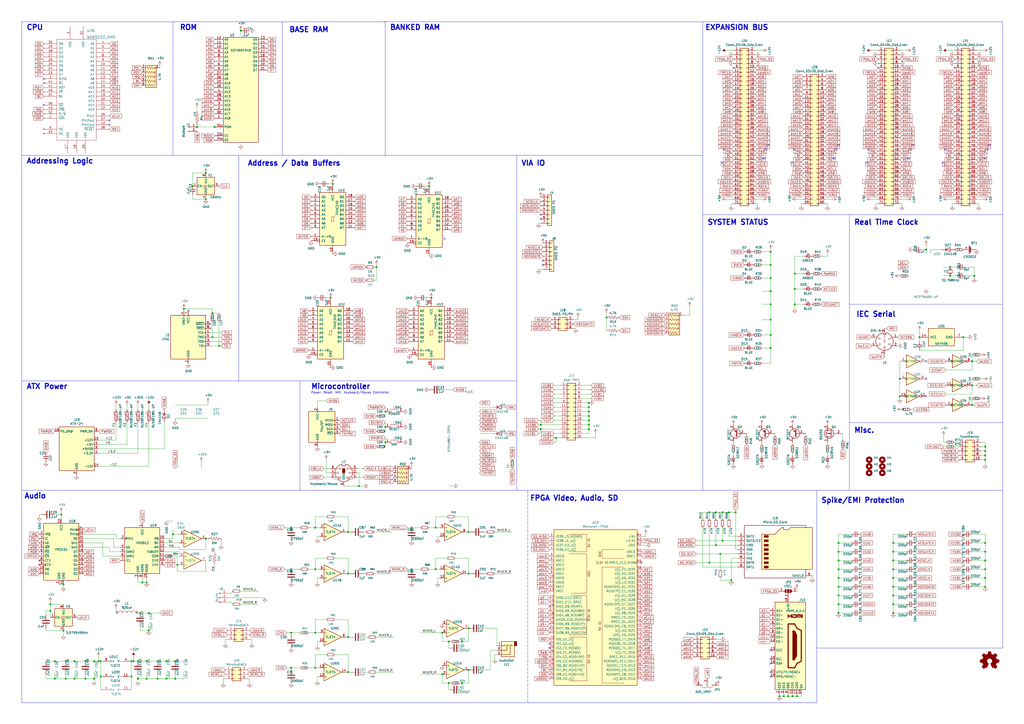
<source format=kicad_sch>
(kicad_sch (version 20211123) (generator eeschema)
  (paper "A2")
  (lib_symbols
    (symbol "6502:WD65C02_SMD" (pin_names (offset 1.016))
      (property "Reference" "U" (at 0 -13.97 0))
      (property "Value" "WD65C02_SMD" (at 0 1.27 90))
      (symbol "WD65C02_SMD_1_1"
        (pin input line (at -19.05 -20.32 0) (length 7.62) (name "~{NMI}") (number "1"))
        (pin output line (at 19.05 10.16 180) (length 7.62) (name "A5") (number "10"))
        (pin output line (at 19.05 7.62 180) (length 7.62) (name "A6") (number "11"))
        (pin output line (at 19.05 5.08 180) (length 7.62) (name "A7") (number "12"))
        (pin output line (at 19.05 2.54 180) (length 7.62) (name "A8") (number "13"))
        (pin output line (at 19.05 0 180) (length 7.62) (name "A9") (number "14"))
        (pin output line (at 19.05 -2.54 180) (length 7.62) (name "A10") (number "15"))
        (pin output line (at 19.05 -5.08 180) (length 7.62) (name "A11") (number "16"))
        (pin power_in line (at -5.08 -40.64 90) (length 7.62) (name "VSS") (number "17"))
        (pin power_in line (at 0 -40.64 90) (length 7.62) (name "VSS") (number "18"))
        (pin output line (at 19.05 -7.62 180) (length 7.62) (name "A12") (number "19"))
        (pin output line (at -19.05 2.54 0) (length 7.62) (name "SYNC") (number "2"))
        (pin output line (at 19.05 -10.16 180) (length 7.62) (name "A13") (number "20"))
        (pin output line (at 19.05 -12.7 180) (length 7.62) (name "A14") (number "21"))
        (pin output line (at 19.05 -15.24 180) (length 7.62) (name "A15") (number "22"))
        (pin tri_state line (at -19.05 5.08 0) (length 7.62) (name "D7") (number "23"))
        (pin tri_state line (at -19.05 7.62 0) (length 7.62) (name "D6") (number "24"))
        (pin tri_state line (at -19.05 10.16 0) (length 7.62) (name "D5") (number "25"))
        (pin tri_state line (at -19.05 12.7 0) (length 7.62) (name "D4") (number "26"))
        (pin tri_state line (at -19.05 15.24 0) (length 7.62) (name "D3") (number "27"))
        (pin tri_state line (at -19.05 17.78 0) (length 7.62) (name "D2") (number "28"))
        (pin tri_state line (at -19.05 20.32 0) (length 7.62) (name "D1") (number "29"))
        (pin power_in line (at -3.81 33.02 270) (length 7.62) (name "VDD") (number "3"))
        (pin tri_state line (at -19.05 22.86 0) (length 7.62) (name "D0") (number "30"))
        (pin power_in line (at 3.81 33.02 270) (length 7.62) (name "VDD") (number "31"))
        (pin output line (at -19.05 -17.78 0) (length 7.62) (name "R/~{W}") (number "32"))
        (pin no_connect line (at -19.05 -29.21 0) (length 7.62) (name "NC") (number "33"))
        (pin input line (at -19.05 -7.62 0) (length 7.62) (name "BE") (number "34"))
        (pin input line (at 19.05 -19.05 180) (length 7.62) (name "PHI2") (number "35"))
        (pin output line (at -19.05 -12.7 0) (length 7.62) (name "~{SO}") (number "36"))
        (pin output line (at 19.05 -21.59 180) (length 7.62) (name "PHI2out") (number "37"))
        (pin input line (at 19.05 -26.67 180) (length 7.62) (name "~{RESET}") (number "38"))
        (pin power_in line (at 5.08 -40.64 90) (length 7.62) (name "VSS") (number "39"))
        (pin output line (at 19.05 22.86 180) (length 7.62) (name "A0") (number "4"))
        (pin output line (at -19.05 -5.08 0) (length 7.62) (name "~{VP}") (number "40"))
        (pin bidirectional line (at -19.05 -2.54 0) (length 7.62) (name "RDY") (number "41"))
        (pin output line (at 19.05 -24.13 180) (length 7.62) (name "PHI1out") (number "42"))
        (pin input line (at -19.05 -15.24 0) (length 7.62) (name "~{IRQ}") (number "43"))
        (pin output line (at -19.05 0 0) (length 7.62) (name "~{ML}") (number "44"))
        (pin output line (at 19.05 20.32 180) (length 7.62) (name "A1") (number "5"))
        (pin no_connect line (at -19.05 -26.67 0) (length 7.62) (name "NC") (number "6"))
        (pin output line (at 19.05 17.78 180) (length 7.62) (name "A2") (number "7"))
        (pin output line (at 19.05 15.24 180) (length 7.62) (name "A3") (number "8"))
        (pin output line (at 19.05 12.7 180) (length 7.62) (name "A4") (number "9"))
      )
    )
    (symbol "6502:WD65C22_SMD" (pin_names (offset 1.016))
      (property "Reference" "U" (at 0 -21.59 0))
      (property "Value" "WD65C22_SMD" (at 0 -2.54 90))
      (property "Datasheet" "http://archive.6502.org/datasheets/wdc_w65c22s_mar_2004.pdf" (at -12.7 5.08 0))
      (symbol "WD65C22_SMD_1_1"
        (pin bidirectional line (at -19.05 8.89 0) (length 7.62) (name "PA5") (number "1"))
        (pin bidirectional line (at -19.05 -11.43 0) (length 7.62) (name "PB5") (number "10"))
        (pin bidirectional line (at -19.05 -13.97 0) (length 7.62) (name "PB6") (number "11"))
        (pin bidirectional line (at -19.05 -16.51 0) (length 7.62) (name "PB7") (number "12"))
        (pin bidirectional line (at -19.05 -19.05 0) (length 7.62) (name "CB1") (number "13"))
        (pin output line (at -19.05 -21.59 0) (length 7.62) (name "CB2") (number "14"))
        (pin power_in line (at 0 33.02 270) (length 7.62) (name "VDD") (number "15"))
        (pin no_connect line (at -19.05 -27.94 0) (length 7.62) (name "NC") (number "16"))
        (pin output line (at 19.05 -26.67 180) (length 7.62) (name "~{IRQ}") (number "17"))
        (pin input line (at 19.05 -24.13 180) (length 7.62) (name "R/~{W}") (number "18"))
        (pin input line (at 19.05 -21.59 180) (length 7.62) (name "~{CS2}") (number "19"))
        (pin bidirectional line (at -19.05 6.35 0) (length 7.62) (name "PA6") (number "2"))
        (pin input line (at 19.05 -19.05 180) (length 7.62) (name "CS1") (number "20"))
        (pin input line (at 19.05 -16.51 180) (length 7.62) (name "PHI2") (number "21"))
        (pin tri_state line (at 19.05 -13.97 180) (length 7.62) (name "D7") (number "22"))
        (pin tri_state line (at 19.05 -11.43 180) (length 7.62) (name "D6") (number "23"))
        (pin tri_state line (at 19.05 -8.89 180) (length 7.62) (name "D5") (number "24"))
        (pin tri_state line (at 19.05 -6.35 180) (length 7.62) (name "D4") (number "25"))
        (pin tri_state line (at 19.05 -3.81 180) (length 7.62) (name "D3") (number "26"))
        (pin no_connect line (at -19.05 -30.48 0) (length 7.62) (name "NC") (number "27"))
        (pin tri_state line (at 19.05 -1.27 180) (length 7.62) (name "D2") (number "28"))
        (pin tri_state line (at 19.05 1.27 180) (length 7.62) (name "D1") (number "29"))
        (pin bidirectional line (at -19.05 3.81 0) (length 7.62) (name "PA7") (number "3"))
        (pin tri_state line (at 19.05 3.81 180) (length 7.62) (name "D0") (number "30"))
        (pin input line (at 19.05 6.35 180) (length 7.62) (name "~{RESET}") (number "31"))
        (pin no_connect line (at -19.05 -33.02 0) (length 7.62) (name "NC") (number "32"))
        (pin input line (at 19.05 8.89 180) (length 7.62) (name "RS3") (number "33"))
        (pin input line (at 19.05 11.43 180) (length 7.62) (name "RS2") (number "34"))
        (pin input line (at 19.05 13.97 180) (length 7.62) (name "RS1") (number "35"))
        (pin input line (at 19.05 16.51 180) (length 7.62) (name "RS0") (number "36"))
        (pin bidirectional line (at 19.05 19.05 180) (length 7.62) (name "CA2") (number "37"))
        (pin bidirectional line (at 19.05 21.59 180) (length 7.62) (name "CA1") (number "38"))
        (pin output line (at 0 -41.91 90) (length 7.62) (name "VSS") (number "39"))
        (pin bidirectional line (at -19.05 1.27 0) (length 7.62) (name "PB0") (number "4"))
        (pin bidirectional line (at -19.05 21.59 0) (length 7.62) (name "PA0") (number "40"))
        (pin bidirectional line (at -19.05 19.05 0) (length 7.62) (name "PA1") (number "41"))
        (pin bidirectional line (at -19.05 16.51 0) (length 7.62) (name "PA2") (number "42"))
        (pin bidirectional line (at -19.05 13.97 0) (length 7.62) (name "PA3") (number "43"))
        (pin bidirectional line (at -19.05 11.43 0) (length 7.62) (name "PA4") (number "44"))
        (pin no_connect line (at -19.05 -25.4 0) (length 7.62) (name "NC") (number "5"))
        (pin bidirectional line (at -19.05 -1.27 0) (length 7.62) (name "PB1") (number "6"))
        (pin bidirectional line (at -19.05 -3.81 0) (length 7.62) (name "PB2") (number "7"))
        (pin bidirectional line (at -19.05 -6.35 0) (length 7.62) (name "PB3") (number "8"))
        (pin bidirectional line (at -19.05 -8.89 0) (length 7.62) (name "PB4") (number "9"))
      )
    )
    (symbol "74xx:74HC245" (pin_names (offset 1.016))
      (property "Reference" "U" (at -7.62 16.51 0))
      (property "Value" "74HC245" (at -7.62 -16.51 0))
      (symbol "74HC245_1_0"
        (pin input line (at -12.7 -10.16 0) (length 5.08) (name "A->B") (number "1"))
        (pin power_in line (at 0 -20.32 90) (length 5.08) (name "GND") (number "10"))
        (pin tri_state line (at 12.7 -5.08 180) (length 5.08) (name "B7") (number "11"))
        (pin tri_state line (at 12.7 -2.54 180) (length 5.08) (name "B6") (number "12"))
        (pin tri_state line (at 12.7 0 180) (length 5.08) (name "B5") (number "13"))
        (pin tri_state line (at 12.7 2.54 180) (length 5.08) (name "B4") (number "14"))
        (pin tri_state line (at 12.7 5.08 180) (length 5.08) (name "B3") (number "15"))
        (pin tri_state line (at 12.7 7.62 180) (length 5.08) (name "B2") (number "16"))
        (pin tri_state line (at 12.7 10.16 180) (length 5.08) (name "B1") (number "17"))
        (pin tri_state line (at 12.7 12.7 180) (length 5.08) (name "B0") (number "18"))
        (pin input inverted (at -12.7 -12.7 0) (length 5.08) (name "CE") (number "19"))
        (pin tri_state line (at -12.7 12.7 0) (length 5.08) (name "A0") (number "2"))
        (pin power_in line (at 0 20.32 270) (length 5.08) (name "VCC") (number "20"))
        (pin tri_state line (at -12.7 10.16 0) (length 5.08) (name "A1") (number "3"))
        (pin tri_state line (at -12.7 7.62 0) (length 5.08) (name "A2") (number "4"))
        (pin tri_state line (at -12.7 5.08 0) (length 5.08) (name "A3") (number "5"))
        (pin tri_state line (at -12.7 2.54 0) (length 5.08) (name "A4") (number "6"))
        (pin tri_state line (at -12.7 0 0) (length 5.08) (name "A5") (number "7"))
        (pin tri_state line (at -12.7 -2.54 0) (length 5.08) (name "A6") (number "8"))
        (pin tri_state line (at -12.7 -5.08 0) (length 5.08) (name "A7") (number "9"))
      )
    )
    (symbol "74xx:74LS06" (pin_names (offset 1.016))
      (property "Reference" "U" (at 0 1.27 0))
      (property "Value" "74LS06" (at 0 -1.27 0))
      (symbol "74LS06_1_0"
        (pin input line (at -7.62 0 0) (length 3.81) (name "~") (number "1"))
        (pin open_collector inverted (at 7.62 0 180) (length 3.81) (name "~") (number "2"))
      )
      (symbol "74LS06_2_0"
        (pin input line (at -7.62 0 0) (length 3.81) (name "~") (number "3"))
        (pin open_collector inverted (at 7.62 0 180) (length 3.81) (name "~") (number "4"))
      )
      (symbol "74LS06_3_0"
        (pin input line (at -7.62 0 0) (length 3.81) (name "~") (number "5"))
        (pin open_collector inverted (at 7.62 0 180) (length 3.81) (name "~") (number "6"))
      )
      (symbol "74LS06_4_0"
        (pin open_collector inverted (at 7.62 0 180) (length 3.81) (name "~") (number "8"))
        (pin input line (at -7.62 0 0) (length 3.81) (name "~") (number "9"))
      )
      (symbol "74LS06_5_0"
        (pin open_collector inverted (at 7.62 0 180) (length 3.81) (name "~") (number "10"))
        (pin input line (at -7.62 0 0) (length 3.81) (name "~") (number "11"))
      )
      (symbol "74LS06_6_0"
        (pin open_collector inverted (at 7.62 0 180) (length 3.81) (name "~") (number "12"))
        (pin input line (at -7.62 0 0) (length 3.81) (name "~") (number "13"))
      )
      (symbol "74LS06_7_0"
        (pin power_in line (at 0 12.7 270) (length 5.08) (name "VCC") (number "14"))
        (pin power_in line (at 0 -12.7 90) (length 5.08) (name "GND") (number "7"))
      )
    )
    (symbol "Amplifier_Operational:TL072" (pin_names (offset 0.127))
      (property "Reference" "U" (at 0 5.08 0))
      (property "Value" "TL072" (at 0 -5.08 0))
      (symbol "TL072_1_1"
        (pin output line (at 7.62 0 180) (length 2.54) (name "~") (number "1"))
        (pin input line (at -7.62 -2.54 0) (length 2.54) (name "-") (number "2"))
        (pin input line (at -7.62 2.54 0) (length 2.54) (name "+") (number "3"))
      )
      (symbol "TL072_2_1"
        (pin input line (at -7.62 2.54 0) (length 2.54) (name "+") (number "5"))
        (pin input line (at -7.62 -2.54 0) (length 2.54) (name "-") (number "6"))
        (pin output line (at 7.62 0 180) (length 2.54) (name "~") (number "7"))
      )
      (symbol "TL072_3_1"
        (pin power_in line (at -2.54 -7.62 90) (length 3.81) (name "V-") (number "4"))
        (pin power_in line (at -2.54 7.62 270) (length 3.81) (name "V+") (number "8"))
      )
    )
    (symbol "Amplifier_Operational:TL074" (pin_names (offset 0.127))
      (property "Reference" "U" (at 0 5.08 0))
      (property "Value" "TL074" (at 0 -5.08 0))
      (symbol "TL074_1_1"
        (pin output line (at 7.62 0 180) (length 2.54) (name "~") (number "1"))
        (pin input line (at -7.62 -2.54 0) (length 2.54) (name "-") (number "2"))
        (pin input line (at -7.62 2.54 0) (length 2.54) (name "+") (number "3"))
      )
      (symbol "TL074_2_1"
        (pin input line (at -7.62 2.54 0) (length 2.54) (name "+") (number "5"))
        (pin input line (at -7.62 -2.54 0) (length 2.54) (name "-") (number "6"))
        (pin output line (at 7.62 0 180) (length 2.54) (name "~") (number "7"))
      )
      (symbol "TL074_3_1"
        (pin input line (at -7.62 2.54 0) (length 2.54) (name "+") (number "10"))
        (pin output line (at 7.62 0 180) (length 2.54) (name "~") (number "8"))
        (pin input line (at -7.62 -2.54 0) (length 2.54) (name "-") (number "9"))
      )
      (symbol "TL074_4_1"
        (pin input line (at -7.62 2.54 0) (length 2.54) (name "+") (number "12"))
        (pin input line (at -7.62 -2.54 0) (length 2.54) (name "-") (number "13"))
        (pin output line (at 7.62 0 180) (length 2.54) (name "~") (number "14"))
      )
      (symbol "TL074_5_1"
        (pin power_in line (at -2.54 -7.62 90) (length 3.81) (name "V-") (number "11"))
        (pin power_in line (at -2.54 7.62 270) (length 3.81) (name "V+") (number "4"))
      )
    )
    (symbol "Connector:ATX-24"
      (property "Reference" "J" (at -8.89 13.97 0))
      (property "Value" "ATX-24" (at 6.35 13.97 0))
      (symbol "ATX-24_1_1"
        (pin power_out line (at 12.7 -2.54 180) (length 2.54) (name "+3.3V") (number "1"))
        (pin power_out line (at 12.7 5.08 180) (length 2.54) (name "+12V") (number "10"))
        (pin passive line (at 12.7 5.08 180) (length 2.54) hide (name "+12V") (number "11"))
        (pin passive line (at 12.7 -2.54 180) (length 2.54) hide (name "+3.3V") (number "12"))
        (pin passive line (at 12.7 -2.54 180) (length 2.54) hide (name "+3.3V") (number "13"))
        (pin power_out line (at 12.7 -10.16 180) (length 2.54) (name "-12V") (number "14"))
        (pin passive line (at 0 -15.24 90) (length 2.54) hide (name "GND") (number "15"))
        (pin open_collector line (at -12.7 10.16 0) (length 2.54) (name "PS_ON#") (number "16"))
        (pin passive line (at 0 -15.24 90) (length 2.54) hide (name "GND") (number "17"))
        (pin passive line (at 0 -15.24 90) (length 2.54) hide (name "GND") (number "18"))
        (pin passive line (at 0 -15.24 90) (length 2.54) hide (name "GND") (number "19"))
        (pin passive line (at 12.7 -2.54 180) (length 2.54) hide (name "+3.3V") (number "2"))
        (pin no_connect line (at -10.16 0 0) (length 2.54) hide (name "NC") (number "20"))
        (pin passive line (at 12.7 2.54 180) (length 2.54) hide (name "+5V") (number "21"))
        (pin passive line (at 12.7 2.54 180) (length 2.54) hide (name "+5V") (number "22"))
        (pin passive line (at 12.7 2.54 180) (length 2.54) hide (name "+5V") (number "23"))
        (pin passive line (at 0 -15.24 90) (length 2.54) hide (name "GND") (number "24"))
        (pin power_out line (at 0 -15.24 90) (length 2.54) (name "GND") (number "3"))
        (pin power_out line (at 12.7 2.54 180) (length 2.54) (name "+5V") (number "4"))
        (pin passive line (at 0 -15.24 90) (length 2.54) hide (name "GND") (number "5"))
        (pin passive line (at 12.7 2.54 180) (length 2.54) hide (name "+5V") (number "6"))
        (pin passive line (at 0 -15.24 90) (length 2.54) hide (name "GND") (number "7"))
        (pin output line (at 12.7 10.16 180) (length 2.54) (name "PWR_OK") (number "8"))
        (pin power_out line (at 12.7 0 180) (length 2.54) (name "+5VSB") (number "9"))
      )
    )
    (symbol "Connector:AVR-ISP-6" (pin_names (offset 1.016))
      (property "Reference" "J" (at -6.35 11.43 0))
      (property "Value" "AVR-ISP-6" (at 0 11.43 0))
      (symbol "AVR-ISP-6_1_1"
        (pin passive line (at 10.16 5.08 180) (length 2.54) (name "MISO") (number "1"))
        (pin passive line (at -2.54 12.7 270) (length 2.54) (name "VCC") (number "2"))
        (pin passive line (at 10.16 0 180) (length 2.54) (name "SCK") (number "3"))
        (pin passive line (at 10.16 2.54 180) (length 2.54) (name "MOSI") (number "4"))
        (pin passive line (at 10.16 -2.54 180) (length 2.54) (name "~{RST}") (number "5"))
        (pin passive line (at -2.54 -10.16 90) (length 2.54) (name "GND") (number "6"))
      )
    )
    (symbol "Connector:AVR-JTAG-10" (pin_names (offset 1.016))
      (property "Reference" "J" (at -8.89 13.97 0))
      (property "Value" "AVR-JTAG-10" (at 1.27 13.97 0))
      (symbol "AVR-JTAG-10_1_1"
        (pin passive line (at 12.7 2.54 180) (length 2.54) (name "TCK") (number "1"))
        (pin passive line (at 0 -15.24 90) (length 2.54) hide (name "GND") (number "10"))
        (pin passive line (at 0 -15.24 90) (length 2.54) (name "GND") (number "2"))
        (pin passive line (at 12.7 -2.54 180) (length 2.54) (name "TDO") (number "3"))
        (pin passive line (at -2.54 15.24 270) (length 2.54) (name "VREF") (number "4"))
        (pin passive line (at 12.7 0 180) (length 2.54) (name "TMS") (number "5"))
        (pin passive line (at 12.7 7.62 180) (length 2.54) (name "~{SRST}") (number "6"))
        (pin passive line (at 0 15.24 270) (length 2.54) (name "VCC") (number "7"))
        (pin passive line (at 12.7 5.08 180) (length 2.54) (name "~{TRST}") (number "8"))
        (pin passive line (at 12.7 -5.08 180) (length 2.54) (name "TDI") (number "9"))
      )
    )
    (symbol "Connector:AudioJack3"
      (property "Reference" "J" (at 0 8.89 0))
      (property "Value" "AudioJack3" (at 0 6.35 0))
      (symbol "AudioJack3_1_1"
        (pin passive line (at 5.08 0 180) (length 2.54) (name "~") (number "R"))
        (pin passive line (at 5.08 2.54 180) (length 2.54) (name "~") (number "S"))
        (pin passive line (at 5.08 -2.54 180) (length 2.54) (name "~") (number "T"))
      )
    )
    (symbol "Connector:Conn_01x03_Male" (pin_names (offset 1.016) hide)
      (property "Reference" "J" (at 0 5.08 0))
      (property "Value" "Conn_01x03_Male" (at 0 -5.08 0))
      (symbol "Conn_01x03_Male_1_1"
        (pin passive line (at 5.08 2.54 180) (length 3.81) (name "Pin_1") (number "1"))
        (pin passive line (at 5.08 0 180) (length 3.81) (name "Pin_2") (number "2"))
        (pin passive line (at 5.08 -2.54 180) (length 3.81) (name "Pin_3") (number "3"))
      )
    )
    (symbol "Connector:HDMI_A_1.4"
      (property "Reference" "J" (at -6.35 26.67 0))
      (property "Value" "HDMI_A_1.4" (at 10.16 26.67 0))
      (symbol "HDMI_A_1.4_1_1"
        (pin passive line (at -10.16 20.32 0) (length 2.54) (name "D2+") (number "1"))
        (pin passive line (at -10.16 5.08 0) (length 2.54) (name "CK+") (number "10"))
        (pin power_in line (at 2.54 -27.94 90) (length 2.54) (name "CKS") (number "11"))
        (pin passive line (at -10.16 2.54 0) (length 2.54) (name "CK-") (number "12"))
        (pin bidirectional line (at -10.16 -2.54 0) (length 2.54) (name "CEC") (number "13"))
        (pin passive line (at -10.16 -15.24 0) (length 2.54) (name "UTILITY/HEAC+") (number "14"))
        (pin passive line (at -10.16 -7.62 0) (length 2.54) (name "SCL") (number "15"))
        (pin bidirectional line (at -10.16 -10.16 0) (length 2.54) (name "SDA") (number "16"))
        (pin power_in line (at 5.08 -27.94 90) (length 2.54) (name "GND") (number "17"))
        (pin power_in line (at 0 27.94 270) (length 2.54) (name "+5V") (number "18"))
        (pin passive line (at -10.16 -17.78 0) (length 2.54) (name "HPD/HEAC-") (number "19"))
        (pin power_in line (at -5.08 -27.94 90) (length 2.54) (name "D2S") (number "2"))
        (pin passive line (at -10.16 17.78 0) (length 2.54) (name "D2-") (number "3"))
        (pin passive line (at -10.16 15.24 0) (length 2.54) (name "D1+") (number "4"))
        (pin power_in line (at -2.54 -27.94 90) (length 2.54) (name "D1S") (number "5"))
        (pin passive line (at -10.16 12.7 0) (length 2.54) (name "D1-") (number "6"))
        (pin passive line (at -10.16 10.16 0) (length 2.54) (name "D0+") (number "7"))
        (pin power_in line (at 0 -27.94 90) (length 2.54) (name "D0S") (number "8"))
        (pin passive line (at -10.16 7.62 0) (length 2.54) (name "D0-") (number "9"))
        (pin passive line (at 7.62 -27.94 90) (length 2.54) (name "SH") (number "SH"))
      )
    )
    (symbol "Connector:Micro_SD_Card" (pin_names (offset 1.016))
      (property "Reference" "J" (at -16.51 15.24 0))
      (property "Value" "Micro_SD_Card" (at 16.51 15.24 0))
      (symbol "Micro_SD_Card_1_1"
        (pin bidirectional line (at -22.86 7.62 0) (length 3.81) (name "DAT2") (number "1"))
        (pin bidirectional line (at -22.86 5.08 0) (length 3.81) (name "DAT3/CD") (number "2"))
        (pin input line (at -22.86 2.54 0) (length 3.81) (name "CMD") (number "3"))
        (pin power_in line (at -22.86 0 0) (length 3.81) (name "VDD") (number "4"))
        (pin input line (at -22.86 -2.54 0) (length 3.81) (name "CLK") (number "5"))
        (pin power_in line (at -22.86 -5.08 0) (length 3.81) (name "VSS") (number "6"))
        (pin bidirectional line (at -22.86 -7.62 0) (length 3.81) (name "DAT0") (number "7"))
        (pin bidirectional line (at -22.86 -10.16 0) (length 3.81) (name "DAT1") (number "8"))
        (pin passive line (at 20.32 -15.24 180) (length 3.81) (name "SHIELD") (number "9"))
      )
    )
    (symbol "Connector_Generic:Conn_01x07" (pin_names (offset 1.016) hide)
      (property "Reference" "J" (at 0 10.16 0))
      (property "Value" "Conn_01x07" (at 0 -10.16 0))
      (symbol "Conn_01x07_1_1"
        (pin passive line (at -5.08 7.62 0) (length 3.81) (name "Pin_1") (number "1"))
        (pin passive line (at -5.08 5.08 0) (length 3.81) (name "Pin_2") (number "2"))
        (pin passive line (at -5.08 2.54 0) (length 3.81) (name "Pin_3") (number "3"))
        (pin passive line (at -5.08 0 0) (length 3.81) (name "Pin_4") (number "4"))
        (pin passive line (at -5.08 -2.54 0) (length 3.81) (name "Pin_5") (number "5"))
        (pin passive line (at -5.08 -5.08 0) (length 3.81) (name "Pin_6") (number "6"))
        (pin passive line (at -5.08 -7.62 0) (length 3.81) (name "Pin_7") (number "7"))
      )
    )
    (symbol "Connector_Generic:Conn_02x03_Odd_Even" (pin_names (offset 1.016) hide)
      (property "Reference" "J" (at 1.27 5.08 0))
      (property "Value" "Conn_02x03_Odd_Even" (at 1.27 -5.08 0))
      (symbol "Conn_02x03_Odd_Even_1_1"
        (pin passive line (at -5.08 2.54 0) (length 3.81) (name "Pin_1") (number "1"))
        (pin passive line (at 7.62 2.54 180) (length 3.81) (name "Pin_2") (number "2"))
        (pin passive line (at -5.08 0 0) (length 3.81) (name "Pin_3") (number "3"))
        (pin passive line (at 7.62 0 180) (length 3.81) (name "Pin_4") (number "4"))
        (pin passive line (at -5.08 -2.54 0) (length 3.81) (name "Pin_5") (number "5"))
        (pin passive line (at 7.62 -2.54 180) (length 3.81) (name "Pin_6") (number "6"))
      )
    )
    (symbol "Connector_Generic:Conn_02x04_Odd_Even" (pin_names (offset 1.016) hide)
      (property "Reference" "J" (at 1.27 5.08 0))
      (property "Value" "Conn_02x04_Odd_Even" (at 1.27 -7.62 0))
      (symbol "Conn_02x04_Odd_Even_1_1"
        (pin passive line (at -5.08 2.54 0) (length 3.81) (name "Pin_1") (number "1"))
        (pin passive line (at 7.62 2.54 180) (length 3.81) (name "Pin_2") (number "2"))
        (pin passive line (at -5.08 0 0) (length 3.81) (name "Pin_3") (number "3"))
        (pin passive line (at 7.62 0 180) (length 3.81) (name "Pin_4") (number "4"))
        (pin passive line (at -5.08 -2.54 0) (length 3.81) (name "Pin_5") (number "5"))
        (pin passive line (at 7.62 -2.54 180) (length 3.81) (name "Pin_6") (number "6"))
        (pin passive line (at -5.08 -5.08 0) (length 3.81) (name "Pin_7") (number "7"))
        (pin passive line (at 7.62 -5.08 180) (length 3.81) (name "Pin_8") (number "8"))
      )
    )
    (symbol "Connector_Generic:Conn_02x05_Odd_Even" (pin_names (offset 1.016) hide)
      (property "Reference" "J" (at 1.27 7.62 0))
      (property "Value" "Conn_02x05_Odd_Even" (at 1.27 -7.62 0))
      (symbol "Conn_02x05_Odd_Even_1_1"
        (pin passive line (at -5.08 5.08 0) (length 3.81) (name "Pin_1") (number "1"))
        (pin passive line (at 7.62 -5.08 180) (length 3.81) (name "Pin_10") (number "10"))
        (pin passive line (at 7.62 5.08 180) (length 3.81) (name "Pin_2") (number "2"))
        (pin passive line (at -5.08 2.54 0) (length 3.81) (name "Pin_3") (number "3"))
        (pin passive line (at 7.62 2.54 180) (length 3.81) (name "Pin_4") (number "4"))
        (pin passive line (at -5.08 0 0) (length 3.81) (name "Pin_5") (number "5"))
        (pin passive line (at 7.62 0 180) (length 3.81) (name "Pin_6") (number "6"))
        (pin passive line (at -5.08 -2.54 0) (length 3.81) (name "Pin_7") (number "7"))
        (pin passive line (at 7.62 -2.54 180) (length 3.81) (name "Pin_8") (number "8"))
        (pin passive line (at -5.08 -5.08 0) (length 3.81) (name "Pin_9") (number "9"))
      )
    )
    (symbol "Connector_Generic:Conn_02x13_Odd_Even" (pin_names (offset 1.016) hide)
      (property "Reference" "J" (at 1.27 17.78 0))
      (property "Value" "Conn_02x13_Odd_Even" (at 1.27 -17.78 0))
      (symbol "Conn_02x13_Odd_Even_1_1"
        (pin passive line (at -5.08 15.24 0) (length 3.81) (name "Pin_1") (number "1"))
        (pin passive line (at 7.62 5.08 180) (length 3.81) (name "Pin_10") (number "10"))
        (pin passive line (at -5.08 2.54 0) (length 3.81) (name "Pin_11") (number "11"))
        (pin passive line (at 7.62 2.54 180) (length 3.81) (name "Pin_12") (number "12"))
        (pin passive line (at -5.08 0 0) (length 3.81) (name "Pin_13") (number "13"))
        (pin passive line (at 7.62 0 180) (length 3.81) (name "Pin_14") (number "14"))
        (pin passive line (at -5.08 -2.54 0) (length 3.81) (name "Pin_15") (number "15"))
        (pin passive line (at 7.62 -2.54 180) (length 3.81) (name "Pin_16") (number "16"))
        (pin passive line (at -5.08 -5.08 0) (length 3.81) (name "Pin_17") (number "17"))
        (pin passive line (at 7.62 -5.08 180) (length 3.81) (name "Pin_18") (number "18"))
        (pin passive line (at -5.08 -7.62 0) (length 3.81) (name "Pin_19") (number "19"))
        (pin passive line (at 7.62 15.24 180) (length 3.81) (name "Pin_2") (number "2"))
        (pin passive line (at 7.62 -7.62 180) (length 3.81) (name "Pin_20") (number "20"))
        (pin passive line (at -5.08 -10.16 0) (length 3.81) (name "Pin_21") (number "21"))
        (pin passive line (at 7.62 -10.16 180) (length 3.81) (name "Pin_22") (number "22"))
        (pin passive line (at -5.08 -12.7 0) (length 3.81) (name "Pin_23") (number "23"))
        (pin passive line (at 7.62 -12.7 180) (length 3.81) (name "Pin_24") (number "24"))
        (pin passive line (at -5.08 -15.24 0) (length 3.81) (name "Pin_25") (number "25"))
        (pin passive line (at 7.62 -15.24 180) (length 3.81) (name "Pin_26") (number "26"))
        (pin passive line (at -5.08 12.7 0) (length 3.81) (name "Pin_3") (number "3"))
        (pin passive line (at 7.62 12.7 180) (length 3.81) (name "Pin_4") (number "4"))
        (pin passive line (at -5.08 10.16 0) (length 3.81) (name "Pin_5") (number "5"))
        (pin passive line (at 7.62 10.16 180) (length 3.81) (name "Pin_6") (number "6"))
        (pin passive line (at -5.08 7.62 0) (length 3.81) (name "Pin_7") (number "7"))
        (pin passive line (at 7.62 7.62 180) (length 3.81) (name "Pin_8") (number "8"))
        (pin passive line (at -5.08 5.08 0) (length 3.81) (name "Pin_9") (number "9"))
      )
    )
    (symbol "Connector_Generic:Conn_02x30_Odd_Even" (pin_names (offset 1.016) hide)
      (property "Reference" "J" (at 1.27 38.1 0))
      (property "Value" "Conn_02x30_Odd_Even" (at 1.27 -40.64 0))
      (symbol "Conn_02x30_Odd_Even_1_1"
        (pin passive line (at -5.08 35.56 0) (length 3.81) (name "Pin_1") (number "1"))
        (pin passive line (at 7.62 25.4 180) (length 3.81) (name "Pin_10") (number "10"))
        (pin passive line (at -5.08 22.86 0) (length 3.81) (name "Pin_11") (number "11"))
        (pin passive line (at 7.62 22.86 180) (length 3.81) (name "Pin_12") (number "12"))
        (pin passive line (at -5.08 20.32 0) (length 3.81) (name "Pin_13") (number "13"))
        (pin passive line (at 7.62 20.32 180) (length 3.81) (name "Pin_14") (number "14"))
        (pin passive line (at -5.08 17.78 0) (length 3.81) (name "Pin_15") (number "15"))
        (pin passive line (at 7.62 17.78 180) (length 3.81) (name "Pin_16") (number "16"))
        (pin passive line (at -5.08 15.24 0) (length 3.81) (name "Pin_17") (number "17"))
        (pin passive line (at 7.62 15.24 180) (length 3.81) (name "Pin_18") (number "18"))
        (pin passive line (at -5.08 12.7 0) (length 3.81) (name "Pin_19") (number "19"))
        (pin passive line (at 7.62 35.56 180) (length 3.81) (name "Pin_2") (number "2"))
        (pin passive line (at 7.62 12.7 180) (length 3.81) (name "Pin_20") (number "20"))
        (pin passive line (at -5.08 10.16 0) (length 3.81) (name "Pin_21") (number "21"))
        (pin passive line (at 7.62 10.16 180) (length 3.81) (name "Pin_22") (number "22"))
        (pin passive line (at -5.08 7.62 0) (length 3.81) (name "Pin_23") (number "23"))
        (pin passive line (at 7.62 7.62 180) (length 3.81) (name "Pin_24") (number "24"))
        (pin passive line (at -5.08 5.08 0) (length 3.81) (name "Pin_25") (number "25"))
        (pin passive line (at 7.62 5.08 180) (length 3.81) (name "Pin_26") (number "26"))
        (pin passive line (at -5.08 2.54 0) (length 3.81) (name "Pin_27") (number "27"))
        (pin passive line (at 7.62 2.54 180) (length 3.81) (name "Pin_28") (number "28"))
        (pin passive line (at -5.08 0 0) (length 3.81) (name "Pin_29") (number "29"))
        (pin passive line (at -5.08 33.02 0) (length 3.81) (name "Pin_3") (number "3"))
        (pin passive line (at 7.62 0 180) (length 3.81) (name "Pin_30") (number "30"))
        (pin passive line (at -5.08 -2.54 0) (length 3.81) (name "Pin_31") (number "31"))
        (pin passive line (at 7.62 -2.54 180) (length 3.81) (name "Pin_32") (number "32"))
        (pin passive line (at -5.08 -5.08 0) (length 3.81) (name "Pin_33") (number "33"))
        (pin passive line (at 7.62 -5.08 180) (length 3.81) (name "Pin_34") (number "34"))
        (pin passive line (at -5.08 -7.62 0) (length 3.81) (name "Pin_35") (number "35"))
        (pin passive line (at 7.62 -7.62 180) (length 3.81) (name "Pin_36") (number "36"))
        (pin passive line (at -5.08 -10.16 0) (length 3.81) (name "Pin_37") (number "37"))
        (pin passive line (at 7.62 -10.16 180) (length 3.81) (name "Pin_38") (number "38"))
        (pin passive line (at -5.08 -12.7 0) (length 3.81) (name "Pin_39") (number "39"))
        (pin passive line (at 7.62 33.02 180) (length 3.81) (name "Pin_4") (number "4"))
        (pin passive line (at 7.62 -12.7 180) (length 3.81) (name "Pin_40") (number "40"))
        (pin passive line (at -5.08 -15.24 0) (length 3.81) (name "Pin_41") (number "41"))
        (pin passive line (at 7.62 -15.24 180) (length 3.81) (name "Pin_42") (number "42"))
        (pin passive line (at -5.08 -17.78 0) (length 3.81) (name "Pin_43") (number "43"))
        (pin passive line (at 7.62 -17.78 180) (length 3.81) (name "Pin_44") (number "44"))
        (pin passive line (at -5.08 -20.32 0) (length 3.81) (name "Pin_45") (number "45"))
        (pin passive line (at 7.62 -20.32 180) (length 3.81) (name "Pin_46") (number "46"))
        (pin passive line (at -5.08 -22.86 0) (length 3.81) (name "Pin_47") (number "47"))
        (pin passive line (at 7.62 -22.86 180) (length 3.81) (name "Pin_48") (number "48"))
        (pin passive line (at -5.08 -25.4 0) (length 3.81) (name "Pin_49") (number "49"))
        (pin passive line (at -5.08 30.48 0) (length 3.81) (name "Pin_5") (number "5"))
        (pin passive line (at 7.62 -25.4 180) (length 3.81) (name "Pin_50") (number "50"))
        (pin passive line (at -5.08 -27.94 0) (length 3.81) (name "Pin_51") (number "51"))
        (pin passive line (at 7.62 -27.94 180) (length 3.81) (name "Pin_52") (number "52"))
        (pin passive line (at -5.08 -30.48 0) (length 3.81) (name "Pin_53") (number "53"))
        (pin passive line (at 7.62 -30.48 180) (length 3.81) (name "Pin_54") (number "54"))
        (pin passive line (at -5.08 -33.02 0) (length 3.81) (name "Pin_55") (number "55"))
        (pin passive line (at 7.62 -33.02 180) (length 3.81) (name "Pin_56") (number "56"))
        (pin passive line (at -5.08 -35.56 0) (length 3.81) (name "Pin_57") (number "57"))
        (pin passive line (at 7.62 -35.56 180) (length 3.81) (name "Pin_58") (number "58"))
        (pin passive line (at -5.08 -38.1 0) (length 3.81) (name "Pin_59") (number "59"))
        (pin passive line (at 7.62 30.48 180) (length 3.81) (name "Pin_6") (number "6"))
        (pin passive line (at 7.62 -38.1 180) (length 3.81) (name "Pin_60") (number "60"))
        (pin passive line (at -5.08 27.94 0) (length 3.81) (name "Pin_7") (number "7"))
        (pin passive line (at 7.62 27.94 180) (length 3.81) (name "Pin_8") (number "8"))
        (pin passive line (at -5.08 25.4 0) (length 3.81) (name "Pin_9") (number "9"))
      )
    )
    (symbol "Connector_Generic:Conn_02x36_Odd_Even" (pin_names (offset 1.016) hide)
      (property "Reference" "J" (at 1.27 45.72 0))
      (property "Value" "Conn_02x36_Odd_Even" (at 1.27 -48.26 0))
      (symbol "Conn_02x36_Odd_Even_1_1"
        (pin passive line (at -5.08 43.18 0) (length 3.81) (name "Pin_1") (number "1"))
        (pin passive line (at 7.62 33.02 180) (length 3.81) (name "Pin_10") (number "10"))
        (pin passive line (at -5.08 30.48 0) (length 3.81) (name "Pin_11") (number "11"))
        (pin passive line (at 7.62 30.48 180) (length 3.81) (name "Pin_12") (number "12"))
        (pin passive line (at -5.08 27.94 0) (length 3.81) (name "Pin_13") (number "13"))
        (pin passive line (at 7.62 27.94 180) (length 3.81) (name "Pin_14") (number "14"))
        (pin passive line (at -5.08 25.4 0) (length 3.81) (name "Pin_15") (number "15"))
        (pin passive line (at 7.62 25.4 180) (length 3.81) (name "Pin_16") (number "16"))
        (pin passive line (at -5.08 22.86 0) (length 3.81) (name "Pin_17") (number "17"))
        (pin passive line (at 7.62 22.86 180) (length 3.81) (name "Pin_18") (number "18"))
        (pin passive line (at -5.08 20.32 0) (length 3.81) (name "Pin_19") (number "19"))
        (pin passive line (at 7.62 43.18 180) (length 3.81) (name "Pin_2") (number "2"))
        (pin passive line (at 7.62 20.32 180) (length 3.81) (name "Pin_20") (number "20"))
        (pin passive line (at -5.08 17.78 0) (length 3.81) (name "Pin_21") (number "21"))
        (pin passive line (at 7.62 17.78 180) (length 3.81) (name "Pin_22") (number "22"))
        (pin passive line (at -5.08 15.24 0) (length 3.81) (name "Pin_23") (number "23"))
        (pin passive line (at 7.62 15.24 180) (length 3.81) (name "Pin_24") (number "24"))
        (pin passive line (at -5.08 12.7 0) (length 3.81) (name "Pin_25") (number "25"))
        (pin passive line (at 7.62 12.7 180) (length 3.81) (name "Pin_26") (number "26"))
        (pin passive line (at -5.08 10.16 0) (length 3.81) (name "Pin_27") (number "27"))
        (pin passive line (at 7.62 10.16 180) (length 3.81) (name "Pin_28") (number "28"))
        (pin passive line (at -5.08 7.62 0) (length 3.81) (name "Pin_29") (number "29"))
        (pin passive line (at -5.08 40.64 0) (length 3.81) (name "Pin_3") (number "3"))
        (pin passive line (at 7.62 7.62 180) (length 3.81) (name "Pin_30") (number "30"))
        (pin passive line (at -5.08 5.08 0) (length 3.81) (name "Pin_31") (number "31"))
        (pin passive line (at 7.62 5.08 180) (length 3.81) (name "Pin_32") (number "32"))
        (pin passive line (at -5.08 2.54 0) (length 3.81) (name "Pin_33") (number "33"))
        (pin passive line (at 7.62 2.54 180) (length 3.81) (name "Pin_34") (number "34"))
        (pin passive line (at -5.08 0 0) (length 3.81) (name "Pin_35") (number "35"))
        (pin passive line (at 7.62 0 180) (length 3.81) (name "Pin_36") (number "36"))
        (pin passive line (at -5.08 -2.54 0) (length 3.81) (name "Pin_37") (number "37"))
        (pin passive line (at 7.62 -2.54 180) (length 3.81) (name "Pin_38") (number "38"))
        (pin passive line (at -5.08 -5.08 0) (length 3.81) (name "Pin_39") (number "39"))
        (pin passive line (at 7.62 40.64 180) (length 3.81) (name "Pin_4") (number "4"))
        (pin passive line (at 7.62 -5.08 180) (length 3.81) (name "Pin_40") (number "40"))
        (pin passive line (at -5.08 -7.62 0) (length 3.81) (name "Pin_41") (number "41"))
        (pin passive line (at 7.62 -7.62 180) (length 3.81) (name "Pin_42") (number "42"))
        (pin passive line (at -5.08 -10.16 0) (length 3.81) (name "Pin_43") (number "43"))
        (pin passive line (at 7.62 -10.16 180) (length 3.81) (name "Pin_44") (number "44"))
        (pin passive line (at -5.08 -12.7 0) (length 3.81) (name "Pin_45") (number "45"))
        (pin passive line (at 7.62 -12.7 180) (length 3.81) (name "Pin_46") (number "46"))
        (pin passive line (at -5.08 -15.24 0) (length 3.81) (name "Pin_47") (number "47"))
        (pin passive line (at 7.62 -15.24 180) (length 3.81) (name "Pin_48") (number "48"))
        (pin passive line (at -5.08 -17.78 0) (length 3.81) (name "Pin_49") (number "49"))
        (pin passive line (at -5.08 38.1 0) (length 3.81) (name "Pin_5") (number "5"))
        (pin passive line (at 7.62 -17.78 180) (length 3.81) (name "Pin_50") (number "50"))
        (pin passive line (at -5.08 -20.32 0) (length 3.81) (name "Pin_51") (number "51"))
        (pin passive line (at 7.62 -20.32 180) (length 3.81) (name "Pin_52") (number "52"))
        (pin passive line (at -5.08 -22.86 0) (length 3.81) (name "Pin_53") (number "53"))
        (pin passive line (at 7.62 -22.86 180) (length 3.81) (name "Pin_54") (number "54"))
        (pin passive line (at -5.08 -25.4 0) (length 3.81) (name "Pin_55") (number "55"))
        (pin passive line (at 7.62 -25.4 180) (length 3.81) (name "Pin_56") (number "56"))
        (pin passive line (at -5.08 -27.94 0) (length 3.81) (name "Pin_57") (number "57"))
        (pin passive line (at 7.62 -27.94 180) (length 3.81) (name "Pin_58") (number "58"))
        (pin passive line (at -5.08 -30.48 0) (length 3.81) (name "Pin_59") (number "59"))
        (pin passive line (at 7.62 38.1 180) (length 3.81) (name "Pin_6") (number "6"))
        (pin passive line (at 7.62 -30.48 180) (length 3.81) (name "Pin_60") (number "60"))
        (pin passive line (at -5.08 -33.02 0) (length 3.81) (name "Pin_61") (number "61"))
        (pin passive line (at 7.62 -33.02 180) (length 3.81) (name "Pin_62") (number "62"))
        (pin passive line (at -5.08 -35.56 0) (length 3.81) (name "Pin_63") (number "63"))
        (pin passive line (at 7.62 -35.56 180) (length 3.81) (name "Pin_64") (number "64"))
        (pin passive line (at -5.08 -38.1 0) (length 3.81) (name "Pin_65") (number "65"))
        (pin passive line (at 7.62 -38.1 180) (length 3.81) (name "Pin_66") (number "66"))
        (pin passive line (at -5.08 -40.64 0) (length 3.81) (name "Pin_67") (number "67"))
        (pin passive line (at 7.62 -40.64 180) (length 3.81) (name "Pin_68") (number "68"))
        (pin passive line (at -5.08 -43.18 0) (length 3.81) (name "Pin_69") (number "69"))
        (pin passive line (at -5.08 35.56 0) (length 3.81) (name "Pin_7") (number "7"))
        (pin passive line (at 7.62 -43.18 180) (length 3.81) (name "Pin_70") (number "70"))
        (pin passive line (at -5.08 -45.72 0) (length 3.81) (name "Pin_71") (number "71"))
        (pin passive line (at 7.62 -45.72 180) (length 3.81) (name "Pin_72") (number "72"))
        (pin passive line (at 7.62 35.56 180) (length 3.81) (name "Pin_8") (number "8"))
        (pin passive line (at -5.08 33.02 0) (length 3.81) (name "Pin_9") (number "9"))
      )
    )
    (symbol "Connectors:Conn_01x02_Male" (pin_names (offset 1.016) hide)
      (property "Reference" "J" (at 0 2.54 0))
      (property "Value" "Conn_01x02_Male" (at 0 -5.08 0))
      (symbol "Conn_01x02_Male_1_1"
        (pin passive line (at 5.08 0 180) (length 3.81) (name "Pin_1") (number "1"))
        (pin passive line (at 5.08 -2.54 180) (length 3.81) (name "Pin_2") (number "2"))
      )
    )
    (symbol "Connectors:DIN-6" (pin_names (offset 1.016))
      (property "Reference" "J" (at 3.175 5.715 0))
      (property "Value" "DIN-6" (at 4.445 -4.445 0))
      (symbol "DIN-6_1_1"
        (pin passive line (at -7.62 -2.54 0) (length 2.54) (name "~") (number "1"))
        (pin passive line (at -7.62 2.54 0) (length 2.54) (name "~") (number "2"))
        (pin passive line (at 0 7.62 270) (length 2.54) (name "~") (number "3"))
        (pin passive line (at 7.62 2.54 180) (length 2.54) (name "~") (number "4"))
        (pin passive line (at 7.62 -2.54 180) (length 2.54) (name "~") (number "5"))
        (pin passive line (at 0 -7.62 90) (length 2.54) (name "~") (number "6"))
      )
    )
    (symbol "Device:Battery_Cell" (pin_numbers hide) (pin_names (offset 0) hide)
      (property "Reference" "BT" (at 2.54 2.54 0))
      (property "Value" "Battery_Cell" (at 2.54 0 0))
      (symbol "Battery_Cell_1_1"
        (pin passive line (at 0 5.08 270) (length 2.54) (name "+") (number "1"))
        (pin passive line (at 0 -2.54 90) (length 2.54) (name "-") (number "2"))
      )
    )
    (symbol "Device:C" (pin_numbers hide) (pin_names (offset 0.254))
      (property "Reference" "C" (at 0.635 2.54 0))
      (property "Value" "C" (at 0.635 -2.54 0))
      (symbol "C_1_1"
        (pin passive line (at 0 3.81 270) (length 2.794) (name "~") (number "1"))
        (pin passive line (at 0 -3.81 90) (length 2.794) (name "~") (number "2"))
      )
    )
    (symbol "Device:C_Small" (pin_numbers hide) (pin_names (offset 0.254) hide)
      (property "Reference" "C" (at 0.254 1.778 0))
      (property "Value" "C_Small" (at 0.254 -2.032 0))
      (symbol "C_Small_1_1"
        (pin passive line (at 0 2.54 270) (length 2.032) (name "~") (number "1"))
        (pin passive line (at 0 -2.54 90) (length 2.032) (name "~") (number "2"))
      )
    )
    (symbol "Device:Crystal_Small" (pin_numbers hide) (pin_names (offset 1.016) hide)
      (property "Reference" "Y" (at 0 2.54 0))
      (property "Value" "Crystal_Small" (at 0 -2.54 0))
      (symbol "Crystal_Small_1_1"
        (pin passive line (at -2.54 0 0) (length 1.27) (name "1") (number "1"))
        (pin passive line (at 2.54 0 180) (length 1.27) (name "2") (number "2"))
      )
    )
    (symbol "Device:LED_Small" (pin_numbers hide) (pin_names (offset 0.254) hide)
      (property "Reference" "D" (at -1.27 3.175 0))
      (property "Value" "LED_Small" (at -4.445 -2.54 0))
      (symbol "LED_Small_1_1"
        (pin passive line (at -2.54 0 0) (length 1.778) (name "K") (number "1"))
        (pin passive line (at 2.54 0 180) (length 1.778) (name "A") (number "2"))
      )
    )
    (symbol "Device:Polyfuse" (pin_numbers hide) (pin_names (offset 0))
      (property "Reference" "F" (at -2.54 0 90))
      (property "Value" "Polyfuse" (at 2.54 0 90))
      (symbol "Polyfuse_1_1"
        (pin passive line (at 0 3.81 270) (length 1.27) (name "~") (number "1"))
        (pin passive line (at 0 -3.81 90) (length 1.27) (name "~") (number "2"))
      )
    )
    (symbol "Device:R_Network04_US" (pin_names (offset 0) hide)
      (property "Reference" "RN" (at -7.62 0 90))
      (property "Value" "R_Network04_US" (at 5.08 0 90))
      (symbol "R_Network04_US_1_1"
        (pin passive line (at -5.08 5.08 270) (length 2.54) (name "common") (number "1"))
        (pin passive line (at -5.08 -5.08 90) (length 1.27) (name "R1") (number "2"))
        (pin passive line (at -2.54 -5.08 90) (length 1.27) (name "R2") (number "3"))
        (pin passive line (at 0 -5.08 90) (length 1.27) (name "R3") (number "4"))
        (pin passive line (at 2.54 -5.08 90) (length 1.27) (name "R4") (number "5"))
      )
    )
    (symbol "Device:R_Network05_US" (pin_names (offset 0) hide)
      (property "Reference" "RN" (at -7.62 0 90))
      (property "Value" "R_Network05_US" (at 7.62 0 90))
      (symbol "R_Network05_US_1_1"
        (pin passive line (at -5.08 5.08 270) (length 2.54) (name "common") (number "1"))
        (pin passive line (at -5.08 -5.08 90) (length 1.27) (name "R1") (number "2"))
        (pin passive line (at -2.54 -5.08 90) (length 1.27) (name "R2") (number "3"))
        (pin passive line (at 0 -5.08 90) (length 1.27) (name "R3") (number "4"))
        (pin passive line (at 2.54 -5.08 90) (length 1.27) (name "R4") (number "5"))
        (pin passive line (at 5.08 -5.08 90) (length 1.27) (name "R5") (number "6"))
      )
    )
    (symbol "Device:R_Small" (pin_numbers hide) (pin_names (offset 0.254) hide)
      (property "Reference" "R" (at 0.762 0.508 0))
      (property "Value" "R_Small" (at 0.762 -1.016 0))
      (symbol "R_Small_1_1"
        (pin passive line (at 0 2.54 270) (length 0.762) (name "~") (number "1"))
        (pin passive line (at 0 -2.54 90) (length 0.762) (name "~") (number "2"))
      )
    )
    (symbol "Device:R_US" (pin_numbers hide) (pin_names (offset 0))
      (property "Reference" "R" (at 2.54 0 90))
      (property "Value" "R_US" (at -2.54 0 90))
      (symbol "R_US_1_1"
        (pin passive line (at 0 3.81 270) (length 1.27) (name "~") (number "1"))
        (pin passive line (at 0 -3.81 90) (length 1.27) (name "~") (number "2"))
      )
    )
    (symbol "Diode:1N4148" (pin_numbers hide) (pin_names (offset 1.016) hide)
      (property "Reference" "D" (at 0 2.54 0))
      (property "Value" "1N4148" (at 0 -2.54 0))
      (symbol "1N4148_1_1"
        (pin passive line (at -3.81 0 0) (length 2.54) (name "K") (number "1"))
        (pin passive line (at 3.81 0 180) (length 2.54) (name "A") (number "2"))
      )
    )
    (symbol "Graphic:Logo_Open_Hardware_Small" (pin_names (offset 1.016)))
    (symbol "JBX16Customs:ATF1508AS-7AX100"
      (property "Reference" "U" (at -21.59 53.34 0))
      (property "Value" "ATF1508AS-7AX100" (at 0 -41.91 0))
      (symbol "ATF1508AS-7AX100_0_0"
        (text "PORT A" (at -16.51 34.29 900) (effects (font (size 1.27 1.27))))
      )
      (symbol "ATF1508AS-7AX100_1_1"
        (text "PORT B" (at -16.51 6.35 900) (effects (font (size 1.27 1.27))))
        (text "PORT C" (at -16.51 -21.59 900) (effects (font (size 1.27 1.27))))
        (text "PORT D" (at -16.51 -49.53 900) (effects (font (size 1.27 1.27))))
        (text "PORT E" (at 16.51 -49.53 900) (effects (font (size 1.27 1.27))))
        (text "PORT F" (at 16.51 -21.59 900) (effects (font (size 1.27 1.27))))
        (text "PORT G" (at 16.51 6.35 900) (effects (font (size 1.27 1.27))))
        (text "PORT H" (at 16.51 34.29 900) (effects (font (size 1.27 1.27))))
        (pin tri_state line (at -33.02 44.45 0) (length 7.62) (name "IO/PD1") (number "1"))
        (pin tri_state line (at -33.02 10.16 0) (length 7.62) (name "IO") (number "10"))
        (pin tri_state line (at -33.02 41.91 0) (length 7.62) (name "IO") (number "100"))
        (pin power_in line (at -8.89 -68.58 90) (length 3.81) (name "GND") (number "11"))
        (pin tri_state line (at -33.02 12.7 0) (length 7.62) (name "IO") (number "12"))
        (pin tri_state line (at -33.02 15.24 0) (length 7.62) (name "IO") (number "13"))
        (pin tri_state line (at -33.02 17.78 0) (length 7.62) (name "IO") (number "14"))
        (pin tri_state line (at -33.02 -33.02 0) (length 7.62) (name "IO/TMS") (number "15"))
        (pin tri_state line (at -33.02 -30.48 0) (length 7.62) (name "IO") (number "16"))
        (pin tri_state line (at -33.02 -27.94 0) (length 7.62) (name "IO") (number "17"))
        (pin power_in line (at -6.35 64.77 270) (length 3.81) (name "VCCIO") (number "18"))
        (pin tri_state line (at -33.02 -25.4 0) (length 7.62) (name "IO") (number "19"))
        (pin tri_state line (at -33.02 46.99 0) (length 7.62) (name "IO") (number "2"))
        (pin tri_state line (at -33.02 -22.86 0) (length 7.62) (name "IO") (number "20"))
        (pin tri_state line (at -33.02 -20.32 0) (length 7.62) (name "IO") (number "21"))
        (pin tri_state line (at -33.02 -17.78 0) (length 7.62) (name "IO") (number "22"))
        (pin tri_state line (at -33.02 -15.24 0) (length 7.62) (name "IO") (number "23"))
        (pin tri_state line (at -33.02 -12.7 0) (length 7.62) (name "IO") (number "24"))
        (pin tri_state line (at -33.02 -10.16 0) (length 7.62) (name "IO") (number "25"))
        (pin power_in line (at -6.35 -68.58 90) (length 3.81) (name "GND") (number "26"))
        (pin tri_state line (at -33.02 -60.96 0) (length 7.62) (name "IO") (number "27"))
        (pin tri_state line (at -33.02 -58.42 0) (length 7.62) (name "IO") (number "28"))
        (pin tri_state line (at -33.02 -55.88 0) (length 7.62) (name "IO") (number "29"))
        (pin power_in line (at -8.89 64.77 270) (length 3.81) (name "VCCIO") (number "3"))
        (pin tri_state line (at -33.02 -53.34 0) (length 7.62) (name "IO") (number "30"))
        (pin tri_state line (at -33.02 -50.8 0) (length 7.62) (name "IO") (number "31"))
        (pin tri_state line (at -33.02 -48.26 0) (length 7.62) (name "IO") (number "32"))
        (pin tri_state line (at -33.02 -45.72 0) (length 7.62) (name "IO") (number "33"))
        (pin power_in line (at -3.81 64.77 270) (length 3.81) (name "VCCIO") (number "34"))
        (pin tri_state line (at -33.02 -43.18 0) (length 7.62) (name "IO") (number "35"))
        (pin tri_state line (at -33.02 -40.64 0) (length 7.62) (name "IO") (number "36"))
        (pin tri_state line (at -33.02 -38.1 0) (length 7.62) (name "IO") (number "37"))
        (pin power_in line (at -3.81 -68.58 90) (length 3.81) (name "GND") (number "38"))
        (pin power_in line (at -1.27 64.77 270) (length 3.81) (name "VCCINT") (number "39"))
        (pin tri_state line (at -33.02 -5.08 0) (length 7.62) (name "IO/TDI") (number "4"))
        (pin tri_state line (at 33.02 -38.1 180) (length 7.62) (name "IO") (number "40"))
        (pin tri_state line (at 33.02 -40.64 180) (length 7.62) (name "IO/PD2") (number "41"))
        (pin tri_state line (at 33.02 -43.18 180) (length 7.62) (name "IO") (number "42"))
        (pin power_in line (at -1.27 -68.58 90) (length 3.81) (name "GND") (number "43"))
        (pin tri_state line (at 33.02 -45.72 180) (length 7.62) (name "IO") (number "44"))
        (pin tri_state line (at 33.02 -48.26 180) (length 7.62) (name "IO") (number "45"))
        (pin tri_state line (at 33.02 -50.8 180) (length 7.62) (name "IO") (number "46"))
        (pin tri_state line (at 33.02 -53.34 180) (length 7.62) (name "IO") (number "47"))
        (pin tri_state line (at 33.02 -55.88 180) (length 7.62) (name "IO") (number "48"))
        (pin tri_state line (at 33.02 -58.42 180) (length 7.62) (name "IO") (number "49"))
        (pin tri_state line (at -33.02 -2.54 0) (length 7.62) (name "IO") (number "5"))
        (pin tri_state line (at 33.02 -60.96 180) (length 7.62) (name "IO") (number "50"))
        (pin power_in line (at 1.27 64.77 270) (length 3.81) (name "VCCIO") (number "51"))
        (pin tri_state line (at 33.02 -10.16 180) (length 7.62) (name "IO") (number "52"))
        (pin tri_state line (at 33.02 -12.7 180) (length 7.62) (name "IO") (number "53"))
        (pin tri_state line (at 33.02 -15.24 180) (length 7.62) (name "IO") (number "54"))
        (pin tri_state line (at 33.02 -17.78 180) (length 7.62) (name "IO") (number "55"))
        (pin tri_state line (at 33.02 -20.32 180) (length 7.62) (name "IO") (number "56"))
        (pin tri_state line (at 33.02 -22.86 180) (length 7.62) (name "IO") (number "57"))
        (pin tri_state line (at 33.02 -25.4 180) (length 7.62) (name "IO") (number "58"))
        (pin power_in line (at 1.27 -68.58 90) (length 3.81) (name "GND") (number "59"))
        (pin tri_state line (at -33.02 0 0) (length 7.62) (name "IO") (number "6"))
        (pin tri_state line (at 33.02 -27.94 180) (length 7.62) (name "IO") (number "60"))
        (pin tri_state line (at 33.02 -30.48 180) (length 7.62) (name "IO") (number "61"))
        (pin tri_state line (at 33.02 -33.02 180) (length 7.62) (name "IO/TCK") (number "62"))
        (pin tri_state line (at 33.02 17.78 180) (length 7.62) (name "IO") (number "63"))
        (pin tri_state line (at 33.02 15.24 180) (length 7.62) (name "IO") (number "64"))
        (pin tri_state line (at 33.02 12.7 180) (length 7.62) (name "IO") (number "65"))
        (pin power_in line (at 3.81 64.77 270) (length 3.81) (name "VCCIO") (number "66"))
        (pin tri_state line (at 33.02 10.16 180) (length 7.62) (name "IO") (number "67"))
        (pin tri_state line (at 33.02 7.62 180) (length 7.62) (name "IO") (number "68"))
        (pin tri_state line (at 33.02 5.08 180) (length 7.62) (name "IO") (number "69"))
        (pin tri_state line (at -33.02 2.54 0) (length 7.62) (name "IO") (number "7"))
        (pin tri_state line (at 33.02 2.54 180) (length 7.62) (name "IO") (number "70"))
        (pin tri_state line (at 33.02 0 180) (length 7.62) (name "IO") (number "71"))
        (pin tri_state line (at 33.02 -2.54 180) (length 7.62) (name "IO") (number "72"))
        (pin tri_state line (at 33.02 -5.08 180) (length 7.62) (name "IO/TDO") (number "73"))
        (pin power_in line (at 3.81 -68.58 90) (length 3.81) (name "GND") (number "74"))
        (pin tri_state line (at 33.02 46.99 180) (length 7.62) (name "IO") (number "75"))
        (pin tri_state line (at 33.02 44.45 180) (length 7.62) (name "IO") (number "76"))
        (pin tri_state line (at 33.02 41.91 180) (length 7.62) (name "IO") (number "77"))
        (pin tri_state line (at 33.02 39.37 180) (length 7.62) (name "IO") (number "78"))
        (pin tri_state line (at 33.02 36.83 180) (length 7.62) (name "IO") (number "79"))
        (pin tri_state line (at -33.02 5.08 0) (length 7.62) (name "IO") (number "8"))
        (pin tri_state line (at 33.02 34.29 180) (length 7.62) (name "IO") (number "80"))
        (pin tri_state line (at 33.02 31.75 180) (length 7.62) (name "IO") (number "81"))
        (pin power_in line (at 6.35 64.77 270) (length 3.81) (name "VCCIO") (number "82"))
        (pin tri_state line (at 33.02 29.21 180) (length 7.62) (name "IO") (number "83"))
        (pin tri_state line (at 33.02 26.67 180) (length 7.62) (name "IO") (number "84"))
        (pin tri_state line (at 33.02 24.13 180) (length 7.62) (name "IO/GCLK3") (number "85"))
        (pin power_in line (at 6.35 -68.58 90) (length 3.81) (name "GND") (number "86"))
        (pin tri_state line (at 33.02 53.34 180) (length 7.62) (name "IN/GCLK1") (number "87"))
        (pin tri_state line (at 33.02 55.88 180) (length 7.62) (name "IN/OE1") (number "88"))
        (pin tri_state line (at -33.02 55.88 0) (length 7.62) (name "IN/GCLR") (number "89"))
        (pin tri_state line (at -33.02 7.62 0) (length 7.62) (name "IO") (number "9"))
        (pin tri_state line (at -33.02 53.34 0) (length 7.62) (name "IN/OE2/GCLK2") (number "90"))
        (pin power_in line (at 8.89 64.77 270) (length 3.81) (name "VCCINT") (number "91"))
        (pin tri_state line (at -33.02 24.13 0) (length 7.62) (name "IO") (number "92"))
        (pin tri_state line (at -33.02 26.67 0) (length 7.62) (name "IO") (number "93"))
        (pin tri_state line (at -33.02 29.21 0) (length 7.62) (name "IO") (number "94"))
        (pin power_in line (at 8.89 -68.58 90) (length 3.81) (name "GND") (number "95"))
        (pin tri_state line (at -33.02 31.75 0) (length 7.62) (name "IO") (number "96"))
        (pin tri_state line (at -33.02 34.29 0) (length 7.62) (name "IO") (number "97"))
        (pin tri_state line (at -33.02 36.83 0) (length 7.62) (name "IO") (number "98"))
        (pin tri_state line (at -33.02 39.37 0) (length 7.62) (name "IO") (number "99"))
      )
    )
    (symbol "JBX16Customs:CY62167GN " (pin_names (offset 1.016))
      (property "Reference" "U" (at -13.97 33.02 0))
      (property "Value" "CY62167GN " (at -2.54 49.53 0))
      (symbol "CY62167GN _1_1"
        (pin input line (at -20.32 29.21 0) (length 3.81) (name "A15") (number "1"))
        (pin no_connect line (at -20.32 6.35 0) (length 3.81) (name "NC") (number "10"))
        (pin input line (at -20.32 3.81 0) (length 3.81) (name "~{WE}") (number "11"))
        (pin input line (at -20.32 1.27 0) (length 3.81) (name "CS2") (number "12"))
        (pin no_connect line (at -20.32 -1.27 0) (length 3.81) (name "NC") (number "13"))
        (pin input line (at -20.32 -3.81 0) (length 3.81) (name "~{BHE}") (number "14"))
        (pin input line (at -20.32 -6.35 0) (length 3.81) (name "~{BLE}") (number "15"))
        (pin input line (at -20.32 -8.89 0) (length 3.81) (name "A18") (number "16"))
        (pin input line (at -20.32 -11.43 0) (length 3.81) (name "A17") (number "17"))
        (pin input line (at -20.32 -13.97 0) (length 3.81) (name "A7") (number "18"))
        (pin input line (at -20.32 -16.51 0) (length 3.81) (name "A6") (number "19"))
        (pin input line (at -20.32 26.67 0) (length 3.81) (name "A14") (number "2"))
        (pin input line (at -20.32 -19.05 0) (length 3.81) (name "A5") (number "20"))
        (pin input line (at -20.32 -21.59 0) (length 3.81) (name "A4") (number "21"))
        (pin input line (at -20.32 -24.13 0) (length 3.81) (name "A3") (number "22"))
        (pin input line (at -20.32 -26.67 0) (length 3.81) (name "A2") (number "23"))
        (pin input line (at -20.32 -29.21 0) (length 3.81) (name "A1") (number "24"))
        (pin input line (at 20.32 -29.21 180) (length 3.81) (name "A0") (number "25"))
        (pin input line (at 20.32 -26.67 180) (length 3.81) (name "~{CS1}") (number "26"))
        (pin power_in line (at 1.27 -35.56 90) (length 3.81) (name "VSS") (number "27"))
        (pin input line (at 20.32 -21.59 180) (length 3.81) (name "~{OE}") (number "28"))
        (pin bidirectional line (at 20.32 -19.05 180) (length 3.81) (name "D0") (number "29"))
        (pin input line (at -20.32 24.13 0) (length 3.81) (name "A13") (number "3"))
        (pin bidirectional line (at 20.32 -16.51 180) (length 3.81) (name "D8") (number "30"))
        (pin bidirectional line (at 20.32 -13.97 180) (length 3.81) (name "D1") (number "31"))
        (pin bidirectional line (at 20.32 -11.43 180) (length 3.81) (name "D9") (number "32"))
        (pin bidirectional line (at 20.32 -8.89 180) (length 3.81) (name "D2") (number "33"))
        (pin bidirectional line (at 20.32 -6.35 180) (length 3.81) (name "D10") (number "34"))
        (pin bidirectional line (at 20.32 -3.81 180) (length 3.81) (name "D3") (number "35"))
        (pin bidirectional line (at 20.32 -1.27 180) (length 3.81) (name "D11") (number "36"))
        (pin power_in line (at 0 35.56 270) (length 3.81) (name "VCC") (number "37"))
        (pin bidirectional line (at 20.32 3.81 180) (length 3.81) (name "D4") (number "38"))
        (pin bidirectional line (at 20.32 6.35 180) (length 3.81) (name "D12") (number "39"))
        (pin input line (at -20.32 21.59 0) (length 3.81) (name "A12") (number "4"))
        (pin bidirectional line (at 20.32 8.89 180) (length 3.81) (name "D5") (number "40"))
        (pin bidirectional line (at 20.32 11.43 180) (length 3.81) (name "D13") (number "41"))
        (pin bidirectional line (at 20.32 13.97 180) (length 3.81) (name "D6") (number "42"))
        (pin bidirectional line (at 20.32 16.51 180) (length 3.81) (name "D14") (number "43"))
        (pin bidirectional line (at 20.32 19.05 180) (length 3.81) (name "D7") (number "44"))
        (pin bidirectional line (at 20.32 21.59 180) (length 3.81) (name "D15/A20") (number "45"))
        (pin power_in line (at -1.27 -35.56 90) (length 3.81) (name "VSS") (number "46"))
        (pin input line (at 20.32 26.67 180) (length 3.81) (name "~{BYTE}") (number "47"))
        (pin input line (at 20.32 29.21 180) (length 3.81) (name "A16") (number "48"))
        (pin input line (at -20.32 19.05 0) (length 3.81) (name "A11") (number "5"))
        (pin input line (at -20.32 16.51 0) (length 3.81) (name "A10") (number "6"))
        (pin input line (at -20.32 13.97 0) (length 3.81) (name "A9") (number "7"))
        (pin input line (at -20.32 11.43 0) (length 3.81) (name "A8") (number "8"))
        (pin input line (at -20.32 8.89 0) (length 3.81) (name "A19") (number "9"))
      )
    )
    (symbol "JBX16Customs:CY7C109D-10ZXIT" (pin_names (offset 1.016))
      (property "Reference" "U" (at -13.97 33.02 0))
      (property "Value" "CY7C109D-10ZXIT" (at -2.54 49.53 0))
      (symbol "CY7C109D-10ZXIT_1_1"
        (pin input line (at -19.05 20.32 0) (length 3.81) (name "A11") (number "1"))
        (pin input line (at -19.05 -2.54 0) (length 3.81) (name "A16") (number "10"))
        (pin input line (at -19.05 -5.08 0) (length 3.81) (name "A14") (number "11"))
        (pin input line (at -19.05 -7.62 0) (length 3.81) (name "A12") (number "12"))
        (pin input line (at -19.05 -10.16 0) (length 3.81) (name "A7") (number "13"))
        (pin input line (at -19.05 -12.7 0) (length 3.81) (name "A6") (number "14"))
        (pin input line (at -19.05 -15.24 0) (length 3.81) (name "A5") (number "15"))
        (pin input line (at -19.05 -17.78 0) (length 3.81) (name "A4") (number "16"))
        (pin input line (at 19.05 -17.78 180) (length 3.81) (name "A3") (number "17"))
        (pin input line (at 19.05 -15.24 180) (length 3.81) (name "A2") (number "18"))
        (pin input line (at 19.05 -12.7 180) (length 3.81) (name "A1") (number "19"))
        (pin input line (at -19.05 17.78 0) (length 3.81) (name "A9") (number "2"))
        (pin input line (at 19.05 -10.16 180) (length 3.81) (name "A0") (number "20"))
        (pin bidirectional line (at 19.05 -7.62 180) (length 3.81) (name "D0") (number "21"))
        (pin bidirectional line (at 19.05 -5.08 180) (length 3.81) (name "D1") (number "22"))
        (pin bidirectional line (at 19.05 -2.54 180) (length 3.81) (name "D2") (number "23"))
        (pin power_in line (at 0 -25.4 90) (length 3.81) (name "VSS") (number "24"))
        (pin bidirectional line (at 19.05 2.54 180) (length 3.81) (name "D3") (number "25"))
        (pin bidirectional line (at 19.05 5.08 180) (length 3.81) (name "D4") (number "26"))
        (pin bidirectional line (at 19.05 7.62 180) (length 3.81) (name "D5") (number "27"))
        (pin bidirectional line (at 19.05 10.16 180) (length 3.81) (name "D6") (number "28"))
        (pin bidirectional line (at 19.05 12.7 180) (length 3.81) (name "D7") (number "29"))
        (pin input line (at -19.05 15.24 0) (length 3.81) (name "A8") (number "3"))
        (pin input line (at 19.05 15.24 180) (length 3.81) (name "~{CS1}") (number "30"))
        (pin input line (at 19.05 17.78 180) (length 3.81) (name "A10") (number "31"))
        (pin input line (at 19.05 20.32 180) (length 3.81) (name "~{OE}") (number "32"))
        (pin input line (at -19.05 12.7 0) (length 3.81) (name "A13") (number "4"))
        (pin input line (at -19.05 10.16 0) (length 3.81) (name "~{WE}") (number "5"))
        (pin input line (at -19.05 7.62 0) (length 3.81) (name "CS2") (number "6"))
        (pin input line (at -19.05 5.08 0) (length 3.81) (name "A15") (number "7"))
        (pin power_in line (at 0 29.21 270) (length 3.81) (name "VCC") (number "8"))
        (pin no_connect line (at -19.05 0 0) (length 3.81) (name "NC") (number "9"))
      )
    )
    (symbol "JBX16Customs:MD-60SM" (pin_names (offset 1.016))
      (property "Reference" "J" (at 0 6.35 0))
      (property "Value" "MD-60SM" (at 0 8.89 0))
      (symbol "MD-60SM_0_1"
        (pin power_in line (at 0 -7.62 90) (length 2.54) (name "GND") (number "0"))
      )
      (symbol "MD-60SM_1_1"
        (pin passive line (at 7.62 -2.54 180) (length 2.54) (name "~") (number "1"))
        (pin passive line (at -7.62 -2.54 0) (length 2.54) (name "~") (number "2"))
        (pin passive line (at 7.62 0 180) (length 2.54) (name "~") (number "3"))
        (pin passive line (at -7.62 0 0) (length 2.54) (name "~") (number "4"))
        (pin passive line (at 7.62 2.54 180) (length 2.54) (name "~") (number "5"))
        (pin passive line (at -7.62 2.54 0) (length 2.54) (name "~") (number "6"))
      )
    )
    (symbol "JBX16Customs:MercuryII-FPGA" (pin_names (offset 1.016))
      (property "Reference" "U" (at 17.78 46.99 0))
      (property "Value" "MercuryII-FPGA" (at 7.62 40.64 0))
      (symbol "MercuryII-FPGA_0_0"
        (text "5V IO" (at -3.81 38.1 900) (effects (font (size 1.27 1.27))))
      )
      (symbol "MercuryII-FPGA_1_1"
        (text "3.3V IO" (at -3.81 -3.81 900) (effects (font (size 1.27 1.27))))
        (text "3.3V IO" (at 3.81 26.67 0) (effects (font (size 1.27 1.27))))
        (text "5V IO" (at -3.81 -29.21 900) (effects (font (size 1.27 1.27))))
        (text "5V IO" (at 2.54 -10.16 900) (effects (font (size 1.27 1.27))))
        (text "ADC" (at -3.81 20.32 900) (effects (font (size 1.27 1.27))))
        (text "DAC" (at 2.54 31.75 900) (effects (font (size 1.27 1.27))))
        (pin bidirectional line (at -26.67 41.91 0) (length 2.54) (name "IO39_J3_M(DQS)") (number "1"))
        (pin input line (at -26.67 17.78 0) (length 2.54) (name "ADC5") (number "10"))
        (pin input line (at -26.67 15.24 0) (length 2.54) (name "ADC6") (number "11"))
        (pin input line (at -26.67 12.7 0) (length 2.54) (name "ADC7") (number "12"))
        (pin input line (at -26.67 10.16 0) (length 2.54) (name "VREF") (number "13"))
        (pin bidirectional line (at -26.67 6.35 0) (length 2.54) (name "DIO0_C12_SRCC") (number "14"))
        (pin bidirectional line (at -26.67 3.81 0) (length 2.54) (name "DIO1_C11_SRCC") (number "15"))
        (pin bidirectional line (at -26.67 1.27 0) (length 2.54) (name "DIO2_D9_M(VRF)") (number "16"))
        (pin bidirectional line (at -26.67 -1.27 0) (length 2.54) (name "DIO3_A9_M(AD8N)") (number "17"))
        (pin bidirectional line (at -26.67 -3.81 0) (length 2.54) (name "DIO4_A8_M(AD8P)") (number "18"))
        (pin bidirectional line (at -26.67 -6.35 0) (length 2.54) (name "eDIO5_A10_M(AD1N)") (number "19"))
        (pin bidirectional line (at -26.67 39.37 0) (length 2.54) (name "IO38_J1_U()") (number "2"))
        (pin bidirectional line (at -26.67 -8.89 0) (length 2.54) (name "DIO6_B9_M(AD1P)") (number "20"))
        (pin bidirectional line (at -26.67 -11.43 0) (length 2.54) (name "DIO7_B6_M(AD12P)") (number "21"))
        (pin bidirectional line (at -26.67 -13.97 0) (length 2.54) (name "DIO8_B5_M(AD12N)") (number "22"))
        (pin bidirectional line (at -26.67 -17.78 0) (length 2.54) (name "IO0_G1_U()") (number "23"))
        (pin bidirectional line (at -26.67 -20.32 0) (length 2.54) (name "IO1_G2_U()") (number "24"))
        (pin bidirectional line (at -26.67 -22.86 0) (length 2.54) (name "IO2_F2_M(DQS)") (number "25"))
        (pin bidirectional line (at -26.67 -25.4 0) (length 2.54) (name "IO3_E1_M(DQS)") (number "26"))
        (pin bidirectional line (at -26.67 -27.94 0) (length 2.54) (name "IO4_E2_M(AD15P)") (number "27"))
        (pin bidirectional line (at -26.67 -30.48 0) (length 2.54) (name "IO5_C2_M(AD6N)") (number "28"))
        (pin bidirectional line (at -26.67 -33.02 0) (length 2.54) (name "IO6_B2_M(AD14P)") (number "29"))
        (pin bidirectional line (at -26.67 36.83 0) (length 2.54) (name "IO37_K2_U()") (number "3"))
        (pin bidirectional line (at -26.67 -35.56 0) (length 2.54) (name "IO7_B1_M(AD7N)") (number "30"))
        (pin bidirectional line (at -26.67 -38.1 0) (length 2.54) (name "IO8_A2_M(AD14N)") (number "31"))
        (pin bidirectional line (at -26.67 -40.64 0) (length 2.54) (name "IO9_H2_U()") (number "32"))
        (pin bidirectional line (at 26.67 -40.64 180) (length 2.54) (name "U()_B10_IO10") (number "33"))
        (pin bidirectional line (at 26.67 -38.1 180) (length 2.54) (name "M(AD0P)_C8_IO11") (number "34"))
        (pin bidirectional line (at 26.67 -35.56 180) (length 2.54) (name "M(AD0N)_C9_IO12") (number "35"))
        (pin bidirectional line (at 26.67 -33.02 180) (length 2.54) (name "M(D31)_T13_IO13") (number "36"))
        (pin bidirectional line (at 26.67 -30.48 180) (length 2.54) (name "M(RDWR)_R12_IO14") (number "37"))
        (pin bidirectional line (at 26.67 -27.94 180) (length 2.54) (name "SRCC_P11_IO15") (number "38"))
        (pin bidirectional line (at 26.67 -25.4 180) (length 2.54) (name "U()_T2_IO16") (number "39"))
        (pin bidirectional line (at -26.67 34.29 0) (length 2.54) (name "IO36_K1_U()") (number "4"))
        (pin bidirectional line (at 26.67 -22.86 180) (length 2.54) (name "M(DQS)_T4_IO17") (number "40"))
        (pin bidirectional line (at 26.67 -20.32 180) (length 2.54) (name "M(D18)_T5_IO18") (number "41"))
        (pin bidirectional line (at 26.67 -17.78 180) (length 2.54) (name "M(DQS)_T7_IO19") (number "42"))
        (pin bidirectional line (at 26.67 -15.24 180) (length 2.54) (name "U(S)_K5_IO20") (number "43"))
        (pin bidirectional line (at 26.67 -12.7 180) (length 2.54) (name "U()_A3_IO21") (number "44"))
        (pin bidirectional line (at 26.67 -10.16 180) (length 2.54) (name "M(AD13N)_C6_IO22") (number "45"))
        (pin bidirectional line (at 26.67 -7.62 180) (length 2.54) (name "MRCC_D4_IO23") (number "46"))
        (pin bidirectional line (at 26.67 -5.08 180) (length 2.54) (name "MRCC_F5_IO24") (number "47"))
        (pin bidirectional line (at 26.67 -2.54 180) (length 2.54) (name "U()_D8_IO25") (number "48"))
        (pin bidirectional line (at 26.67 0 180) (length 2.54) (name "U()_P1_IO26") (number "49"))
        (pin input line (at -26.67 30.48 0) (length 2.54) (name "ADC0") (number "5"))
        (pin bidirectional line (at 26.67 2.54 180) (length 2.54) (name "M(AD13P)_C7_IO27") (number "50"))
        (pin bidirectional line (at 26.67 5.08 180) (length 2.54) (name "U()_M2_IO28") (number "51"))
        (pin bidirectional line (at 26.67 7.62 180) (length 2.54) (name "U()_N1_IO29") (number "52"))
        (pin bidirectional line (at 26.67 10.16 180) (length 2.54) (name "M(AD7P)_C1_IO30") (number "53"))
        (pin bidirectional line (at 26.67 12.7 180) (length 2.54) (name "M(AD15N)_D1_IO31") (number "54"))
        (pin bidirectional line (at 26.67 15.24 180) (length 2.54) (name "U()_L2_IO32") (number "55"))
        (pin bidirectional line (at 26.67 17.78 180) (length 2.54) (name "U()_G5_IO33") (number "56"))
        (pin bidirectional line (at 26.67 20.32 180) (length 2.54) (name "U()_H5_IO34") (number "57"))
        (pin bidirectional line (at 26.67 22.86 180) (length 2.54) (name "U()_H1_IO35") (number "58"))
        (pin bidirectional clock (at 26.67 26.67 180) (length 2.54) (name "MRCC_E12_DIO9") (number "59"))
        (pin input line (at -26.67 27.94 0) (length 2.54) (name "ADC1") (number "6"))
        (pin output line (at 26.67 30.48 180) (length 2.54) (name "DAC1") (number "60"))
        (pin output line (at 26.67 33.02 180) (length 2.54) (name "DAC0") (number "61"))
        (pin power_in line (at 26.67 36.83 180) (length 2.54) (name "GND") (number "62"))
        (pin power_in line (at 26.67 39.37 180) (length 2.54) (name "+3.3V") (number "63"))
        (pin power_in line (at 26.67 41.91 180) (length 2.54) (name "+5V") (number "64"))
        (pin input line (at -26.67 25.4 0) (length 2.54) (name "ADC2") (number "7"))
        (pin input line (at -26.67 22.86 0) (length 2.54) (name "ADC3") (number "8"))
        (pin input line (at -26.67 20.32 0) (length 2.54) (name "ADC4") (number "9"))
      )
    )
    (symbol "JBX16Customs:SW_MEC_5G" (pin_names (offset 1.016) hide)
      (property "Reference" "SW" (at 1.27 2.54 0))
      (property "Value" "SW_MEC_5G" (at 0 -1.524 0))
      (symbol "SW_MEC_5G_0_1"
        (pin passive line (at -5.08 0 0) (length 2.54) (name "A") (number "1"))
        (pin passive line (at 5.08 0 180) (length 2.54) (name "B") (number "2"))
      )
    )
    (symbol "JBX16Customs:YM2151"
      (property "Reference" "U" (at 5.08 17.78 0))
      (property "Value" "YM2151" (at 0 0 90))
      (symbol "YM2151_1_1"
        (pin power_in line (at -1.27 -19.05 90) (length 2.54) (name "GND") (number "1"))
        (pin input line (at -12.7 -10.16 0) (length 2.54) (name "D0") (number "10"))
        (pin power_in line (at 1.27 -19.05 90) (length 2.54) (name "GND") (number "11"))
        (pin input line (at -12.7 -12.7 0) (length 2.54) (name "D1") (number "12"))
        (pin input line (at 12.7 -12.7 180) (length 2.54) (name "D2") (number "13"))
        (pin input line (at 12.7 -10.16 180) (length 2.54) (name "D3") (number "14"))
        (pin input line (at 12.7 -7.62 180) (length 2.54) (name "D4") (number "15"))
        (pin input line (at 12.7 -5.08 180) (length 2.54) (name "D5") (number "16"))
        (pin input line (at 12.7 -2.54 180) (length 2.54) (name "D6") (number "17"))
        (pin input line (at 12.7 0 180) (length 2.54) (name "D7") (number "18"))
        (pin output line (at 12.7 2.54 180) (length 2.54) (name "SH2") (number "19"))
        (pin output line (at -12.7 10.16 0) (length 2.54) (name "IRQ") (number "2"))
        (pin output line (at 12.7 5.08 180) (length 2.54) (name "SH1") (number "20"))
        (pin output line (at 12.7 7.62 180) (length 2.54) (name "SO") (number "21"))
        (pin power_in line (at 0 19.05 270) (length 2.54) (name "VCC") (number "22"))
        (pin output clock (at 12.7 10.16 180) (length 2.54) (name "PHI1") (number "23"))
        (pin input clock (at 12.7 12.7 180) (length 2.54) (name "PHIM") (number "24"))
        (pin input line (at -12.7 7.62 0) (length 2.54) (name "IC") (number "3"))
        (pin input line (at -12.7 5.08 0) (length 2.54) (name "A0") (number "4"))
        (pin input line (at -12.7 2.54 0) (length 2.54) (name "~{WR}") (number "5"))
        (pin input line (at -12.7 0 0) (length 2.54) (name "~{RD}") (number "6"))
        (pin input line (at -12.7 -2.54 0) (length 2.54) (name "~{CS}") (number "7"))
        (pin no_connect line (at -12.7 -5.08 0) (length 2.54) (name "CT1") (number "8"))
        (pin no_connect clock (at -12.7 -7.62 0) (length 2.54) (name "CT2") (number "9"))
      )
    )
    (symbol "JBX16Customs:YM3012"
      (property "Reference" "U" (at 6.35 15.24 0))
      (property "Value" "YM3012" (at 0 5.08 0))
      (symbol "YM3012_1_1"
        (pin power_in line (at 0 16.51 270) (length 2.54) (name "VCC") (number "1"))
        (pin output line (at 12.7 -5.08 180) (length 2.54) (name "CH2") (number "10"))
        (pin input line (at 12.7 -2.54 180) (length 2.54) (name "COM") (number "11"))
        (pin output line (at 12.7 0 180) (length 2.54) (name "ToBUFF") (number "12"))
        (pin input line (at 12.7 2.54 180) (length 2.54) (name "MP") (number "13"))
        (pin output line (at 12.7 5.08 180) (length 2.54) (name "BC") (number "14"))
        (pin output line (at 12.7 7.62 180) (length 2.54) (name "RB") (number "15"))
        (pin power_in line (at 2.54 -15.24 90) (length 2.54) (name "AGND") (number "16"))
        (pin input clock (at -12.7 7.62 0) (length 2.54) (name "PHI1") (number "2"))
        (pin power_in line (at -2.54 -15.24 90) (length 2.54) (name "GND") (number "3"))
        (pin input line (at -12.7 2.54 0) (length 2.54) (name "SD") (number "4"))
        (pin input line (at -12.7 0 0) (length 2.54) (name "SAM2") (number "5"))
        (pin input line (at -12.7 -2.54 0) (length 2.54) (name "SAM1") (number "6"))
        (pin input line (at -12.7 -5.08 0) (length 2.54) (name "ICL") (number "7"))
        (pin power_in line (at 0 -15.24 90) (length 2.54) (name "AGND") (number "8"))
        (pin output line (at 12.7 -7.62 180) (length 2.54) (name "CH1") (number "9"))
      )
    )
    (symbol "Jumper:Jumper_3_Open" (pin_names (offset 0) hide)
      (property "Reference" "JP" (at -2.54 -2.54 0))
      (property "Value" "Jumper_3_Open" (at 0 2.794 0))
      (symbol "Jumper_3_Open_1_1"
        (pin passive line (at -6.35 0 0) (length 2.54) (name "A") (number "1"))
        (pin passive line (at 0 -3.81 90) (length 2.54) (name "C") (number "2"))
        (pin passive line (at 6.35 0 180) (length 2.54) (name "B") (number "3"))
      )
    )
    (symbol "Jumper:SolderJumper_3_Open" (pin_names (offset 0) hide)
      (property "Reference" "JP" (at -2.54 -2.54 0))
      (property "Value" "SolderJumper_3_Open" (at 0 2.794 0))
      (symbol "SolderJumper_3_Open_1_1"
        (pin passive line (at -5.08 0 0) (length 2.54) (name "A") (number "1"))
        (pin passive line (at 0 -3.81 90) (length 2.54) (name "C") (number "2"))
        (pin passive line (at 5.08 0 180) (length 2.54) (name "B") (number "3"))
      )
    )
    (symbol "Mechanical:MountingHole" (pin_names (offset 1.016))
      (property "Reference" "H" (at 0 5.08 0))
      (property "Value" "MountingHole" (at 0 3.175 0))
    )
    (symbol "Memory_Flash:SST39SF040"
      (property "Reference" "U" (at 2.54 33.02 0))
      (property "Value" "SST39SF040" (at 0 -30.48 0))
      (symbol "SST39SF040_0_0"
        (pin power_in line (at 0 -30.48 90) (length 1.27) hide (name "GND") (number "16"))
        (pin power_in line (at 0 33.02 270) (length 1.27) hide (name "VCC") (number "32"))
      )
      (symbol "SST39SF040_1_1"
        (pin input line (at -15.24 -15.24 0) (length 5.08) (name "A18") (number "1"))
        (pin input line (at -15.24 25.4 0) (length 5.08) (name "A2") (number "10"))
        (pin input line (at -15.24 27.94 0) (length 5.08) (name "A1") (number "11"))
        (pin input line (at -15.24 30.48 0) (length 5.08) (name "A0") (number "12"))
        (pin tri_state line (at 15.24 30.48 180) (length 5.08) (name "D0") (number "13"))
        (pin tri_state line (at 15.24 27.94 180) (length 5.08) (name "D1") (number "14"))
        (pin tri_state line (at 15.24 25.4 180) (length 5.08) (name "D2") (number "15"))
        (pin tri_state line (at 15.24 22.86 180) (length 5.08) (name "D3") (number "17"))
        (pin tri_state line (at 15.24 20.32 180) (length 5.08) (name "D4") (number "18"))
        (pin tri_state line (at 15.24 17.78 180) (length 5.08) (name "D5") (number "19"))
        (pin input line (at -15.24 -10.16 0) (length 5.08) (name "A16") (number "2"))
        (pin tri_state line (at 15.24 15.24 180) (length 5.08) (name "D6") (number "20"))
        (pin tri_state line (at 15.24 12.7 180) (length 5.08) (name "D7") (number "21"))
        (pin input input_low (at -15.24 -25.4 0) (length 5.08) (name "CE") (number "22"))
        (pin input line (at -15.24 5.08 0) (length 5.08) (name "A10") (number "23"))
        (pin input input_low (at -15.24 -27.94 0) (length 5.08) (name "OE") (number "24"))
        (pin input line (at -15.24 2.54 0) (length 5.08) (name "A11") (number "25"))
        (pin input line (at -15.24 7.62 0) (length 5.08) (name "A9") (number "26"))
        (pin input line (at -15.24 10.16 0) (length 5.08) (name "A8") (number "27"))
        (pin input line (at -15.24 -2.54 0) (length 5.08) (name "A13") (number "28"))
        (pin input line (at -15.24 -5.08 0) (length 5.08) (name "A14") (number "29"))
        (pin input line (at -15.24 -7.62 0) (length 5.08) (name "A15") (number "3"))
        (pin input line (at -15.24 -12.7 0) (length 5.08) (name "A17") (number "30"))
        (pin input input_low (at -15.24 -20.32 0) (length 5.08) (name "PGM") (number "31"))
        (pin input line (at -15.24 0 0) (length 5.08) (name "A12") (number "4"))
        (pin input line (at -15.24 12.7 0) (length 5.08) (name "A7") (number "5"))
        (pin input line (at -15.24 15.24 0) (length 5.08) (name "A6") (number "6"))
        (pin input line (at -15.24 17.78 0) (length 5.08) (name "A5") (number "7"))
        (pin input line (at -15.24 20.32 0) (length 5.08) (name "A4") (number "8"))
        (pin input line (at -15.24 22.86 0) (length 5.08) (name "A3") (number "9"))
      )
    )
    (symbol "Oscillator:CXO_DIP8" (pin_names (offset 0.254))
      (property "Reference" "X" (at -5.08 6.35 0))
      (property "Value" "CXO_DIP8" (at 1.27 -6.35 0))
      (symbol "CXO_DIP8_1_1"
        (pin input line (at -7.62 0 0) (length 2.54) (name "EN") (number "1"))
        (pin power_in line (at 0 -7.62 90) (length 2.54) (name "GND") (number "4"))
        (pin output line (at 7.62 0 180) (length 2.54) (name "OUT") (number "5"))
        (pin power_in line (at 0 7.62 270) (length 2.54) (name "Vcc") (number "8"))
      )
    )
    (symbol "Transistor_BJT:BC307" (pin_names (offset 0) hide)
      (property "Reference" "Q" (at 5.08 1.905 0))
      (property "Value" "BC307" (at 5.08 0 0))
      (symbol "BC307_1_1"
        (pin passive line (at 2.54 5.08 270) (length 2.54) (name "C") (number "1"))
        (pin input line (at -5.08 0 0) (length 5.08) (name "B") (number "2"))
        (pin passive line (at 2.54 -5.08 90) (length 2.54) (name "E") (number "3"))
      )
    )
    (symbol "Transistor_FET:BS250" (pin_names hide)
      (property "Reference" "Q" (at 5.08 1.905 0))
      (property "Value" "BS250" (at 5.08 0 0))
      (symbol "BS250_1_1"
        (pin passive line (at 2.54 5.08 270) (length 2.54) (name "D") (number "1"))
        (pin input line (at -5.08 0 0) (length 2.54) (name "G") (number "2"))
        (pin passive line (at 2.54 -5.08 90) (length 2.54) (name "S") (number "3"))
      )
    )
    (symbol "power:+12V" (power) (pin_names (offset 0))
      (property "Value" "+12V" (at 0 3.556 0))
      (symbol "+12V_1_1"
        (pin power_in line (at 0 0 90) (length 0) hide (name "+12V") (number "1"))
      )
    )
    (symbol "power:+3.3V" (power) (pin_names (offset 0))
      (property "Value" "+3.3V" (at 0 3.556 0))
      (symbol "+3.3V_1_1"
        (pin power_in line (at 0 0 90) (length 0) hide (name "+3V3") (number "1"))
      )
    )
    (symbol "power:+5V" (power) (pin_names (offset 0))
      (property "Value" "+5V" (at 0 3.556 0))
      (symbol "+5V_1_1"
        (pin power_in line (at 0 0 90) (length 0) hide (name "+5V") (number "1"))
      )
    )
    (symbol "power:-12V" (power) (pin_names (offset 0))
      (property "Value" "-12V" (at 0 3.81 0))
      (symbol "-12V_0_0"
        (pin power_in line (at 0 0 90) (length 0) hide (name "-12V") (number "1"))
      )
    )
    (symbol "power:GND" (power) (pin_names (offset 0))
      (property "Value" "GND" (at 0 -3.81 0))
      (symbol "GND_1_1"
        (pin power_in line (at 0 0 270) (length 0) hide (name "GND") (number "1"))
      )
    )
    (symbol "pspice:INDUCTOR" (pin_numbers hide) (pin_names (offset 0))
      (property "Reference" "L" (at 0 2.54 0))
      (property "Value" "INDUCTOR" (at 0 -1.27 0))
      (symbol "INDUCTOR_1_1"
        (pin input line (at -6.35 0 0) (length 1.27) (name "1") (number "1"))
        (pin input line (at 6.35 0 180) (length 1.27) (name "2") (number "2"))
      )
    )
  )
  (junction (at 447.04 161.29))
  (junction (at 571.5 259.08))
  (junction (at 518.16 320.04))
  (junction (at 341.63 248.92))
  (junction (at 571.5 264.16))
  (junction (at 486.41 314.96))
  (junction (at 457.2 403.86))
  (junction (at 417.83 321.31))
  (junction (at 447.04 153.67))
  (junction (at 168.91 367.03))
  (junction (at 563.88 209.55))
  (junction (at 452.12 403.86))
  (junction (at 124.46 73.66))
  (junction (at 223.52 247.65))
  (junction (at 82.55 337.82))
  (junction (at 267.97 372.11))
  (junction (at 119.38 312.42))
  (junction (at 85.09 393.7))
  (junction (at 58.42 392.43))
  (junction (at 81.28 355.6))
  (junction (at 96.52 393.7))
  (junction (at 521.97 219.71))
  (junction (at 208.28 281.94))
  (junction (at 462.28 403.86))
  (junction (at 260.35 372.11))
  (junction (at 91.44 383.54))
  (junction (at 86.36 355.6))
  (junction (at 571.5 266.7))
  (junction (at 256.54 367.03))
  (junction (at 111.76 107.95))
  (junction (at 54.61 393.7))
  (junction (at 201.93 369.57))
  (junction (at 447.04 176.53))
  (junction (at 313.69 246.38))
  (junction (at 43.18 393.7))
  (junction (at -38.1 95.25))
  (junction (at 168.91 330.2))
  (junction (at 341.63 238.76))
  (junction (at 35.56 298.45))
  (junction (at 168.91 387.35))
  (junction (at 182.88 367.03))
  (junction (at 271.78 332.74))
  (junction (at 533.4 195.58))
  (junction (at 191.77 172.72))
  (junction (at 461.01 158.75))
  (junction (at 123.19 181.61))
  (junction (at 415.29 297.18))
  (junction (at 182.88 306.07))
  (junction (at 182.88 330.2))
  (junction (at 563.88 223.52))
  (junction (at 322.58 254))
  (junction (at 238.76 330.2))
  (junction (at 537.21 144.78))
  (junction (at 119.38 100.33))
  (junction (at 76.2 392.43))
  (junction (at 252.73 330.2))
  (junction (at 57.15 383.54))
  (junction (at 91.44 393.7))
  (junction (at 250.19 172.72))
  (junction (at 49.53 383.54))
  (junction (at 36.83 339.09))
  (junction (at 571.5 335.28))
  (junction (at 119.38 115.57))
  (junction (at 571.5 330.2))
  (junction (at 447.04 168.91))
  (junction (at 101.6 383.54))
  (junction (at 77.47 383.54))
  (junction (at 38.1 393.7))
  (junction (at 182.88 387.35))
  (junction (at 551.18 154.94))
  (junction (at 201.93 389.89))
  (junction (at 486.41 355.6))
  (junction (at 201.93 308.61))
  (junction (at 201.93 332.74))
  (junction (at 518.16 345.44))
  (junction (at 248.92 107.95))
  (junction (at 193.04 106.68))
  (junction (at 102.87 327.66))
  (junction (at 486.41 325.12))
  (junction (at 267.97 396.24))
  (junction (at 29.21 354.33))
  (junction (at 341.63 243.84))
  (junction (at 461.01 167.64))
  (junction (at 419.1 313.69))
  (junction (at 256.54 391.16))
  (junction (at 85.09 383.54))
  (junction (at 43.18 383.54))
  (junction (at 100.33 309.88))
  (junction (at 238.76 306.07))
  (junction (at 341.63 241.3))
  (junction (at 565.15 160.02))
  (junction (at 29.21 350.52))
  (junction (at 518.16 325.12))
  (junction (at 454.66 403.86))
  (junction (at 223.52 238.76))
  (junction (at 447.04 201.93))
  (junction (at 114.3 73.66))
  (junction (at 419.1 297.18))
  (junction (at 571.5 320.04))
  (junction (at 571.5 314.96))
  (junction (at 422.91 297.18))
  (junction (at 571.5 261.62))
  (junction (at 571.5 325.12))
  (junction (at 486.41 320.04))
  (junction (at 521.97 229.87))
  (junction (at 571.5 340.36))
  (junction (at 341.63 236.22))
  (junction (at 518.16 335.28))
  (junction (at 49.53 393.7))
  (junction (at 447.04 185.42))
  (junction (at 106.68 179.07))
  (junction (at 459.74 403.86))
  (junction (at 313.69 248.92))
  (junction (at 76.2 383.54))
  (junction (at 518.16 355.6))
  (junction (at 558.8 195.58))
  (junction (at 85.09 337.82))
  (junction (at 86.36 365.76))
  (junction (at 461.01 176.53))
  (junction (at 518.16 330.2))
  (junction (at 447.04 194.31))
  (junction (at 260.35 396.24))
  (junction (at 123.19 195.58))
  (junction (at 518.16 314.96))
  (junction (at 31.75 383.54))
  (junction (at 252.73 306.07))
  (junction (at 218.44 154.94))
  (junction (at 486.41 330.2))
  (junction (at 551.18 160.02))
  (junction (at 168.91 306.07))
  (junction (at 563.88 234.95))
  (junction (at 96.52 383.54))
  (junction (at 486.41 335.28))
  (junction (at 38.1 383.54))
  (junction (at 223.52 256.54))
  (junction (at 341.63 233.68))
  (junction (at 58.42 383.54))
  (junction (at 447.04 146.05))
  (junction (at 518.16 340.36))
  (junction (at 411.48 297.18))
  (junction (at 486.41 350.52))
  (junction (at 341.63 246.38))
  (junction (at 424.18 336.55))
  (junction (at 486.41 345.44))
  (junction (at 411.48 326.39))
  (junction (at 139.7 17.78))
  (junction (at 415.29 316.23))
  (junction (at 271.78 388.62))
  (junction (at 486.41 340.36))
  (junction (at 101.6 393.7))
  (junction (at 80.01 393.7))
  (junction (at 271.78 308.61))
  (junction (at 518.16 350.52))
  (junction (at 54.61 383.54))
  (junction (at 426.72 297.18))
  (junction (at 127 200.66))
  (junction (at 31.75 393.7))
  (junction (at 271.78 364.49))
  (junction (at 36.83 365.76))
  (junction (at 351.79 184.15))
  (junction (at 80.01 383.54))
  (no_connect (at 109.22 180.34))
  (no_connect (at 318.77 375.92))
  (no_connect (at 121.92 187.96))
  (no_connect (at 313.69 127))
  (no_connect (at 63.5 72.39))
  (no_connect (at 63.5 69.85))
  (no_connect (at 25.4 60.96))
  (no_connect (at 25.4 48.26))
  (no_connect (at 25.4 45.72))
  (no_connect (at 537.21 209.55))
  (no_connect (at 447.04 377.19))
  (no_connect (at 318.77 351.79))
  (no_connect (at 537.21 229.87))
  (no_connect (at 314.96 151.13))
  (no_connect (at 509.27 39.37))
  (no_connect (at 447.04 389.89))
  (no_connect (at 313.69 124.46))
  (no_connect (at -24.13 -39.37))
  (no_connect (at -64.77 -29.21))
  (no_connect (at -64.77 -26.67))
  (no_connect (at -24.13 -21.59))
  (no_connect (at -24.13 -31.75))
  (no_connect (at -24.13 -16.51))
  (no_connect (at -24.13 -44.45))
  (no_connect (at -24.13 -26.67))
  (no_connect (at -24.13 -49.53))
  (no_connect (at 372.11 326.39))
  (no_connect (at 447.04 392.43))
  (no_connect (at 447.04 384.81))
  (no_connect (at 257.81 138.43))
  (no_connect (at 553.72 39.37))
  (no_connect (at 537.21 219.71))
  (no_connect (at 314.96 153.67))
  (no_connect (at 318.77 373.38))
  (no_connect (at 121.92 190.5))
  (no_connect (at 425.45 39.37))
  (no_connect (at 447.04 382.27))
  (wire (pts (xy 509.27 29.21) (xy 505.46 29.21)))
  (wire (pts (xy 217.17 154.94) (xy 218.44 154.94)))
  (wire (pts (xy 419.1 300.99) (xy 419.1 297.18)))
  (wire (pts (xy 168.91 367.03) (xy 166.37 367.03)))
  (wire (pts (xy 447.04 153.67) (xy 447.04 161.29)))
  (wire (pts (xy 425.45 257.81) (xy 425.45 256.54)))
  (wire (pts (xy 104.14 317.5) (xy 95.25 317.5)))
  (wire (pts (xy 462.28 402.59) (xy 462.28 403.86)))
  (wire (pts (xy 210.82 332.74) (xy 212.09 332.74)))
  (wire (pts (xy 63.5 317.5) (xy 63.5 320.04)))
  (wire (pts (xy 560.07 160.02) (xy 565.15 160.02)))
  (wire (pts (xy 547.37 154.94) (xy 551.18 154.94)))
  (wire (pts (xy 199.39 281.94) (xy 208.28 281.94)))
  (wire (pts (xy 312.42 243.84) (xy 313.69 243.84)))
  (wire (pts (xy 415.29 370.84) (xy 417.83 370.84)))
  (wire (pts (xy 124.46 317.5) (xy 124.46 320.04)))
  (wire (pts (xy 85.09 389.89) (xy 85.09 393.7)))
  (wire (pts (xy 130.81 370.84) (xy 130.81 373.38)))
  (wire (pts (xy 223.52 -48.26) (xy 218.44 -48.26)))
  (wire (pts (xy 441.96 264.16) (xy 441.96 262.89)))
  (polyline (pts (xy 12.7 407.67) (xy 473.71 407.67)) (stroke (width 0) (type solid)))
  (wire (pts (xy 100.33 322.58) (xy 102.87 322.58)))
  (wire (pts (xy 223.52 247.65) (xy 223.52 250.19)))
  (wire (pts (xy 325.12 226.06) (xy 321.31 226.06)))
  (wire (pts (xy 91.44 383.54) (xy 96.52 383.54)))
  (wire (pts (xy -224.79 97.79) (xy -223.52 97.79)))
  (wire (pts (xy 571.5 330.2) (xy 571.5 335.28)))
  (wire (pts (xy 201.93 359.41) (xy 201.93 369.57)))
  (polyline (pts (xy 12.7 90.17) (xy 407.67 90.17)) (stroke (width 0) (type solid)))
  (wire (pts (xy 267.97 372.11) (xy 266.7 372.11)))
  (wire (pts (xy 254 335.28) (xy 254 337.82)))
  (polyline (pts (xy 492.76 245.11) (xy 581.66 245.11)) (stroke (width 0) (type solid)))
  (wire (pts (xy 67.31 353.06) (xy 67.31 355.6)))
  (wire (pts (xy 81.28 355.6) (xy 86.36 355.6)))
  (wire (pts (xy 279.4 364.49) (xy 288.29 364.49)))
  (wire (pts (xy 38.1 391.16) (xy 38.1 393.7)))
  (wire (pts (xy 478.79 115.57) (xy 482.6 115.57)))
  (wire (pts (xy 508 118.11) (xy 508 119.38)))
  (wire (pts (xy 422.91 297.18) (xy 426.72 297.18)))
  (wire (pts (xy 480.06 148.59) (xy 480.06 147.32)))
  (wire (pts (xy 26.67 354.33) (xy 29.21 354.33)))
  (wire (pts (xy 66.04 317.5) (xy 69.85 317.5)))
  (wire (pts (xy 424.18 118.11) (xy 424.18 119.38)))
  (wire (pts (xy 548.64 256.54) (xy 547.37 256.54)))
  (wire (pts (xy 325.12 251.46) (xy 321.31 251.46)))
  (wire (pts (xy 525.78 340.36) (xy 518.16 340.36)))
  (wire (pts (xy 48.26 309.88) (xy 67.31 309.88)))
  (wire (pts (xy 563.88 325.12) (xy 571.5 325.12)))
  (wire (pts (xy 123.19 186.69) (xy 123.19 195.58)))
  (wire (pts (xy 547.37 259.08) (xy 548.64 259.08)))
  (wire (pts (xy 374.65 311.15) (xy 374.65 309.88)))
  (wire (pts (xy 182.88 299.72) (xy 189.23 299.72)))
  (wire (pts (xy 85.09 383.54) (xy 91.44 383.54)))
  (wire (pts (xy 119.38 318.77) (xy 104.14 318.77)))
  (wire (pts (xy 200.66 332.74) (xy 201.93 332.74)))
  (wire (pts (xy 31.75 384.81) (xy 31.75 383.54)))
  (wire (pts (xy 411.48 326.39) (xy 411.48 306.07)))
  (wire (pts (xy 256.54 226.06) (xy 262.89 226.06)))
  (wire (pts (xy 81.28 363.22) (xy 81.28 365.76)))
  (wire (pts (xy 31.75 383.54) (xy 26.67 383.54)))
  (wire (pts (xy 284.48 388.62) (xy 284.48 377.19)))
  (wire (pts (xy 86.36 270.51) (xy 86.36 245.11)))
  (wire (pts (xy 236.22 306.07) (xy 238.76 306.07)))
  (wire (pts (xy 563.88 330.2) (xy 571.5 330.2)))
  (wire (pts (xy 43.18 389.89) (xy 43.18 393.7)))
  (wire (pts (xy 116.84 267.97) (xy 116.84 271.78)))
  (wire (pts (xy 486.41 330.2) (xy 486.41 325.12)))
  (wire (pts (xy 419.1 313.69) (xy 403.86 313.69)))
  (wire (pts (xy 168.91 388.62) (xy 168.91 387.35)))
  (wire (pts (xy 568.96 264.16) (xy 571.5 264.16)))
  (wire (pts (xy 243.84 330.2) (xy 238.76 330.2)))
  (wire (pts (xy 525.78 335.28) (xy 518.16 335.28)))
  (wire (pts (xy 179.07 387.35) (xy 182.88 387.35)))
  (wire (pts (xy 121.92 193.04) (xy 128.27 193.04)))
  (wire (pts (xy 194.31 299.72) (xy 201.93 299.72)))
  (wire (pts (xy 252.73 306.07) (xy 255.27 306.07)))
  (wire (pts (xy 563.88 223.52) (xy 566.42 223.52)))
  (wire (pts (xy 563.88 234.95) (xy 565.15 234.95)))
  (wire (pts (xy 271.78 364.49) (xy 271.78 372.11)))
  (wire (pts (xy 571.5 314.96) (xy 571.5 320.04)))
  (wire (pts (xy 168.91 330.2) (xy 165.1 330.2)))
  (wire (pts (xy 271.78 372.11) (xy 267.97 372.11)))
  (wire (pts (xy 271.78 299.72) (xy 271.78 308.61)))
  (wire (pts (xy 509.27 115.57) (xy 505.46 115.57)))
  (wire (pts (xy 100.33 302.26) (xy 96.52 302.26)))
  (polyline (pts (xy 581.66 124.46) (xy 407.67 124.46)) (stroke (width 0) (type solid)))
  (wire (pts (xy 571.5 340.36) (xy 563.88 340.36)))
  (wire (pts (xy 494.03 355.6) (xy 486.41 355.6)))
  (wire (pts (xy 111.76 113.03) (xy 111.76 115.57)))
  (polyline (pts (xy 473.71 284.48) (xy 473.71 407.67)) (stroke (width 0) (type solid)))
  (wire (pts (xy 441.96 201.93) (xy 447.04 201.93)))
  (wire (pts (xy 518.16 314.96) (xy 518.16 309.88)))
  (wire (pts (xy 243.84 367.03) (xy 256.54 367.03)))
  (polyline (pts (xy 12.7 220.98) (xy 299.72 220.98)) (stroke (width 0) (type solid)))
  (wire (pts (xy 461.01 148.59) (xy 461.01 158.75)))
  (wire (pts (xy 95.25 314.96) (xy 104.14 314.96)))
  (wire (pts (xy 487.68 251.46) (xy 488.95 251.46)))
  (wire (pts (xy 427.99 323.85) (xy 424.18 323.85)))
  (wire (pts (xy 252.73 299.72) (xy 259.08 299.72)))
  (wire (pts (xy 184.15 232.41) (xy 184.15 236.22)))
  (wire (pts (xy 447.04 176.53) (xy 447.04 185.42)))
  (wire (pts (xy 518.16 345.44) (xy 518.16 340.36)))
  (wire (pts (xy 534.67 144.78) (xy 537.21 144.78)))
  (wire (pts (xy 223.52 236.22) (xy 223.52 238.76)))
  (polyline (pts (xy 299.72 90.17) (xy 299.72 284.48)) (stroke (width 0) (type solid)))
  (wire (pts (xy 466.09 148.59) (xy 461.01 148.59)))
  (wire (pts (xy 452.12 402.59) (xy 452.12 403.86)))
  (wire (pts (xy 63.5 320.04) (xy 69.85 320.04)))
  (wire (pts (xy 513.08 190.5) (xy 514.35 190.5)))
  (wire (pts (xy 96.52 393.7) (xy 101.6 393.7)))
  (wire (pts (xy 441.96 146.05) (xy 447.04 146.05)))
  (wire (pts (xy 207.01 271.78) (xy 210.82 271.78)))
  (wire (pts (xy 80.01 262.89) (xy 80.01 245.11)))
  (wire (pts (xy 256.54 372.11) (xy 260.35 372.11)))
  (wire (pts (xy 571.5 264.16) (xy 571.5 266.7)))
  (wire (pts (xy 218.44 389.89) (xy 228.6 389.89)))
  (wire (pts (xy 101.6 242.57) (xy 120.65 242.57)))
  (wire (pts (xy 271.78 388.62) (xy 271.78 396.24)))
  (wire (pts (xy 563.88 314.96) (xy 571.5 314.96)))
  (wire (pts (xy 321.31 243.84) (xy 325.12 243.84)))
  (wire (pts (xy 480.06 264.16) (xy 480.06 262.89)))
  (wire (pts (xy 35.56 297.18) (xy 35.56 298.45)))
  (wire (pts (xy 525.78 325.12) (xy 518.16 325.12)))
  (wire (pts (xy 80.01 337.82) (xy 82.55 337.82)))
  (wire (pts (xy 321.31 238.76) (xy 325.12 238.76)))
  (wire (pts (xy 525.78 330.2) (xy 518.16 330.2)))
  (polyline (pts (xy 581.66 375.92) (xy 473.71 375.92)) (stroke (width 0) (type solid)))
  (wire (pts (xy 563.88 209.55) (xy 563.88 205.74)))
  (wire (pts (xy 80.01 355.6) (xy 81.28 355.6)))
  (wire (pts (xy 100.33 307.34) (xy 100.33 309.88)))
  (wire (pts (xy 189.23 266.7) (xy 189.23 274.32)))
  (wire (pts (xy 119.38 331.47) (xy 102.87 331.47)))
  (wire (pts (xy 35.56 298.45) (xy 35.56 300.99)))
  (wire (pts (xy 425.45 264.16) (xy 425.45 262.89)))
  (wire (pts (xy 558.8 195.58) (xy 561.34 195.58)))
  (wire (pts (xy 248.92 306.07) (xy 252.73 306.07)))
  (wire (pts (xy -325.12 160.02) (xy -332.74 160.02)))
  (wire (pts (xy -241.3 97.79) (xy -237.49 97.79)))
  (wire (pts (xy 260.35 375.92) (xy 260.35 372.11)))
  (wire (pts (xy 439.42 118.11) (xy 439.42 119.38)))
  (wire (pts (xy 287.02 379.73) (xy 287.02 382.27)))
  (wire (pts (xy 321.31 236.22) (xy 325.12 236.22)))
  (wire (pts (xy 478.79 118.11) (xy 480.06 118.11)))
  (wire (pts (xy 417.83 321.31) (xy 403.86 321.31)))
  (wire (pts (xy 124.46 73.66) (xy 125.73 73.66)))
  (wire (pts (xy 411.48 300.99) (xy 411.48 297.18)))
  (wire (pts (xy 415.29 297.18) (xy 419.1 297.18)))
  (wire (pts (xy 218.44 154.94) (xy 218.44 162.56)))
  (wire (pts (xy 471.17 334.01) (xy 471.17 335.28)))
  (wire (pts (xy 111.76 115.57) (xy 119.38 115.57)))
  (wire (pts (xy 86.36 355.6) (xy 92.71 355.6)))
  (wire (pts (xy 547.37 256.54) (xy 547.37 252.73)))
  (wire (pts (xy 568.96 266.7) (xy 571.5 266.7)))
  (wire (pts (xy 494.03 340.36) (xy 486.41 340.36)))
  (polyline (pts (xy 12.7 12.7) (xy 12.7 407.67)) (stroke (width 0) (type solid)))
  (wire (pts (xy 525.78 320.04) (xy 518.16 320.04)))
  (wire (pts (xy 43.18 383.54) (xy 49.53 383.54)))
  (wire (pts (xy 256.54 367.03) (xy 256.54 372.11)))
  (wire (pts (xy 54.61 393.7) (xy 49.53 393.7)))
  (wire (pts (xy 132.08 344.17) (xy 134.62 344.17)))
  (wire (pts (xy 447.04 168.91) (xy 447.04 176.53)))
  (wire (pts (xy 441.96 153.67) (xy 447.04 153.67)))
  (wire (pts (xy 101.6 391.16) (xy 101.6 393.7)))
  (wire (pts (xy 521.97 209.55) (xy 521.97 219.71)))
  (wire (pts (xy 185.42 335.28) (xy 184.15 335.28)))
  (wire (pts (xy 415.29 316.23) (xy 403.86 316.23)))
  (wire (pts (xy 459.74 257.81) (xy 459.74 256.54)))
  (wire (pts (xy 568.96 261.62) (xy 571.5 261.62)))
  (wire (pts (xy 400.05 182.88) (xy 400.05 177.8)))
  (wire (pts (xy 119.38 312.42) (xy 119.38 318.77)))
  (wire (pts (xy 210.82 389.89) (xy 213.36 389.89)))
  (wire (pts (xy 168.91 368.3) (xy 168.91 367.03)))
  (wire (pts (xy 185.42 372.11) (xy 184.15 372.11)))
  (wire (pts (xy -257.81 50.8) (xy -248.92 50.8)))
  (wire (pts (xy 459.74 264.16) (xy 459.74 262.89)))
  (wire (pts (xy 547.37 160.02) (xy 551.18 160.02)))
  (wire (pts (xy 441.96 161.29) (xy 447.04 161.29)))
  (wire (pts (xy 494.03 330.2) (xy 486.41 330.2)))
  (wire (pts (xy 427.99 313.69) (xy 419.1 313.69)))
  (wire (pts (xy 525.78 345.44) (xy 518.16 345.44)))
  (wire (pts (xy 396.24 182.88) (xy 400.05 182.88)))
  (wire (pts (xy 76.2 383.54) (xy 77.47 383.54)))
  (wire (pts (xy 207.01 276.86) (xy 210.82 276.86)))
  (wire (pts (xy 201.93 308.61) (xy 203.2 308.61)))
  (wire (pts (xy 260.35 400.05) (xy 260.35 396.24)))
  (wire (pts (xy 466.09 158.75) (xy 461.01 158.75)))
  (wire (pts (xy 425.45 118.11) (xy 424.18 118.11)))
  (wire (pts (xy 466.09 118.11) (xy 464.82 118.11)))
  (wire (pts (xy 563.88 231.14) (xy 563.88 234.95)))
  (wire (pts (xy 422.91 311.15) (xy 422.91 306.07)))
  (wire (pts (xy 119.38 325.12) (xy 119.38 331.47)))
  (wire (pts (xy 553.72 29.21) (xy 549.91 29.21)))
  (wire (pts (xy 144.78 393.7) (xy 144.78 396.24)))
  (wire (pts (xy 260.35 281.94) (xy 262.89 281.94)))
  (wire (pts (xy 252.73 323.85) (xy 252.73 330.2)))
  (wire (pts (xy 74.93 383.54) (xy 76.2 383.54)))
  (wire (pts (xy 345.44 254) (xy 345.44 251.46)))
  (wire (pts (xy 337.82 226.06) (xy 342.9 226.06)))
  (wire (pts (xy 179.07 306.07) (xy 182.88 306.07)))
  (wire (pts (xy 438.15 115.57) (xy 441.96 115.57)))
  (wire (pts (xy 38.1 383.54) (xy 43.18 383.54)))
  (wire (pts (xy 563.88 214.63) (xy 563.88 209.55)))
  (wire (pts (xy 415.29 300.99) (xy 415.29 297.18)))
  (wire (pts (xy 132.08 349.25) (xy 134.62 349.25)))
  (wire (pts (xy 101.6 393.7) (xy 106.68 393.7)))
  (wire (pts (xy 426.72 297.18) (xy 426.72 318.77)))
  (wire (pts (xy 427.99 311.15) (xy 422.91 311.15)))
  (wire (pts (xy 464.82 403.86) (xy 462.28 403.86)))
  (wire (pts (xy 407.67 297.18) (xy 411.48 297.18)))
  (wire (pts (xy 438.15 29.21) (xy 441.96 29.21)))
  (wire (pts (xy 462.28 403.86) (xy 459.74 403.86)))
  (wire (pts (xy 100.33 309.88) (xy 104.14 309.88)))
  (wire (pts (xy 201.93 369.57) (xy 203.2 369.57)))
  (wire (pts (xy 341.63 241.3) (xy 337.82 241.3)))
  (wire (pts (xy 182.88 387.35) (xy 185.42 387.35)))
  (wire (pts (xy 38.1 393.7) (xy 31.75 393.7)))
  (wire (pts (xy 121.92 195.58) (xy 123.19 195.58)))
  (wire (pts (xy 95.25 260.35) (xy 95.25 245.11)))
  (wire (pts (xy 325.12 241.3) (xy 321.31 241.3)))
  (wire (pts (xy 102.87 327.66) (xy 104.14 327.66)))
  (wire (pts (xy 425.45 115.57) (xy 421.64 115.57)))
  (wire (pts (xy 464.82 402.59) (xy 464.82 403.86)))
  (wire (pts (xy 77.47 381) (xy 77.47 383.54)))
  (wire (pts (xy 270.51 308.61) (xy 271.78 308.61)))
  (wire (pts (xy 184.15 335.28) (xy 184.15 337.82)))
  (wire (pts (xy 486.41 345.44) (xy 486.41 340.36)))
  (wire (pts (xy 182.88 367.03) (xy 185.42 367.03)))
  (wire (pts (xy 341.63 241.3) (xy 341.63 243.84)))
  (wire (pts (xy 121.92 200.66) (xy 127 200.66)))
  (wire (pts (xy 313.69 129.54) (xy 312.42 129.54)))
  (wire (pts (xy 248.92 330.2) (xy 252.73 330.2)))
  (wire (pts (xy 411.48 297.18) (xy 415.29 297.18)))
  (wire (pts (xy 24.13 298.45) (xy 22.86 298.45)))
  (wire (pts (xy 341.63 243.84) (xy 337.82 243.84)))
  (wire (pts (xy 123.19 195.58) (xy 128.27 195.58)))
  (wire (pts (xy 127 200.66) (xy 128.27 200.66)))
  (wire (pts (xy 533.4 195.58) (xy 533.4 198.12)))
  (wire (pts (xy 238.76 330.2) (xy 236.22 330.2)))
  (wire (pts (xy 36.83 368.3) (xy 36.83 365.76)))
  (wire (pts (xy 567.69 118.11) (xy 567.69 119.38)))
  (wire (pts (xy 256.54 396.24) (xy 256.54 391.16)))
  (wire (pts (xy 100.33 312.42) (xy 100.33 309.88)))
  (wire (pts (xy 146.05 370.84) (xy 146.05 373.38)))
  (wire (pts (xy 26.67 356.87) (xy 26.67 354.33)))
  (wire (pts (xy 335.28 185.42) (xy 335.28 184.15)))
  (wire (pts (xy 201.93 299.72) (xy 201.93 308.61)))
  (polyline (pts (xy 407.67 12.7) (xy 407.67 284.48)) (stroke (width 0) (type solid)))
  (wire (pts (xy 185.42 311.15) (xy 184.15 311.15)))
  (wire (pts (xy 217.17 308.61) (xy 227.33 308.61)))
  (wire (pts (xy 48.26 314.96) (xy 59.69 314.96)))
  (wire (pts (xy 447.04 161.29) (xy 447.04 168.91)))
  (wire (pts (xy 447.04 201.93) (xy 447.04 210.82)))
  (wire (pts (xy 96.52 383.54) (xy 101.6 383.54)))
  (wire (pts (xy 466.09 167.64) (xy 461.01 167.64)))
  (wire (pts (xy 193.04 106.68) (xy 190.5 106.68)))
  (wire (pts (xy 462.28 341.63) (xy 462.28 342.9)))
  (wire (pts (xy 252.73 323.85) (xy 259.08 323.85)))
  (wire (pts (xy 313.69 243.84) (xy 313.69 246.38)))
  (wire (pts (xy 419.1 297.18) (xy 422.91 297.18)))
  (wire (pts (xy 566.42 29.21) (xy 570.23 29.21)))
  (polyline (pts (xy 581.66 176.53) (xy 492.76 176.53)) (stroke (width 0) (type solid)))
  (wire (pts (xy 59.69 314.96) (xy 59.69 322.58)))
  (wire (pts (xy 322.58 254) (xy 321.31 254)))
  (wire (pts (xy 66.04 312.42) (xy 66.04 317.5)))
  (wire (pts (xy 568.96 219.71) (xy 570.23 219.71)))
  (wire (pts (xy 73.66 234.95) (xy 73.66 237.49)))
  (wire (pts (xy 67.31 234.95) (xy 67.31 237.49)))
  (wire (pts (xy 568.96 256.54) (xy 571.5 256.54)))
  (wire (pts (xy 223.52 254) (xy 223.52 256.54)))
  (wire (pts (xy 411.48 326.39) (xy 403.86 326.39)))
  (wire (pts (xy 168.91 367.03) (xy 173.99 367.03)))
  (polyline (pts (xy 12.7 12.7) (xy 581.66 12.7)) (stroke (width 0) (type solid)))
  (wire (pts (xy 264.16 323.85) (xy 271.78 323.85)))
  (wire (pts (xy 54.61 383.54) (xy 54.61 384.81)))
  (wire (pts (xy -31.75 124.46) (xy -29.21 124.46)))
  (wire (pts (xy 441.96 185.42) (xy 447.04 185.42)))
  (wire (pts (xy -24.13 -59.69) (xy -22.86 -59.69)))
  (wire (pts (xy 31.75 393.7) (xy 26.67 393.7)))
  (wire (pts (xy 560.07 154.94) (xy 565.15 154.94)))
  (wire (pts (xy 91.44 391.16) (xy 91.44 393.7)))
  (wire (pts (xy 417.83 335.28) (xy 417.83 336.55)))
  (polyline (pts (xy 492.76 124.46) (xy 492.76 284.48)) (stroke (width 0) (type solid)))
  (wire (pts (xy 551.18 160.02) (xy 554.99 160.02)))
  (wire (pts (xy 518.16 340.36) (xy 518.16 335.28)))
  (wire (pts (xy 48.26 312.42) (xy 66.04 312.42)))
  (wire (pts (xy 427.99 316.23) (xy 415.29 316.23)))
  (wire (pts (xy 486.41 350.52) (xy 486.41 345.44)))
  (wire (pts (xy 321.31 233.68) (xy 325.12 233.68)))
  (wire (pts (xy 254 311.15) (xy 254 312.42)))
  (wire (pts (xy 341.63 248.92) (xy 337.82 248.92)))
  (wire (pts (xy -38.1 95.25) (xy -38.1 93.98)))
  (wire (pts (xy 341.63 238.76) (xy 341.63 241.3)))
  (wire (pts (xy 509.27 118.11) (xy 508 118.11)))
  (wire (pts (xy 218.44 154.94) (xy 218.44 153.67)))
  (wire (pts (xy 80.01 335.28) (xy 80.01 337.82)))
  (wire (pts (xy 260.35 372.11) (xy 261.62 372.11)))
  (wire (pts (xy 96.52 389.89) (xy 96.52 393.7)))
  (wire (pts (xy 85.09 384.81) (xy 85.09 383.54)))
  (wire (pts (xy 425.45 29.21) (xy 421.64 29.21)))
  (wire (pts (xy -285.75 210.82) (xy -287.02 210.82)))
  (polyline (pts (xy 581.66 12.7) (xy 581.66 375.92)) (stroke (width 0) (type solid)))
  (wire (pts (xy 260.35 396.24) (xy 256.54 396.24)))
  (wire (pts (xy 101.6 242.57) (xy 101.6 243.84)))
  (wire (pts (xy 119.38 312.42) (xy 120.65 312.42)))
  (wire (pts (xy 341.63 236.22) (xy 341.63 233.68)))
  (wire (pts (xy 80.01 391.16) (xy 80.01 393.7)))
  (wire (pts (xy 312.42 251.46) (xy 313.69 251.46)))
  (wire (pts (xy 341.63 248.92) (xy 341.63 251.46)))
  (wire (pts (xy 194.31 379.73) (xy 201.93 379.73)))
  (wire (pts (xy 182.88 306.07) (xy 185.42 306.07)))
  (wire (pts (xy 57.15 257.81) (xy 73.66 257.81)))
  (wire (pts (xy 565.15 154.94) (xy 565.15 160.02)))
  (wire (pts (xy 427.99 328.93) (xy 407.67 328.93)))
  (wire (pts (xy 267.97 396.24) (xy 266.7 396.24)))
  (wire (pts (xy 194.31 323.85) (xy 201.93 323.85)))
  (wire (pts (xy 525.78 314.96) (xy 518.16 314.96)))
  (wire (pts (xy 82.55 335.28) (xy 82.55 337.82)))
  (wire (pts (xy 184.15 232.41) (xy 189.23 232.41)))
  (wire (pts (xy 459.74 403.86) (xy 457.2 403.86)))
  (wire (pts (xy 537.21 142.24) (xy 537.21 144.78)))
  (wire (pts (xy 29.21 354.33) (xy 29.21 358.14)))
  (wire (pts (xy 210.82 308.61) (xy 212.09 308.61)))
  (wire (pts (xy 321.31 228.6) (xy 325.12 228.6)))
  (wire (pts (xy 189.23 172.72) (xy 191.77 172.72)))
  (wire (pts (xy 563.88 209.55) (xy 566.42 209.55)))
  (wire (pts (xy 313.69 251.46) (xy 313.69 248.92)))
  (wire (pts (xy 102.87 322.58) (xy 102.87 327.66)))
  (wire (pts (xy 533.4 203.2) (xy 558.8 203.2)))
  (wire (pts (xy 223.52 256.54) (xy 223.52 259.08)))
  (wire (pts (xy 565.15 160.02) (xy 565.15 161.29)))
  (wire (pts (xy 58.42 383.54) (xy 59.69 383.54)))
  (wire (pts (xy 337.82 233.68) (xy 341.63 233.68)))
  (wire (pts (xy 280.67 332.74) (xy 281.94 332.74)))
  (wire (pts (xy 67.31 255.27) (xy 67.31 245.11)))
  (polyline (pts (xy 223.52 12.7) (xy 222.25 12.7)))
  (wire (pts (xy 48.26 317.5) (xy 63.5 317.5)))
  (wire (pts (xy 121.92 198.12) (xy 128.27 198.12)))
  (wire (pts (xy 571.5 259.08) (xy 571.5 261.62)))
  (wire (pts (xy 223.52 238.76) (xy 223.52 241.3)))
  (wire (pts (xy 207.01 274.32) (xy 208.28 274.32)))
  (wire (pts (xy 518.16 330.2) (xy 518.16 325.12)))
  (wire (pts (xy 337.82 231.14) (xy 342.9 231.14)))
  (wire (pts (xy 287.02 308.61) (xy 297.18 308.61)))
  (wire (pts (xy 441.96 257.81) (xy 441.96 256.54)))
  (wire (pts (xy 518.16 355.6) (xy 518.16 350.52)))
  (wire (pts (xy 36.83 350.52) (xy 29.21 350.52)))
  (wire (pts (xy 494.03 325.12) (xy 486.41 325.12)))
  (wire (pts (xy 267.97 400.05) (xy 267.97 396.24)))
  (wire (pts (xy 49.53 383.54) (xy 54.61 383.54)))
  (wire (pts (xy 441.96 194.31) (xy 447.04 194.31)))
  (wire (pts (xy 417.83 330.2) (xy 417.83 321.31)))
  (wire (pts (xy 95.25 312.42) (xy 100.33 312.42)))
  (wire (pts (xy 568.96 259.08) (xy 571.5 259.08)))
  (wire (pts (xy 417.83 336.55) (xy 424.18 336.55)))
  (wire (pts (xy 58.42 400.05) (xy 59.69 400.05)))
  (wire (pts (xy 184.15 392.43) (xy 184.15 394.97)))
  (wire (pts (xy 124.46 331.47) (xy 124.46 327.66)))
  (wire (pts (xy 521.97 219.71) (xy 521.97 229.87)))
  (wire (pts (xy 191.77 271.78) (xy 187.96 271.78)))
  (wire (pts (xy 521.97 118.11) (xy 523.24 118.11)))
  (wire (pts (xy 441.96 176.53) (xy 447.04 176.53)))
  (wire (pts (xy 271.78 396.24) (xy 267.97 396.24)))
  (wire (pts (xy 31.75 389.89) (xy 31.75 393.7)))
  (wire (pts (xy 337.82 254) (xy 345.44 254)))
  (wire (pts (xy 139.7 350.52) (xy 149.86 350.52)))
  (wire (pts (xy 217.17 332.74) (xy 227.33 332.74)))
  (wire (pts (xy 321.31 223.52) (xy 325.12 223.52)))
  (wire (pts (xy 86.36 356.87) (xy 86.36 355.6)))
  (wire (pts (xy 494.03 314.96) (xy 486.41 314.96)))
  (wire (pts (xy 548.64 214.63) (xy 563.88 214.63)))
  (wire (pts (xy 563.88 223.52) (xy 563.88 228.6)))
  (wire (pts (xy 457.2 403.86) (xy 454.66 403.86)))
  (wire (pts (xy 287.02 332.74) (xy 297.18 332.74)))
  (wire (pts (xy 120.65 233.68) (xy 120.65 234.95)))
  (wire (pts (xy 518.16 320.04) (xy 518.16 314.96)))
  (wire (pts (xy 38.1 383.54) (xy 31.75 383.54)))
  (wire (pts (xy 521.97 115.57) (xy 525.78 115.57)))
  (wire (pts (xy 539.75 144.78) (xy 539.75 147.32)))
  (wire (pts (xy 533.4 191.77) (xy 533.4 195.58)))
  (wire (pts (xy 182.88 323.85) (xy 189.23 323.85)))
  (polyline (pts (xy 173.99 220.98) (xy 173.99 284.48)) (stroke (width 0) (type solid)))
  (wire (pts (xy 486.41 309.88) (xy 494.03 309.88)))
  (wire (pts (xy 486.41 314.96) (xy 486.41 309.88)))
  (wire (pts (xy 563.88 309.88) (xy 571.5 309.88)))
  (wire (pts (xy 337.82 223.52) (xy 342.9 223.52)))
  (wire (pts (xy 144.78 370.84) (xy 146.05 370.84)))
  (polyline (pts (xy 163.83 12.7) (xy 163.83 90.17)) (stroke (width 0) (type solid)))
  (wire (pts (xy 571.5 266.7) (xy 571.5 269.24)))
  (wire (pts (xy 59.69 392.43) (xy 58.42 392.43)))
  (wire (pts (xy 571.5 309.88) (xy 571.5 314.96)))
  (wire (pts (xy 419.1 313.69) (xy 419.1 306.07)))
  (wire (pts (xy 325.12 246.38) (xy 313.69 246.38)))
  (wire (pts (xy 494.03 350.52) (xy 486.41 350.52)))
  (wire (pts (xy 208.28 281.94) (xy 210.82 281.94)))
  (wire (pts (xy 407.67 328.93) (xy 407.67 306.07)))
  (wire (pts (xy 57.15 270.51) (xy 86.36 270.51)))
  (wire (pts (xy 49.53 393.7) (xy 43.18 393.7)))
  (wire (pts (xy 556.26 256.54) (xy 553.72 256.54)))
  (wire (pts (xy 85.09 337.82) (xy 85.09 335.28)))
  (wire (pts (xy 132.08 370.84) (xy 130.81 370.84)))
  (wire (pts (xy 76.2 392.43) (xy 76.2 400.05)))
  (wire (pts (xy 433.07 251.46) (xy 433.07 252.73)))
  (wire (pts (xy 325.12 254) (xy 322.58 254)))
  (wire (pts (xy 563.88 320.04) (xy 571.5 320.04)))
  (wire (pts (xy 184.15 372.11) (xy 184.15 374.65)))
  (wire (pts (xy 337.82 236.22) (xy 341.63 236.22)))
  (wire (pts (xy 341.63 246.38) (xy 341.63 248.92)))
  (polyline (pts (xy 138.43 220.98) (xy 138.43 90.17)) (stroke (width 0) (type solid)))
  (wire (pts (xy -38.1 124.46) (xy -36.83 124.46)))
  (wire (pts (xy 243.84 306.07) (xy 238.76 306.07)))
  (wire (pts (xy 447.04 185.42) (xy 447.04 194.31)))
  (wire (pts (xy 459.74 402.59) (xy 459.74 403.86)))
  (wire (pts (xy 104.14 318.77) (xy 104.14 317.5)))
  (polyline (pts (xy 306.07 284.48) (xy 306.07 407.67)))
  (wire (pts (xy 285.75 251.46) (xy 278.13 251.46)))
  (wire (pts (xy 424.18 323.85) (xy 424.18 336.55)))
  (wire (pts (xy 351.79 181.61) (xy 351.79 184.15)))
  (wire (pts (xy 454.66 402.59) (xy 454.66 403.86)))
  (wire (pts (xy 194.31 359.41) (xy 201.93 359.41)))
  (wire (pts (xy 123.19 181.61) (xy 127 181.61)))
  (wire (pts (xy 284.48 377.19) (xy 288.29 377.19)))
  (wire (pts (xy 201.93 323.85) (xy 201.93 332.74)))
  (wire (pts (xy 551.18 154.94) (xy 554.99 154.94)))
  (wire (pts (xy 467.36 251.46) (xy 467.36 252.73)))
  (wire (pts (xy 22.86 298.45) (xy 22.86 299.72)))
  (wire (pts (xy 96.52 393.7) (xy 91.44 393.7)))
  (wire (pts (xy 58.42 392.43) (xy 58.42 383.54)))
  (wire (pts (xy 480.06 118.11) (xy 480.06 119.38)))
  (wire (pts (xy 36.83 339.09) (xy 36.83 340.36)))
  (wire (pts (xy 57.15 381) (xy 57.15 383.54)))
  (wire (pts (xy 213.36 369.57) (xy 210.82 369.57)))
  (wire (pts (xy 518.16 325.12) (xy 518.16 320.04)))
  (wire (pts (xy 80.01 383.54) (xy 85.09 383.54)))
  (wire (pts (xy 189.23 379.73) (xy 182.88 379.73)))
  (wire (pts (xy 486.41 355.6) (xy 486.41 350.52)))
  (wire (pts (xy 208.28 274.32) (xy 208.28 281.94)))
  (wire (pts (xy 182.88 359.41) (xy 182.88 367.03)))
  (wire (pts (xy 114.3 62.23) (xy 114.3 64.77)))
  (wire (pts (xy 218.44 162.56) (xy 217.17 162.56)))
  (polyline (pts (xy 223.52 12.7) (xy 223.52 90.17)) (stroke (width 0) (type solid)))
  (wire (pts (xy 571.5 256.54) (xy 571.5 259.08)))
  (wire (pts (xy 200.66 389.89) (xy 201.93 389.89)))
  (wire (pts (xy 313.69 246.38) (xy 312.42 246.38)))
  (wire (pts (xy 571.5 261.62) (xy 571.5 264.16)))
  (wire (pts (xy 351.79 184.15) (xy 351.79 191.77)))
  (wire (pts (xy 114.3 73.66) (xy 114.3 72.39)))
  (wire (pts (xy 77.47 383.54) (xy 80.01 383.54)))
  (wire (pts (xy 521.97 229.87) (xy 521.97 231.14)))
  (wire (pts (xy 76.2 392.43) (xy 76.2 383.54)))
  (wire (pts (xy 73.66 257.81) (xy 73.66 245.11)))
  (wire (pts (xy 337.82 228.6) (xy 342.9 228.6)))
  (wire (pts (xy 106.68 383.54) (xy 106.68 384.81)))
  (wire (pts (xy 250.19 172.72) (xy 247.65 172.72)))
  (wire (pts (xy 139.7 17.78) (xy 139.7 20.32)))
  (wire (pts (xy 189.23 359.41) (xy 182.88 359.41)))
  (wire (pts (xy 80.01 393.7) (xy 85.09 393.7)))
  (wire (pts (xy 447.04 144.78) (xy 447.04 146.05)))
  (wire (pts (xy 422.91 300.99) (xy 422.91 297.18)))
  (polyline (pts (xy 12.7 284.48) (xy 581.66 284.48)) (stroke (width 0) (type solid)))
  (wire (pts (xy 255.27 311.15) (xy 254 311.15)))
  (wire (pts (xy 314.96 156.21) (xy 312.42 156.21)))
  (wire (pts (xy 271.78 323.85) (xy 271.78 332.74)))
  (wire (pts (xy 571.5 325.12) (xy 571.5 330.2)))
  (wire (pts (xy 201.93 332.74) (xy 203.2 332.74)))
  (wire (pts (xy 104.14 320.04) (xy 104.14 322.58)))
  (wire (pts (xy 86.36 361.95) (xy 86.36 365.76)))
  (wire (pts (xy 566.42 115.57) (xy 570.23 115.57)))
  (wire (pts (xy 173.99 330.2) (xy 168.91 330.2)))
  (wire (pts (xy 494.03 335.28) (xy 486.41 335.28)))
  (wire (pts (xy 271.78 332.74) (xy 273.05 332.74)))
  (wire (pts (xy 341.63 246.38) (xy 337.82 246.38)))
  (wire (pts (xy 518.16 335.28) (xy 518.16 330.2)))
  (wire (pts (xy 372.11 316.23) (xy 374.65 316.23)))
  (wire (pts (xy 182.88 323.85) (xy 182.88 330.2)))
  (wire (pts (xy 243.84 391.16) (xy 256.54 391.16)))
  (wire (pts (xy 528.32 237.49) (xy 529.59 237.49)))
  (wire (pts (xy -38.1 95.25) (xy -36.83 95.25)))
  (wire (pts (xy 407.67 300.99) (xy 407.67 297.18)))
  (wire (pts (xy 548.64 228.6) (xy 563.88 228.6)))
  (wire (pts (xy 264.16 299.72) (xy 271.78 299.72)))
  (wire (pts (xy 81.28 365.76) (xy 86.36 365.76)))
  (wire (pts (xy 248.92 107.95) (xy 246.38 107.95)))
  (wire (pts (xy 165.1 306.07) (xy 168.91 306.07)))
  (wire (pts (xy 189.23 274.32) (xy 191.77 274.32)))
  (wire (pts (xy 67.31 312.42) (xy 69.85 312.42)))
  (wire (pts (xy 96.52 383.54) (xy 96.52 384.81)))
  (wire (pts (xy 571.5 320.04) (xy 571.5 325.12)))
  (wire (pts (xy 461.01 176.53) (xy 461.01 179.07)))
  (wire (pts (xy 134.62 349.25) (xy 134.62 350.52)))
  (wire (pts (xy 182.88 379.73) (xy 182.88 387.35)))
  (wire (pts (xy 312.42 248.92) (xy 313.69 248.92)))
  (wire (pts (xy 101.6 383.54) (xy 106.68 383.54)))
  (wire (pts (xy 537.21 144.78) (xy 537.21 147.32)))
  (wire (pts (xy 280.67 308.61) (xy 281.94 308.61)))
  (wire (pts (xy -278.13 203.2) (xy -278.13 200.66)))
  (wire (pts (xy 288.29 379.73) (xy 287.02 379.73)))
  (wire (pts (xy 494.03 345.44) (xy 486.41 345.44)))
  (wire (pts (xy 80.01 393.7) (xy 80.01 394.97)))
  (wire (pts (xy 553.72 118.11) (xy 552.45 118.11)))
  (wire (pts (xy -248.92 50.8) (xy -248.92 48.26)))
  (wire (pts (xy 341.63 238.76) (xy 337.82 238.76)))
  (wire (pts (xy 271.78 308.61) (xy 273.05 308.61)))
  (wire (pts (xy 525.78 350.52) (xy 518.16 350.52)))
  (wire (pts (xy 486.41 335.28) (xy 486.41 330.2)))
  (wire (pts (xy 59.69 322.58) (xy 69.85 322.58)))
  (wire (pts (xy 200.66 369.57) (xy 201.93 369.57)))
  (wire (pts (xy 168.91 387.35) (xy 173.99 387.35)))
  (wire (pts (xy 322.58 256.54) (xy 322.58 254)))
  (wire (pts (xy 278.13 236.22) (xy 285.75 236.22)))
  (wire (pts (xy 29.21 349.25) (xy 29.21 350.52)))
  (wire (pts (xy 54.61 393.7) (xy 54.61 394.97)))
  (wire (pts (xy 184.15 311.15) (xy 184.15 312.42)))
  (wire (pts (xy 36.83 365.76) (xy 26.67 365.76)))
  (wire (pts (xy 200.66 308.61) (xy 201.93 308.61)))
  (wire (pts (xy 182.88 330.2) (xy 185.42 330.2)))
  (wire (pts (xy 341.63 243.84) (xy 341.63 246.38)))
  (wire (pts (xy 123.19 179.07) (xy 106.68 179.07)))
  (wire (pts (xy 464.82 118.11) (xy 464.82 119.38)))
  (wire (pts (xy -287.02 203.2) (xy -278.13 203.2)))
  (wire (pts (xy 518.16 350.52) (xy 518.16 345.44)))
  (wire (pts (xy 486.41 340.36) (xy 486.41 335.28)))
  (wire (pts (xy 218.44 369.57) (xy 228.6 369.57)))
  (wire (pts (xy 166.37 387.35) (xy 168.91 387.35)))
  (wire (pts (xy 38.1 393.7) (xy 43.18 393.7)))
  (wire (pts (xy 238.76 270.51) (xy 238.76 271.78)))
  (wire (pts (xy 267.97 375.92) (xy 267.97 372.11)))
  (wire (pts (xy 480.06 257.81) (xy 480.06 256.54)))
  (wire (pts (xy 426.72 297.18) (xy 426.72 295.91)))
  (wire (pts (xy 447.04 194.31) (xy 447.04 201.93)))
  (wire (pts (xy 525.78 355.6) (xy 518.16 355.6)))
  (wire (pts (xy 101.6 234.95) (xy 120.65 234.95)))
  (wire (pts (xy 261.62 396.24) (xy 260.35 396.24)))
  (wire (pts (xy 313.69 248.92) (xy 325.12 248.92)))
  (wire (pts (xy 106.68 389.89) (xy 106.68 393.7)))
  (wire (pts (xy 252.73 330.2) (xy 255.27 330.2)))
  (wire (pts (xy 76.2 400.05) (xy 74.93 400.05)))
  (wire (pts (xy 57.15 255.27) (xy 67.31 255.27)))
  (wire (pts (xy 130.81 393.7) (xy 129.54 393.7)))
  (wire (pts (xy -241.3 58.42) (xy -250.19 58.42)))
  (wire (pts (xy 341.63 236.22) (xy 341.63 238.76)))
  (wire (pts (xy 252.73 299.72) (xy 252.73 306.07)))
  (wire (pts (xy 449.58 251.46) (xy 449.58 252.73)))
  (wire (pts (xy 427.99 326.39) (xy 411.48 326.39)))
  (wire (pts (xy 123.19 181.61) (xy 123.19 179.07)))
  (wire (pts (xy 67.31 309.88) (xy 67.31 312.42)))
  (wire (pts (xy 223.52 245.11) (xy 223.52 247.65)))
  (wire (pts (xy 486.41 320.04) (xy 486.41 314.96)))
  (wire (pts (xy 457.2 402.59) (xy 457.2 403.86)))
  (wire (pts (xy 80.01 234.95) (xy 80.01 237.49)))
  (wire (pts (xy 461.01 158.75) (xy 461.01 167.64)))
  (wire (pts (xy 91.44 393.7) (xy 85.09 393.7)))
  (wire (pts (xy 31.75 298.45) (xy 35.56 298.45)))
  (wire (pts (xy 49.53 391.16) (xy 49.53 393.7)))
  (wire (pts (xy 132.08 346.71) (xy 153.67 346.71)))
  (wire (pts (xy 441.96 210.82) (xy 447.04 210.82)))
  (wire (pts (xy 134.62 344.17) (xy 134.62 342.9)))
  (wire (pts (xy 111.76 100.33) (xy 111.76 107.95)))
  (wire (pts (xy 415.29 316.23) (xy 415.29 306.07)))
  (wire (pts (xy 558.8 203.2) (xy 558.8 195.58)))
  (wire (pts (xy 179.07 367.03) (xy 182.88 367.03)))
  (wire (pts (xy 523.24 118.11) (xy 523.24 119.38)))
  (wire (pts (xy 255.27 335.28) (xy 254 335.28)))
  (wire (pts (xy 341.63 251.46) (xy 337.82 251.46)))
  (wire (pts (xy 95.25 320.04) (xy 104.14 320.04)))
  (wire (pts (xy 566.42 118.11) (xy 567.69 118.11)))
  (wire (pts (xy 34.29 339.09) (xy 36.83 339.09)))
  (wire (pts (xy 454.66 403.86) (xy 452.12 403.86)))
  (wire (pts (xy 129.54 393.7) (xy 129.54 396.24)))
  (wire (pts (xy 372.11 311.15) (xy 374.65 311.15)))
  (wire (pts (xy 288.29 364.49) (xy 288.29 374.65)))
  (wire (pts (xy 119.38 100.33) (xy 111.76 100.33)))
  (wire (pts (xy 58.42 392.43) (xy 58.42 400.05)))
  (wire (pts (xy 128.27 312.42) (xy 128.27 316.23)))
  (wire (pts (xy 74.93 392.43) (xy 76.2 392.43)))
  (wire (pts (xy 54.61 383.54) (xy 57.15 383.54)))
  (wire (pts (xy 57.15 383.54) (xy 58.42 383.54)))
  (wire (pts (xy 201.93 379.73) (xy 201.93 389.89)))
  (wire (pts (xy 563.88 219.71) (xy 563.88 223.52)))
  (wire (pts (xy 553.72 259.08) (xy 556.26 259.08)))
  (wire (pts (xy 279.4 388.62) (xy 284.48 388.62)))
  (wire (pts (xy 92.71 39.37) (xy 92.71 38.1)))
  (wire (pts (xy 191.77 276.86) (xy 187.96 276.86)))
  (wire (pts (xy 29.21 350.52) (xy 29.21 354.33)))
  (wire (pts (xy 553.72 115.57) (xy 549.91 115.57)))
  (wire (pts (xy 26.67 393.7) (xy 26.67 391.16)))
  (wire (pts (xy 447.04 146.05) (xy 447.04 153.67)))
  (wire (pts (xy 185.42 392.43) (xy 184.15 392.43)))
  (wire (pts (xy 201.93 389.89) (xy 203.2 389.89)))
  (wire (pts (xy 546.1 144.78) (xy 539.75 144.78)))
  (wire (pts (xy 102.87 331.47) (xy 102.87 327.66)))
  (wire (pts (xy 325.12 231.14) (xy 321.31 231.14)))
  (wire (pts (xy 513.08 205.74) (xy 513.08 207.01)))
  (wire (pts (xy 518.16 309.88) (xy 525.78 309.88)))
  (wire (pts (xy 427.99 321.31) (xy 417.83 321.31)))
  (wire (pts (xy 441.96 168.91) (xy 447.04 168.91)))
  (wire (pts (xy 270.51 332.74) (xy 271.78 332.74)))
  (wire (pts (xy 488.95 251.46) (xy 488.95 255.27)))
  (wire (pts (xy 563.88 335.28) (xy 571.5 335.28)))
  (wire (pts (xy 139.7 342.9) (xy 149.86 342.9)))
  (wire (pts (xy 461.01 167.64) (xy 461.01 176.53)))
  (wire (pts (xy 106.68 180.34) (xy 106.68 179.07)))
  (wire (pts (xy 114.3 73.66) (xy 124.46 73.66)))
  (wire (pts (xy 173.99 306.07) (xy 168.91 306.07)))
  (wire (pts (xy 466.09 176.53) (xy 461.01 176.53)))
  (wire (pts (xy 57.15 262.89) (xy 80.01 262.89)))
  (wire (pts (xy 334.01 190.5) (xy 332.74 190.5)))
  (wire (pts (xy 571.5 335.28) (xy 571.5 340.36)))
  (polyline (pts (xy 100.33 90.17) (xy 100.33 12.7)) (stroke (width 0) (type solid)))
  (wire (pts (xy 43.18 384.81) (xy 43.18 383.54)))
  (wire (pts (xy 86.36 234.95) (xy 86.36 237.49)))
  (wire (pts (xy 143.51 393.7) (xy 144.78 393.7)))
  (wire (pts (xy 476.25 148.59) (xy 480.06 148.59)))
  (wire (pts (xy 127 186.69) (xy 127 200.66)))
  (wire (pts (xy 26.67 365.76) (xy 26.67 364.49)))
  (wire (pts (xy 321.31 256.54) (xy 322.58 256.54)))
  (wire (pts (xy 82.55 337.82) (xy 85.09 337.82)))
  (wire (pts (xy 54.61 389.89) (xy 54.61 393.7)))
  (wire (pts (xy 552.45 118.11) (xy 552.45 119.38)))
  (wire (pts (xy 332.74 185.42) (xy 335.28 185.42)))
  (wire (pts (xy 486.41 325.12) (xy 486.41 320.04)))
  (wire (pts (xy 427.99 318.77) (xy 426.72 318.77)))
  (wire (pts (xy 521.97 29.21) (xy 525.78 29.21)))
  (wire (pts (xy 57.15 260.35) (xy 95.25 260.35)))
  (wire (pts (xy 179.07 330.2) (xy 182.88 330.2)))
  (wire (pts (xy 494.03 320.04) (xy 486.41 320.04)))
  (wire (pts (xy 466.09 115.57) (xy 462.28 115.57)))
  (wire (pts (xy 182.88 299.72) (xy 182.88 306.07)))
  (wire (pts (xy 438.15 118.11) (xy 439.42 118.11)))
  (text "vc" (at 458.47 95.25 0) (effects (font (size 1.27 1.27)) (justify left bottom)))
  (text "Audio" (at 13.97 289.56 0) (effects (font (size 2.9972 2.9972) (thickness 0.5994) bold) (justify left bottom)))
  (text "Microcontroller" (at 180.34 226.06 0) (effects (font (size 2.9972 2.9972) (thickness 0.5994) bold) (justify left bottom)))
  (text "vc" (at 571.5 87.63 0) (effects (font (size 1.27 1.27)) (justify left bottom)))
  (text "Real Time Clock" (at 495.3 130.81 0) (effects (font (size 2.9972 2.9972) (thickness 0.5994) bold) (justify left bottom)))
  (text "vc" (at 441.96 92.71 0) (effects (font (size 1.27 1.27)) (justify left bottom)))
  (text "vc" (at 417.83 95.25 0) (effects (font (size 1.27 1.27)) (justify left bottom)))
  (text "ROM" (at 104.14 17.78 0) (effects (font (size 2.9972 2.9972) (thickness 0.5994) bold) (justify left bottom)))
  (text "SYSTEM STATUS" (at 410.21 130.81 0) (effects (font (size 2.9972 2.9972) (thickness 0.5994) bold) (justify left bottom)))
  (text "vc" (at 528.32 85.09 0) (effects (font (size 1.27 1.27)) (justify left bottom)))
  (text "vc" (at 546.1 95.25 0) (effects (font (size 1.27 1.27)) (justify left bottom)))
  (text "vc" (at 485.14 85.09 0) (effects (font (size 1.27 1.27)) (justify left bottom)))
  (text "BASE RAM" (at 167.64 19.05 0) (effects (font (size 2.9972 2.9972) (thickness 0.5994) bold) (justify left bottom)))
  (text "Misc." (at 495.3 251.46 0) (effects (font (size 2.9972 2.9972) (thickness 0.5994) bold) (justify left bottom)))
  (text "FPGA Video, Audio, SD" (at 307.34 290.83 0) (effects (font (size 2.9972 2.9972) (thickness 0.5994) bold) (justify left bottom)))
  (text "vc" (at 444.5 85.09 0) (effects (font (size 1.27 1.27)) (justify left bottom)))
  (text "vc" (at 501.65 95.25 0) (effects (font (size 1.27 1.27)) (justify left bottom)))
  (text "vc" (at 547.37 87.63 0) (effects (font (size 1.27 1.27)) (justify left bottom)))
  (text "Addressing Logic" (at 15.24 95.25 0) (effects (font (size 2.9972 2.9972) (thickness 0.5994) bold) (justify left bottom)))
  (text "vc" (at 459.74 87.63 0) (effects (font (size 1.27 1.27)) (justify left bottom)))
  (text "vc" (at 483.87 87.63 0) (effects (font (size 1.27 1.27)) (justify left bottom)))
  (text "CPU" (at 15.24 17.78 0) (effects (font (size 2.9972 2.9972) (thickness 0.5994) bold) (justify left bottom)))
  (text "vc" (at 570.23 92.71 0) (effects (font (size 1.27 1.27)) (justify left bottom)))
  (text "Spike/EMI Protection" (at 476.25 292.1 0) (effects (font (size 2.9972 2.9972) (thickness 0.5994) bold) (justify left bottom)))
  (text "Power, Reset, NMI, Keyboard/Mouse Controller" (at 180.34 228.6 0) (effects (font (size 1.27 1.27)) (justify left bottom)))
  (text "VIA IO" (at 302.26 96.52 0) (effects (font (size 2.9972 2.9972) (thickness 0.5994) bold) (justify left bottom)))
  (text "vc" (at 527.05 87.63 0) (effects (font (size 1.27 1.27)) (justify left bottom)))
  (text "Address / Data Buffers" (at 143.51 96.52 0) (effects (font (size 2.9972 2.9972) (thickness 0.5994) bold) (justify left bottom)))
  (text "EXPANSION BUS" (at 408.94 17.78 0) (effects (font (size 2.9972 2.9972) (thickness 0.5994) bold) (justify left bottom)))
  (text "vc" (at 502.92 87.63 0) (effects (font (size 1.27 1.27)) (justify left bottom)))
  (text "vc" (at 525.78 92.71 0) (effects (font (size 1.27 1.27)) (justify left bottom)))
  (text "IEC Serial" (at 496.57 184.15 0) (effects (font (size 2.9972 2.9972) (thickness 0.5994) bold) (justify left bottom)))
  (text "vc" (at 443.23 87.63 0) (effects (font (size 1.27 1.27)) (justify left bottom)))
  (text "vc" (at 482.6 92.71 0) (effects (font (size 1.27 1.27)) (justify left bottom)))
  (text "vc" (at 572.77 85.09 0) (effects (font (size 1.27 1.27)) (justify left bottom)))
  (text "vc" (at 419.1 87.63 0) (effects (font (size 1.27 1.27)) (justify left bottom)))
  (text "ATX Power" (at 15.24 226.06 0) (effects (font (size 2.9972 2.9972) (thickness 0.5994) bold) (justify left bottom)))
  (text "BANKED RAM" (at 226.06 17.78 0) (effects (font (size 2.9972 2.9972) (thickness 0.5994) bold) (justify left bottom)))
  (label "mp" (at 124.46 331.47 90))
  (label "bc" (at 124.46 320.04 90))
  (label "MIXER_L" (at 140.97 342.9 0))
  (label "mp" (at 97.79 317.5 0))
  (label "MIXER_R" (at 140.97 350.52 0))
  (label "+5" (at 60.96 257.81 0))
  (label "+12" (at 60.96 255.27 0))
  (label "MIXER_R" (at 288.29 332.74 0))
  (label "-12" (at 63.5 270.51 0))
  (label "+3.3" (at 62.23 262.89 0))
  (label "MIXER_R" (at 218.44 332.74 0))
  (label "MIXER_L" (at 219.71 369.57 0))
  (label "MIXER_L" (at 218.44 308.61 0))
  (label "MIXER_R" (at 245.11 391.16 0))
  (label "MIXER_L" (at 288.29 308.61 0))
  (label "MIXER_R" (at 219.71 389.89 0))
  (label "MIXER_L" (at 245.11 367.03 0))
  (label "bc" (at 97.79 314.96 0))
  (global_label "RDY" (shape input) (at 82.55 41.91 180) (property "Intersheet References" "${INTERSHEET_REFS}" (effects hide)))
  (global_label "A3" (shape input) (at -257.81 22.86 0) (property "Intersheet References" "${INTERSHEET_REFS}" (effects hide)))
  (global_label "A3" (shape input) (at -64.77 -8.89 180) (property "Intersheet References" "${INTERSHEET_REFS}" (effects hide)))
  (global_label "ROEN" (shape input) (at 521.97 107.95 0) (effects (font italic)) (property "Intersheet References" "${INTERSHEET_REFS}" (effects hide)))
  (global_label "D4" (shape input) (at 180.34 124.46 180) (property "Intersheet References" "${INTERSHEET_REFS}" (effects hide)))
  (global_label "V1CA2" (shape input) (at 321.31 256.54 180) (property "Intersheet References" "${INTERSHEET_REFS}" (effects hide)))
  (global_label "SDA" (shape input) (at 196.85 246.38 0) (property "Intersheet References" "${INTERSHEET_REFS}" (effects hide)))
  (global_label "bD6" (shape input) (at 372.11 332.74 0) (property "Intersheet References" "${INTERSHEET_REFS}" (effects hide)))
  (global_label "V1A0" (shape input) (at -325.12 162.56 180) (property "Intersheet References" "${INTERSHEET_REFS}" (effects hide)))
  (global_label "ROEN" (shape input) (at 478.79 107.95 0) (effects (font italic)) (property "Intersheet References" "${INTERSHEET_REFS}" (effects hide)))
  (global_label "bUA23" (shape input) (at 466.09 82.55 180) (property "Intersheet References" "${INTERSHEET_REFS}" (effects hide)))
  (global_label "HIRA0" (shape input) (at 553.72 113.03 180) (effects (font italic)) (property "Intersheet References" "${INTERSHEET_REFS}" (effects hide)))
  (global_label "A14" (shape input) (at -104.14 194.31 180) (property "Intersheet References" "${INTERSHEET_REFS}" (effects hide)))
  (global_label "bA11" (shape input) (at 372.11 383.54 0) (property "Intersheet References" "${INTERSHEET_REFS}" (effects hide)))
  (global_label "V0CA1" (shape input) (at -224.79 100.33 0) (property "Intersheet References" "${INTERSHEET_REFS}" (effects hide)))
  (global_label "VIA1EN" (shape input) (at 509.27 105.41 180) (effects (font italic)) (property "Intersheet References" "${INTERSHEET_REFS}" (effects hide)))
  (global_label "RWB" (shape input) (at 438.15 87.63 0) (property "Intersheet References" "${INTERSHEET_REFS}" (effects hide)))
  (global_label "UA22" (shape input) (at -64.77 -41.91 180) (property "Intersheet References" "${INTERSHEET_REFS}" (effects hide)))
  (global_label "NDESDAT2" (shape input) (at 320.04 190.5 180) (property "Intersheet References" "${INTERSHEET_REFS}" (effects hide)))
  (global_label "V1B3" (shape input) (at 321.31 251.46 180) (property "Intersheet References" "${INTERSHEET_REFS}" (effects hide)))
  (global_label "D2" (shape input) (at -104.14 181.61 180) (property "Intersheet References" "${INTERSHEET_REFS}" (effects hide)))
  (global_label "SDA" (shape input) (at 527.05 154.94 180) (property "Intersheet References" "${INTERSHEET_REFS}" (effects hide)))
  (global_label "HIRA1" (shape input) (at 478.79 113.03 0) (effects (font italic)) (property "Intersheet References" "${INTERSHEET_REFS}" (effects hide)))
  (global_label "bA13" (shape input) (at 509.27 69.85 180) (property "Intersheet References" "${INTERSHEET_REFS}" (effects hide)))
  (global_label "DATDD" (shape input) (at 180.34 137.16 180) (property "Intersheet References" "${INTERSHEET_REFS}" (effects hide)))
  (global_label "vCLK" (shape input) (at -38.1 148.59 0) (property "Intersheet References" "${INTERSHEET_REFS}" (effects hide)))
  (global_label "D1" (shape input) (at 25.4 27.94 180) (property "Intersheet References" "${INTERSHEET_REFS}" (effects hide)))
  (global_label "vDACR" (shape input) (at 143.51 388.62 0) (property "Intersheet References" "${INTERSHEET_REFS}" (effects hide)))
  (global_label "d2-" (shape input) (at 318.77 346.71 180) (property "Intersheet References" "${INTERSHEET_REFS}" (effects hide)))
  (global_label "SD_MOSI" (shape input) (at 403.86 316.23 180) (property "Intersheet References" "${INTERSHEET_REFS}" (effects hide)))
  (global_label "KBDAT" (shape input) (at 278.13 264.16 0) (property "Intersheet References" "${INTERSHEET_REFS}" (effects hide)))
  (global_label "vDACL" (shape input) (at 130.81 388.62 180) (property "Intersheet References" "${INTERSHEET_REFS}" (effects hide)))
  (global_label "bUA17" (shape input) (at 262.89 195.58 0) (property "Intersheet References" "${INTERSHEET_REFS}" (effects hide)))
  (global_label "bA4" (shape input) (at 478.79 59.69 0) (property "Intersheet References" "${INTERSHEET_REFS}" (effects hide)))
  (global_label "clk+" (shape input) (at 447.04 369.57 180) (property "Intersheet References" "${INTERSHEET_REFS}" (effects hide)))
  (global_label "D5" (shape input) (at 25.4 38.1 180) (property "Intersheet References" "${INTERSHEET_REFS}" (effects hide)))
  (global_label "D2" (shape input) (at 25.4 30.48 180) (property "Intersheet References" "${INTERSHEET_REFS}" (effects hide)))
  (global_label "V1A1" (shape input) (at -325.12 165.1 180) (property "Intersheet References" "${INTERSHEET_REFS}" (effects hide)))
  (global_label "TNYRST" (shape input) (at 278.13 274.32 0) (property "Intersheet References" "${INTERSHEET_REFS}" (effects hide)))
  (global_label "A13" (shape input) (at 179.07 193.04 180) (property "Intersheet References" "${INTERSHEET_REFS}" (effects hide)))
  (global_label "sCLK" (shape input) (at -38.1 151.13 0) (property "Intersheet References" "${INTERSHEET_REFS}" (effects hide)))
  (global_label "HIRA2" (shape input) (at 425.45 110.49 180) (effects (font italic)) (property "Intersheet References" "${INTERSHEET_REFS}" (effects hide)))
  (global_label "UA17" (shape input) (at -104.14 109.22 180) (property "Intersheet References" "${INTERSHEET_REFS}" (effects hide)))
  (global_label "NMIBTN" (shape input) (at 223.52 254 180) (property "Intersheet References" "${INTERSHEET_REFS}" (effects hide)))
  (global_label "RWB" (shape input) (at 25.4 66.04 180) (property "Intersheet References" "${INTERSHEET_REFS}" (effects hide)))
  (global_label "V1A5" (shape input) (at -325.12 175.26 180) (property "Intersheet References" "${INTERSHEET_REFS}" (effects hide)))
  (global_label "bA14" (shape input) (at 438.15 72.39 0) (property "Intersheet References" "${INTERSHEET_REFS}" (effects hide)))
  (global_label "5VSB" (shape input) (at 297.18 266.7 90) (property "Intersheet References" "${INTERSHEET_REFS}" (effects hide)))
  (global_label "D1" (shape input) (at 154.94 25.4 0) (property "Intersheet References" "${INTERSHEET_REFS}" (effects hide)))
  (global_label "bD4" (shape input) (at 521.97 46.99 0) (property "Intersheet References" "${INTERSHEET_REFS}" (effects hide)))
  (global_label "V1CA2" (shape input) (at 499.11 355.6 0) (property "Intersheet References" "${INTERSHEET_REFS}" (effects hide)))
  (global_label "RAEN" (shape input) (at 466.09 107.95 180) (effects (font italic)) (property "Intersheet References" "${INTERSHEET_REFS}" (effects hide)))
  (global_label "bD4" (shape input) (at 48.26 327.66 0) (property "Intersheet References" "${INTERSHEET_REFS}" (effects hide)))
  (global_label "VIA0EN" (shape input) (at -257.81 53.34 0) (property "Intersheet References" "${INTERSHEET_REFS}" (effects hide)))
  (global_label "UA19" (shape input) (at 124.46 66.04 180) (property "Intersheet References" "${INTERSHEET_REFS}" (effects hide)))
  (global_label "bA14" (shape input) (at 372.11 391.16 0) (property "Intersheet References" "${INTERSHEET_REFS}" (effects hide)))
  (global_label "A1" (shape input) (at 261.62 -27.94 0) (property "Intersheet References" "${INTERSHEET_REFS}" (effects hide)))
  (global_label "UA17" (shape input) (at -64.77 -59.69 180) (property "Intersheet References" "${INTERSHEET_REFS}" (effects hide)))
  (global_label "UA16" (shape input) (at 237.49 198.12 180) (property "Intersheet References" "${INTERSHEET_REFS}" (effects hide)))
  (global_label "A5" (shape input) (at 223.52 -25.4 180) (property "Intersheet References" "${INTERSHEET_REFS}" (effects hide)))
  (global_label "KBDAT" (shape input) (at 228.6 274.32 180) (property "Intersheet References" "${INTERSHEET_REFS}" (effects hide)))
  (global_label "PWRBTN" (shape input) (at 556.26 261.62 180) (property "Intersheet References" "${INTERSHEET_REFS}" (effects hide)))
  (global_label "bD4" (shape input) (at 566.42 46.99 0) (property "Intersheet References" "${INTERSHEET_REFS}" (effects hide)))
  (global_label "bA10" (shape input) (at 521.97 67.31 0) (property "Intersheet References" "${INTERSHEET_REFS}" (effects hide)))
  (global_label "d0-" (shape input) (at 447.04 367.03 180) (property "Intersheet References" "${INTERSHEET_REFS}" (effects hide)))
  (global_label "bA4" (shape input) (at 566.42 59.69 0) (property "Intersheet References" "${INTERSHEET_REFS}" (effects hide)))
  (global_label "D2" (shape input) (at 261.62 -38.1 0) (property "Intersheet References" "${INTERSHEET_REFS}" (effects hide)))
  (global_label "A6" (shape input) (at 124.46 38.1 180) (property "Intersheet References" "${INTERSHEET_REFS}" (effects hide)))
  (global_label "d1-" (shape input) (at 447.04 361.95 180) (property "Intersheet References" "${INTERSHEET_REFS}" (effects hide)))
  (global_label "D3" (shape input) (at 180.34 121.92 180) (property "Intersheet References" "${INTERSHEET_REFS}" (effects hide)))
  (global_label "adc7" (shape input) (at 415.29 381 0) (property "Intersheet References" "${INTERSHEET_REFS}" (effects hide)))
  (global_label "adc5" (shape input) (at 415.29 378.46 0) (property "Intersheet References" "${INTERSHEET_REFS}" (effects hide)))
  (global_label "A5" (shape input) (at 63.5 38.1 0) (property "Intersheet References" "${INTERSHEET_REFS}" (effects hide)))
  (global_label "V1B4" (shape input) (at -325.12 193.04 180) (property "Intersheet References" "${INTERSHEET_REFS}" (effects hide)))
  (global_label "NDESDAT3" (shape input) (at 386.08 193.04 180) (property "Intersheet References" "${INTERSHEET_REFS}" (effects hide)))
  (global_label "sCLK" (shape input) (at 466.09 95.25 180) (property "Intersheet References" "${INTERSHEET_REFS}" (effects hide)))
  (global_label "bA13" (shape input) (at 204.47 193.04 0) (property "Intersheet References" "${INTERSHEET_REFS}" (effects hide)))
  (global_label "VIA1EN" (shape input) (at -287.02 205.74 0) (effects (font italic)) (property "Intersheet References" "${INTERSHEET_REFS}" (effects hide)))
  (global_label "adc5" (shape input) (at 318.77 335.28 180) (property "Intersheet References" "${INTERSHEET_REFS}" (effects hide)))
  (global_label "NESCLK" (shape input) (at 314.96 143.51 180) (property "Intersheet References" "${INTERSHEET_REFS}" (effects hide)))
  (global_label "bA8" (shape input) (at 438.15 64.77 0) (property "Intersheet References" "${INTERSHEET_REFS}" (effects hide)))
  (global_label "vCLK" (shape input) (at 438.15 95.25 0) (property "Intersheet References" "${INTERSHEET_REFS}" (effects hide)))
  (global_label "bA7" (shape input) (at 553.72 62.23 180) (property "Intersheet References" "${INTERSHEET_REFS}" (effects hide)))
  (global_label "IRQ" (shape input) (at 509.27 87.63 180) (property "Intersheet References" "${INTERSHEET_REFS}" (effects hide)))
  (global_label "IECDATI" (shape input) (at 548.64 214.63 180) (property "Intersheet References" "${INTERSHEET_REFS}" (effects hide)))
  (global_label "SDA" (shape input) (at 425.45 97.79 180) (property "Intersheet References" "${INTERSHEET_REFS}" (effects hide)))
  (global_label "D0" (shape input) (at -24.13 -13.97 0) (property "Intersheet References" "${INTERSHEET_REFS}" (effects hide)))
  (global_label "RDY" (shape input) (at 478.79 90.17 0) (property "Intersheet References" "${INTERSHEET_REFS}" (effects hide)))
  (global_label "A1" (shape input) (at -287.02 170.18 0) (property "Intersheet References" "${INTERSHEET_REFS}" (effects hide)))
  (global_label "bD2" (shape input) (at 205.74 119.38 0) (property "Intersheet References" "${INTERSHEET_REFS}" (effects hide)))
  (global_label "bA15" (shape input) (at 509.27 72.39 180) (property "Intersheet References" "${INTERSHEET_REFS}" (effects hide)))
  (global_label "UA16" (shape input) (at -104.14 106.68 180) (property "Intersheet References" "${INTERSHEET_REFS}" (effects hide)))
  (global_label "RWB" (shape input) (at -257.81 55.88 0) (property "Intersheet References" "${INTERSHEET_REFS}" (effects hide)))
  (global_label "UA21" (shape input) (at -64.77 -24.13 180) (property "Intersheet References" "${INTERSHEET_REFS}" (effects hide)))
  (global_label "A4" (shape input) (at -38.1 201.93 0) (property "Intersheet References" "${INTERSHEET_REFS}" (effects hide)))
  (global_label "bD3" (shape input) (at 553.72 49.53 180) (property "Intersheet References" "${INTERSHEET_REFS}" (effects hide)))
  (global_label "bA7" (shape input) (at 372.11 373.38 0) (property "Intersheet References" "${INTERSHEET_REFS}" (effects hide)))
  (global_label "V1A4" (shape input) (at 499.11 330.2 0) (property "Intersheet References" "${INTERSHEET_REFS}" (effects hide)))
  (global_label "VIA0EN" (shape input) (at 438.15 105.41 0) (property "Intersheet References" "${INTERSHEET_REFS}" (effects hide)))
  (global_label "NDESDAT0" (shape input) (at 314.96 148.59 180) (property "Intersheet References" "${INTERSHEET_REFS}" (effects hide)))
  (global_label "KBCLK" (shape input) (at 187.96 271.78 180) (property "Intersheet References" "${INTERSHEET_REFS}" (effects hide)))
  (global_label "D3" (shape input) (at -104.14 179.07 180) (property "Intersheet References" "${INTERSHEET_REFS}" (effects hide)))
  (global_label "bD5" (shape input) (at 466.09 46.99 180) (property "Intersheet References" "${INTERSHEET_REFS}" (effects hide)))
  (global_label "5VSB" (shape input) (at 189.23 232.41 0) (property "Intersheet References" "${INTERSHEET_REFS}" (effects hide)))
  (global_label "ADRDD" (shape input) (at 318.77 393.7 180) (property "Intersheet References" "${INTERSHEET_REFS}" (effects hide)))
  (global_label "bUA22" (shape input) (at 438.15 82.55 0) (property "Intersheet References" "${INTERSHEET_REFS}" (effects hide)))
  (global_label "D6" (shape input) (at 261.62 -50.8 0) (property "Intersheet References" "${INTERSHEET_REFS}" (effects hide)))
  (global_label "YMFEN" (shape input) (at 425.45 41.91 180) (property "Intersheet References" "${INTERSHEET_REFS}" (effects hide)))
  (global_label "bUA16" (shape input) (at 438.15 74.93 0) (property "Intersheet References" "${INTERSHEET_REFS}" (effects hide)))
  (global_label "RST" (shape input) (at 488.95 260.35 270) (property "Intersheet References" "${INTERSHEET_REFS}" (effects hide)))
  (global_label "D7" (shape input) (at -257.81 45.72 0) (property "Intersheet References" "${INTERSHEET_REFS}" (effects hide)))
  (global_label "NDESDAT0" (shape input) (at 530.86 340.36 0) (property "Intersheet References" "${INTERSHEET_REFS}" (effects hide)))
  (global_label "vCLK" (shape input) (at 566.42 95.25 0) (property "Intersheet References" "${INTERSHEET_REFS}" (effects hide)))
  (global_label "NESLATCH" (shape input) (at 320.04 187.96 180) (property "Intersheet References" "${INTERSHEET_REFS}" (effects hide)))
  (global_label "V1A3" (shape input) (at -325.12 170.18 180) (property "Intersheet References" "${INTERSHEET_REFS}" (effects hide)))
  (global_label "bA9" (shape input) (at 425.45 64.77 180) (property "Intersheet References" "${INTERSHEET_REFS}" (effects hide)))
  (global_label "bA0" (shape input) (at 521.97 54.61 0) (property "Intersheet References" "${INTERSHEET_REFS}" (effects hide)))
  (global_label "A13" (shape input) (at 223.52 -53.34 180) (property "Intersheet References" "${INTERSHEET_REFS}" (effects hide)))
  (global_label "V1CB1" (shape input) (at 312.42 251.46 180) (property "Intersheet References" "${INTERSHEET_REFS}" (effects hide)))
  (global_label "FPGA_33" (shape input) (at 426.72 295.91 90) (property "Intersheet References" "${INTERSHEET_REFS}" (effects hide)))
  (global_label "vCLK" (shape input) (at -257.81 48.26 0) (property "Intersheet References" "${INTERSHEET_REFS}" (effects hide)))
  (global_label "TDI" (shape input) (at -104.14 156.21 180) (property "Intersheet References" "${INTERSHEET_REFS}" (effects hide)))
  (global_label "bA4" (shape input) (at 521.97 59.69 0) (property "Intersheet References" "${INTERSHEET_REFS}" (effects hide)))
  (global_label "A3" (shape input) (at -38.1 199.39 0) (property "Intersheet References" "${INTERSHEET_REFS}" (effects hide)))
  (global_label "bD5" (shape input) (at 372.11 335.28 0) (property "Intersheet References" "${INTERSHEET_REFS}" (effects hide)))
  (global_label "A10" (shape input) (at 63.5 50.8 0) (property "Intersheet References" "${INTERSHEET_REFS}" (effects hide)))
  (global_label "V0CA2" (shape input) (at -257.81 12.7 0) (property "Intersheet References" "${INTERSHEET_REFS}" (effects hide)))
  (global_label "iecDAT" (shape input) (at 505.46 195.58 180) (property "Intersheet References" "${INTERSHEET_REFS}" (effects hide)))
  (global_label "A0" (shape input) (at 63.5 25.4 0) (property "Intersheet References" "${INTERSHEET_REFS}" (effects hide)))
  (global_label "A6" (shape input) (at 223.52 -27.94 180) (property "Intersheet References" "${INTERSHEET_REFS}" (effects hide)))
  (global_label "bA11" (shape input) (at 425.45 67.31 180) (property "Intersheet References" "${INTERSHEET_REFS}" (effects hide)))
  (global_label "UA22" (shape input) (at 237.49 182.88 180) (property "Intersheet References" "${INTERSHEET_REFS}" (effects hide)))
  (global_label "PWROK" (shape input) (at 278.13 248.92 0) (property "Intersheet References" "${INTERSHEET_REFS}" (effects hide)))
  (global_label "TNYRST" (shape input) (at 196.85 251.46 0) (property "Intersheet References" "${INTERSHEET_REFS}" (effects hide)))
  (global_label "VPB" (shape input) (at 25.4 53.34 180) (property "Intersheet References" "${INTERSHEET_REFS}" (effects hide)))
  (global_label "RWB" (shape input) (at -287.02 208.28 0) (property "Intersheet References" "${INTERSHEET_REFS}" (effects hide)))
  (global_label "bA15" (shape input) (at 553.72 72.39 180) (property "Intersheet References" "${INTERSHEET_REFS}" (effects hide)))
  (global_label "bD7" (shape input) (at 509.27 44.45 180) (property "Intersheet References" "${INTERSHEET_REFS}" (effects hide)))
  (global_label "bD5" (shape input) (at 205.74 127 0) (property "Intersheet References" "${INTERSHEET_REFS}" (effects hide)))
  (global_label "V1B1" (shape input) (at 558.8 335.28 180) (property "Intersheet References" "${INTERSHEET_REFS}" (effects hide)))
  (global_label "VIA1EN" (shape input) (at 553.72 105.41 180) (effects (font italic)) (property "Intersheet References" "${INTERSHEET_REFS}" (effects hide)))
  (global_label "bA15" (shape input) (at 466.09 72.39 180) (property "Intersheet References" "${INTERSHEET_REFS}" (effects hide)))
  (global_label "A13" (shape input) (at 63.5 58.42 0) (property "Intersheet References" "${INTERSHEET_REFS}" (effects hide)))
  (global_label "V1A5" (shape input) (at 499.11 335.28 0) (property "Intersheet References" "${INTERSHEET_REFS}" (effects hide)))
  (global_label "MERC_L" (shape input) (at 236.22 306.07 180) (property "Intersheet References" "${INTERSHEET_REFS}" (effects hide)))
  (global_label "FPGA_33" (shape input) (at 438.15 34.29 0) (property "Intersheet References" "${INTERSHEET_REFS}" (effects hide)))
  (global_label "IECCLKO" (shape input) (at -295.91 40.64 180) (property "Intersheet References" "${INTERSHEET_REFS}" (effects hide)))
  (global_label "d0-" (shape input) (at 318.77 359.41 180) (property "Intersheet References" "${INTERSHEET_REFS}" (effects hide)))
  (global_label "bA12" (shape input) (at 566.42 69.85 0) (property "Intersheet References" "${INTERSHEET_REFS}" (effects hide)))
  (global_label "bD0" (shape input) (at 372.11 347.98 0) (property "Intersheet References" "${INTERSHEET_REFS}" (effects hide)))
  (global_label "UA18" (shape input) (at 237.49 193.04 180) (property "Intersheet References" "${INTERSHEET_REFS}" (effects hide)))
  (global_label "RST" (shape input) (at 278.13 233.68 0) (property "Intersheet References" "${INTERSHEET_REFS}" (effects hide)))
  (global_label "SCL" (shape input) (at 438.15 97.79 0) (property "Intersheet References" "${INTERSHEET_REFS}" (effects hide)))
  (global_label "bA8" (shape input) (at 478.79 64.77 0) (property "Intersheet References" "${INTERSHEET_REFS}" (effects hide)))
  (global_label "FPGA_33" (shape input) (at 403.86 397.51 90) (property "Intersheet References" "${INTERSHEET_REFS}" (effects hide)))
  (global_label "BE" (shape input) (at 318.77 388.62 180) (property "Intersheet References" "${INTERSHEET_REFS}" (effects hide)))
  (global_label "RDY" (shape input) (at 566.42 90.17 0) (property "Intersheet References" "${INTERSHEET_REFS}" (effects hide)))
  (global_label "bA14" (shape input) (at 204.47 195.58 0) (property "Intersheet References" "${INTERSHEET_REFS}" (effects hide)))
  (global_label "5VSB" (shape input) (at 438.15 39.37 0) (property "Intersheet References" "${INTERSHEET_REFS}" (effects hide)))
  (global_label "V1B2" (shape input) (at 558.8 330.2 180) (property "Intersheet References" "${INTERSHEET_REFS}" (effects hide)))
  (global_label "d2+" (shape input) (at 447.04 354.33 180) (property "Intersheet References" "${INTERSHEET_REFS}" (effects hide)))
  (global_label "dVCC" (shape input) (at 82.55 303.53 90) (property "Intersheet References" "${INTERSHEET_REFS}" (effects hide)))
  (global_label "HIRA1" (shape input) (at 521.97 113.03 0) (effects (font italic)) (property "Intersheet References" "${INTERSHEET_REFS}" (effects hide)))
  (global_label "bA4" (shape input) (at 261.62 123.19 0) (property "Intersheet References" "${INTERSHEET_REFS}" (effects hide)))
  (global_label "bA2" (shape input) (at 438.15 57.15 0) (property "Intersheet References" "${INTERSHEET_REFS}" (effects hide)))
  (global_label "VIA0EN" (shape input) (at 431.8 194.31 180) (property "Intersheet References" "${INTERSHEET_REFS}" (effects hide)))
  (global_label "MERC_R" (shape input) (at 236.22 330.2 180) (property "Intersheet References" "${INTERSHEET_REFS}" (effects hide)))
  (global_label "RDY" (shape input) (at 318.77 386.08 180) (property "Intersheet References" "${INTERSHEET_REFS}" (effects hide)))
  (global_label "V0CA2" (shape input) (at -237.49 100.33 180) (property "Intersheet References" "${INTERSHEET_REFS}" (effects hide)))
  (global_label "A10" (shape input) (at -104.14 204.47 180) (property "Intersheet References" "${INTERSHEET_REFS}" (effects hide)))
  (global_label "NESCLK" (shape input) (at 313.69 116.84 180) (property "Intersheet References" "${INTERSHEET_REFS}" (effects hide)))
  (global_label "RST" (shape input) (at 521.97 92.71 0) (property "Intersheet References" "${INTERSHEET_REFS}" (effects hide)))
  (global_label "sCLK" (shape input) (at 509.27 95.25 180) (property "Intersheet References" "${INTERSHEET_REFS}" (effects hide)))
  (global_label "bUA18" (shape input) (at 438.15 77.47 0) (property "Intersheet References" "${INTERSHEET_REFS}" (effects hide)))
  (global_label "bA3" (shape input) (at 372.11 363.22 0) (property "Intersheet References" "${INTERSHEET_REFS}" (effects hide)))
  (global_label "bA0" (shape input) (at 566.42 54.61 0) (property "Intersheet References" "${INTERSHEET_REFS}" (effects hide)))
  (global_label "RD#" (shape input) (at 553.72 100.33 180) (effects (font italic)) (property "Intersheet References" "${INTERSHEET_REFS}" (effects hide)))
  (global_label "bD1" (shape input) (at 509.27 52.07 180) (property "Intersheet References" "${INTERSHEET_REFS}" (effects hide)))
  (global_label "A8" (shape input) (at -104.14 191.77 180) (property "Intersheet References" "${INTERSHEET_REFS}" (effects hide)))
  (global_label "NDESDAT1" (shape input) (at 530.86 345.44 0) (property "Intersheet References" "${INTERSHEET_REFS}" (effects hide)))
  (global_label "bUA17" (shape input) (at 553.72 74.93 180) (property "Intersheet References" "${INTERSHEET_REFS}" (effects hide)))
  (global_label "VIA1EN" (shape input) (at 425.45 105.41 180) (effects (font italic)) (property "Intersheet References" "${INTERSHEET_REFS}" (effects hide)))
  (global_label "SDA" (shape input) (at -295.91 10.16 180) (property "Intersheet References" "${INTERSHEET_REFS}" (effects hide)))
  (global_label "clk-" (shape input) (at 447.04 372.11 180) (property "Intersheet References" "${INTERSHEET_REFS}" (effects hide)))
  (global_label "bD0" (shape input) (at 438.15 52.07 0) (property "Intersheet References" "${INTERSHEET_REFS}" (effects hide)))
  (global_label "bA13" (shape input) (at 466.09 69.85 180) (property "Intersheet References" "${INTERSHEET_REFS}" (effects hide)))
  (global_label "bA13" (shape input) (at 372.11 388.62 0) (property "Intersheet References" "${INTERSHEET_REFS}" (effects hide)))
  (global_label "UA20" (shape input) (at -104.14 119.38 180) (property "Intersheet References" "${INTERSHEET_REFS}" (effects hide)))
  (global_label "bA3" (shape input) (at 466.09 57.15 180) (property "Intersheet References" "${INTERSHEET_REFS}" (effects hide)))
  (global_label "bD6" (shape input) (at 205.74 129.54 0) (property "Intersheet References" "${INTERSHEET_REFS}" (effects hide)))
  (global_label "SRLEN" (shape input) (at -38.1 143.51 0) (property "Intersheet References" "${INTERSHEET_REFS}" (effects hide)))
  (global_label "A1" (shape input) (at -257.81 17.78 0) (property "Intersheet References" "${INTERSHEET_REFS}" (effects hide)))
  (global_label "SD_MOSI" (shape input) (at 318.77 316.23 180) (property "Intersheet References" "${INTERSHEET_REFS}" (effects hide)))
  (global_label "A0" (shape input) (at 236.22 133.35 180) (property "Intersheet References" "${INTERSHEET_REFS}" (effects hide)))
  (global_label "bD1" (shape input) (at 466.09 52.07 180) (property "Intersheet References" "${INTERSHEET_REFS}" (effects hide)))
  (global_label "ADRDD" (shape input) (at 236.22 138.43 180) (property "Intersheet References" "${INTERSHEET_REFS}" (effects hide)))
  (global_label "bA2" (shape input) (at 521.97 57.15 0) (property "Intersheet References" "${INTERSHEET_REFS}" (effects hide)))
  (global_label "NESCLK" (shape input) (at 530.86 335.28 0) (property "Intersheet References" "${INTERSHEET_REFS}" (effects hide)))
  (global_label "A6" (shape input) (at 63.5 40.64 0) (property "Intersheet References" "${INTERSHEET_REFS}" (effects hide)))
  (global_label "bA8" (shape input) (at 372.11 375.92 0) (property "Intersheet References" "${INTERSHEET_REFS}" (effects hide)))
  (global_label "bUA20" (shape input) (at 438.15 80.01 0) (property "Intersheet References" "${INTERSHEET_REFS}" (effects hide)))
  (global_label "V1A2" (shape input) (at 321.31 231.14 180) (property "Intersheet References" "${INTERSHEET_REFS}" (effects hide)))
  (global_label "NESLATCH" (shape input) (at 314.96 146.05 180) (property "Intersheet References" "${INTERSHEET_REFS}" (effects hide)))
  (global_label "HIRA1" (shape input) (at 438.15 113.03 0) (effects (font italic)) (property "Intersheet References" "${INTERSHEET_REFS}" (effects hide)))
  (global_label "A10" (shape input) (at 179.07 185.42 180) (property "Intersheet References" "${INTERSHEET_REFS}" (effects hide)))
  (global_label "A11" (shape input) (at 223.52 -60.96 180) (property "Intersheet References" "${INTERSHEET_REFS}" (effects hide)))
  (global_label "bD6" (shape input) (at 438.15 44.45 0) (property "Intersheet References" "${INTERSHEET_REFS}" (effects hide)))
  (global_label "cpldEn" (shape input) (at 521.97 41.91 0) (property "Intersheet References" "${INTERSHEET_REFS}" (effects hide)))
  (global_label "bA0" (shape input) (at 261.62 133.35 0) (property "Intersheet References" "${INTERSHEET_REFS}" (effects hide)))
  (global_label "bD2" (shape input) (at 566.42 49.53 0) (property "Intersheet References" "${INTERSHEET_REFS}" (effects hide)))
  (global_label "5VSB" (shape input) (at 218.44 250.19 180) (property "Intersheet References" "${INTERSHEET_REFS}" (effects hide)))
  (global_label "A2" (shape input) (at -287.02 172.72 0) (property "Intersheet References" "${INTERSHEET_REFS}" (effects hide)))
  (global_label "vCLK" (shape input) (at -287.02 200.66 0) (property "Intersheet References" "${INTERSHEET_REFS}" (effects hide)))
  (global_label "HIRA0" (shape input) (at -105.41 146.05 180) (property "Intersheet References" "${INTERSHEET_REFS}" (effects hide)))
  (global_label "NDESDAT1" (shape input) (at 386.08 187.96 180) (property "Intersheet References" "${INTERSHEET_REFS}" (effects hide)))
  (global_label "FPGA_33" (shape input) (at 553.72 34.29 180) (property "Intersheet References" "${INTERSHEET_REFS}" (effects hide)))
  (global_label "bA6" (shape input) (at 478.79 62.23 0) (property "Intersheet References" "${INTERSHEET_REFS}" (effects hide)))
  (global_label "KBCLK" (shape input) (at 278.13 238.76 0) (property "Intersheet References" "${INTERSHEET_REFS}" (effects hide)))
  (global_label "IRQ" (shape input) (at 466.09 87.63 180) (property "Intersheet References" "${INTERSHEET_REFS}" (effects hide)))
  (global_label "SDA" (shape input) (at 278.13 256.54 0) (property "Intersheet References" "${INTERSHEET_REFS}" (effects hide)))
  (global_label "vCLK" (shape input) (at 372.11 360.68 0) (property "Intersheet References" "${INTERSHEET_REFS}" (effects hide)))
  (global_label "D5" (shape input) (at -24.13 -41.91 0) (property "Intersheet References" "${INTERSHEET_REFS}" (effects hide)))
  (global_label "UA23" (shape input) (at 237.49 180.34 180) (property "Intersheet References" "${INTERSHEET_REFS}" (effects hide)))
  (global_label "IRQ" (shape input) (at -241.3 55.88 0) (property "Intersheet References" "${INTERSHEET_REFS}" (effects hide)))
  (global_label "bD5" (shape input) (at 425.45 46.99 180) (property "Intersheet References" "${INTERSHEET_REFS}" (effects hide)))
  (global_label "A15" (shape input) (at 179.07 198.12 180) (property "Intersheet References" "${INTERSHEET_REFS}" (effects hide)))
  (global_label "V1CB1" (shape input) (at 558.8 314.96 180) (property "Intersheet References" "${INTERSHEET_REFS}" (effects hide)))
  (global_label "bD3" (shape input) (at 205.74 121.92 0) (property "Intersheet References" "${INTERSHEET_REFS}" (effects hide)))
  (global_label "HIRA0" (shape input) (at 431.8 161.29 180) (effects (font italic)) (property "Intersheet References" "${INTERSHEET_REFS}" (effects hide)))
  (global_label "V1B4" (shape input) (at 558.8 320.04 180) (property "Intersheet References" "${INTERSHEET_REFS}" (effects hide)))
  (global_label "IRQ" (shape input) (at 293.37 251.46 0) (property "Intersheet References" "${INTERSHEET_REFS}" (effects hide)))
  (global_label "d1+" (shape input) (at 318.77 356.87 180) (property "Intersheet References" "${INTERSHEET_REFS}" (effects hide)))
  (global_label "d1+" (shape input) (at 447.04 359.41 180) (property "Intersheet References" "${INTERSHEET_REFS}" (effects hide)))
  (global_label "V1B7" (shape input) (at 321.31 254 180) (property "Intersheet References" "${INTERSHEET_REFS}" (effects hide)))
  (global_label "D7" (shape input) (at 154.94 40.64 0) (property "Intersheet References" "${INTERSHEET_REFS}" (effects hide)))
  (global_label "vCLK" (shape input) (at 521.97 95.25 0) (property "Intersheet References" "${INTERSHEET_REFS}" (effects hide)))
  (global_label "bA11" (shape input) (at 509.27 67.31 180) (property "Intersheet References" "${INTERSHEET_REFS}" (effects hide)))
  (global_label "ROEN" (shape input) (at 566.42 107.95 0) (effects (font italic)) (property "Intersheet References" "${INTERSHEET_REFS}" (effects hide)))
  (global_label "bUA17" (shape input) (at 509.27 74.93 180) (property "Intersheet References" "${INTERSHEET_REFS}" (effects hide)))
  (global_label "V0PB1" (shape input) (at -295.91 33.02 180) (property "Intersheet References" "${INTERSHEET_REFS}" (effects hide)))
  (global_label "A5" (shape input) (at 124.46 35.56 180) (property "Intersheet References" "${INTERSHEET_REFS}" (effects hide)))
  (global_label "A11" (shape input) (at 124.46 50.8 180) (property "Intersheet References" "${INTERSHEET_REFS}" (effects hide)))
  (global_label "bA6" (shape input) (at 566.42 62.23 0) (property "Intersheet References" "${INTERSHEET_REFS}" (effects hide)))
  (global_label "TDO" (shape input) (at -38.1 156.21 0) (property "Intersheet References" "${INTERSHEET_REFS}" (effects hide)))
  (global_label "A3" (shape input) (at -287.02 175.26 0) (property "Intersheet References" "${INTERSHEET_REFS}" (effects hide)))
  (global_label "BE" (shape input) (at 25.4 55.88 180) (property "Intersheet References" "${INTERSHEET_REFS}" (effects hide)))
  (global_label "adc3" (shape input) (at 415.29 375.92 0) (property "Intersheet References" "${INTERSHEET_REFS}" (effects hide)))
  (global_label "A0" (shape input) (at -38.1 189.23 0) (property "Intersheet References" "${INTERSHEET_REFS}" (effects hide)))
  (global_label "bUA16" (shape input) (at 566.42 74.93 0) (property "Intersheet References" "${INTERSHEET_REFS}" (effects hide)))
  (global_label "ACTLED" (shape input) (at 278.13 259.08 0) (property "Intersheet References" "${INTERSHEET_REFS}" (effects hide)))
  (global_label "V0PB0" (shape input) (at -237.49 105.41 180) (property "Intersheet References" "${INTERSHEET_REFS}" (effects hide)))
  (global_label "A6" (shape input) (at 236.22 118.11 180) (property "Intersheet References" "${INTERSHEET_REFS}" (effects hide)))
  (global_label "bA0" (shape input) (at 438.15 54.61 0) (property "Intersheet References" "${INTERSHEET_REFS}" (effects hide)))
  (global_label "bA5" (shape input) (at 466.09 59.69 180) (property "Intersheet References" "${INTERSHEET_REFS}" (effects hide)))
  (global_label "ADRDD" (shape input) (at 425.45 85.09 180) (property "Intersheet References" "${INTERSHEET_REFS}" (effects hide)))
  (global_label "bD4" (shape input) (at 438.15 46.99 0) (property "Intersheet References" "${INTERSHEET_REFS}" (effects hide)))
  (global_label "bUA20" (shape input) (at 478.79 80.01 0) (property "Intersheet References" "${INTERSHEET_REFS}" (effects hide)))
  (global_label "bA10" (shape input) (at 438.15 67.31 0) (property "Intersheet References" "${INTERSHEET_REFS}" (effects hide)))
  (global_label "D5" (shape input) (at 261.62 -48.26 0) (property "Intersheet References" "${INTERSHEET_REFS}" (effects hide)))
  (global_label "V0PB1" (shape input) (at -224.79 105.41 0) (property "Intersheet References" "${INTERSHEET_REFS}" (effects hide)))
  (global_label "VIA1EN" (shape input) (at 431.8 201.93 180) (effects (font italic)) (property "Intersheet References" "${INTERSHEET_REFS}" (effects hide)))
  (global_label "vDACL" (shape input) (at 372.11 320.04 0) (property "Intersheet References" "${INTERSHEET_REFS}" (effects hide)))
  (global_label "bUA21" (shape input) (at 553.72 80.01 180) (property "Intersheet References" "${INTERSHEET_REFS}" (effects hide)))
  (global_label "A7" (shape input) (at -64.77 -19.05 180) (property "Intersheet References" "${INTERSHEET_REFS}" (effects hide)))
  (global_label "bUA18" (shape input) (at 521.97 77.47 0) (property "Intersheet References" "${INTERSHEET_REFS}" (effects hide)))
  (global_label "NESLATCH" (shape input) (at 530.86 309.88 0) (property "Intersheet References" "${INTERSHEET_REFS}" (effects hide)))
  (global_label "IECSRQ" (shape input) (at 529.59 237.49 0) (property "Intersheet References" "${INTERSHEET_REFS}" (effects hide)))
  (global_label "D6" (shape input) (at 154.94 38.1 0) (property "Intersheet References" "${INTERSHEET_REFS}" (effects hide)))
  (global_label "bD5" (shape input) (at 509.27 46.99 180) (property "Intersheet References" "${INTERSHEET_REFS}" (effects hide)))
  (global_label "RWB" (shape input) (at 478.79 87.63 0) (property "Intersheet References" "${INTERSHEET_REFS}" (effects hide)))
  (global_label "bA12" (shape input) (at 204.47 190.5 0) (property "Intersheet References" "${INTERSHEET_REFS}" (effects hide)))
  (global_label "PWRBTN" (shape input) (at 223.52 236.22 180) (property "Intersheet References" "${INTERSHEET_REFS}" (effects hide)))
  (global_label "RD#" (shape input) (at 425.45 100.33 180) (effects (font italic)) (property "Intersheet References" "${INTERSHEET_REFS}" (effects hide)))
  (global_label "bD7" (shape input) (at 466.09 44.45 180) (property "Intersheet References" "${INTERSHEET_REFS}" (effects hide)))
  (global_label "bUA19" (shape input) (at 509.27 77.47 180) (property "Intersheet References" "${INTERSHEET_REFS}" (effects hide)))
  (global_label "DATDD" (shape input) (at 521.97 85.09 0) (property "Intersheet References" "${INTERSHEET_REFS}" (effects hide)))
  (global_label "V1B0" (shape input) (at 321.31 223.52 180) (property "Intersheet References" "${INTERSHEET_REFS}" (effects hide)))
  (global_label "IECSRQ" (shape input) (at -295.91 50.8 180) (property "Intersheet References" "${INTERSHEET_REFS}" (effects hide)))
  (global_label "bUA23" (shape input) (at 425.45 82.55 180) (property "Intersheet References" "${INTERSHEET_REFS}" (effects hide)))
  (global_label "yCLK" (shape input) (at 48.26 307.34 0) (property "Intersheet References" "${INTERSHEET_REFS}" (effects hide)))
  (global_label "A8" (shape input) (at -64.77 -44.45 180) (property "Intersheet References" "${INTERSHEET_REFS}" (effects hide)))
  (global_label "NMI" (shape input) (at 293.37 236.22 0) (property "Intersheet References" "${INTERSHEET_REFS}" (effects hide)))
  (global_label "IOEN" (shape input) (at 553.72 102.87 180) (property "Intersheet References" "${INTERSHEET_REFS}" (effects hide)))
  (global_label "A7" (shape input) (at -38.1 212.09 0) (property "Intersheet References" "${INTERSHEET_REFS}" (effects hide)))
  (global_label "MSCLK" (shape input) (at 278.13 271.78 0) (property "Intersheet References" "${INTERSHEET_REFS}" (effects hide)))
  (global_label "bD3" (shape input) (at 425.45 49.53 180) (property "Intersheet References" "${INTERSHEET_REFS}" (effects hide)))
  (global_label "V1A0" (shape input) (at 499.11 309.88 0) (property "Intersheet References" "${INTERSHEET_REFS}" (effects hide)))
  (global_label "RST" (shape input) (at 318.77 370.84 180) (property "Intersheet References" "${INTERSHEET_REFS}" (effects hide)))
  (global_label "IOEN" (shape input) (at 509.27 102.87 180) (property "Intersheet References" "${INTERSHEET_REFS}" (effects hide)))
  (global_label "iecATN" (shape input) (at 513.08 207.01 180) (property "Intersheet References" "${INTERSHEET_REFS}" (effects hide)))
  (global_label "A9" (shape input) (at -104.14 201.93 180) (property "Intersheet References" "${INTERSHEET_REFS}" (effects hide)))
  (global_label "NMI" (shape input) (at 466.09 92.71 180) (property "Intersheet References" "${INTERSHEET_REFS}" (effects hide)))
  (global_label "adc6" (shape input) (at 318.77 337.82 180) (property "Intersheet References" "${INTERSHEET_REFS}" (effects hide)))
  (global_label "IOEN" (shape input) (at 466.09 102.87 180) (property "Intersheet References" "${INTERSHEET_REFS}" (effects hide)))
  (global_label "bA4" (shape input) (at 372.11 365.76 0) (property "Intersheet References" "${INTERSHEET_REFS}" (effects hide)))
  (global_label "bA3" (shape input) (at 553.72 57.15 180) (property "Intersheet References" "${INTERSHEET_REFS}" (effects hide)))
  (global_label "D3" (shape input) (at -257.81 35.56 0) (property "Intersheet References" "${INTERSHEET_REFS}" (effects hide)))
  (global_label "D1" (shape input) (at 180.34 116.84 180) (property "Intersheet References" "${INTERSHEET_REFS}" (effects hide)))
  (global_label "NDESDAT1" (shape input) (at 313.69 121.92 180) (property "Intersheet References" "${INTERSHEET_REFS}" (effects hide)))
  (global_label "KBDAT" (shape input) (at 187.96 276.86 180) (property "Intersheet References" "${INTERSHEET_REFS}" (effects hide)))
  (global_label "bD6" (shape input) (at 566.42 44.45 0) (property "Intersheet References" "${INTERSHEET_REFS}" (effects hide)))
  (global_label "bD0" (shape input) (at 205.74 114.3 0) (property "Intersheet References" "${INTERSHEET_REFS}" (effects hide)))
  (global_label "A14" (shape input) (at 179.07 195.58 180) (property "Intersheet References" "${INTERSHEET_REFS}" (effects hide)))
  (global_label "RDY" (shape input) (at 521.97 90.17 0) (property "Intersheet References" "${INTERSHEET_REFS}" (effects hide)))
  (global_label "A5" (shape input) (at -38.1 204.47 0) (property "Intersheet References" "${INTERSHEET_REFS}" (effects hide)))
  (global_label "RWB" (shape input) (at -104.14 97.79 180) (property "Intersheet References" "${INTERSHEET_REFS}" (effects hide)))
  (global_label "bA10" (shape input) (at 372.11 381 0) (property "Intersheet References" "${INTERSHEET_REFS}" (effects hide)))
  (global_label "DATDD" (shape input) (at 318.77 383.54 180) (property "Intersheet References" "${INTERSHEET_REFS}" (effects hide)))
  (global_label "SCL" (shape input) (at 196.85 248.92 0) (property "Intersheet References" "${INTERSHEET_REFS}" (effects hide)))
  (global_label "A1" (shape input) (at 124.46 25.4 180) (property "Intersheet References" "${INTERSHEET_REFS}" (effects hide)))
  (global_label "NMI" (shape input) (at 425.45 92.71 180) (property "Intersheet References" "${INTERSHEET_REFS}" (effects hide)))
  (global_label "UA19" (shape input) (at 237.49 190.5 180) (property "Intersheet References" "${INTERSHEET_REFS}" (effects hide)))
  (global_label "A11" (shape input) (at -64.77 -52.07 180) (property "Intersheet References" "${INTERSHEET_REFS}" (effects hide)))
  (global_label "A15" (shape input) (at -104.14 189.23 180) (property "Intersheet References" "${INTERSHEET_REFS}" (effects hide)))
  (global_label "cpldEn" (shape input) (at -36.83 95.25 0) (property "Intersheet References" "${INTERSHEET_REFS}" (effects hide)))
  (global_label "RAEN" (shape input) (at 261.62 -55.88 0) (effects (font italic)) (property "Intersheet References" "${INTERSHEET_REFS}" (effects hide)))
  (global_label "bD7" (shape input) (at 372.11 330.2 0) (property "Intersheet References" "${INTERSHEET_REFS}" (effects hide)))
  (global_label "D4" (shape input) (at -257.81 38.1 0) (property "Intersheet References" "${INTERSHEET_REFS}" (effects hide)))
  (global_label "RD#" (shape input) (at -24.13 -11.43 0) (effects (font italic)) (property "Intersheet References" "${INTERSHEET_REFS}" (effects hide)))
  (global_label "A0" (shape input) (at 124.46 22.86 180) (property "Intersheet References" "${INTERSHEET_REFS}" (effects hide)))
  (global_label "V1B2" (shape input) (at 342.9 223.52 0) (property "Intersheet References" "${INTERSHEET_REFS}" (effects hide)))
  (global_label "bA1" (shape input) (at 372.11 353.06 0) (property "Intersheet References" "${INTERSHEET_REFS}" (effects hide)))
  (global_label "V1B3" (shape input) (at -325.12 190.5 180) (property "Intersheet References" "${INTERSHEET_REFS}" (effects hide)))
  (global_label "A9" (shape input) (at 63.5 48.26 0) (property "Intersheet References" "${INTERSHEET_REFS}" (effects hide)))
  (global_label "IRQ" (shape input) (at 25.4 63.5 180) (property "Intersheet References" "${INTERSHEET_REFS}" (effects hide)))
  (global_label "BE" (shape input) (at 425.45 90.17 180) (property "Intersheet References" "${INTERSHEET_REFS}" (effects hide)))
  (global_label "adc4" (shape input) (at 402.59 378.46 180) (property "Intersheet References" "${INTERSHEET_REFS}" (effects hide)))
  (global_label "bA10" (shape input) (at 204.47 185.42 0) (property "Intersheet References" "${INTERSHEET_REFS}" (effects hide)))
  (global_label "UA16" (shape input) (at -64.77 -57.15 180) (property "Intersheet References" "${INTERSHEET_REFS}" (effects hide)))
  (global_label "YMFEN" (shape input) (at 22.86 322.58 180) (property "Intersheet References" "${INTERSHEET_REFS}" (effects hide)))
  (global_label "bD7" (shape input) (at 205.74 132.08 0) (property "Intersheet References" "${INTERSHEET_REFS}" (effects hide)))
  (global_label "bUA21" (shape input) (at 509.27 80.01 180) (property "Intersheet References" "${INTERSHEET_REFS}" (effects hide)))
  (global_label "V1A3" (shape input) (at 499.11 325.12 0) (property "Intersheet References" "${INTERSHEET_REFS}" (effects hide)))
  (global_label "bUA16" (shape input) (at 262.89 198.12 0) (property "Intersheet References" "${INTERSHEET_REFS}" (effects hide)))
  (global_label "vDACR" (shape input) (at 144.78 365.76 0) (property "Intersheet References" "${INTERSHEET_REFS}" (effects hide)))
  (global_label "bUA18" (shape input) (at 478.79 77.47 0) (property "Intersheet References" "${INTERSHEET_REFS}" (effects hide)))
  (global_label "IECATTO" (shape input) (at 548.64 234.95 180) (property "Intersheet References" "${INTERSHEET_REFS}" (effects hide)))
  (global_label "D1" (shape input) (at -257.81 30.48 0) (property "Intersheet References" "${INTERSHEET_REFS}" (effects hide)))
  (global_label "D4" (shape input) (at -24.13 -36.83 0) (property "Intersheet References" "${INTERSHEET_REFS}" (effects hide)))
  (global_label "A3" (shape input) (at 124.46 30.48 180) (property "Intersheet References" "${INTERSHEET_REFS}" (effects hide)))
  (global_label "SD_SSEL" (shape input) (at 403.86 313.69 180) (property "Intersheet References" "${INTERSHEET_REFS}" (effects hide)))
  (global_label "DATDD" (shape input) (at 212.09 162.56 180) (property "Intersheet References" "${INTERSHEET_REFS}" (effects hide)))
  (global_label "D0" (shape input) (at -287.02 180.34 0) (property "Intersheet References" "${INTERSHEET_REFS}" (effects hide)))
  (global_label "NESCLK" (shape input) (at -295.91 17.78 180) (property "Intersheet References" "${INTERSHEET_REFS}" (effects hide)))
  (global_label "RST" (shape input) (at -257.81 25.4 0) (property "Intersheet References" "${INTERSHEET_REFS}" (effects hide)))
  (global_label "bA6" (shape input) (at 438.15 62.23 0) (property "Intersheet References" "${INTERSHEET_REFS}" (effects hide)))
  (global_label "bA12" (shape input) (at 478.79 69.85 0) (property "Intersheet References" "${INTERSHEET_REFS}" (effects hide)))
  (global_label "PWRON" (shape input) (at 278.13 246.38 0) (property "Intersheet References" "${INTERSHEET_REFS}" (effects hide)))
  (global_label "HIRA3" (shape input) (at 521.97 110.49 0) (effects (font italic)) (property "Intersheet References" "${INTERSHEET_REFS}" (effects hide)))
  (global_label "bUA17" (shape input) (at 466.09 74.93 180) (property "Intersheet References" "${INTERSHEET_REFS}" (effects hide)))
  (global_label "RST" (shape input) (at -287.02 177.8 0) (property "Intersheet References" "${INTERSHEET_REFS}" (effects hide)))
  (global_label "bD5" (shape input) (at 553.72 46.99 180) (property "Intersheet References" "${INTERSHEET_REFS}" (effects hide)))
  (global_label "NDESDAT0" (shape input) (at 386.08 185.42 180) (property "Intersheet References" "${INTERSHEET_REFS}" (effects hide)))
  (global_label "bUA20" (shape input) (at 521.97 80.01 0) (property "Intersheet References" "${INTERSHEET_REFS}" (effects hide)))
  (global_label "bA12" (shape input) (at 372.11 386.08 0) (property "Intersheet References" "${INTERSHEET_REFS}" (effects hide)))
  (global_label "VERA_L" (shape input) (at 165.1 306.07 180) (property "Intersheet References" "${INTERSHEET_REFS}" (effects hide)))
  (global_label "adc0" (shape input) (at 318.77 322.58 180) (property "Intersheet References" "${INTERSHEET_REFS}" (effects hide)))
  (global_label "bUA19" (shape input) (at 262.89 190.5 0) (property "Intersheet References" "${INTERSHEET_REFS}" (effects hide)))
  (global_label "A9" (shape input) (at 179.07 182.88 180) (property "Intersheet References" "${INTERSHEET_REFS}" (effects hide)))
  (global_label "UA18" (shape input) (at -64.77 -62.23 180) (property "Intersheet References" "${INTERSHEET_REFS}" (effects hide)))
  (global_label "NMI" (shape input) (at 318.77 391.16 180) (property "Intersheet References" "${INTERSHEET_REFS}" (effects hide)))
  (global_label "MERC_L" (shape input) (at 130.81 391.16 180) (property "Intersheet References" "${INTERSHEET_REFS}" (effects hide)))
  (global_label "V1CB2" (shape input) (at 342.9 226.06 0) (property "Intersheet References" "${INTERSHEET_REFS}" (effects hide)))
  (global_label "ADRDD" (shape input) (at 466.09 85.09 180) (property "Intersheet References" "${INTERSHEET_REFS}" (effects hide)))
  (global_label "RAEN" (shape input) (at 553.72 107.95 180) (effects (font italic)) (property "Intersheet References" "${INTERSHEET_REFS}" (effects hide)))
  (global_label "A0" (shape input) (at -257.81 15.24 0) (property "Intersheet References" "${INTERSHEET_REFS}" (effects hide)))
  (global_label "IECDATO" (shape input) (at 548.64 209.55 180) (property "Intersheet References" "${INTERSHEET_REFS}" (effects hide)))
  (global_label "NDESDAT2" (shape input) (at 386.08 190.5 180) (property "Intersheet References" "${INTERSHEET_REFS}" (effects hide)))
  (global_label "RD#" (shape input) (at 22.86 320.04 180) (effects (font italic)) (property "Intersheet References" "${INTERSHEET_REFS}" (effects hide)))
  (global_label "FPGA_33" (shape input) (at 566.42 34.29 0) (property "Intersheet References" "${INTERSHEET_REFS}" (effects hide)))
  (global_label "UA22" (shape input) (at -104.14 124.46 180) (property "Intersheet References" "${INTERSHEET_REFS}" (effects hide)))
  (global_label "A7" (shape input) (at 63.5 43.18 0) (property "Intersheet References" "${INTERSHEET_REFS}" (effects hide)))
  (global_label "bUA16" (shape input) (at 478.79 74.93 0) (property "Intersheet References" "${INTERSHEET_REFS}" (effects hide)))
  (global_label "adc2" (shape input) (at 402.59 375.92 180) (property "Intersheet References" "${INTERSHEET_REFS}" (effects hide)))
  (global_label "ACTLED" (shape input) (at 476.25 167.64 0) (property "Intersheet References" "${INTERSHEET_REFS}" (effects hide)))
  (global_label "TDI" (shape input) (at 128.27 200.66 0) (property "Intersheet References" "${INTERSHEET_REFS}" (effects hide)))
  (global_label "RST" (shape input) (at 514.35 190.5 0) (property "Intersheet References" "${INTERSHEET_REFS}" (effects hide)))
  (global_label "D4" (shape input) (at 261.62 -45.72 0) (property "Intersheet References" "${INTERSHEET_REFS}" (effects hide)))
  (global_label "bD0" (shape input) (at 478.79 52.07 0) (property "Intersheet References" "${INTERSHEET_REFS}" (effects hide)))
  (global_label "TCK" (shape input) (at 128.27 193.04 0) (property "Intersheet References" "${INTERSHEET_REFS}" (effects hide)))
  (global_label "A8" (shape input) (at 63.5 45.72 0) (property "Intersheet References" "${INTERSHEET_REFS}" (effects hide)))
  (global_label "bD1" (shape input) (at 205.74 116.84 0) (property "Intersheet References" "${INTERSHEET_REFS}" (effects hide)))
  (global_label "bA7" (shape input) (at 261.62 115.57 0) (property "Intersheet References" "${INTERSHEET_REFS}" (effects hide)))
  (global_label "adc0" (shape input) (at 402.59 373.38 180) (property "Intersheet References" "${INTERSHEET_REFS}" (effects hide)))
  (global_label "bA11" (shape input) (at 553.72 67.31 180) (property "Intersheet References" "${INTERSHEET_REFS}" (effects hide)))
  (global_label "bA7" (shape input) (at 466.09 62.23 180) (property "Intersheet References" "${INTERSHEET_REFS}" (effects hide)))
  (global_label "bUA17" (shape input) (at 425.45 74.93 180) (property "Intersheet References" "${INTERSHEET_REFS}" (effects hide)))
  (global_label "A2" (shape input) (at 63.5 30.48 0) (property "Intersheet References" "${INTERSHEET_REFS}" (effects hide)))
  (global_label "D7" (shape input) (at -24.13 -52.07 0) (property "Intersheet References" "${INTERSHEET_REFS}" (effects hide)))
  (global_label "ADRDD" (shape input) (at 212.09 154.94 180) (property "Intersheet References" "${INTERSHEET_REFS}" (effects hide)))
  (global_label "D6" (shape input) (at 25.4 40.64 180) (property "Intersheet References" "${INTERSHEET_REFS}" (effects hide)))
  (global_label "V1B0" (shape input) (at 558.8 340.36 180) (property "Intersheet References" "${INTERSHEET_REFS}" (effects hide)))
  (global_label "cpldEn" (shape input) (at 467.36 257.81 270) (property "Intersheet References" "${INTERSHEET_REFS}" (effects hide)))
  (global_label "HIRA1" (shape input) (at 566.42 113.03 0) (effects (font italic)) (property "Intersheet References" "${INTERSHEET_REFS}" (effects hide)))
  (global_label "V1A4" (shape input) (at 321.31 236.22 180) (property "Intersheet References" "${INTERSHEET_REFS}" (effects hide)))
  (global_label "BE" (shape input) (at 466.09 90.17 180) (property "Intersheet References" "${INTERSHEET_REFS}" (effects hide)))
  (global_label "A10" (shape input) (at 124.46 48.26 180) (property "Intersheet References" "${INTERSHEET_REFS}" (effects hide)))
  (global_label "bA8" (shape input) (at 521.97 64.77 0) (property "Intersheet References" "${INTERSHEET_REFS}" (effects hide)))
  (global_label "D1" (shape input) (at -24.13 -19.05 0) (property "Intersheet References" "${INTERSHEET_REFS}" (effects hide)))
  (global_label "V1B0" (shape input) (at -325.12 182.88 180) (property "Intersheet References" "${INTERSHEET_REFS}" (effects hide)))
  (global_label "IECATTO" (shape input) (at -295.91 38.1 180) (property "Intersheet References" "${INTERSHEET_REFS}" (effects hide)))
  (global_label "bD1" (shape input) (at 372.11 345.44 0) (property "Intersheet References" "${INTERSHEET_REFS}" (effects hide)))
  (global_label "UA23" (shape input) (at -104.14 127 180) (property "Intersheet References" "${INTERSHEET_REFS}" (effects hide)))
  (global_label "D7" (shape input) (at 180.34 132.08 180) (property "Intersheet References" "${INTERSHEET_REFS}" (effects hide)))
  (global_label "vref" (shape input) (at 402.59 370.84 180) (property "Intersheet References" "${INTERSHEET_REFS}" (effects hide)))
  (global_label "bD1" (shape input) (at 425.45 52.07 180) (property "Intersheet References" "${INTERSHEET_REFS}" (effects hide)))
  (global_label "A12" (shape input) (at 63.5 55.88 0) (property "Intersheet References" "${INTERSHEET_REFS}" (effects hide)))
  (global_label "D2" (shape input) (at 154.94 27.94 0) (property "Intersheet References" "${INTERSHEET_REFS}" (effects hide)))
  (global_label "NESCLK" (shape input) (at 530.86 330.2 0) (property "Intersheet References" "${INTERSHEET_REFS}" (effects hide)))
  (global_label "HIRA0" (shape input) (at 466.09 113.03 180) (effects (font italic)) (property "Intersheet References" "${INTERSHEET_REFS}" (effects hide)))
  (global_label "HIRA2" (shape input) (at 466.09 110.49 180) (effects (font italic)) (property "Intersheet References" "${INTERSHEET_REFS}" (effects hide)))
  (global_label "RAEN" (shape input) (at 425.45 107.95 180) (effects (font italic)) (property "Intersheet References" "${INTERSHEET_REFS}" (effects hide)))
  (global_label "D1" (shape input) (at -287.02 182.88 0) (property "Intersheet References" "${INTERSHEET_REFS}" (effects hide)))
  (global_label "VERA_R" (shape input) (at 144.78 368.3 0) (property "Intersheet References" "${INTERSHEET_REFS}" (effects hide)))
  (global_label "bUA21" (shape input) (at 262.89 185.42 0) (property "Intersheet References" "${INTERSHEET_REFS}" (effects hide)))
  (global_label "NMIBTN" (shape input) (at 278.13 241.3 0) (property "Intersheet References" "${INTERSHEET_REFS}" (effects hide)))
  (global_label "WR#" (shape input) (at 566.42 100.33 0) (property "Intersheet References" "${INTERSHEET_REFS}" (effects hide)))
  (global_label "IECCLKI" (shape input) (at 548.64 228.6 180) (property "Intersheet References" "${INTERSHEET_REFS}" (effects hide)))
  (global_label "NESCLK" (shape input) (at 530.86 325.12 0) (property "Intersheet References" "${INTERSHEET_REFS}" (effects hide)))
  (global_label "NESLATCH" (shape input) (at 530.86 314.96 0) (property "Intersheet References" "${INTERSHEET_REFS}" (effects hide)))
  (global_label "SD_SCK" (shape input) (at 403.86 321.31 180) (property "Intersheet References" "${INTERSHEET_REFS}" (effects hide)))
  (global_label "DATDD" (shape input) (at 433.07 257.81 270) (property "Intersheet References" "${INTERSHEET_REFS}" (effects hide)))
  (global_label "A1" (shape input) (at -64.77 -3.81 180) (property "Intersheet References" "${INTERSHEET_REFS}" (effects hide)))
  (global_label "D7" (shape input) (at -287.02 198.12 0) (property "Intersheet References" "${INTERSHEET_REFS}" (effects hide)))
  (global_label "V1A7" (shape input) (at 499.11 345.44 0) (property "Intersheet References" "${INTERSHEET_REFS}" (effects hide)))
  (global_label "SCL" (shape input) (at 478.79 97.79 0) (property "Intersheet References" "${INTERSHEET_REFS}" (effects hide)))
  (global_label "ADRDD" (shape input) (at 449.58 257.81 270) (property "Intersheet References" "${INTERSHEET_REFS}" (effects hide)))
  (global_label "D3" (shape input) (at 154.94 30.48 0) (property "Intersheet References" "${INTERSHEET_REFS}" (effects hide)))
  (global_label "SCL" (shape input) (at 521.97 97.79 0) (property "Intersheet References" "${INTERSHEET_REFS}" (effects hide)))
  (global_label "WR#" (shape input) (at 223.52 -50.8 180) (property "Intersheet References" "${INTERSHEET_REFS}" (effects hide)))
  (global_label "D6" (shape input) (at -24.13 -46.99 0) (property "Intersheet References" "${INTERSHEET_REFS}" (effects hide)))
  (global_label "ADRDD" (shape input) (at 179.07 203.2 180) (property "Intersheet References" "${INTERSHEET_REFS}" (effects hide)))
  (global_label "UA20" (shape input) (at -64.77 -21.59 180) (property "Intersheet References" "${INTERSHEET_REFS}" (effects hide)))
  (global_label "SCL" (shape input) (at 359.41 191.77 0) (property "Intersheet References" "${INTERSHEET_REFS}" (effects hide)))
  (global_label "5VSB" (shape input) (at 218.44 241.3 180) (property "Intersheet References" "${INTERSHEET_REFS}" (effects hide)))
  (global_label "SDA" (shape input) (at 553.72 97.79 180) (property "Intersheet References" "${INTERSHEET_REFS}" (effects hide)))
  (global_label "V0PB2" (shape input) (at -224.79 102.87 0) (property "Intersheet References" "${INTERSHEET_REFS}" (effects hide)))
  (global_label "SRLEN" (shape input) (at 438.15 102.87 0) (property "Intersheet References" "${INTERSHEET_REFS}" (effects hide)))
  (global_label "A12" (shape input) (at 223.52 -33.02 180) (property "Intersheet References" "${INTERSHEET_REFS}" (effects hide)))
  (global_label "IRQ" (shape input) (at 553.72 87.63 180) (property "Intersheet References" "${INTERSHEET_REFS}" (effects hide)))
  (global_label "IECCLKI" (shape input) (at -295.91 45.72 180) (property "Intersheet References" "${INTERSHEET_REFS}" (effects hide)))
  (global_label "RSTBTN" (shape input) (at 278.13 266.7 0) (property "Intersheet References" "${INTERSHEET_REFS}" (effects hide)))
  (global_label "A3" (shape input) (at 63.5 33.02 0) (property "Intersheet References" "${INTERSHEET_REFS}" (effects hide)))
  (global_label "MERC_R" (shape input) (at 143.51 391.16 0) (property "Intersheet References" "${INTERSHEET_REFS}" (effects hide)))
  (global_label "D3" (shape input) (at 25.4 33.02 180) (property "Intersheet References" "${INTERSHEET_REFS}" (effects hide)))
  (global_label "NESLATCH" (shape input) (at -295.91 15.24 180) (property "Intersheet References" "${INTERSHEET_REFS}" (effects hide)))
  (global_label "A2" (shape input) (at -38.1 194.31 0) (property "Intersheet References" "${INTERSHEET_REFS}" (effects hide)))
  (global_label "bA5" (shape input) (at 553.72 59.69 180) (property "Intersheet References" "${INTERSHEET_REFS}" (effects hide)))
  (global_label "bUA21" (shape input) (at 425.45 80.01 180) (property "Intersheet References" "${INTERSHEET_REFS}" (effects hide)))
  (global_label "bA9" (shape input) (at 372.11 378.46 0) (property "Intersheet References" "${INTERSHEET_REFS}" (effects hide)))
  (global_label "A8" (shape input) (at 223.52 -55.88 180) (property "Intersheet References" "${INTERSHEET_REFS}" (effects hide)))
  (global_label "vDACL" (shape input) (at 132.08 365.76 180) (property "Intersheet References" "${INTERSHEET_REFS}" (effects hide)))
  (global_label "YMFEN" (shape input) (at 431.8 210.82 180) (property "Intersheet References" "${INTERSHEET_REFS}" (effects hide)))
  (global_label "cpldEn" (shape input) (at 237.49 203.2 180) (property "Intersheet References" "${INTERSHEET_REFS}" (effects hide)))
  (global_label "bD1" (shape input) (at 22.86 332.74 180) (property "Intersheet References" "${INTERSHEET_REFS}" (effects hide)))
  (global_label "RAEN" (shape input) (at 431.8 153.67 180) (effects (font italic)) (property "Intersheet References" "${INTERSHEET_REFS}" (effects hide)))
  (global_label "BE" (shape input) (at 509.27 90.17 180) (property "Intersheet References" "${INTERSHEET_REFS}" (effects hide)))
  (global_label "A14" (shape input) (at 63.5 60.96 0) (property "Intersheet References" "${INTERSHEET_REFS}" (effects hide)))
  (global_label "vCLK" (shape input) (at 478.79 95.25 0) (property "Intersheet References" "${INTERSHEET_REFS}" (effects hide)))
  (global_label "D3" (shape input) (at -24.13 -29.21 0) (property "Intersheet References" "${INTERSHEET_REFS}" (effects hide)))
  (global_label "bA9" (shape input) (at 553.72 64.77 180) (property "Intersheet References" "${INTERSHEET_REFS}" (effects hide)))
  (global_label "bD2" (shape input) (at 521.97 49.53 0) (property "Intersheet References" "${INTERSHEET_REFS}" (effects hide)))
  (global_label "sCLK" (shape input) (at 425.45 95.25 180) (property "Intersheet References" "${INTERSHEET_REFS}" (effects hide)))
  (global_label "A6" (shape input) (at -64.77 -16.51 180) (property "Intersheet References" "${INTERSHEET_REFS}" (effects hide)))
  (global_label "FPGA_33" (shape input) (at 372.11 313.69 0) (property "Intersheet References" "${INTERSHEET_REFS}" (effects hide)))
  (global_label "IECDATI" (shape input) (at -295.91 48.26 180) (property "Intersheet References" "${INTERSHEET_REFS}" (effects hide)))
  (global_label "V1A2" (shape input) (at -325.12 167.64 180) (property "Intersheet References" "${INTERSHEET_REFS}" (effects hide)))
  (global_label "A4" (shape input) (at 124.46 33.02 180) (property "Intersheet References" "${INTERSHEET_REFS}" (effects hide)))
  (global_label "bA2" (shape input) (at 478.79 57.15 0) (property "Intersheet References" "${INTERSHEET_REFS}" (effects hide)))
  (global_label "D3" (shape input) (at -287.02 187.96 0) (property "Intersheet References" "${INTERSHEET_REFS}" (effects hide)))
  (global_label "bA1" (shape input) (at 553.72 54.61 180) (property "Intersheet References" "${INTERSHEET_REFS}" (effects hide)))
  (global_label "bUA18" (shape input) (at 566.42 77.47 0) (property "Intersheet References" "${INTERSHEET_REFS}" (effects hide)))
  (global_label "YMFEN" (shape input) (at -38.1 119.38 0) (property "Intersheet References" "${INTERSHEET_REFS}" (effects hide)))
  (global_label "IRQ" (shape input) (at 82.55 44.45 180) (property "Intersheet References" "${INTERSHEET_REFS}" (effects hide)))
  (global_label "BE" (shape input) (at 553.72 90.17 180) (property "Intersheet References" "${INTERSHEET_REFS}" (effects hide)))
  (global_label "cpldEn" (shape input) (at 438.15 41.91 0) (property "Intersheet References" "${INTERSHEET_REFS}" (effects hide)))
  (global_label "SCL" (shape input) (at 278.13 261.62 0) (property "Intersheet References" "${INTERSHEET_REFS}" (effects hide)))
  (global_label "SCL" (shape input) (at -295.91 12.7 180) (property "Intersheet References" "${INTERSHEET_REFS}" (effects hide)))
  (global_label "D5" (shape input) (at 154.94 35.56 0) (property "Intersheet References" "${INTERSHEET_REFS}" (effects hide)))
  (global_label "A4" (shape input) (at 236.22 123.19 180) (property "Intersheet References" "${INTERSHEET_REFS}" (effects hide)))
  (global_label "5VSB" (shape input) (at 26.67 262.89 90) (property "Intersheet References" "${INTERSHEET_REFS}" (effects hide)))
  (global_label "YMFEN" (shape input) (at 509.27 41.91 180) (property "Intersheet References" "${INTERSHEET_REFS}" (effects hide)))
  (global_label "DATDD" (shape input) (at 438.15 85.09 0) (property "Intersheet References" "${INTERSHEET_REFS}" (effects hide)))
  (global_label "TCK" (shape input) (at -38.1 184.15 0) (property "Intersheet References" "${INTERSHEET_REFS}" (effects hide)))
  (global_label "UA17" (shape input) (at 124.46 60.96 180) (property "Intersheet References" "${INTERSHEET_REFS}" (effects hide)))
  (global_label "BE" (shape input) (at 82.55 46.99 180) (property "Intersheet References" "${INTERSHEET_REFS}" (effects hide)))
  (global_label "NMIBTN" (shape input) (at 556.26 266.7 180) (property "Intersheet References" "${INTERSHEET_REFS}" (effects hide)))
  (global_label "ACTLED" (shape input) (at 196.85 243.84 0) (property "Intersheet References" "${INTERSHEET_REFS}" (effects hide)))
  (global_label "RD#" (shape input) (at 509.27 100.33 180) (effects (font italic)) (property "Intersheet References" "${INTERSHEET_REFS}" (effects hide)))
  (global_label "bD7" (shape input) (at 553.72 44.45 180) (property "Intersheet References" "${INTERSHEET_REFS}" (effects hide)))
  (global_label "ROEN" (shape input) (at 124.46 78.74 180) (effects (font italic)) (property "Intersheet References" "${INTERSHEET_REFS}" (effects hide)))
  (global_label "V1A0" (shape input) (at 321.31 226.06 180) (property "Intersheet References" "${INTERSHEET_REFS}" (effects hide)))
  (global_label "SDA" (shape input) (at 509.27 97.79 180) (property "Intersheet References" "${INTERSHEET_REFS}" (effects hide)))
  (global_label "RSTBTN" (shape input) (at 223.52 245.11 180) (property "Intersheet References" "${INTERSHEET_REFS}" (effects hide)))
  (global_label "A4" (shape input) (at 223.52 -22.86 180) (property "Intersheet References" "${INTERSHEET_REFS}" (effects hide)))
  (global_label "A15" (shape input) (at 63.5 63.5 0) (property "Intersheet References" "${INTERSHEET_REFS}" (effects hide)))
  (global_label "adc2" (shape input) (at 318.77 327.66 180) (property "Intersheet References" "${INTERSHEET_REFS}" (effects hide)))
  (global_label "HIRA0" (shape input) (at -24.13 -6.35 0) (effects (font italic)) (property "Intersheet References" "${INTERSHEET_REFS}" (effects hide)))
  (global_label "bA5" (shape input) (at 509.27 59.69 180) (property "Intersheet References" "${INTERSHEET_REFS}" (effects hide)))
  (global_label "SD_SCK" (shape input) (at 318.77 313.69 180) (property "Intersheet References" "${INTERSHEET_REFS}" (effects hide)))
  (global_label "CH1" (shape input) (at 95.25 327.66 0) (property "Intersheet References" "${INTERSHEET_REFS}" (effects hide)))
  (global_label "bA8" (shape input) (at 566.42 64.77 0) (property "Intersheet References" "${INTERSHEET_REFS}" (effects hide)))
  (global_label "V1CB2" (shape input) (at 558.8 309.88 180) (property "Intersheet References" "${INTERSHEET_REFS}" (effects hide)))
  (global_label "A13" (shape input) (at 124.46 55.88 180) (property "Intersheet References" "${INTERSHEET_REFS}" (effects hide)))
  (global_label "UA16" (shape input) (at 223.52 -38.1 180) (property "Intersheet References" "${INTERSHEET_REFS}" (effects hide)))
  (global_label "V1CA1" (shape input) (at 312.42 243.84 180) (property "Intersheet References" "${INTERSHEET_REFS}" (effects hide)))
  (global_label "V1A3" (shape input) (at 321.31 233.68 180) (property "Intersheet References" "${INTERSHEET_REFS}" (effects hide)))
  (global_label "HIRA2" (shape input) (at 509.27 110.49 180) (effects (font italic)) (property "Intersheet References" "${INTERSHEET_REFS}" (effects hide)))
  (global_label "A2" (shape input) (at 236.22 128.27 180) (property "Intersheet References" "${INTERSHEET_REFS}" (effects hide)))
  (global_label "RDY" (shape input) (at 25.4 50.8 180) (property "Intersheet References" "${INTERSHEET_REFS}" (effects hide)))
  (global_label "bA9" (shape input) (at 509.27 64.77 180) (property "Intersheet References" "${INTERSHEET_REFS}" (effects hide)))
  (global_label "UA23" (shape input) (at -24.13 -54.61 0) (property "Intersheet References" "${INTERSHEET_REFS}" (effects hide)))
  (global_label "FPGA_33" (shape input) (at 452.12 342.9 180) (property "Intersheet References" "${INTERSHEET_REFS}" (effects hide)))
  (global_label "bA8" (shape input) (at 204.47 180.34 0) (property "Intersheet References" "${INTERSHEET_REFS}" (effects hide)))
  (global_label "NDESDAT2" (shape input) (at -295.91 22.86 180) (property "Intersheet References" "${INTERSHEET_REFS}" (effects hide)))
  (global_label "RD#" (shape input) (at 261.62 -60.96 0) (effects (font italic)) (property "Intersheet References" "${INTERSHEET_REFS}" (effects hide)))
  (global_label "SCL" (shape input) (at 566.42 97.79 0) (property "Intersheet References" "${INTERSHEET_REFS}" (effects hide)))
  (global_label "bA9" (shape input) (at 204.47 182.88 0) (property "Intersheet References" "${INTERSHEET_REFS}" (effects hide)))
  (global_label "A11" (shape input) (at 63.5 53.34 0) (property "Intersheet References" "${INTERSHEET_REFS}" (effects hide)))
  (global_label "bA1" (shape input) (at 509.27 54.61 180) (property "Intersheet References" "${INTERSHEET_REFS}" (effects hide)))
  (global_label "CPLDACT" (shape input) (at 547.37 259.08 180) (property "Intersheet References" "${INTERSHEET_REFS}" (effects hide)))
  (global_label "clk-" (shape input) (at 318.77 367.03 180) (property "Intersheet References" "${INTERSHEET_REFS}" (effects hide)))
  (global_label "bUA20" (shape input) (at 262.89 187.96 0) (property "Intersheet References" "${INTERSHEET_REFS}" (effects hide)))
  (global_label "V1B1" (shape input) (at 342.9 228.6 0) (property "Intersheet References" "${INTERSHEET_REFS}" (effects hide)))
  (global_label "bA5" (shape input) (at 372.11 368.3 0) (property "Intersheet References" "${INTERSHEET_REFS}" (effects hide)))
  (global_label "bUA22" (shape input) (at 262.89 182.88 0) (property "Intersheet References" "${INTERSHEET_REFS}" (effects hide)))
  (global_label "vref" (shape input) (at 410.21 393.7 90) (property "Intersheet References" "${INTERSHEET_REFS}" (effects hide)))
  (global_label "RST" (shape input) (at -104.14 95.25 180) (property "Intersheet References" "${INTERSHEET_REFS}" (effects hide)))
  (global_label "A11" (shape input) (at -104.14 207.01 180) (property "Intersheet References" "${INTERSHEET_REFS}" (effects hide)))
  (global_label "A2" (shape input) (at -64.77 -6.35 180) (property "Intersheet References" "${INTERSHEET_REFS}" (effects hide)))
  (global_label "VIA1EN" (shape input) (at 466.09 105.41 180) (effects (font italic)) (property "Intersheet References" "${INTERSHEET_REFS}" (effects hide)))
  (global_label "bD2" (shape input) (at 48.26 332.74 0) (property "Intersheet References" "${INTERSHEET_REFS}" (effects hide)))
  (global_label "bD0" (shape input) (at 566.42 52.07 0) (property "Intersheet References" "${INTERSHEET_REFS}" (effects hide)))
  (global_label "DATDD" (shape input) (at -104.14 135.89 180) (property "Intersheet References" "${INTERSHEET_REFS}" (effects hide)))
  (global_label "SRLEN" (shape input) (at 521.97 102.87 0) (property "Intersheet References" "${INTERSHEET_REFS}" (effects hide)))
  (global_label "bD3" (shape input) (at 372.11 340.36 0) (property "Intersheet References" "${INTERSHEET_REFS}" (effects hide)))
  (global_label "bUA20" (shape input) (at 566.42 80.01 0) (property "Intersheet References" "${INTERSHEET_REFS}" (effects hide)))
  (global_label "V1CB1" (shape input) (at -325.12 203.2 180) (property "Intersheet References" "${INTERSHEET_REFS}" (effects hide)))
  (global_label "RAEN" (shape input) (at -104.14 171.45 180) (property "Intersheet References" "${INTERSHEET_REFS}" (effects hide)))
  (global_label "RST" (shape input) (at 63.5 74.93 0) (property "Intersheet References" "${INTERSHEET_REFS}" (effects hide)))
  (global_label "bA7" (shape input) (at 425.45 62.23 180) (property "Intersheet References" "${INTERSHEET_REFS}" (effects hide)))
  (global_label "PWROK" (shape input) (at 57.15 250.19 0) (property "Intersheet References" "${INTERSHEET_REFS}" (effects hide)))
  (global_label "UA19" (shape input) (at -104.14 114.3 180) (property "Intersheet References" "${INTERSHEET_REFS}" (effects hide)))
  (global_label "bD7" (shape input) (at 425.45 44.45 180) (property "Intersheet References" "${INTERSHEET_REFS}" (effects hide)))
  (global_label "VIA0EN" (shape input) (at 521.97 105.41 0) (property "Intersheet References" "${INTERSHEET_REFS}" (effects hide)))
  (global_label "D7" (shape input) (at 261.62 -53.34 0) (property "Intersheet References" "${INTERSHEET_REFS}" (effects hide)))
  (global_label "adc1" (shape input) (at 318.77 325.12 180) (property "Intersheet References" "${INTERSHEET_REFS}" (effects hide)))
  (global_label "bA13" (shape input) (at 553.72 69.85 180) (property "Intersheet References" "${INTERSHEET_REFS}" (effects hide)))
  (global_label "V0PB0" (shape input) (at -295.91 30.48 180) (property "Intersheet References" "${INTERSHEET_REFS}" (effects hide)))
  (global_label "FPGA_33" (shape input) (at 521.97 34.29 0) (property "Intersheet References" "${INTERSHEET_REFS}" (effects hide)))
  (global_label "DATDD" (shape input) (at 478.79 85.09 0) (property "Intersheet References" "${INTERSHEET_REFS}" (effects hide)))
  (global_label "WR#" (shape input) (at 22.86 317.5 180) (property "Intersheet References" "${INTERSHEET_REFS}" (effects hide)))
  (global_label "VIA1EN" (shape input) (at -38.1 138.43 0) (property "Intersheet References" "${INTERSHEET_REFS}" (effects hide)))
  (global_label "bA0" (shape input) (at 478.79 54.61 0) (property "Intersheet References" "${INTERSHEET_REFS}" (effects hide)))
  (global_label "UA21" (shape input) (at 237.49 185.42 180) (property "Intersheet References" "${INTERSHEET_REFS}" (effects hide)))
  (global_label "5VSB" (shape input) (at 95.25 237.49 90) (property "Intersheet References" "${INTERSHEET_REFS}" (effects hide)))
  (global_label "bA1" (shape input) (at 466.09 54.61 180) (property "Intersheet References" "${INTERSHEET_REFS}" (effects hide)))
  (global_label "D5" (shape input) (at -257.81 40.64 0) (property "Intersheet References" "${INTERSHEET_REFS}" (effects hide)))
  (global_label "NESLATCH" (shape input) (at 530.86 320.04 0) (property "Intersheet References" "${INTERSHEET_REFS}" (effects hide)))
  (global_label "A0" (shape input) (at 261.62 -30.48 0) (property "Intersheet References" "${INTERSHEET_REFS}" (effects hide)))
  (global_label "RDY" (shape input) (at 438.15 90.17 0) (property "Intersheet References" "${INTERSHEET_REFS}" (effects hide)))
  (global_label "V1B4" (shape input) (at 342.9 231.14 0) (property "Intersheet References" "${INTERSHEET_REFS}" (effects hide)))
  (global_label "IRQ" (shape input) (at 318.77 381 180) (property "Intersheet References" "${INTERSHEET_REFS}" (effects hide)))
  (global_label "bA6" (shape input) (at 372.11 370.84 0) (property "Intersheet References" "${INTERSHEET_REFS}" (effects hide)))
  (global_label "V1B5" (shape input) (at -325.12 195.58 180) (property "Intersheet References" "${INTERSHEET_REFS}" (effects hide)))
  (global_label "bUA23" (shape input) (at 262.89 180.34 0) (property "Intersheet References" "${INTERSHEET_REFS}" (effects hide)))
  (global_label "V0CB2" (shape input) (at -237.49 102.87 180) (property "Intersheet References" "${INTERSHEET_REFS}" (effects hide)))
  (global_label "RD#" (shape input) (at 124.46 81.28 180) (effects (font italic)) (property "Intersheet References" "${INTERSHEET_REFS}" (effects hide)))
  (global_label "bA1" (shape input) (at 261.62 130.81 0) (property "Intersheet References" "${INTERSHEET_REFS}" (effects hide)))
  (global_label "UA21" (shape input) (at -104.14 121.92 180) (property "Intersheet References" "${INTERSHEET_REFS}" (effects hide)))
  (global_label "NMI" (shape input) (at 82.55 49.53 180) (property "Intersheet References" "${INTERSHEET_REFS}" (effects hide)))
  (global_label "bUA22" (shape input) (at 478.79 82.55 0) (property "Intersheet References" "${INTERSHEET_REFS}" (effects hide)))
  (global_label "bA12" (shape input) (at 521.97 69.85 0) (property "Intersheet References" "${INTERSHEET_REFS}" (effects hide)))
  (global_label "V1A1" (shape input) (at 499.11 314.96 0) (property "Intersheet References" "${INTERSHEET_REFS}" (effects hide)))
  (global_label "WR#" (shape input) (at 521.97 100.33 0) (property "Intersheet References" "${INTERSHEET_REFS}" (effects hide)))
  (global_label "bA10" (shape input) (at 478.79 67.31 0) (property "Intersheet References" "${INTERSHEET_REFS}" (effects hide)))
  (global_label "V0PB2" (shape input) (at -295.91 35.56 180) (property "Intersheet References" "${INTERSHEET_REFS}" (effects hide)))
  (global_label "HIRA2" (shape input) (at -105.41 138.43 180) (property "Intersheet References" "${INTERSHEET_REFS}" (effects hide)))
  (global_label "WR#" (shape input) (at -64.77 -36.83 180) (property "Intersheet References" "${INTERSHEET_REFS}" (effects hide)))
  (global_label "D2" (shape input) (at -24.13 -24.13 0) (property "Intersheet References" "${INTERSHEET_REFS}" (effects hide)))
  (global_label "D0" (shape input) (at 261.62 -33.02 0) (property "Intersheet References" "${INTERSHEET_REFS}" (effects hide)))
  (global_label "bA1" (shape input) (at 425.45 54.61 180) (property "Intersheet References" "${INTERSHEET_REFS}" (effects hide)))
  (global_label "A4" (shape input) (at 63.5 35.56 0) (property "Intersheet References" "${INTERSHEET_REFS}" (effects hide)))
  (global_label "UA20" (shape input) (at 237.49 187.96 180) (property "Intersheet References" "${INTERSHEET_REFS}" (effects hide)))
  (global_label "A10" (shape input) (at 261.62 -58.42 0) (property "Intersheet References" "${INTERSHEET_REFS}" (effects hide)))
  (global_label "bD3" (shape input) (at 466.09 49.53 180) (property "Intersheet References" "${INTERSHEET_REFS}" (effects hide)))
  (global_label "A10" (shape input) (at -64.77 -49.53 180) (property "Intersheet References" "${INTERSHEET_REFS}" (effects hide)))
  (global_label "SCL" (shape input) (at 527.05 152.4 180) (property "Intersheet References" "${INTERSHEET_REFS}" (effects hide)))
  (global_label "bD7" (shape input) (at 48.26 320.04 0) (property "Intersheet References" "${INTERSHEET_REFS}" (effects hide)))
  (global_label "A1" (shape input) (at 63.5 27.94 0) (property "Intersheet References" "${INTERSHEET_REFS}" (effects hide)))
  (global_label "bD1" (shape input) (at 553.72 52.07 180) (property "Intersheet References" "${INTERSHEET_REFS}" (effects hide)))
  (global_label "HIRA0" (shape input) (at 425.45 113.03 180) (effects (font italic)) (property "Intersheet References" "${INTERSHEET_REFS}" (effects hide)))
  (global_label "D5" (shape input) (at -287.02 193.04 0) (property "Intersheet References" "${INTERSHEET_REFS}" (effects hide)))
  (global_label "NDESDAT1" (shape input) (at -295.91 25.4 180) (property "Intersheet References" "${INTERSHEET_REFS}" (effects hide)))
  (global_label "D2" (shape input) (at -257.81 33.02 0) (property "Intersheet References" "${INTERSHEET_REFS}" (effects hide)))
  (global_label "UA18" (shape input) (at 124.46 63.5 180) (property "Intersheet References" "${INTERSHEET_REFS}" (effects hide)))
  (global_label "d2-" (shape input) (at 447.04 356.87 180) (property "Intersheet References" "${INTERSHEET_REFS}" (effects hide)))
  (global_label "MSCLK" (shape input) (at 210.82 271.78 0) (property "Intersheet References" "${INTERSHEET_REFS}" (effects hide)))
  (global_label "bD6" (shape input) (at 521.97 44.45 0) (property "Intersheet References" "${INTERSHEET_REFS}" (effects hide)))
  (global_label "FPGA_33" (shape input) (at 509.27 34.29 180) (property "Intersheet References" "${INTERSHEET_REFS}" (effects hide)))
  (global_label "MSDAT" (shape input) (at 228.6 276.86 180) (property "Intersheet References" "${INTERSHEET_REFS}" (effects hide)))
  (global_label "adc6" (shape input) (at 402.59 381 180) (property "Intersheet References" "${INTERSHEET_REFS}" (effects hide)))
  (global_label "KBCLK" (shape input) (at 228.6 271.78 180) (property "Intersheet References" "${INTERSHEET_REFS}" (effects hide)))
  (global_label "A1" (shape input) (at -38.1 191.77 0) (property "Intersheet References" "${INTERSHEET_REFS}" (effects hide)))
  (global_label "A1" (shape input) (at 236.22 130.81 180) (property "Intersheet References" "${INTERSHEET_REFS}" (effects hide)))
  (global_label "D0" (shape input) (at -104.14 151.13 180) (property "Intersheet References" "${INTERSHEET_REFS}" (effects hide)))
  (global_label "V0CB2" (shape input) (at -295.91 53.34 180) (property "Intersheet References" "${INTERSHEET_REFS}" (effects hide)))
  (global_label "NESLATCH" (shape input) (at 313.69 119.38 180) (property "Intersheet References" "${INTERSHEET_REFS}" (effects hide)))
  (global_label "bD2" (shape input) (at 478.79 49.53 0) (property "Intersheet References" "${INTERSHEET_REFS}" (effects hide)))
  (global_label "NMI" (shape input) (at 509.27 92.71 180) (property "Intersheet References" "${INTERSHEET_REFS}" (effects hide)))
  (global_label "IECSRQ" (shape input) (at 520.7 195.58 0) (property "Intersheet References" "${INTERSHEET_REFS}" (effects hide)))
  (global_label "A5" (shape input) (at -64.77 -13.97 180) (property "Intersheet References" "${INTERSHEET_REFS}" (effects hide)))
  (global_label "IRQ" (shape input) (at 425.45 87.63 180) (property "Intersheet References" "${INTERSHEET_REFS}" (effects hide)))
  (global_label "bUA22" (shape input) (at 521.97 82.55 0) (property "Intersheet References" "${INTERSHEET_REFS}" (effects hide)))
  (global_label "bA15" (shape input) (at 425.45 72.39 180) (property "Intersheet References" "${INTERSHEET_REFS}" (effects hide)))
  (global_label "D3" (shape input) (at 261.62 -43.18 0) (property "Intersheet References" "${INTERSHEET_REFS}" (effects hide)))
  (global_label "A2" (shape input) (at 124.46 27.94 180) (property "Intersheet References" "${INTERSHEET_REFS}" (effects hide)))
  (global_label "5VSB" (shape input) (at 262.89 226.06 0) (property "Intersheet References" "${INTERSHEET_REFS}" (effects hide)))
  (global_label "bA0" (shape input) (at 372.11 350.52 0) (property "Intersheet References" "${INTERSHEET_REFS}" (effects hide)))
  (global_label "VERA_R" (shape input) (at 165.1 330.2 180) (property "Intersheet References" "${INTERSHEET_REFS}" (effects hide)))
  (global_label "CH2" (shape input) (at 166.37 387.35 180) (property "Intersheet References" "${INTERSHEET_REFS}" (effects hide)))
  (global_label "A2" (shape input) (at -257.81 20.32 0) (property "Intersheet References" "${INTERSHEET_REFS}" (effects hide)))
  (global_label "UA20" (shape input) (at 124.46 68.58 180) (property "Intersheet References" "${INTERSHEET_REFS}" (effects hide)))
  (global_label "adc1" (shape input) (at 415.29 373.38 0) (property "Intersheet References" "${INTERSHEET_REFS}" (effects hide)))
  (global_label "bA3" (shape input) (at 425.45 57.15 180) (property "Intersheet References" "${INTERSHEET_REFS}" (effects hide)))
  (global_label "SRLEN" (shape input) (at 478.79 102.87 0) (property "Intersheet References" "${INTERSHEET_REFS}" (effects hide)))
  (global_label "NESCLK" (shape input) (at 386.08 182.88 180) (property "Intersheet References" "${INTERSHEET_REFS}" (effects hide)))
  (global_label "bA6" (shape input) (at 521.97 62.23 0) (property "Intersheet References" "${INTERSHEET_REFS}" (effects hide)))
  (global_label "UA18" (shape input) (at -104.14 111.76 180) (property "Intersheet References" "${INTERSHEET_REFS}" (effects hide)))
  (global_label "MSDAT" (shape input) (at 278.13 269.24 0) (property "Intersheet References" "${INTERSHEET_REFS}" (effects hide)))
  (global_label "V1B1" (shape input) (at -325.12 185.42 180) (property "Intersheet References" "${INTERSHEET_REFS}" (effects hide)))
  (global_label "RWB" (shape input) (at 521.97 87.63 0) (property "Intersheet References" "${INTERSHEET_REFS}" (effects hide)))
  (global_label "V1A7" (shape input) (at 321.31 243.84 180) (property "Intersheet References" "${INTERSHEET_REFS}" (effects hide)))
  (global_label "MSCLK" (shape input) (at 228.6 279.4 180) (property "Intersheet References" "${INTERSHEET_REFS}" (effects hide)))
  (global_label "SD_MISO" (shape input) (at 318.77 311.15 180) (property "Intersheet References" "${INTERSHEET_REFS}" (effects hide)))
  (global_label "yCLK" (shape input) (at 44.45 358.14 0) (property "Intersheet References" "${INTERSHEET_REFS}" (effects hide)))
  (global_label "A7" (shape input) (at 223.52 -30.48 180) (property "Intersheet References" "${INTERSHEET_REFS}" (effects hide)))
  (global_label "bA10" (shape input) (at 566.42 67.31 0) (property "Intersheet References" "${INTERSHEET_REFS}" (effects hide)))
  (global_label "V0CA1" (shape input) (at -257.81 10.16 0) (property "Intersheet References" "${INTERSHEET_REFS}" (effects hide)))
  (global_label "NDESDAT3" (shape input) (at -295.91 20.32 180) (property "Intersheet References" "${INTERSHEET_REFS}" (effects hide)))
  (global_label "bD6" (shape input) (at 48.26 322.58 0) (property "Intersheet References" "${INTERSHEET_REFS}" (effects hide)))
  (global_label "SDA" (shape input) (at 359.41 184.15 0) (property "Intersheet References" "${INTERSHEET_REFS}" (effects hide)))
  (global_label "bD2" (shape input) (at 438.15 49.53 0) (property "Intersheet References" "${INTERSHEET_REFS}" (effects hide)))
  (global_label "NESCLK" (shape input) (at 320.04 185.42 180) (property "Intersheet References" "${INTERSHEET_REFS}" (effects hide)))
  (global_label "D4" (shape input) (at 25.4 35.56 180) (property "Intersheet References" "${INTERSHEET_REFS}" (effects hide)))
  (global_label "NDESDAT3" (shape input) (at 530.86 355.6 0) (property "Intersheet References" "${INTERSHEET_REFS}" (effects hide)))
  (global_label "WR#" (shape input) (at 114.3 76.2 270) (property "Intersheet References" "${INTERSHEET_REFS}" (effects hide)))
  (global_label "HIRA2" (shape input) (at 553.72 110.49 180) (effects (font italic)) (property "Intersheet References" "${INTERSHEET_REFS}" (effects hide)))
  (global_label "bD4" (shape input) (at 372.11 337.82 0) (property "Intersheet References" "${INTERSHEET_REFS}" (effects hide)))
  (global_label "d1-" (shape input) (at 318.77 354.33 180) (property "Intersheet References" "${INTERSHEET_REFS}" (effects hide)))
  (global_label "HIRA3" (shape input) (at 478.79 110.49 0) (effects (font italic)) (property "Intersheet References" "${INTERSHEET_REFS}" (effects hide)))
  (global_label "bA2" (shape input) (at 372.11 355.6 0) (property "Intersheet References" "${INTERSHEET_REFS}" (effects hide)))
  (global_label "bA2" (shape input) (at 566.42 57.15 0) (property "Intersheet References" "${INTERSHEET_REFS}" (effects hide)))
  (global_label "bA15" (shape input) (at 372.11 393.7 0) (property "Intersheet References" "${INTERSHEET_REFS}" (effects hide)))
  (global_label "bA2" (shape input) (at 261.62 128.27 0) (property "Intersheet References" "${INTERSHEET_REFS}" (effects hide)))
  (global_label "d2+" (shape input) (at 318.77 349.25 180) (property "Intersheet References" "${INTERSHEET_REFS}" (effects hide)))
  (global_label "D7" (shape input) (at -38.1 135.89 0) (property "Intersheet References" "${INTERSHEET_REFS}" (effects hide)))
  (global_label "bUA16" (shape input) (at 521.97 74.93 0) (property "Intersheet References" "${INTERSHEET_REFS}" (effects hide)))
  (global_label "SDA" (shape input) (at 466.09 97.79 180) (property "Intersheet References" "${INTERSHEET_REFS}" (effects hide)))
  (global_label "A12" (shape input) (at 179.07 190.5 180) (property "Intersheet References" "${INTERSHEET_REFS}" (effects hide)))
  (global_label "bA14" (shape input) (at 566.42 72.39 0) (property "Intersheet References" "${INTERSHEET_REFS}" (effects hide)))
  (global_label "CH1" (shape input) (at 166.37 367.03 180) (property "Intersheet References" "${INTERSHEET_REFS}" (effects hide)))
  (global_label "RD#" (shape input) (at 466.09 100.33 180) (effects (font italic)) (property "Intersheet References" "${INTERSHEET_REFS}" (effects hide)))
  (global_label "SRLEN" (shape input) (at 566.42 102.87 0) (property "Intersheet References" "${INTERSHEET_REFS}" (effects hide)))
  (global_label "cpldEn" (shape input) (at 566.42 41.91 0) (property "Intersheet References" "${INTERSHEET_REFS}" (effects hide)))
  (global_label "A14" (shape input) (at 223.52 -35.56 180) (property "Intersheet References" "${INTERSHEET_REFS}" (effects hide)))
  (global_label "sCLK" (shape input) (at 63.5 67.31 0) (property "Intersheet References" "${INTERSHEET_REFS}" (effects hide)))
  (global_label "UA17" (shape input) (at 237.49 195.58 180) (property "Intersheet References" "${INTERSHEET_REFS}" (effects hide)))
  (global_label "d0+" (shape input) (at 447.04 364.49 180) (property "Intersheet References" "${INTERSHEET_REFS}" (effects hide)))
  (global_label "RST" (shape input) (at 438.15 92.71 0) (property "Intersheet References" "${INTERSHEET_REFS}" (effects hide)))
  (global_label "NMI" (shape input) (at -241.3 60.96 0) (property "Intersheet References" "${INTERSHEET_REFS}" (effects hide)))
  (global_label "NDESDAT2" (shape input) (at 530.86 350.52 0) (property "Intersheet References" "${INTERSHEET_REFS}" (effects hide)))
  (global_label "ROEN" (shape input) (at -104.14 166.37 180) (property "Intersheet References" "${INTERSHEET_REFS}" (effects hide)))
  (global_label "D5" (shape input) (at -38.1 166.37 0) (property "Intersheet References" "${INTERSHEET_REFS}" (effects hide)))
  (global_label "D0" (shape input) (at 25.4 25.4 180) (property "Intersheet References" "${INTERSHEET_REFS}" (effects hide)))
  (global_label "adc4" (shape input) (at 318.77 332.74 180) (property "Intersheet References" "${INTERSHEET_REFS}" (effects hide)))
  (global_label "IOEN" (shape input) (at 425.45 102.87 180) (property "Intersheet References" "${INTERSHEET_REFS}" (effects hide)))
  (global_label "NDESDAT3" (shape input) (at 332.74 187.96 0) (property "Intersheet References" "${INTERSHEET_REFS}" (effects hide)))
  (global_label "V1A6" (shape input) (at 499.11 340.36 0) (property "Intersheet References" "${INTERSHEET_REFS}" (effects hide)))
  (global_label "A6" (shape input) (at -38.1 207.01 0) (property "Intersheet References" "${INTERSHEET_REFS}" (effects hide)))
  (global_label "V1A7" (shape input) (at -325.12 180.34 180) (property "Intersheet References" "${INTERSHEET_REFS}" (effects hide)))
  (global_label "VIA0EN" (shape input) (at 566.42 105.41 0) (property "Intersheet References" "${INTERSHEET_REFS}" (effects hide)))
  (global_label "A0" (shape input) (at -24.13 -3.81 0) (property "Intersheet References" "${INTERSHEET_REFS}" (effects hide)))
  (global_label "RST" (shape input) (at 478.79 92.71 0) (property "Intersheet References" "${INTERSHEET_REFS}" (effects hide)))
  (global_label "HIRA0" (shape input) (at 509.27 113.03 180) (effects (font italic)) (property "Intersheet References" "${INTERSHEET_REFS}" (effects hide)))
  (global_label "dVCC" (shape input) (at 92.71 355.6 0) (property "Intersheet References" "${INTERSHEET_REFS}" (effects hide)))
  (global_label "V1CA1" (shape input) (at 499.11 350.52 0) (property "Intersheet References" "${INTERSHEET_REFS}" (effects hide)))
  (global_label "A3" (shape input) (at 236.22 125.73 180) (property "Intersheet References" "${INTERSHEET_REFS}" (effects hide)))
  (global_label "HIRA1" (shape input) (at -105.41 143.51 180) (property "Intersheet References" "${INTERSHEET_REFS}" (effects hide)))
  (global_label "bA7" (shape input) (at 509.27 62.23 180) (property "Intersheet References" "${INTERSHEET_REFS}" (effects hide)))
  (global_label "HIRA3" (shape input) (at 566.42 110.49 0) (effects (font italic)) (property "Intersheet References" "${INTERSHEET_REFS}" (effects hide)))
  (global_label "D4" (shape input) (at -38.1 163.83 0) (property "Intersheet References" "${INTERSHEET_REFS}" (effects hide)))
  (global_label "CLK" (shape input) (at 127 107.95 0) (property "Intersheet References" "${INTERSHEET_REFS}" (effects hide)))
  (global_label "A12" (shape input) (at -64.77 -54.61 180) (property "Intersheet References" "${INTERSHEET_REFS}" (effects hide)))
  (global_label "bD0" (shape input) (at 22.86 330.2 180) (property "Intersheet References" "${INTERSHEET_REFS}" (effects hide)))
  (global_label "UA16" (shape input) (at 124.46 58.42 180) (property "Intersheet References" "${INTERSHEET_REFS}" (effects hide)))
  (global_label "YMFEN" (shape input) (at 553.72 41.91 180) (property "Intersheet References" "${INTERSHEET_REFS}" (effects hide)))
  (global_label "bA4" (shape input) (at 438.15 59.69 0) (property "Intersheet References" "${INTERSHEET_REFS}" (effects hide)))
  (global_label "D4" (shape input) (at -287.02 190.5 0) (property "Intersheet References" "${INTERSHEET_REFS}" (effects hide)))
  (global_label "V1A4" (shape input) (at -325.12 172.72 180) (property "Intersheet References" "${INTERSHEET_REFS}" (effects hide)))
  (global_label "V1CA1" (shape input) (at -287.02 162.56 0) (property "Intersheet References" "${INTERSHEET_REFS}" (effects hide)))
  (global_label "iecCLK" (shape input) (at 505.46 200.66 180) (property "Intersheet References" "${INTERSHEET_REFS}" (effects hide)))
  (global_label "bA13" (shape input) (at 425.45 69.85 180) (property "Intersheet References" "${INTERSHEET_REFS}" (effects hide)))
  (global_label "bD5" (shape input) (at 48.26 325.12 0) (property "Intersheet References" "${INTERSHEET_REFS}" (effects hide)))
  (global_label "bA14" (shape input) (at 521.97 72.39 0) (property "Intersheet References" "${INTERSHEET_REFS}" (effects hide)))
  (global_label "bA9" (shape input) (at 466.09 64.77 180) (property "Intersheet References" "${INTERSHEET_REFS}" (effects hide)))
  (global_label "bUA21" (shape input) (at 466.09 80.01 180) (property "Intersheet References" "${INTERSHEET_REFS}" (effects hide)))
  (global_label "D5" (shape input) (at 180.34 127 180) (property "Intersheet References" "${INTERSHEET_REFS}" (effects hide)))
  (global_label "A9" (shape input) (at 223.52 -58.42 180) (property "Intersheet References" "${INTERSHEET_REFS}" (effects hide)))
  (global_label "NMI" (shape input) (at 553.72 92.71 180) (property "Intersheet References" "${INTERSHEET_REFS}" (effects hide)))
  (global_label "A7" (shape input) (at 124.46 40.64 180) (property "Intersheet References" "${INTERSHEET_REFS}" (effects hide)))
  (global_label "bUA23" (shape input) (at 553.72 82.55 180) (property "Intersheet References" "${INTERSHEET_REFS}" (effects hide)))
  (global_label "RWB" (shape input) (at 566.42 87.63 0) (property "Intersheet References" "${INTERSHEET_REFS}" (effects hide)))
  (global_label "V1CB2" (shape input) (at -325.12 205.74 180) (property "Intersheet References" "${INTERSHEET_REFS}" (effects hide)))
  (global_label "FPGA_33" (shape input) (at 101.6 271.78 90) (property "Intersheet References" "${INTERSHEET_REFS}" (effects hide)))
  (global_label "WR#" (shape input) (at 478.79 100.33 0) (property "Intersheet References" "${INTERSHEET_REFS}" (effects hide)))
  (global_label "V1B7" (shape input) (at -325.12 200.66 180) (property "Intersheet References" "${INTERSHEET_REFS}" (effects hide)))
  (global_label "RWB" (shape input) (at 318.77 378.46 180) (property "Intersheet References" "${INTERSHEET_REFS}" (effects hide)))
  (global_label "FPGA_33" (shape input) (at 425.45 34.29 180) (property "Intersheet References" "${INTERSHEET_REFS}" (effects hide)))
  (global_label "WR#" (shape input) (at 438.15 100.33 0) (property "Intersheet References" "${INTERSHEET_REFS}" (effects hide)))
  (global_label "VERA_L" (shape input) (at 132.08 368.3 180) (property "Intersheet References" "${INTERSHEET_REFS}" (effects hide)))
  (global_label "A7" (shape input) (at 236.22 115.57 180) (property "Intersheet References" "${INTERSHEET_REFS}" (effects hide)))
  (global_label "DATDD" (shape input) (at 566.42 85.09 0) (property "Intersheet References" "${INTERSHEET_REFS}" (effects hide)))
  (global_label "iecATN" (shape input) (at 565.15 234.95 0) (property "Intersheet References" "${INTERSHEET_REFS}" (effects hide)))
  (global_label "ADRDD" (shape input) (at 553.72 85.09 180) (property "Intersheet References" "${INTERSHEET_REFS}" (effects hide)))
  (global_label "IECDATO" (shape input) (at -295.91 43.18 180) (property "Intersheet References" "${INTERSHEET_REFS}" (effects hide)))
  (global_label "bUA23" (shape input) (at 509.27 82.55 180) (property "Intersheet References" "${INTERSHEET_REFS}" (effects hide)))
  (global_label "bA5" (shape input) (at 261.62 120.65 0) (property "Intersheet References" "${INTERSHEET_REFS}" (effects hide)))
  (global_label "A9" (shape input) (at 124.46 45.72 180) (property "Intersheet References" "${INTERSHEET_REFS}" (effects hide)))
  (global_label "CH2" (shape input) (at 95.25 325.12 0) (property "Intersheet References" "${INTERSHEET_REFS}" (effects hide)))
  (global_label "bA14" (shape input) (at 478.79 72.39 0) (property "Intersheet References" "${INTERSHEET_REFS}" (effects hide)))
  (global_label "IRQ" (shape input) (at -285.75 218.44 180) (property "Intersheet References" "${INTERSHEET_REFS}" (effects hide)))
  (global_label "TMS" (shape input) (at 128.27 195.58 0) (property "Intersheet References" "${INTERSHEET_REFS}" (effects hide)))
  (global_label "A13" (shape input) (at -104.14 199.39 180) (property "Intersheet References" "${INTERSHEET_REFS}" (effects hide)))
  (global_label "TDO" (shape input) (at 128.27 198.12 0) (property "Intersheet References" "${INTERSHEET_REFS}" (effects hide)))
  (global_label "bD4" (shape input) (at 205.74 124.46 0) (property "Intersheet References" "${INTERSHEET_REFS}" (effects hide)))
  (global_label "bD4" (shape input) (at 478.79 46.99 0) (property "Intersheet References" "${INTERSHEET_REFS}" (effects hide)))
  (global_label "D1" (shape input) (at 261.62 -35.56 0) (property "Intersheet References" "${INTERSHEET_REFS}" (effects hide)))
  (global_label "RST" (shape input) (at 566.42 92.71 0) (property "Intersheet References" "${INTERSHEET_REFS}" (effects hide)))
  (global_label "adc3" (shape input) (at 318.77 330.2 180) (property "Intersheet References" "${INTERSHEET_REFS}" (effects hide)))
  (global_label "PWRBTN" (shape input) (at 278.13 243.84 0) (property "Intersheet References" "${INTERSHEET_REFS}" (effects hide)))
  (global_label "A2" (shape input) (at 261.62 -25.4 0) (property "Intersheet References" "${INTERSHEET_REFS}" (effects hide)))
  (global_label "A9" (shape input) (at -64.77 -46.99 180) (property "Intersheet References" "${INTERSHEET_REFS}" (effects hide)))
  (global_label "WR#" (shape input) (at -104.14 133.35 180) (property "Intersheet References" "${INTERSHEET_REFS}" (effects hide)))
  (global_label "bA5" (shape input) (at 425.45 59.69 180) (property "Intersheet References" "${INTERSHEET_REFS}" (effects hide)))
  (global_label "bD6" (shape input) (at 478.79 44.45 0) (property "Intersheet References" "${INTERSHEET_REFS}" (effects hide)))
  (global_label "bUA19" (shape input) (at 553.72 77.47 180) (property "Intersheet References" "${INTERSHEET_REFS}" (effects hide)))
  (global_label "D6" (shape input) (at -287.02 195.58 0) (property "Intersheet References" "${INTERSHEET_REFS}" (effects hide)))
  (global_label "SD_MISO" (shape input) (at 403.86 326.39 180) (property "Intersheet References" "${INTERSHEET_REFS}" (effects hide)))
  (global_label "V1CA2" (shape input) (at -287.02 165.1 0) (property "Intersheet References" "${INTERSHEET_REFS}" (effects hide)))
  (global_label "A3" (shape input) (at 261.62 -22.86 0) (property "Intersheet References" "${INTERSHEET_REFS}" (effects hide)))
  (global_label "bUA18" (shape input) (at 262.89 193.04 0) (property "Intersheet References" "${INTERSHEET_REFS}" (effects hide)))
  (global_label "D2" (shape input) (at -287.02 185.42 0) (property "Intersheet References" "${INTERSHEET_REFS}" (effects hide)))
  (global_label "V1A2" (shape input) (at 499.11 320.04 0) (property "Intersheet References" "${INTERSHEET_REFS}" (effects hide)))
  (global_label "bD3" (shape input) (at 48.26 330.2 0) (property "Intersheet References" "${INTERSHEET_REFS}" (effects hide)))
  (global_label "V1B6" (shape input) (at -325.12 198.12 180) (property "Intersheet References" "${INTERSHEET_REFS}" (effects hide)))
  (global_label "iecCLK" (shape input) (at 566.42 223.52 0) (property "Intersheet References" "${INTERSHEET_REFS}" (effects hide)))
  (global_label "D6" (shape input) (at -257.81 43.18 0) (property "Intersheet References" "${INTERSHEET_REFS}" (effects hide)))
  (global_label "D4" (shape input) (at 154.94 33.02 0) (property "Intersheet References" "${INTERSHEET_REFS}" (effects hide)))
  (global_label "RAEN" (shape input) (at 509.27 107.95 180) (effects (font italic)) (property "Intersheet References" "${INTERSHEET_REFS}" (effects hide)))
  (global_label "adc7" (shape input) (at 318.77 340.36 180) (property "Intersheet References" "${INTERSHEET_REFS}" (effects hide)))
  (global_label "IRQ" (shape input) (at 22.86 309.88 180) (property "Intersheet References" "${INTERSHEET_REFS}" (effects hide)))
  (global_label "V1A6" (shape input) (at -325.12 177.8 180) (property "Intersheet References" "${INTERSHEET_REFS}" (effects hide)))
  (global_label "V1B6" (shape input) (at 312.42 246.38 180) (property "Intersheet References" "${INTERSHEET_REFS}" (effects hide)))
  (global_label "IECCLKO" (shape input) (at 548.64 223.52 180) (property "Intersheet References" "${INTERSHEET_REFS}" (effects hide)))
  (global_label "RST" (shape input) (at 69.85 325.12 180) (property "Intersheet References" "${INTERSHEET_REFS}" (effects hide)))
  (global_label "CPLDACT" (shape input) (at -21.59 129.54 270) (property "Intersheet References" "${INTERSHEET_REFS}" (effects hide)))
  (global_label "bA3" (shape input) (at 509.27 57.15 180) (property "Intersheet References" "${INTERSHEET_REFS}" (effects hide)))
  (global_label "D6" (shape input) (at 180.34 129.54 180) (property "Intersheet References" "${INTERSHEET_REFS}" (effects hide)))
  (global_label "bD0" (shape input) (at 521.97 52.07 0) (property "Intersheet References" "${INTERSHEET_REFS}" (effects hide)))
  (global_label "HIRA3" (shape input) (at -104.14 176.53 180) (property "Intersheet References" "${INTERSHEET_REFS}" (effects hide)))
  (global_label "bA15" (shape input) (at 204.47 198.12 0) (property "Intersheet References" "${INTERSHEET_REFS}" (effects hide)))
  (global_label "bUA19" (shape input) (at 466.09 77.47 180) (property "Intersheet References" "${INTERSHEET_REFS}" (effects hide)))
  (global_label "V1B5" (shape input) (at 312.42 248.92 180) (property "Intersheet References" "${INTERSHEET_REFS}" (effects hide)))
  (global_label "bUA19" (shape input) (at 425.45 77.47 180) (property "Intersheet References" "${INTERSHEET_REFS}" (effects hide)))
  (global_label "A8" (shape input) (at 124.46 43.18 180) (property "Intersheet References" "${INTERSHEET_REFS}" (effects hide)))
  (global_label "NMI" (shape input) (at 25.4 68.58 180) (property "Intersheet References" "${INTERSHEET_REFS}" (effects hide)))
  (global_label "D1" (shape input) (at -104.14 148.59 180) (property "Intersheet References" "${INTERSHEET_REFS}" (effects hide)))
  (global_label "bD3" (shape input) (at 509.27 49.53 180) (property "Intersheet References" "${INTERSHEET_REFS}" (effects hide)))
  (global_label "RD#" (shape input) (at -104.14 168.91 180) (effects (font italic)) (property "Intersheet References" "${INTERSHEET_REFS}" (effects hide)))
  (global_label "HIRA3" (shape input) (at 438.15 110.49 0) (effects (font italic)) (property "Intersheet References" "${INTERSHEET_REFS}" (effects hide)))
  (global_label "CLK" (shape input) (at -38.1 97.79 0) (property "Intersheet References" "${INTERSHEET_REFS}" (effects hide)))
  (global_label "V1A5" (shape input) (at 321.31 238.76 180) (property "Intersheet References" "${INTERSHEET_REFS}" (effects hide)))
  (global_label "TMS" (shape input) (at -104.14 184.15 180) (property "Intersheet References" "${INTERSHEET_REFS}" (effects hide)))
  (global_label "A5" (shape input) (at 236.22 120.65 180) (property "Intersheet References" "${INTERSHEET_REFS}" (effects hide)))
  (global_label "A8" (shape input) (at 179.07 180.34 180) (property "Intersheet References" "${INTERSHEET_REFS}" (effects hide)))
  (global_label "RST" (shape input) (at 82.55 39.37 180) (property "Intersheet References" "${INTERSHEET_REFS}" (effects hide)))
  (global_label "RST" (shape input) (at 22.86 312.42 180) (property "Intersheet References" "${INTERSHEET_REFS}" (effects hide)))
  (global_label "bUA22" (shape input) (at 566.42 82.55 0) (property "Intersheet References" "${INTERSHEET_REFS}" (effects hide)))
  (global_label "bA11" (shape input) (at 466.09 67.31 180) (property "Intersheet References" "${INTERSHEET_REFS}" (effects hide)))
  (global_label "PWRON" (shape input) (at 31.75 250.19 180) (property "Intersheet References" "${INTERSHEET_REFS}" (effects hide)))
  (global_label "sCLK" (shape input) (at 553.72 95.25 180) (property "Intersheet References" "${INTERSHEET_REFS}" (effects hide)))
  (global_label "sCLK" (shape input) (at 372.11 358.14 0) (property "Intersheet References" "${INTERSHEET_REFS}" (effects hide)))
  (global_label "VIA0EN" (shape input) (at 478.79 105.41 0) (property "Intersheet References" "${INTERSHEET_REFS}" (effects hide)))
  (global_label "V1B2" (shape input) (at -325.12 187.96 180) (property "Intersheet References" "${INTERSHEET_REFS}" (effects hide)))
  (global_label "bA3" (shape input) (at 261.62 125.73 0) (property "Intersheet References" "${INTERSHEET_REFS}" (effects hide)))
  (global_label "D7" (shape input) (at 25.4 43.18 180) (property "Intersheet References" "${INTERSHEET_REFS}" (effects hide)))
  (global_label "A4" (shape input) (at -64.77 -11.43 180) (property "Intersheet References" "${INTERSHEET_REFS}" (effects hide)))
  (global_label "NDESDAT0" (shape input) (at -295.91 27.94 180) (property "Intersheet References" "${INTERSHEET_REFS}" (effects hide)))
  (global_label "D0" (shape input) (at 180.34 114.3 180) (property "Intersheet References" "${INTERSHEET_REFS}" (effects hide)))
  (global_label "bA0" (shape input) (at 22.86 314.96 180) (property "Intersheet References" "${INTERSHEET_REFS}" (effects hide)))
  (global_label "IOEN" (shape input) (at -38.1 146.05 0) (property "Intersheet References" "${INTERSHEET_REFS}" (effects hide)))
  (global_label "ROEN" (shape input) (at 431.8 146.05 180) (effects (font italic)) (property "Intersheet References" "${INTERSHEET_REFS}" (effects hide)))
  (global_label "iecDAT" (shape input) (at 566.42 209.55 0) (property "Intersheet References" "${INTERSHEET_REFS}" (effects hide)))
  (global_label "A11" (shape input) (at 179.07 187.96 180) (property "Intersheet References" "${INTERSHEET_REFS}" (effects hide)))
  (global_label "D6" (shape input) (at -38.1 133.35 0) (property "Intersheet References" "${INTERSHEET_REFS}" (effects hide)))
  (global_label "D0" (shape input) (at 154.94 22.86 0) (property "Intersheet References" "${INTERSHEET_REFS}" (effects hide)))
  (global_label "RSTBTN" (shape input) (at 556.26 264.16 180) (property "Intersheet References" "${INTERSHEET_REFS}" (effects hide)))
  (global_label "ADRDD" (shape input) (at 509.27 85.09 180) (property "Intersheet References" "${INTERSHEET_REFS}" (effects hide)))
  (global_label "bA12" (shape input) (at 438.15 69.85 0) (property "Intersheet References" "${INTERSHEET_REFS}" (effects hide)))
  (global_label "PWRON" (shape input) (at 476.25 158.75 0) (property "Intersheet References" "${INTERSHEET_REFS}" (effects hide)))
  (global_label "bA6" (shape input) (at 261.62 118.11 0) (property "Intersheet References" "${INTERSHEET_REFS}" (effects hide)))
  (global_label "vref" (shape input) (at 318.77 342.9 180) (property "Intersheet References" "${INTERSHEET_REFS}" (effects hide)))
  (global_label "bD2" (shape input) (at 372.11 342.9 0) (property "Intersheet References" "${INTERSHEET_REFS}" (effects hide)))
  (global_label "D2" (shape input) (at 180.34 119.38 180) (property "Intersheet References" "${INTERSHEET_REFS}" (effects hide)))
  (global_label "A0" (shape input) (at -287.02 167.64 0) (property "Intersheet References" "${INTERSHEET_REFS}" (effects hide)))
  (global_label "VIA0EN" (shape input) (at -104.14 163.83 180) (property "Intersheet References" "${INTERSHEET_REFS}" (effects hide)))
  (global_label "D0" (shape input) (at -257.81 27.94 0) (property "Intersheet References" "${INTERSHEET_REFS}" (effects hide)))
  (global_label "CPLDACT" (shape input) (at 476.25 176.53 0) (property "Intersheet References" "${INTERSHEET_REFS}" (effects hide)))
  (global_label "A12" (shape input) (at 124.46 53.34 180) (property "Intersheet References" "${INTERSHEET_REFS}" (effects hide)))
  (global_label "5VSB" (shape input) (at 566.42 39.37 0) (property "Intersheet References" "${INTERSHEET_REFS}" (effects hide)))
  (global_label "MSDAT" (shape input) (at 210.82 276.86 0) (property "Intersheet References" "${INTERSHEET_REFS}" (effects hide)))
  (global_label "ROEN" (shape input) (at 438.15 107.95 0) (effects (font italic)) (property "Intersheet References" "${INTERSHEET_REFS}" (effects hide)))
  (global_label "V1B3" (shape input) (at 558.8 325.12 180) (property "Intersheet References" "${INTERSHEET_REFS}" (effects hide)))
  (global_label "V1A1" (shape input) (at 321.31 228.6 180) (property "Intersheet References" "${INTERSHEET_REFS}" (effects hide)))
  (global_label "clk+" (shape input) (at 318.77 364.49 180) (property "Intersheet References" "${INTERSHEET_REFS}" (effects hide)))
  (global_label "UA19" (shape input) (at -24.13 -62.23 0) (property "Intersheet References" "${INTERSHEET_REFS}" (effects hide)))
  (global_label "A12" (shape input) (at -104.14 212.09 180) (property "Intersheet References" "${INTERSHEET_REFS}" (effects hide)))
  (global_label "bA11" (shape input) (at 204.47 187.96 0) (property "Intersheet References" "${INTERSHEET_REFS}" (effects hide)))
  (global_label "d0+" (shape input) (at 318.77 361.95 180) (property "Intersheet References" "${INTERSHEET_REFS}" (effects hide)))
  (global_label "A15" (shape input) (at 223.52 -45.72 180) (property "Intersheet References" "${INTERSHEET_REFS}" (effects hide)))
  (global_label "5VSB" (shape input) (at 218.44 259.08 180) (property "Intersheet References" "${INTERSHEET_REFS}" (effects hide)))
  (global_label "TNYRST" (shape input) (at 297.18 271.78 270) (property "Intersheet References" "${INTERSHEET_REFS}" (effects hide)))
  (global_label "V1A6" (shape input) (at 321.31 241.3 180) (property "Intersheet References" "${INTERSHEET_REFS}" (effects hide)))
  (global_label "SD_SSEL" (shape input) (at 318.77 318.77 180) (property "Intersheet References" "${INTERSHEET_REFS}" (effects hide)))
  (global_label "vDACR" (shape input) (at 372.11 322.58 0) (property "Intersheet References" "${INTERSHEET_REFS}" (effects hide)))
  (global_label "5VSB" (shape input) (at 521.97 39.37 0) (property "Intersheet References" "${INTERSHEET_REFS}" (effects hide)))
  (symbol (lib_id "power:+5V") (at 533.4 191.77 0) (unit 1)
    (property "Reference" "#PWR04" (effects hide))
    (property "Value" "+5V" (at 533.781 187.3758 0))
  )
  (symbol (lib_id "Device:C_Small") (at 533.4 200.66 0) (unit 1)
    (property "Reference" "C2" (at 530.86 201.93 90) (effects (justify left)))
    (property "Value" ".1uF" (at 535.94 201.93 90) (effects (justify left)))
    (property "Footprint" "Capacitor_THT:C_Disc_D3.0mm_W1.6mm_P2.50mm" (effects hide))
  )
  (symbol (lib_id "power:GND") (at 561.34 195.58 90) (unit 1)
    (property "Reference" "#PWR06" (effects hide))
    (property "Value" "GND" (at 565.7342 195.453 0))
  )
  (symbol (lib_id "Device:R_Small") (at 566.42 205.74 270) (unit 1)
    (property "Reference" "R1" (at 565.15 205.74 90) (effects (justify left)))
    (property "Value" "1K" (at 562.61 204.47 0) (effects (justify left)))
    (property "Footprint" "Resistor_THT:R_Axial_DIN0204_L3.6mm_D1.6mm_P5.08mm_Horizontal" (effects hide))
  )
  (symbol (lib_id "power:+5V") (at 568.96 205.74 270) (unit 1)
    (property "Reference" "#PWR010" (effects hide))
    (property "Value" "+5V" (at 573.3542 206.121 0))
  )
  (symbol (lib_id "Device:R_Small") (at 566.42 219.71 270) (unit 1)
    (property "Reference" "R2" (at 565.15 219.71 90) (effects (justify left)))
    (property "Value" "1K" (at 562.61 218.44 0) (effects (justify left)))
    (property "Footprint" "Resistor_THT:R_Axial_DIN0204_L3.6mm_D1.6mm_P5.08mm_Horizontal" (effects hide))
  )
  (symbol (lib_id "Device:R_Small") (at 566.42 231.14 270) (unit 1)
    (property "Reference" "R3" (at 565.15 231.14 90) (effects (justify left)))
    (property "Value" "1K" (at 562.61 229.87 0) (effects (justify left)))
    (property "Footprint" "Resistor_THT:R_Axial_DIN0204_L3.6mm_D1.6mm_P5.08mm_Horizontal" (effects hide))
  )
  (symbol (lib_id "power:+5V") (at -248.92 48.26 0) (unit 1)
    (property "Reference" "#PWR0102" (effects hide))
    (property "Value" "+5V" (at -248.539 43.8658 0))
  )
  (symbol (lib_id "Diode:1N4148") (at -254 58.42 0) (unit 1)
    (property "Reference" "D7" (at -259.08 60.96 0))
    (property "Value" "1N4148" (at -252.73 60.96 0))
    (property "Footprint" "Diode_THT:D_T-1_P5.08mm_Horizontal" (effects hide))
    (property "Datasheet" "https://assets.nexperia.com/documents/data-sheet/1N4148_1N4448.pdf" (effects hide))
  )
  (symbol (lib_id "Connector:Conn_01x03_Male") (at -246.38 58.42 0) (unit 1)
    (property "Reference" "J6" (at -243.6368 51.2826 0))
    (property "Value" "IRQ/NMI" (at -247.65 58.42 90))
    (property "Footprint" "Connector_PinHeader_2.54mm:PinHeader_1x03_P2.54mm_Vertical" (effects hide))
  )
  (symbol (lib_id "power:+5V") (at 139.7 17.78 0) (unit 1)
    (property "Reference" "#PWR012" (effects hide))
    (property "Value" "+5V" (at 140.081 13.3858 0))
  )
  (symbol (lib_id "Memory_Flash:SST39SF040") (at 139.7 53.34 0) (unit 1)
    (property "Reference" "U3" (at 134.62 20.32 0))
    (property "Value" "SST39SF040" (at 139.7 29.21 0))
    (property "Footprint" "Socket:DIP_Socket-32_W11.9_W12.7_W15.24_W17.78_W18.5_3M_232-1285-00-0602J" (effects hide))
    (property "Datasheet" "http://ww1.microchip.com/downloads/en/DeviceDoc/25022B.pdf" (effects hide))
  )
  (symbol (lib_id "power:GND") (at 139.7 83.82 0) (unit 1)
    (property "Reference" "#PWR013" (effects hide))
    (property "Value" "GND" (effects hide))
  )
  (symbol (lib_id "power:+5V") (at 114.3 62.23 0) (unit 1)
    (property "Reference" "#PWR011" (effects hide))
    (property "Value" "+5V" (at 114.681 57.8358 0))
  )
  (symbol (lib_id "Device:R_US") (at 114.3 68.58 0) (unit 1)
    (property "Reference" "R4" (at 116.84 68.58 90))
    (property "Value" "1K" (at 113.03 66.04 90))
    (property "Footprint" "Resistor_THT:R_Axial_DIN0204_L3.6mm_D1.6mm_P5.08mm_Horizontal" (effects hide))
  )
  (symbol (lib_id "power:GND") (at 144.78 17.78 90) (unit 1)
    (property "Reference" "#PWR014" (effects hide))
    (property "Value" "GND" (effects hide))
  )
  (symbol (lib_id "Connectors:Conn_01x02_Male") (at 109.22 73.66 0) (unit 1)
    (property "Reference" "J1" (at 109.22 72.39 0))
    (property "Value" "ROMWR" (at 106.68 76.2 90))
    (property "Footprint" "Connector_PinHeader_2.54mm:PinHeader_1x02_P2.54mm_Vertical" (effects hide))
  )
  (symbol (lib_id "power:GND") (at 119.38 115.57 0) (unit 1)
    (property "Reference" "#PWR08" (effects hide))
    (property "Value" "GND" (at 119.507 119.9642 0))
  )
  (symbol (lib_id "power:+5V") (at 119.38 100.33 0) (unit 1)
    (property "Reference" "#PWR07" (effects hide))
    (property "Value" "+5V" (at 119.761 95.9358 0))
  )
  (symbol (lib_id "Oscillator:CXO_DIP8") (at 119.38 107.95 0) (unit 1)
    (property "Reference" "X1" (at 120.65 101.6 0) (effects (justify left)))
    (property "Value" "16mhz" (at 121.92 114.3 0) (effects (justify left)))
    (property "Footprint" "Oscillator:Oscillator_DIP-8" (effects hide))
    (property "Datasheet" "http://cdn-reichelt.de/documents/datenblatt/B400/OSZI.pdf" (effects hide))
  )
  (symbol (lib_id "JBX16Customs:SW_MEC_5G") (at 228.6 256.54 0) (unit 1)
    (property "Reference" "SW3" (at 231.14 254 0))
    (property "Value" "NMI" (at 228.6 257.81 0))
    (property "Footprint" "Button_Switch_THT:SW_PUSH_6mm" (effects hide))
    (property "Datasheet" "http://www.apem.com/int/index.php?controller=attachment&id_attachment=488" (effects hide))
  )
  (symbol (lib_id "power:+5V") (at 92.71 38.1 0) (unit 1)
    (property "Reference" "#PWR09" (effects hide))
    (property "Value" "+5V" (at 93.091 33.7058 0))
  )
  (symbol (lib_id "Device:C_Small") (at 111.76 110.49 0) (unit 1)
    (property "Reference" "C3" (at 110.49 109.22 90) (effects (justify left)))
    (property "Value" ".1uF" (at 109.22 113.03 90) (effects (justify left)))
    (property "Footprint" "Capacitor_THT:C_Disc_D3.0mm_W1.6mm_P2.50mm" (effects hide))
  )
  (symbol (lib_id "Device:C_Small") (at 142.24 17.78 90) (unit 1)
    (property "Reference" "C4" (at 146.05 16.51 90) (effects (justify left)))
    (property "Value" ".1uF" (at 144.78 20.32 90) (effects (justify left)))
    (property "Footprint" "Capacitor_THT:C_Disc_D3.0mm_W1.6mm_P2.50mm" (effects hide))
  )
  (symbol (lib_id "power:GND") (at 242.57 -15.24 0) (unit 1)
    (property "Reference" "#PWR019" (effects hide))
    (property "Value" "GND" (effects hide))
  )
  (symbol (lib_id "power:+5V") (at 218.44 -48.26 90) (unit 1)
    (property "Reference" "#PWR020" (effects hide))
    (property "Value" "+5V" (at 214.0458 -48.641 0))
  )
  (symbol (lib_id "power:+5V") (at 570.23 219.71 270) (unit 1)
    (property "Reference" "#PWR0105" (effects hide))
    (property "Value" "+5V" (at 574.6242 220.091 0))
  )
  (symbol (lib_id "Device:R_Small") (at 525.78 237.49 90) (unit 1)
    (property "Reference" "R17" (at 527.05 237.49 90) (effects (justify left)))
    (property "Value" "4.7K" (at 529.59 240.03 90) (effects (justify left)))
    (property "Footprint" "Resistor_THT:R_Axial_DIN0204_L3.6mm_D1.6mm_P5.08mm_Horizontal" (effects hide))
  )
  (symbol (lib_id "power:+5V") (at 523.24 237.49 90) (unit 1)
    (property "Reference" "#PWR0106" (effects hide))
    (property "Value" "+5V" (at 518.8458 237.109 0))
  )
  (symbol (lib_id "power:+5V") (at 568.96 231.14 270) (unit 1)
    (property "Reference" "#PWR0107" (effects hide))
    (property "Value" "+5V" (at 573.3542 231.521 0))
  )
  (symbol (lib_id "74xx:74LS06") (at 546.1 195.58 90) (unit 7)
    (property "Reference" "U2" (at 546.1 189.23 90))
    (property "Value" "SN7406" (at 546.1 199.39 90))
    (property "Footprint" "Package_DIP:DIP-14_W7.62mm_Socket" (effects hide))
    (property "Datasheet" "http://www.ti.com/lit/gpn/sn74LS06" (effects hide))
  )
  (symbol (lib_id "74xx:74LS06") (at 556.26 234.95 0) (unit 1)
    (property "Reference" "U2" (at 558.8 232.41 0))
    (property "Value" "SN7406" (at 554.99 234.95 0))
    (property "Footprint" "Package_DIP:DIP-14_W7.62mm_Socket" (effects hide))
    (property "Datasheet" "http://www.ti.com/lit/gpn/sn74LS06" (effects hide))
  )
  (symbol (lib_id "74xx:74LS06") (at 529.59 209.55 0) (unit 2)
    (property "Reference" "U2" (at 532.13 207.01 0))
    (property "Value" "SN7406" (at 528.32 209.55 0))
    (property "Footprint" "Package_DIP:DIP-14_W7.62mm_Socket" (effects hide))
    (property "Datasheet" "http://www.ti.com/lit/gpn/sn74LS06" (effects hide))
  )
  (symbol (lib_id "74xx:74LS06") (at 529.59 219.71 0) (unit 3)
    (property "Reference" "U2" (at 532.13 217.17 0))
    (property "Value" "SN7406" (at 528.32 219.71 0))
    (property "Footprint" "Package_DIP:DIP-14_W7.62mm_Socket" (effects hide))
    (property "Datasheet" "http://www.ti.com/lit/gpn/sn74LS06" (effects hide))
  )
  (symbol (lib_id "74xx:74LS06") (at 556.26 209.55 0) (unit 4)
    (property "Reference" "U2" (at 558.8 207.01 0))
    (property "Value" "SN7406" (at 554.99 209.55 0))
    (property "Footprint" "Package_DIP:DIP-14_W7.62mm_Socket" (effects hide))
    (property "Datasheet" "http://www.ti.com/lit/gpn/sn74LS06" (effects hide))
  )
  (symbol (lib_id "74xx:74LS06") (at 556.26 223.52 0) (unit 5)
    (property "Reference" "U2" (at 558.8 220.98 0))
    (property "Value" "SN7406" (at 554.99 223.52 0))
    (property "Footprint" "Package_DIP:DIP-14_W7.62mm_Socket" (effects hide))
    (property "Datasheet" "http://www.ti.com/lit/gpn/sn74LS06" (effects hide))
  )
  (symbol (lib_id "74xx:74LS06") (at 529.59 229.87 0) (unit 6)
    (property "Reference" "U2" (at 532.13 227.33 0))
    (property "Value" "SN7406" (at 528.32 229.87 0))
    (property "Footprint" "Package_DIP:DIP-14_W7.62mm_Socket" (effects hide))
    (property "Datasheet" "http://www.ti.com/lit/gpn/sn74LS06" (effects hide))
  )
  (symbol (lib_id "power:GND") (at 520.7 200.66 90) (unit 1)
    (property "Reference" "#PWR015" (effects hide))
    (property "Value" "GND" (at 525.0942 200.533 0))
  )
  (symbol (lib_id "Connectors:DIN-6") (at 513.08 198.12 180) (unit 1)
    (property "Reference" "J2" (at 513.08 210.3374 0))
    (property "Value" "DIN-6" (at 508 191.77 0))
    (property "Footprint" "JBCustoms:DIN-6-IEC" (effects hide))
    (property "Datasheet" "http://www.mouser.com/ds/2/18/40_c091_abd_e-75918.pdf" (effects hide))
  )
  (symbol (lib_id "Jumper:Jumper_3_Open") (at 410.21 397.51 180) (unit 1)
    (property "Reference" "JP1" (at 417.83 400.05 0) (effects (justify left)))
    (property "Value" "ADC_VREF" (at 412.75 401.32 0) (effects (justify left)))
    (property "Footprint" "Connector_PinHeader_2.54mm:PinHeader_1x03_P2.54mm_Vertical" (effects hide))
  )
  (symbol (lib_id "power:+5V") (at 416.56 397.51 0) (unit 1)
    (property "Reference" "#PWR0126" (effects hide))
    (property "Value" "+5V" (at 416.941 393.1158 0))
  )
  (symbol (lib_id "MCU_Microchip_ATtiny:ATtiny861-20PU") (at 260.35 254 0) (unit 1)
    (property "Reference" "U15" (at 274.32 227.33 0) (effects (justify right)))
    (property "Value" "ATtiny861-20PU" (at 260.35 246.38 90) (effects (justify right)))
    (property "Footprint" "Package_DIP:DIP-20_W7.62mm_Socket" (effects hide))
    (property "Datasheet" "http://ww1.microchip.com/downloads/en/DeviceDoc/atmel-2588-8-bit-avr-microcontrollers-tinyavr-attiny261-attiny461-attiny861_datasheet.pdf" (effects hide))
  )
  (symbol (lib_id "power:GND") (at 262.89 281.94 90) (unit 1)
    (property "Reference" "#PWR0127" (effects hide))
    (property "Value" "GND" (effects hide))
  )
  (symbol (lib_id "Diode:1N4148") (at 289.56 236.22 0) (unit 1)
    (property "Reference" "D5" (at 292.1 234.95 0))
    (property "Value" "1N4148" (at 290.83 238.76 0))
    (property "Footprint" "Diode_THT:D_T-1_P5.08mm_Horizontal" (effects hide))
    (property "Datasheet" "https://assets.nexperia.com/documents/data-sheet/1N4148_1N4448.pdf" (effects hide))
  )
  (symbol (lib_id "Diode:1N4148") (at 289.56 251.46 0) (unit 1)
    (property "Reference" "D6" (at 292.1 250.19 0))
    (property "Value" "1N4148" (at 290.83 254 0))
    (property "Footprint" "Diode_THT:D_T-1_P5.08mm_Horizontal" (effects hide))
    (property "Datasheet" "https://assets.nexperia.com/documents/data-sheet/1N4148_1N4448.pdf" (effects hide))
  )
  (symbol (lib_id "Device:C") (at 252.73 226.06 90) (unit 1)
    (property "Reference" "C33" (at 257.81 224.79 90) (effects (justify left)))
    (property "Value" ".1uF" (at 257.81 227.33 90) (effects (justify left)))
    (property "Footprint" "Capacitor_THT:C_Disc_D3.0mm_W1.6mm_P2.50mm" (effects hide))
  )
  (symbol (lib_id "power:GND") (at 248.92 226.06 270) (unit 1)
    (property "Reference" "#PWR0130" (effects hide))
    (property "Value" "GND" (at 245.6688 226.187 90) (effects (justify right)))
  )
  (symbol (lib_id "Connector:AVR-ISP-6") (at 186.69 248.92 0) (unit 1)
    (property "Reference" "J5" (at 193.04 237.49 0) (effects (justify right)))
    (property "Value" "TinyISP" (at 186.69 243.84 90) (effects (justify right)))
    (property "Footprint" "Connector_PinHeader_2.54mm:PinHeader_2x03_P2.54mm_Vertical" (effects hide))
    (property "Datasheet" " ~" (effects hide))
  )
  (symbol (lib_id "Device:R_Small") (at -38.1 91.44 0) (unit 1)
    (property "Reference" "R7" (at -38.1 92.71 90) (effects (justify left)))
    (property "Value" "1K" (at -40.64 92.71 90) (effects (justify left)))
    (property "Footprint" "Resistor_THT:R_Axial_DIN0204_L3.6mm_D1.6mm_P5.08mm_Horizontal" (effects hide))
  )
  (symbol (lib_id "power:+5V") (at -38.1 88.9 0) (unit 1)
    (property "Reference" "#PWR0110" (effects hide))
    (property "Value" "+5V" (at -37.719 84.5058 0))
  )
  (symbol (lib_id "Connector:AVR-JTAG-10") (at 109.22 195.58 0) (unit 1)
    (property "Reference" "J3" (at 98.298 194.4116 0) (effects (justify right)))
    (property "Value" "JTAG" (at 98.298 196.723 0) (effects (justify right)))
    (property "Footprint" "Connector_PinHeader_2.54mm:PinHeader_2x05_P2.54mm_Vertical" (effects hide))
    (property "Datasheet" " ~" (effects hide))
  )
  (symbol (lib_id "power:GND") (at 109.22 210.82 0) (unit 1)
    (property "Reference" "#PWR0111" (effects hide))
    (property "Value" "GND" (at 109.347 215.2142 0))
  )
  (symbol (lib_id "power:+5V") (at 106.68 179.07 0) (unit 1)
    (property "Reference" "#PWR0112" (effects hide))
    (property "Value" "+5V" (at 107.061 174.6758 0))
  )
  (symbol (lib_id "Device:R_Small") (at 123.19 184.15 0) (unit 1)
    (property "Reference" "R5" (at 123.19 185.42 90) (effects (justify left)))
    (property "Value" "10K" (at 124.46 189.23 90) (effects (justify left)))
    (property "Footprint" "Resistor_THT:R_Axial_DIN0204_L3.6mm_D1.6mm_P5.08mm_Horizontal" (effects hide))
  )
  (symbol (lib_id "Device:R_Small") (at 127 184.15 0) (unit 1)
    (property "Reference" "R6" (at 127 185.42 90) (effects (justify left)))
    (property "Value" "10K" (at 128.27 189.23 90) (effects (justify left)))
    (property "Footprint" "Resistor_THT:R_Axial_DIN0204_L3.6mm_D1.6mm_P5.08mm_Horizontal" (effects hide))
  )
  (symbol (lib_id "Mechanical:MountingHole") (at 504.19 266.7 0) (unit 1)
    (property "Reference" "H1" (at 506.73 265.5316 0) (effects (justify left)))
    (property "Value" "H" (effects hide))
    (property "Footprint" "MountingHole:MountingHole_3.2mm_M3_ISO7380_Pad" (effects hide))
  )
  (symbol (lib_id "Mechanical:MountingHole") (at 504.19 274.32 0) (unit 1)
    (property "Reference" "H3" (at 506.73 273.1516 0) (effects (justify left)))
    (property "Value" "H" (effects hide))
    (property "Footprint" "MountingHole:MountingHole_3.2mm_M3_ISO7380_Pad" (effects hide))
  )
  (symbol (lib_id "Mechanical:MountingHole") (at 504.19 270.51 0) (unit 1)
    (property "Reference" "H2" (at 506.73 269.3416 0) (effects (justify left)))
    (property "Value" "H" (effects hide))
    (property "Footprint" "MountingHole:MountingHole_3.2mm_M3_ISO7380_Pad" (effects hide))
  )
  (symbol (lib_id "Mechanical:MountingHole") (at 511.81 266.7 0) (unit 1)
    (property "Reference" "H4" (at 514.35 265.5316 0) (effects (justify left)))
    (property "Value" "H" (effects hide))
    (property "Footprint" "MountingHole:MountingHole_3.2mm_M3_ISO7380_Pad" (effects hide))
  )
  (symbol (lib_id "Mechanical:MountingHole") (at 511.81 274.32 0) (unit 1)
    (property "Reference" "H6" (at 514.35 273.1516 0) (effects (justify left)))
    (property "Value" "H" (effects hide))
    (property "Footprint" "MountingHole:MountingHole_3.2mm_M3_ISO7380_Pad" (effects hide))
  )
  (symbol (lib_id "Mechanical:MountingHole") (at 511.81 270.51 0) (unit 1)
    (property "Reference" "H5" (at 514.35 269.3416 0) (effects (justify left)))
    (property "Value" "H" (effects hide))
    (property "Footprint" "MountingHole:MountingHole_3.2mm_M3_ISO7380_Pad" (effects hide))
  )
  (symbol (lib_id "Device:LED_Small") (at 480.06 266.7 90) (unit 1)
    (property "Reference" "D23" (at 482.6 264.16 0))
    (property "Value" "RED" (at 477.52 266.7 0))
    (property "Footprint" "LED_SMD:LED_0805_2012Metric_Pad1.15x1.40mm_HandSolder" (effects hide))
  )
  (symbol (lib_id "Device:R_Small") (at 480.06 260.35 180) (unit 1)
    (property "Reference" "R45" (at 482.6 259.08 90) (effects (justify left)))
    (property "Value" "1K" (at 480.06 259.08 90) (effects (justify left)))
    (property "Footprint" "Resistor_SMD:R_0805_2012Metric_Pad1.20x1.40mm_HandSolder" (effects hide))
  )
  (symbol (lib_id "Device:Polyfuse") (at 67.31 241.3 180) (unit 1)
    (property "Reference" "F1" (at 66.04 246.38 90))
    (property "Value" "RUSBF185-AP" (at 69.85 241.3 90))
    (property "Footprint" "Fuse:Fuse_Littelfuse_395Series" (effects hide))
  )
  (symbol (lib_id "Device:Polyfuse") (at 73.66 241.3 180) (unit 1)
    (property "Reference" "F2" (at 72.39 246.38 90))
    (property "Value" "RUSBF185-AP" (at 76.2 241.3 90))
    (property "Footprint" "Fuse:Fuse_Littelfuse_395Series" (effects hide))
  )
  (symbol (lib_id "Device:Polyfuse") (at 80.01 241.3 180) (unit 1)
    (property "Reference" "F3" (at 78.74 246.38 90))
    (property "Value" "RUSBF185-AP" (at 82.55 241.3 90))
    (property "Footprint" "Fuse:Fuse_Littelfuse_395Series" (effects hide))
  )
  (symbol (lib_id "power:+5V") (at 447.04 144.78 0) (unit 1)
    (property "Reference" "#PWR0241" (effects hide))
    (property "Value" "+5V" (at 447.421 140.3858 0))
  )
  (symbol (lib_id "power:GND") (at 241.3 107.95 270) (unit 1)
    (property "Reference" "#PWR0144" (effects hide))
    (property "Value" "GND" (at 238.0488 108.077 90) (effects (justify right)))
  )
  (symbol (lib_id "power:GND") (at 242.57 172.72 270) (unit 1)
    (property "Reference" "#PWR0145" (effects hide))
    (property "Value" "GND" (at 239.3188 172.847 90) (effects (justify right)))
  )
  (symbol (lib_id "power:GND") (at 184.15 172.72 270) (unit 1)
    (property "Reference" "#PWR0163" (effects hide))
    (property "Value" "GND" (at 180.8988 172.847 90) (effects (justify right)))
  )
  (symbol (lib_id "power:+5V") (at 73.66 234.95 0) (unit 1)
    (property "Reference" "#PWR0133" (effects hide))
    (property "Value" "+5V" (at 74.041 230.5558 0))
  )
  (symbol (lib_id "power:-12V") (at 86.36 234.95 0) (unit 1)
    (property "Reference" "#PWR0134" (effects hide))
    (property "Value" "-12V" (at 86.741 230.5558 0))
  )
  (symbol (lib_id "power:+12V") (at 67.31 234.95 0) (unit 1)
    (property "Reference" "#PWR0135" (effects hide))
    (property "Value" "+12V" (at 67.691 230.5558 0))
  )
  (symbol (lib_id "power:+5V") (at -278.13 200.66 0) (unit 1)
    (property "Reference" "#PWR0115" (effects hide))
    (property "Value" "+5V" (at -277.749 196.2658 0))
  )
  (symbol (lib_id "Device:R_US") (at 355.6 184.15 270) (unit 1)
    (property "Reference" "R13" (at 355.6 186.69 90))
    (property "Value" "4.7K" (at 355.6 181.61 90))
    (property "Footprint" "Resistor_THT:R_Axial_DIN0204_L3.6mm_D1.6mm_P5.08mm_Horizontal" (effects hide))
  )
  (symbol (lib_id "Device:R_US") (at 355.6 191.77 270) (unit 1)
    (property "Reference" "R14" (at 355.6 194.31 90))
    (property "Value" "4.7K" (at 355.6 189.23 90))
    (property "Footprint" "Resistor_THT:R_Axial_DIN0204_L3.6mm_D1.6mm_P5.08mm_Horizontal" (effects hide))
  )
  (symbol (lib_id "power:+5V") (at 351.79 181.61 0) (unit 1)
    (property "Reference" "#PWR0119" (effects hide))
    (property "Value" "+5V" (at 352.171 177.2158 0))
  )
  (symbol (lib_id "JBX16Customs:MD-60SM") (at 199.39 274.32 0) (unit 1)
    (property "Reference" "J7" (at 199.39 267.97 0))
    (property "Value" "Keyboard/Mouse" (at 187.96 280.67 0))
    (property "Footprint" "CX16:MD-60SM" (effects hide))
    (property "Datasheet" "https://www.mouser.com/datasheet/2/670/md_sm_series-1778126.pdf" (effects hide))
  )
  (symbol (lib_id "power:+5V") (at 189.23 266.7 0) (unit 1)
    (property "Reference" "#PWR0122" (effects hide))
    (property "Value" "+5V" (at 189.611 262.3058 0))
  )
  (symbol (lib_id "Diode:1N4148") (at -285.75 214.63 270) (unit 1)
    (property "Reference" "D8" (at -280.2382 214.63 0))
    (property "Value" "1N4148" (at -282.5496 214.63 0))
    (property "Footprint" "Diode_THT:D_T-1_P5.08mm_Horizontal" (effects hide))
    (property "Datasheet" "https://assets.nexperia.com/documents/data-sheet/1N4148_1N4448.pdf" (effects hide))
  )
  (symbol (lib_id "Device:R_Network04_US") (at 233.68 276.86 270) (unit 1)
    (property "Reference" "RN2" (at 233.68 269.24 90))
    (property "Value" "4.7K" (at 238.76 276.86 0))
    (property "Footprint" "Resistor_THT:R_Array_SIP5" (effects hide))
    (property "Datasheet" "http://www.vishay.com/docs/31509/csc.pdf" (effects hide))
  )
  (symbol (lib_id "power:+5V") (at 238.76 270.51 0) (unit 1)
    (property "Reference" "#PWR0124" (effects hide))
    (property "Value" "+5V" (at 239.141 266.1158 0))
  )
  (symbol (lib_id "Device:Polyfuse") (at 86.36 241.3 180) (unit 1)
    (property "Reference" "F4" (at 85.09 246.38 90))
    (property "Value" "RUSBF185-AP" (at 88.9 241.3 90))
    (property "Footprint" "Fuse:Fuse_Littelfuse_395Series" (effects hide))
  )
  (symbol (lib_id "power:+3.3V") (at 80.01 234.95 0) (unit 1)
    (property "Reference" "#PWR0136" (effects hide))
    (property "Value" "+3.3V" (at 80.391 230.5558 0))
  )
  (symbol (lib_id "Device:C_Small") (at 26.67 265.43 0) (unit 1)
    (property "Reference" "C24" (at 22.86 262.89 0) (effects (justify left)))
    (property "Value" ".1uF" (at 29.21 267.97 90) (effects (justify left)))
    (property "Footprint" "Capacitor_THT:C_Disc_D3.0mm_W1.6mm_P2.50mm" (effects hide))
  )
  (symbol (lib_id "power:+5V") (at 345.44 251.46 0) (unit 1)
    (property "Reference" "#PWR0271" (effects hide))
    (property "Value" "+5V" (at 345.821 247.0658 0))
  )
  (symbol (lib_id "Connector_Generic:Conn_01x07") (at 318.77 121.92 0) (unit 1)
    (property "Reference" "J4" (at 318.77 111.76 0) (effects (justify left)))
    (property "Value" "SNES P1" (at 321.31 124.46 90) (effects (justify left)))
    (property "Footprint" "JBCustoms:SNES" (effects hide))
  )
  (symbol (lib_id "Connector_Generic:Conn_01x07") (at 320.04 148.59 0) (unit 1)
    (property "Reference" "J8" (at 320.04 138.43 0) (effects (justify left)))
    (property "Value" "SNES P2" (at 322.58 151.13 90) (effects (justify left)))
    (property "Footprint" "JBCustoms:SNES" (effects hide))
  )
  (symbol (lib_id "Device:CP1") (at 101.6 238.76 0) (unit 1)
    (property "Reference" "C25" (at 104.521 237.5916 0) (effects (justify left)))
    (property "Value" "CP1" (at 104.521 239.903 0) (effects (justify left)))
    (property "Footprint" "Capacitor_THT:CP_Radial_D10.0mm_P5.00mm" (effects hide))
  )
  (symbol (lib_id "Device:CP1") (at 110.49 238.76 0) (unit 1)
    (property "Reference" "C26" (at 113.411 237.5916 0) (effects (justify left)))
    (property "Value" "CP1" (at 113.411 239.903 0) (effects (justify left)))
    (property "Footprint" "Capacitor_THT:CP_Radial_D10.0mm_P5.00mm" (effects hide))
  )
  (symbol (lib_id "Device:CP1") (at 120.65 238.76 0) (unit 1)
    (property "Reference" "C27" (at 123.571 237.5916 0) (effects (justify left)))
    (property "Value" "CP1" (at 123.571 239.903 0) (effects (justify left)))
    (property "Footprint" "Capacitor_THT:CP_Radial_D10.0mm_P5.00mm" (effects hide))
  )
  (symbol (lib_id "power:GND") (at 480.06 269.24 0) (unit 1)
    (property "Reference" "#PWR0243" (effects hide))
    (property "Value" "GND" (effects hide))
  )
  (symbol (lib_id "Connector_Generic:Conn_02x04_Odd_Even") (at -232.41 100.33 0) (unit 1)
    (property "Reference" "J23" (at -231.14 92.2782 0))
    (property "Value" "Conn_02x04_Odd_Even" (at -231.14 94.5896 0))
    (property "Footprint" "Connector_PinHeader_2.54mm:PinHeader_2x04_P2.54mm_Vertical" (effects hide))
  )
  (symbol (lib_id "power:+5V") (at 374.65 309.88 0) (unit 1)
    (property "Reference" "#PWR0139" (effects hide))
    (property "Value" "+5V" (at 375.031 305.4858 0))
  )
  (symbol (lib_id "power:GND") (at 374.65 316.23 90) (unit 1)
    (property "Reference" "#PWR0140" (effects hide))
    (property "Value" "GND" (effects hide))
  )
  (symbol (lib_id "Connector:AudioJack3") (at 293.37 377.19 180) (unit 1)
    (property "Reference" "J11" (at 293.8272 385.445 0))
    (property "Value" "AudioOut" (at 293.8272 383.1336 0))
    (property "Footprint" "Connector_Audio:Jack_3.5mm_CUI_SJ1-3533NG_Horizontal_CircularHoles" (effects hide))
  )
  (symbol (lib_id "Device:R_US") (at 124.46 323.85 180) (unit 1)
    (property "Reference" "R26" (at 121.92 323.85 90))
    (property "Value" "DNI" (at 127 323.85 90))
    (property "Footprint" "Resistor_THT:R_Axial_DIN0204_L3.6mm_D1.6mm_P5.08mm_Horizontal" (effects hide))
  )
  (symbol (lib_id "Amplifier_Operational:TL074") (at 193.04 308.61 0) (mirror x) (unit 1)
    (property "Reference" "U14" (at 195.58 304.8 0))
    (property "Value" "TL074" (at 191.77 308.61 0))
    (property "Footprint" "Package_DIP:DIP-14_W7.62mm_Socket" (effects hide))
    (property "Datasheet" "http://www.ti.com/lit/ds/symlink/tl071.pdf" (effects hide))
  )
  (symbol (lib_id "Amplifier_Operational:TL074") (at 193.04 332.74 0) (mirror x) (unit 2)
    (property "Reference" "U14" (at 195.58 336.55 0))
    (property "Value" "TL074" (at 191.77 332.74 0))
    (property "Footprint" "Package_DIP:DIP-14_W7.62mm_Socket" (effects hide))
    (property "Datasheet" "http://www.ti.com/lit/ds/symlink/tl071.pdf" (effects hide))
  )
  (symbol (lib_id "Amplifier_Operational:TL074") (at 262.89 308.61 0) (mirror x) (unit 3)
    (property "Reference" "U14" (at 265.43 304.8 0))
    (property "Value" "TL074" (at 261.62 308.61 0))
    (property "Footprint" "Package_DIP:DIP-14_W7.62mm_Socket" (effects hide))
    (property "Datasheet" "http://www.ti.com/lit/ds/symlink/tl071.pdf" (effects hide))
  )
  (symbol (lib_id "Amplifier_Operational:TL074") (at 262.89 332.74 0) (mirror x) (unit 4)
    (property "Reference" "U14" (at 264.16 328.93 0))
    (property "Value" "TL074" (at 261.62 332.74 0))
    (property "Footprint" "Package_DIP:DIP-14_W7.62mm_Socket" (effects hide))
    (property "Datasheet" "http://www.ti.com/lit/ds/symlink/tl071.pdf" (effects hide))
  )
  (symbol (lib_id "power:+5V") (at 480.06 246.38 0) (unit 1)
    (property "Reference" "#PWR0244" (effects hide))
    (property "Value" "+5V" (at 480.441 241.9858 0))
  )
  (symbol (lib_id "Device:R_US") (at 124.46 312.42 90) (unit 1)
    (property "Reference" "R27" (at 124.46 309.88 90))
    (property "Value" "DNI" (at 124.46 314.96 90))
    (property "Footprint" "Resistor_THT:R_Axial_DIN0204_L3.6mm_D1.6mm_P5.08mm_Horizontal" (effects hide))
  )
  (symbol (lib_id "Device:R_Small") (at 488.95 257.81 180) (unit 1)
    (property "Reference" "R46" (at 491.49 256.54 90) (effects (justify left)))
    (property "Value" "1K" (at 488.95 256.54 90) (effects (justify left)))
    (property "Footprint" "Resistor_SMD:R_0805_2012Metric_Pad1.20x1.40mm_HandSolder" (effects hide))
  )
  (symbol (lib_id "power:GND") (at 128.27 316.23 0) (unit 1)
    (property "Reference" "#PWR0202" (effects hide))
    (property "Value" "GND" (effects hide))
  )
  (symbol (lib_id "Device:R_Small") (at 297.18 269.24 0) (unit 1)
    (property "Reference" "R25" (at 297.18 270.51 90) (effects (justify left)))
    (property "Value" "1K" (at 294.64 271.78 90) (effects (justify left)))
    (property "Footprint" "Resistor_THT:R_Axial_DIN0204_L3.6mm_D1.6mm_P5.08mm_Horizontal" (effects hide))
  )
  (symbol (lib_id "Connector:ATX-24") (at 44.45 260.35 0) (unit 1)
    (property "Reference" "J19" (at 44.45 243.4082 0))
    (property "Value" "ATX-24" (at 44.45 245.7196 0))
    (property "Footprint" "Connector_Molex:Molex_Mini-Fit_Jr_5566-24A_2x12_P4.20mm_Vertical" (effects hide))
    (property "Datasheet" "https://www.intel.com/content/dam/www/public/us/en/documents/guides/power-supply-design-guide-june.pdf#page=33" (effects hide))
  )
  (symbol (lib_id "power:GND") (at 101.6 243.84 0) (unit 1)
    (property "Reference" "#PWR0120" (effects hide))
    (property "Value" "GND" (at 101.727 248.2342 0))
  )
  (symbol (lib_id "power:+5V") (at 120.65 233.68 0) (unit 1)
    (property "Reference" "#PWR0121" (effects hide))
    (property "Value" "+5V" (at 121.031 229.2858 0))
  )
  (symbol (lib_id "power:GND") (at 184.15 312.42 0) (unit 1)
    (property "Reference" "#PWR0147" (effects hide))
    (property "Value" "GND" (effects hide))
  )
  (symbol (lib_id "Connector:HDMI_A_1.4") (at 457.2 374.65 0) (unit 1)
    (property "Reference" "J13" (at 463.55 347.98 0) (effects (justify left)))
    (property "Value" "HDMI_A_1.4" (at 455.93 354.33 0) (effects (justify left)))
    (property "Footprint" "Connector_HDMI:HDMI_A_Kycon_KDMIX-SL1-NS-WS-B15_VerticalRightAngle" (effects hide))
    (property "Datasheet" "https://en.wikipedia.org/wiki/HDMI" (effects hide))
  )
  (symbol (lib_id "power:GND") (at 452.12 403.86 0) (unit 1)
    (property "Reference" "#PWR0128" (effects hide))
    (property "Value" "GND" (effects hide))
  )
  (symbol (lib_id "Transistor_BJT:BC307") (at 444.5 251.46 180) (unit 1)
    (property "Reference" "Q3" (at 447.04 247.65 0) (effects (justify left)))
    (property "Value" "BC327" (at 439.42 248.92 90) (effects (justify left)))
    (property "Footprint" "Package_TO_SOT_THT:TO-92_Inline" (effects hide))
    (property "Datasheet" "http://www.onsemi.com/pub_link/Collateral/BC307-D.PDF" (effects hide))
  )
  (symbol (lib_id "Device:LED_Small") (at 441.96 266.7 90) (unit 1)
    (property "Reference" "D25" (at 444.5 264.16 0))
    (property "Value" "GREEN" (at 439.42 266.7 0))
    (property "Footprint" "LED_SMD:LED_0805_2012Metric_Pad1.15x1.40mm_HandSolder" (effects hide))
  )
  (symbol (lib_id "Device:R_Small") (at 441.96 260.35 180) (unit 1)
    (property "Reference" "R49" (at 444.5 259.08 90) (effects (justify left)))
    (property "Value" "1K" (at 441.96 259.08 90) (effects (justify left)))
    (property "Footprint" "Resistor_SMD:R_0805_2012Metric_Pad1.20x1.40mm_HandSolder" (effects hide))
  )
  (symbol (lib_id "power:GND") (at 441.96 269.24 0) (unit 1)
    (property "Reference" "#PWR0245" (effects hide))
    (property "Value" "GND" (effects hide))
  )
  (symbol (lib_id "power:+5V") (at 441.96 246.38 0) (unit 1)
    (property "Reference" "#PWR0246" (effects hide))
    (property "Value" "+5V" (at 442.341 241.9858 0))
  )
  (symbol (lib_id "Device:R_Small") (at 449.58 255.27 180) (unit 1)
    (property "Reference" "R50" (at 452.12 254 90) (effects (justify left)))
    (property "Value" "1K" (at 449.58 254 90) (effects (justify left)))
    (property "Footprint" "Resistor_SMD:R_0805_2012Metric_Pad1.20x1.40mm_HandSolder" (effects hide))
  )
  (symbol (lib_id "power:GND") (at 184.15 337.82 0) (unit 1)
    (property "Reference" "#PWR0148" (effects hide))
    (property "Value" "GND" (effects hide))
  )
  (symbol (lib_id "Transistor_BJT:BC307") (at 427.99 251.46 180) (unit 1)
    (property "Reference" "Q2" (at 430.53 247.65 0) (effects (justify left)))
    (property "Value" "BC327" (at 422.91 248.92 90) (effects (justify left)))
    (property "Footprint" "Package_TO_SOT_THT:TO-92_Inline" (effects hide))
    (property "Datasheet" "http://www.onsemi.com/pub_link/Collateral/BC307-D.PDF" (effects hide))
  )
  (symbol (lib_id "Device:LED_Small") (at 425.45 266.7 90) (unit 1)
    (property "Reference" "D24" (at 427.99 264.16 0))
    (property "Value" "GREEN" (at 422.91 266.7 0))
    (property "Footprint" "LED_SMD:LED_0805_2012Metric_Pad1.15x1.40mm_HandSolder" (effects hide))
  )
  (symbol (lib_id "Device:R_Small") (at 425.45 260.35 180) (unit 1)
    (property "Reference" "R47" (at 427.99 259.08 90) (effects (justify left)))
    (property "Value" "1K" (at 425.45 259.08 90) (effects (justify left)))
    (property "Footprint" "Resistor_SMD:R_0805_2012Metric_Pad1.20x1.40mm_HandSolder" (effects hide))
  )
  (symbol (lib_id "power:GND") (at 425.45 269.24 0) (unit 1)
    (property "Reference" "#PWR0247" (effects hide))
    (property "Value" "GND" (effects hide))
  )
  (symbol (lib_id "power:+5V") (at 425.45 246.38 0) (unit 1)
    (property "Reference" "#PWR0248" (effects hide))
    (property "Value" "+5V" (at 425.831 241.9858 0))
  )
  (symbol (lib_id "Device:R_Small") (at 433.07 255.27 180) (unit 1)
    (property "Reference" "R48" (at 435.61 254 90) (effects (justify left)))
    (property "Value" "1K" (at 433.07 254 90) (effects (justify left)))
    (property "Footprint" "Resistor_SMD:R_0805_2012Metric_Pad1.20x1.40mm_HandSolder" (effects hide))
  )
  (symbol (lib_id "power:+3.3V") (at 116.84 267.97 0) (unit 1)
    (property "Reference" "#PWR0125" (effects hide))
    (property "Value" "+3.3V" (at 117.221 263.5758 0))
  )
  (symbol (lib_id "Device:Jumper") (at 109.22 271.78 0) (unit 1)
    (property "Reference" "JP2" (at 109.22 265.0744 0))
    (property "Value" "PSU_3.3V" (at 109.22 267.3858 0))
    (property "Footprint" "Connector_PinHeader_2.54mm:PinHeader_1x02_P2.54mm_Vertical" (effects hide))
  )
  (symbol (lib_id "Device:R_Small") (at 191.77 299.72 270) (unit 1)
    (property "Reference" "R59" (at 191.77 297.18 90) (effects (font (size 0.9906 0.9906)) (justify left)))
    (property "Value" "10K" (at 190.5 302.26 90) (effects (font (size 0.9906 0.9906)) (justify left)))
    (property "Footprint" "Resistor_THT:R_Axial_DIN0204_L3.6mm_D1.6mm_P5.08mm_Horizontal" (effects hide))
  )
  (symbol (lib_id "Transistor_FET:BS250") (at 482.6 251.46 180) (unit 1)
    (property "Reference" "Q1" (at 485.14 247.65 0) (effects (justify left)))
    (property "Value" "BS250" (at 476.25 248.92 90) (effects (justify left)))
    (property "Footprint" "Package_TO_SOT_THT:TO-92_Inline" (effects hide))
    (property "Datasheet" "http://www.vishay.com/docs/70209/70209.pdf" (effects hide))
  )
  (symbol (lib_id "Transistor_FET:BS250") (at -24.13 124.46 0) (mirror x) (unit 1)
    (property "Reference" "Q7" (at -26.67 119.38 0) (effects (justify left)))
    (property "Value" "BS250" (at -17.78 121.92 90) (effects (justify left)))
    (property "Footprint" "Package_TO_SOT_THT:TO-92_Inline" (effects hide))
    (property "Datasheet" "http://www.vishay.com/docs/70209/70209.pdf" (effects hide))
  )
  (symbol (lib_id "Device:C") (at 207.01 308.61 270) (unit 1)
    (property "Reference" "C87" (at 208.28 306.07 90) (effects (justify left)))
    (property "Value" "1uF" (at 208.28 311.15 90) (effects (justify left)))
    (property "Footprint" "Capacitor_THT:C_Disc_D3.0mm_W1.6mm_P2.50mm" (effects hide))
  )
  (symbol (lib_id "JBX16Customs:ATF1508AS-7AX100") (at -71.12 151.13 0) (unit 1)
    (property "Reference" "U25" (at -71.12 81.7626 0))
    (property "Value" "ATF1508AS-7AX100" (at -71.12 84.074 0))
    (property "Footprint" "Package_QFP:TQFP-100_14x14mm_P0.5mm" (effects hide))
    (property "Datasheet" "https://www.mouser.com/datasheet/2/268/atmel_0950_cpld_atf1504as_l__datasheet-1100834.pdf" (effects hide))
  )
  (symbol (lib_id "power:GND") (at 471.17 335.28 0) (unit 1)
    (property "Reference" "#PWR0259" (effects hide))
    (property "Value" "GND" (effects hide))
  )
  (symbol (lib_id "Device:R_Small") (at 422.91 303.53 0) (unit 1)
    (property "Reference" "R58" (at 421.64 300.99 90) (effects (justify left)))
    (property "Value" "47K" (at 424.18 309.88 90) (effects (justify left)))
    (property "Footprint" "Resistor_SMD:R_0805_2012Metric_Pad1.20x1.40mm_HandSolder" (effects hide))
  )
  (symbol (lib_id "Device:R_Small") (at 191.77 323.85 270) (unit 1)
    (property "Reference" "R60" (at 191.77 321.31 90) (effects (font (size 0.9906 0.9906)) (justify left)))
    (property "Value" "10K" (at 190.5 326.39 90) (effects (font (size 0.9906 0.9906)) (justify left)))
    (property "Footprint" "Resistor_THT:R_Axial_DIN0204_L3.6mm_D1.6mm_P5.08mm_Horizontal" (effects hide))
  )
  (symbol (lib_id "Transistor_BJT:BC307") (at 462.28 251.46 180) (unit 1)
    (property "Reference" "Q4" (at 464.82 247.65 0) (effects (justify left)))
    (property "Value" "BC327" (at 457.2 248.92 90) (effects (justify left)))
    (property "Footprint" "Package_TO_SOT_THT:TO-92_Inline" (effects hide))
    (property "Datasheet" "http://www.onsemi.com/pub_link/Collateral/BC307-D.PDF" (effects hide))
  )
  (symbol (lib_id "Device:LED_Small") (at 459.74 266.7 90) (unit 1)
    (property "Reference" "D26" (at 462.28 264.16 0))
    (property "Value" "GREEN" (at 457.2 266.7 0))
    (property "Footprint" "LED_SMD:LED_0805_2012Metric_Pad1.15x1.40mm_HandSolder" (effects hide))
  )
  (symbol (lib_id "Device:R_Small") (at 459.74 260.35 180) (unit 1)
    (property "Reference" "R51" (at 462.28 259.08 90) (effects (justify left)))
    (property "Value" "1K" (at 459.74 259.08 90) (effects (justify left)))
    (property "Footprint" "Resistor_SMD:R_0805_2012Metric_Pad1.20x1.40mm_HandSolder" (effects hide))
  )
  (symbol (lib_id "power:GND") (at 459.74 269.24 0) (unit 1)
    (property "Reference" "#PWR0249" (effects hide))
    (property "Value" "GND" (effects hide))
  )
  (symbol (lib_id "power:+5V") (at 459.74 246.38 0) (unit 1)
    (property "Reference" "#PWR0250" (effects hide))
    (property "Value" "+5V" (at 460.121 241.9858 0))
  )
  (symbol (lib_id "Device:R_Small") (at 467.36 255.27 180) (unit 1)
    (property "Reference" "R52" (at 469.9 254 90) (effects (justify left)))
    (property "Value" "1K" (at 467.36 254 90) (effects (justify left)))
    (property "Footprint" "Resistor_SMD:R_0805_2012Metric_Pad1.20x1.40mm_HandSolder" (effects hide))
  )
  (symbol (lib_id "Device:R_Small") (at 419.1 303.53 0) (unit 1)
    (property "Reference" "R57" (at 417.83 300.99 90) (effects (justify left)))
    (property "Value" "47K" (at 420.37 309.88 90) (effects (justify left)))
    (property "Footprint" "Resistor_SMD:R_0805_2012Metric_Pad1.20x1.40mm_HandSolder" (effects hide))
  )
  (symbol (lib_id "Device:R_Small") (at 415.29 303.53 0) (unit 1)
    (property "Reference" "R55" (at 414.02 300.99 90) (effects (justify left)))
    (property "Value" "47K" (at 416.56 309.88 90) (effects (justify left)))
    (property "Footprint" "Resistor_SMD:R_0805_2012Metric_Pad1.20x1.40mm_HandSolder" (effects hide))
  )
  (symbol (lib_id "Device:R_Small") (at 411.48 303.53 0) (unit 1)
    (property "Reference" "R44" (at 410.21 300.99 90) (effects (justify left)))
    (property "Value" "47K" (at 412.75 309.88 90) (effects (justify left)))
    (property "Footprint" "Resistor_SMD:R_0805_2012Metric_Pad1.20x1.40mm_HandSolder" (effects hide))
  )
  (symbol (lib_id "Device:R_Small") (at 407.67 303.53 0) (unit 1)
    (property "Reference" "R43" (at 406.4 300.99 90) (effects (justify left)))
    (property "Value" "47K" (at 408.94 309.88 90) (effects (justify left)))
    (property "Footprint" "Resistor_SMD:R_0805_2012Metric_Pad1.20x1.40mm_HandSolder" (effects hide))
  )
  (symbol (lib_id "power:GND") (at -223.52 97.79 90) (unit 1)
    (property "Reference" "#PWR0261" (effects hide))
    (property "Value" "GND" (effects hide))
  )
  (symbol (lib_id "power:+5V") (at -241.3 97.79 90) (unit 1)
    (property "Reference" "#PWR0263" (effects hide))
    (property "Value" "+5V" (at -245.6942 97.409 0))
  )
  (symbol (lib_id "Device:Battery_Cell") (at 563.88 144.78 90) (unit 1)
    (property "Reference" "BT1" (at 565.15 140.97 90))
    (property "Value" "CR2032" (at 562.61 148.9456 90))
    (property "Footprint" "Battery:BatteryHolder_Keystone_1060_1x2032" (effects hide))
  )
  (symbol (lib_id "JBX16Customs:SW_MEC_5G") (at 228.6 238.76 0) (unit 1)
    (property "Reference" "SW1" (at 231.14 236.22 0))
    (property "Value" "POWER" (at 228.6 240.03 0))
    (property "Footprint" "Button_Switch_THT:SW_PUSH_6mm" (effects hide))
    (property "Datasheet" "http://www.apem.com/int/index.php?controller=attachment&id_attachment=488" (effects hide))
  )
  (symbol (lib_id "JBX16Customs:SW_MEC_5G") (at 228.6 247.65 0) (unit 1)
    (property "Reference" "SW2" (at 231.14 245.11 0))
    (property "Value" "RESET" (at 228.6 248.92 0))
    (property "Footprint" "Button_Switch_THT:SW_PUSH_6mm" (effects hide))
    (property "Datasheet" "http://www.apem.com/int/index.php?controller=attachment&id_attachment=488" (effects hide))
  )
  (symbol (lib_id "Timer:MCP7940N-xP") (at 537.21 157.48 0) (unit 1)
    (property "Reference" "U22" (at 543.56 147.32 0))
    (property "Value" "MCP7940N-xP" (at 537.21 172.212 0))
    (property "Footprint" "Package_DIP:DIP-8_W7.62mm" (effects hide))
    (property "Datasheet" "http://ww1.microchip.com/downloads/en/DeviceDoc/20005010F.pdf" (effects hide))
  )
  (symbol (lib_id "JBX16Customs:YM3012") (at 82.55 320.04 0) (unit 1)
    (property "Reference" "U19" (at 88.9 304.8 0))
    (property "Value" "YM3012" (at 82.55 314.96 0))
    (property "Footprint" "Package_DIP:DIP-16_W7.62mm_Socket" (effects hide))
    (property "Datasheet" "http://www.experimentalistsanonymous.com/diy/Datasheets/MN3007.pdf" (effects hide))
  )
  (symbol (lib_id "Amplifier_Operational:TL074") (at 111.76 312.42 0) (unit 1)
    (property "Reference" "U20" (at 113.03 308.61 0))
    (property "Value" "TL074" (at 110.49 312.42 0))
    (property "Footprint" "Package_DIP:DIP-14_W7.62mm_Socket" (effects hide))
    (property "Datasheet" "http://www.ti.com/lit/ds/symlink/tl071.pdf" (effects hide))
  )
  (symbol (lib_id "Amplifier_Operational:TL074") (at 111.76 325.12 0) (unit 2)
    (property "Reference" "U20" (at 113.03 321.31 0))
    (property "Value" "TL074" (at 110.49 325.12 0))
    (property "Footprint" "Package_DIP:DIP-14_W7.62mm_Socket" (effects hide))
    (property "Datasheet" "http://www.ti.com/lit/ds/symlink/tl071.pdf" (effects hide))
  )
  (symbol (lib_id "Amplifier_Operational:TL074") (at 193.04 369.57 0) (mirror x) (unit 3)
    (property "Reference" "U20" (at 194.31 364.49 0))
    (property "Value" "TL074" (at 191.77 369.57 0))
    (property "Footprint" "Package_DIP:DIP-14_W7.62mm_Socket" (effects hide))
    (property "Datasheet" "http://www.ti.com/lit/ds/symlink/tl071.pdf" (effects hide))
  )
  (symbol (lib_id "Amplifier_Operational:TL074") (at 193.04 389.89 0) (mirror x) (unit 4)
    (property "Reference" "U20" (at 194.31 384.81 0))
    (property "Value" "TL074" (at 191.77 389.89 0))
    (property "Footprint" "Package_DIP:DIP-14_W7.62mm_Socket" (effects hide))
    (property "Datasheet" "http://www.ti.com/lit/ds/symlink/tl071.pdf" (effects hide))
  )
  (symbol (lib_id "Amplifier_Operational:TL074") (at 67.31 389.89 90) (unit 5)
    (property "Reference" "U20" (at 69.85 389.89 90) (effects (justify left)))
    (property "Value" "TL074" (at 69.85 394.97 90) (effects (justify left)))
    (property "Footprint" "Package_DIP:DIP-14_W7.62mm_Socket" (effects hide))
    (property "Datasheet" "http://www.ti.com/lit/ds/symlink/tl071.pdf" (effects hide))
  )
  (symbol (lib_id "Device:CP1_Small") (at 100.33 304.8 180) (unit 1)
    (property "Reference" "C44" (at 102.6414 303.6316 0) (effects (justify right)))
    (property "Value" "10uF" (at 102.6414 305.943 0) (effects (justify right)))
    (property "Footprint" "Capacitor_THT:CP_Radial_D5.0mm_P2.00mm" (effects hide))
  )
  (symbol (lib_id "power:GND") (at 233.68 256.54 90) (unit 1)
    (property "Reference" "#PWR0141" (effects hide))
    (property "Value" "GND" (at 238.0742 256.413 0))
  )
  (symbol (lib_id "power:GND") (at 424.18 336.55 0) (unit 1)
    (property "Reference" "#PWR0260" (effects hide))
    (property "Value" "GND" (effects hide))
  )
  (symbol (lib_id "power:+5V") (at 537.21 142.24 0) (unit 1)
    (property "Reference" "#PWR0251" (effects hide))
    (property "Value" "+5V" (at 537.591 137.8458 0))
  )
  (symbol (lib_id "Device:R_Small") (at 417.83 332.74 0) (unit 1)
    (property "Reference" "R56" (at 415.29 334.01 90) (effects (justify left)))
    (property "Value" "47K" (at 420.37 334.01 90) (effects (justify left)))
    (property "Footprint" "Resistor_SMD:R_0805_2012Metric_Pad1.20x1.40mm_HandSolder" (effects hide))
  )
  (symbol (lib_id "JBX16Customs:YM2151") (at 35.56 320.04 0) (unit 1)
    (property "Reference" "U18" (at 41.91 302.26 0))
    (property "Value" "YM2151" (at 35.56 318.77 0))
    (property "Footprint" "Package_DIP:DIP-24_W15.24mm_Socket" (effects hide))
    (property "Datasheet" "http://www.alfarzpp.lv/eng/sc/AS3340.pdf" (effects hide))
  )
  (symbol (lib_id "power:GND") (at 85.09 337.82 0) (unit 1)
    (property "Reference" "#PWR0169" (effects hide))
    (property "Value" "GND" (effects hide))
  )
  (symbol (lib_id "Device:C_Small") (at 532.13 144.78 270) (unit 1)
    (property "Reference" "C76" (at 530.86 142.24 0) (effects (justify left)))
    (property "Value" ".1uF" (at 532.13 146.05 90) (effects (justify left)))
    (property "Footprint" "Capacitor_THT:C_Disc_D3.0mm_W1.6mm_P2.50mm" (effects hide))
  )
  (symbol (lib_id "power:GND") (at 36.83 340.36 0) (unit 1)
    (property "Reference" "#PWR0170" (effects hide))
    (property "Value" "GND" (effects hide))
  )
  (symbol (lib_id "Oscillator:CXO_DIP8") (at 36.83 358.14 0) (unit 1)
    (property "Reference" "X3" (at 38.1 351.79 0) (effects (justify left)))
    (property "Value" "3.579545MHz" (at 38.1 367.03 0) (effects (justify left)))
    (property "Footprint" "Oscillator:Oscillator_DIP-8" (effects hide))
    (property "Datasheet" "http://cdn-reichelt.de/documents/datenblatt/B400/OSZI.pdf" (effects hide))
  )
  (symbol (lib_id "power:GND") (at 36.83 368.3 0) (unit 1)
    (property "Reference" "#PWR0171" (effects hide))
    (property "Value" "GND" (effects hide))
  )
  (symbol (lib_id "power:+5V") (at 29.21 349.25 0) (unit 1)
    (property "Reference" "#PWR0172" (effects hide))
    (property "Value" "+5V" (at 29.591 344.8558 0))
  )
  (symbol (lib_id "Device:C") (at 26.67 360.68 0) (unit 1)
    (property "Reference" "C51" (at 22.86 358.14 0) (effects (justify left)))
    (property "Value" ".1uF" (at 21.59 363.22 0) (effects (justify left)))
    (property "Footprint" "Capacitor_THT:C_Disc_D3.0mm_W1.6mm_P2.50mm" (effects hide))
  )
  (symbol (lib_id "Device:R_Small") (at 176.53 306.07 270) (unit 1)
    (property "Reference" "R19" (at 176.53 303.53 90) (effects (font (size 0.9906 0.9906)) (justify left)))
    (property "Value" "10K" (at 175.26 308.61 90) (effects (font (size 0.9906 0.9906)) (justify left)))
    (property "Footprint" "Resistor_THT:R_Axial_DIN0204_L3.6mm_D1.6mm_P5.08mm_Horizontal" (effects hide))
  )
  (symbol (lib_id "Device:R_Small") (at 556.26 144.78 90) (unit 1)
    (property "Reference" "R54" (at 557.53 142.24 90) (effects (justify left)))
    (property "Value" "1K" (at 557.53 144.78 90) (effects (justify left)))
    (property "Footprint" "Resistor_THT:R_Axial_DIN0204_L3.6mm_D1.6mm_P5.08mm_Horizontal" (effects hide))
  )
  (symbol (lib_id "power:GND") (at 233.68 247.65 90) (unit 1)
    (property "Reference" "#PWR0142" (effects hide))
    (property "Value" "GND" (at 238.0742 247.523 0))
  )
  (symbol (lib_id "power:GND") (at 233.68 238.76 90) (unit 1)
    (property "Reference" "#PWR0143" (effects hide))
    (property "Value" "GND" (at 238.0742 238.633 0))
  )
  (symbol (lib_id "Device:R_Small") (at 176.53 330.2 270) (unit 1)
    (property "Reference" "R21" (at 176.53 327.66 90) (effects (font (size 0.9906 0.9906)) (justify left)))
    (property "Value" "10K" (at 175.26 332.74 90) (effects (font (size 0.9906 0.9906)) (justify left)))
    (property "Footprint" "Resistor_THT:R_Axial_DIN0204_L3.6mm_D1.6mm_P5.08mm_Horizontal" (effects hide))
  )
  (symbol (lib_id "Diode:1N4148") (at 549.91 144.78 0) (unit 1)
    (property "Reference" "D27" (at 549.91 142.24 0))
    (property "Value" "1N4148" (at 551.18 147.32 0))
    (property "Footprint" "Diode_THT:D_T-1_P5.08mm_Horizontal" (effects hide))
    (property "Datasheet" "https://assets.nexperia.com/documents/data-sheet/1N4148_1N4448.pdf" (effects hide))
  )
  (symbol (lib_id "Device:C") (at 27.94 298.45 270) (unit 1)
    (property "Reference" "C29" (at 29.21 297.18 90) (effects (justify left)))
    (property "Value" ".1uF" (at 29.21 299.72 90) (effects (justify left)))
    (property "Footprint" "Capacitor_THT:C_Disc_D3.0mm_W1.6mm_P2.50mm" (effects hide))
  )
  (symbol (lib_id "power:GND") (at 22.86 299.72 0) (unit 1)
    (property "Reference" "#PWR0173" (effects hide))
    (property "Value" "GND" (at 22.987 302.9712 90) (effects (justify right)))
  )
  (symbol (lib_id "Device:C") (at 207.01 332.74 270) (unit 1)
    (property "Reference" "C88" (at 208.28 330.2 90) (effects (justify left)))
    (property "Value" "1uF" (at 208.28 335.28 90) (effects (justify left)))
    (property "Footprint" "Capacitor_THT:C_Disc_D3.0mm_W1.6mm_P2.50mm" (effects hide))
  )
  (symbol (lib_id "power:+5V") (at 35.56 297.18 0) (unit 1)
    (property "Reference" "#PWR0174" (effects hide))
    (property "Value" "+5V" (at 35.941 292.7858 0))
  )
  (symbol (lib_id "power:GND") (at 566.42 144.78 0) (unit 1)
    (property "Reference" "#PWR0252" (effects hide))
    (property "Value" "GND" (effects hide))
  )
  (symbol (lib_id "power:GND") (at 537.21 167.64 0) (unit 1)
    (property "Reference" "#PWR0253" (effects hide))
    (property "Value" "GND" (effects hide))
  )
  (symbol (lib_id "power:GND") (at 529.59 144.78 270) (unit 1)
    (property "Reference" "#PWR0254" (effects hide))
    (property "Value" "GND" (effects hide))
  )
  (symbol (lib_id "power:GND") (at 96.52 302.26 0) (unit 1)
    (property "Reference" "#PWR0175" (effects hide))
    (property "Value" "GND" (at 96.647 305.5112 90) (effects (justify right)))
  )
  (symbol (lib_id "Device:R_Small") (at 524.51 160.02 270) (unit 1)
    (property "Reference" "R53" (at 523.24 157.48 90) (effects (justify left)))
    (property "Value" "1K" (at 523.24 160.02 90) (effects (justify left)))
    (property "Footprint" "Resistor_THT:R_Axial_DIN0204_L3.6mm_D1.6mm_P5.08mm_Horizontal" (effects hide))
  )
  (symbol (lib_id "Device:R_Small") (at 97.79 322.58 270) (unit 1)
    (property "Reference" "R24" (at 100.33 321.31 90) (effects (font (size 0.9906 0.9906)) (justify left)))
    (property "Value" "100" (at 96.52 322.58 90) (effects (font (size 0.9906 0.9906)) (justify left)))
    (property "Footprint" "Resistor_THT:R_Axial_DIN0204_L3.6mm_D1.6mm_P5.08mm_Horizontal" (effects hide))
  )
  (symbol (lib_id "power:+5V") (at 521.97 160.02 90) (unit 1)
    (property "Reference" "#PWR0255" (effects hide))
    (property "Value" "+5V" (at 517.5758 159.639 0))
  )
  (symbol (lib_id "Device:C_Small") (at 557.53 154.94 270) (unit 1)
    (property "Reference" "C83" (at 556.26 152.4 0) (effects (justify left)))
    (property "Value" "9pF" (at 558.8 156.21 90) (effects (justify left)))
    (property "Footprint" "Capacitor_THT:C_Disc_D3.0mm_W1.6mm_P2.50mm" (effects hide))
  )
  (symbol (lib_id "Device:C_Small") (at 557.53 160.02 270) (unit 1)
    (property "Reference" "C84" (at 556.26 157.48 0) (effects (justify left)))
    (property "Value" "9pF" (at 558.8 161.29 90) (effects (justify left)))
    (property "Footprint" "Capacitor_THT:C_Disc_D3.0mm_W1.6mm_P2.50mm" (effects hide))
  )
  (symbol (lib_id "Device:C") (at 207.01 369.57 270) (unit 1)
    (property "Reference" "C32" (at 208.28 368.3 90) (effects (justify left)))
    (property "Value" "1uF" (at 208.28 370.84 90) (effects (justify left)))
    (property "Footprint" "Capacitor_THT:C_Disc_D3.0mm_W1.6mm_P2.50mm" (effects hide))
  )
  (symbol (lib_id "Device:C") (at 275.59 364.49 270) (unit 1)
    (property "Reference" "C42" (at 276.86 363.22 90) (effects (justify left)))
    (property "Value" "1uF" (at 276.86 365.76 90) (effects (justify left)))
    (property "Footprint" "Capacitor_THT:C_Disc_D3.0mm_W1.6mm_P2.50mm" (effects hide))
  )
  (symbol (lib_id "Device:C") (at 275.59 388.62 270) (unit 1)
    (property "Reference" "C43" (at 276.86 387.35 90) (effects (justify left)))
    (property "Value" "1uF" (at 276.86 389.89 90) (effects (justify left)))
    (property "Footprint" "Capacitor_THT:C_Disc_D3.0mm_W1.6mm_P2.50mm" (effects hide))
  )
  (symbol (lib_id "power:GND") (at 565.15 161.29 0) (unit 1)
    (property "Reference" "#PWR0256" (effects hide))
    (property "Value" "GND" (effects hide))
  )
  (symbol (lib_id "Device:C") (at 207.01 389.89 270) (unit 1)
    (property "Reference" "C37" (at 208.28 388.62 90) (effects (justify left)))
    (property "Value" "1uF" (at 208.28 391.16 90) (effects (justify left)))
    (property "Footprint" "Capacitor_THT:C_Disc_D3.0mm_W1.6mm_P2.50mm" (effects hide))
  )
  (symbol (lib_id "Device:C") (at 168.91 372.11 0) (unit 1)
    (property "Reference" "C30" (at 162.56 369.57 0) (effects (justify left)))
    (property "Value" "3300pF" (at 168.91 374.65 0) (effects (justify left)))
    (property "Footprint" "Capacitor_THT:C_Disc_D3.0mm_W1.6mm_P2.50mm" (effects hide))
  )
  (symbol (lib_id "Device:C") (at 168.91 392.43 0) (unit 1)
    (property "Reference" "C31" (at 166.37 389.89 0) (effects (justify left)))
    (property "Value" "3300pF" (at 168.91 394.97 0) (effects (justify left)))
    (property "Footprint" "Capacitor_THT:C_Disc_D3.0mm_W1.6mm_P2.50mm" (effects hide))
  )
  (symbol (lib_id "Device:C") (at 264.16 400.05 270) (unit 1)
    (property "Reference" "C41" (at 265.43 398.78 90) (effects (justify left)))
    (property "Value" "1000pF" (at 265.43 401.32 90) (effects (justify left)))
    (property "Footprint" "Capacitor_THT:C_Disc_D3.0mm_W1.6mm_P2.50mm" (effects hide))
  )
  (symbol (lib_id "Device:C") (at 264.16 375.92 270) (unit 1)
    (property "Reference" "C40" (at 265.43 374.65 90) (effects (justify left)))
    (property "Value" "1000pF" (at 265.43 377.19 90) (effects (justify left)))
    (property "Footprint" "Capacitor_THT:C_Disc_D3.0mm_W1.6mm_P2.50mm" (effects hide))
  )
  (symbol (lib_id "Amplifier_Operational:TL072") (at 264.16 388.62 0) (unit 1)
    (property "Reference" "U21" (at 265.43 384.81 0))
    (property "Value" "TL072" (at 262.89 388.62 0))
    (property "Footprint" "Package_DIP:DIP-8_W7.62mm_Socket" (effects hide))
    (property "Datasheet" "http://www.ti.com/lit/ds/symlink/tl071.pdf" (effects hide))
  )
  (symbol (lib_id "Amplifier_Operational:TL072") (at 264.16 364.49 0) (unit 2)
    (property "Reference" "U21" (at 265.43 360.68 0))
    (property "Value" "TL072" (at 262.89 364.49 0))
    (property "Footprint" "Package_DIP:DIP-8_W7.62mm_Socket" (effects hide))
    (property "Datasheet" "http://www.ti.com/lit/ds/symlink/tl071.pdf" (effects hide))
  )
  (symbol (lib_id "Amplifier_Operational:TL072") (at 67.31 381 90) (unit 3)
    (property "Reference" "U21" (at 68.58 381 90) (effects (justify left)))
    (property "Value" "TL072" (at 69.85 386.08 90) (effects (justify left)))
    (property "Footprint" "Package_DIP:DIP-8_W7.62mm_Socket" (effects hide))
    (property "Datasheet" "http://www.ti.com/lit/ds/symlink/tl071.pdf" (effects hide))
  )
  (symbol (lib_id "Device:R_Small") (at 264.16 372.11 270) (unit 1)
    (property "Reference" "R22" (at 266.7 370.84 90) (effects (font (size 0.9906 0.9906)) (justify left)))
    (property "Value" "10K" (at 262.89 372.11 90) (effects (font (size 0.9906 0.9906)) (justify left)))
    (property "Footprint" "Resistor_THT:R_Axial_DIN0204_L3.6mm_D1.6mm_P5.08mm_Horizontal" (effects hide))
  )
  (symbol (lib_id "Device:R_Small") (at 264.16 396.24 270) (unit 1)
    (property "Reference" "R23" (at 266.7 394.97 90) (effects (font (size 0.9906 0.9906)) (justify left)))
    (property "Value" "10K" (at 262.89 396.24 90) (effects (font (size 0.9906 0.9906)) (justify left)))
    (property "Footprint" "Resistor_THT:R_Axial_DIN0204_L3.6mm_D1.6mm_P5.08mm_Horizontal" (effects hide))
  )
  (symbol (lib_id "Device:Crystal_Small") (at 551.18 157.48 270) (unit 1)
    (property "Reference" "Y1" (at 547.37 157.48 90) (effects (justify left)))
    (property "Value" "32.768KHz" (at 546.1 162.56 90) (effects (justify left)))
    (property "Footprint" "Crystal:Crystal_C26-LF_D2.1mm_L6.5mm_Horizontal" (effects hide))
  )
  (symbol (lib_id "Device:R_Small") (at 176.53 367.03 270) (unit 1)
    (property "Reference" "R12" (at 175.26 364.49 90) (effects (font (size 0.9906 0.9906)) (justify left)))
    (property "Value" "40K" (at 175.26 367.03 90) (effects (font (size 0.9906 0.9906)) (justify left)))
    (property "Footprint" "Resistor_THT:R_Axial_DIN0204_L3.6mm_D1.6mm_P5.08mm_Horizontal" (effects hide))
  )
  (symbol (lib_id "Device:R_Small") (at 176.53 387.35 270) (unit 1)
    (property "Reference" "R20" (at 175.26 384.81 90) (effects (font (size 0.9906 0.9906)) (justify left)))
    (property "Value" "40K" (at 175.26 387.35 90) (effects (font (size 0.9906 0.9906)) (justify left)))
    (property "Footprint" "Resistor_THT:R_Axial_DIN0204_L3.6mm_D1.6mm_P5.08mm_Horizontal" (effects hide))
  )
  (symbol (lib_id "Device:C_Small") (at 187.96 106.68 90) (unit 1)
    (property "Reference" "C18" (at 185.42 111.76 0) (effects (justify left)))
    (property "Value" ".1uF" (at 190.5 111.76 0) (effects (justify left)))
    (property "Footprint" "Capacitor_THT:C_Disc_D3.0mm_W1.6mm_P2.50mm" (effects hide))
  )
  (symbol (lib_id "Device:C_Small") (at 243.84 107.95 90) (unit 1)
    (property "Reference" "C19" (at 241.3 113.03 0) (effects (justify left)))
    (property "Value" ".1uF" (at 246.38 113.03 0) (effects (justify left)))
    (property "Footprint" "Capacitor_THT:C_Disc_D3.0mm_W1.6mm_P2.50mm" (effects hide))
  )
  (symbol (lib_id "Device:C_Small") (at 186.69 172.72 90) (unit 1)
    (property "Reference" "C20" (at 184.15 177.8 0) (effects (justify left)))
    (property "Value" ".1uF" (at 189.23 177.8 0) (effects (justify left)))
    (property "Footprint" "Capacitor_THT:C_Disc_D3.0mm_W1.6mm_P2.50mm" (effects hide))
  )
  (symbol (lib_id "Device:C_Small") (at 245.11 172.72 90) (unit 1)
    (property "Reference" "C21" (at 242.57 177.8 0) (effects (justify left)))
    (property "Value" ".1uF" (at 247.65 177.8 0) (effects (justify left)))
    (property "Footprint" "Capacitor_THT:C_Disc_D3.0mm_W1.6mm_P2.50mm" (effects hide))
  )
  (symbol (lib_id "power:+5V") (at 248.92 107.95 0) (unit 1)
    (property "Reference" "#PWR0146" (effects hide))
    (property "Value" "+5V" (at 249.301 103.5558 0))
  )
  (symbol (lib_id "Device:R_Small") (at 214.63 154.94 270) (unit 1)
    (property "Reference" "R9" (at 213.36 152.4 90) (effects (justify left)))
    (property "Value" "1K" (at 213.36 157.48 90) (effects (justify left)))
    (property "Footprint" "Resistor_THT:R_Axial_DIN0204_L3.6mm_D1.6mm_P5.08mm_Horizontal" (effects hide))
  )
  (symbol (lib_id "power:+5V") (at 218.44 153.67 0) (unit 1)
    (property "Reference" "#PWR0150" (effects hide))
    (property "Value" "+5V" (at 218.821 149.2758 0))
  )
  (symbol (lib_id "Device:R_Small") (at 214.63 162.56 270) (unit 1)
    (property "Reference" "R10" (at 213.36 160.02 90) (effects (justify left)))
    (property "Value" "1K" (at 213.36 165.1 90) (effects (justify left)))
    (property "Footprint" "Resistor_THT:R_Axial_DIN0204_L3.6mm_D1.6mm_P5.08mm_Horizontal" (effects hide))
  )
  (symbol (lib_id "74xx:74HC245") (at 248.92 128.27 0) (unit 1)
    (property "Reference" "U11" (at 254 111.76 0))
    (property "Value" "74HC245" (at 251.46 121.92 90))
    (property "Footprint" "Package_DIP:DIP-20_W7.62mm_Socket" (effects hide))
    (property "Datasheet" "http://www.ti.com/lit/gpn/sn74HC245" (effects hide))
  )
  (symbol (lib_id "74xx:74HC245") (at 250.19 193.04 0) (unit 1)
    (property "Reference" "U13" (at 255.27 176.53 0))
    (property "Value" "74HC245" (at 252.73 186.69 90))
    (property "Footprint" "Package_DIP:DIP-20_W7.62mm_Socket" (effects hide))
    (property "Datasheet" "http://www.ti.com/lit/gpn/sn74HC245" (effects hide))
  )
  (symbol (lib_id "74xx:74HC245") (at 191.77 193.04 0) (unit 1)
    (property "Reference" "U12" (at 198.12 176.53 0))
    (property "Value" "74HC245" (at 194.31 186.69 90))
    (property "Footprint" "Package_DIP:DIP-20_W7.62mm_Socket" (effects hide))
    (property "Datasheet" "http://www.ti.com/lit/gpn/sn74HC245" (effects hide))
  )
  (symbol (lib_id "74xx:74HC245") (at 193.04 127 0) (unit 1)
    (property "Reference" "U10" (at 198.12 110.49 0))
    (property "Value" "74HC245" (at 195.58 120.65 90))
    (property "Footprint" "Package_DIP:DIP-20_W7.62mm_Socket" (effects hide))
    (property "Datasheet" "http://www.ti.com/lit/gpn/sn74HC245" (effects hide))
  )
  (symbol (lib_id "Device:C") (at 168.91 309.88 0) (unit 1)
    (property "Reference" "C85" (at 166.37 307.34 0) (effects (justify left)))
    (property "Value" "2700pF" (at 168.91 312.42 0) (effects (justify left)))
    (property "Footprint" "Capacitor_THT:C_Disc_D3.0mm_W1.6mm_P2.50mm" (effects hide))
  )
  (symbol (lib_id "power:GND") (at 168.91 313.69 0) (unit 1)
    (property "Reference" "#PWR0149" (effects hide))
    (property "Value" "GND" (effects hide))
  )
  (symbol (lib_id "Device:C_Small") (at 496.57 309.88 270) (unit 1)
    (property "Reference" "C65" (at 499.11 311.15 0) (effects (justify left)))
    (property "Value" "330pF" (at 488.95 311.15 90) (effects (justify left)))
    (property "Footprint" "Capacitor_THT:C_Disc_D3.0mm_W1.6mm_P2.50mm" (effects hide))
  )
  (symbol (lib_id "Device:C_Small") (at 496.57 314.96 270) (unit 1)
    (property "Reference" "C66" (at 499.11 316.23 0) (effects (justify left)))
    (property "Value" "330pF" (at 488.95 316.23 90) (effects (justify left)))
    (property "Footprint" "Capacitor_THT:C_Disc_D3.0mm_W1.6mm_P2.50mm" (effects hide))
  )
  (symbol (lib_id "Device:C_Small") (at 496.57 320.04 270) (unit 1)
    (property "Reference" "C68" (at 499.11 321.31 0) (effects (justify left)))
    (property "Value" "330pF" (at 488.95 321.31 90) (effects (justify left)))
    (property "Footprint" "Capacitor_THT:C_Disc_D3.0mm_W1.6mm_P2.50mm" (effects hide))
  )
  (symbol (lib_id "Device:C_Small") (at 496.57 325.12 270) (unit 1)
    (property "Reference" "C70" (at 499.11 326.39 0) (effects (justify left)))
    (property "Value" "330pF" (at 488.95 326.39 90) (effects (justify left)))
    (property "Footprint" "Capacitor_THT:C_Disc_D3.0mm_W1.6mm_P2.50mm" (effects hide))
  )
  (symbol (lib_id "Device:C_Small") (at 496.57 330.2 270) (unit 1)
    (property "Reference" "C72" (at 499.11 331.47 0) (effects (justify left)))
    (property "Value" "330pF" (at 488.95 331.47 90) (effects (justify left)))
    (property "Footprint" "Capacitor_THT:C_Disc_D3.0mm_W1.6mm_P2.50mm" (effects hide))
  )
  (symbol (lib_id "Device:C_Small") (at 496.57 335.28 270) (unit 1)
    (property "Reference" "C74" (at 499.11 336.55 0) (effects (justify left)))
    (property "Value" "330pF" (at 488.95 336.55 90) (effects (justify left)))
    (property "Footprint" "Capacitor_THT:C_Disc_D3.0mm_W1.6mm_P2.50mm" (effects hide))
  )
  (symbol (lib_id "Device:C_Small") (at 496.57 340.36 270) (unit 1)
    (property "Reference" "C77" (at 499.11 341.63 0) (effects (justify left)))
    (property "Value" "330pF" (at 488.95 341.63 90) (effects (justify left)))
    (property "Footprint" "Capacitor_THT:C_Disc_D3.0mm_W1.6mm_P2.50mm" (effects hide))
  )
  (symbol (lib_id "Device:C_Small") (at 496.57 345.44 270) (unit 1)
    (property "Reference" "C79" (at 499.11 346.71 0) (effects (justify left)))
    (property "Value" "330pF" (at 488.95 346.71 90) (effects (justify left)))
    (property "Footprint" "Capacitor_THT:C_Disc_D3.0mm_W1.6mm_P2.50mm" (effects hide))
  )
  (symbol (lib_id "Device:C_Small") (at 496.57 350.52 270) (unit 1)
    (property "Reference" "C81" (at 499.11 351.79 0) (effects (justify left)))
    (property "Value" "330pF" (at 488.95 351.79 90) (effects (justify left)))
    (property "Footprint" "Capacitor_THT:C_Disc_D3.0mm_W1.6mm_P2.50mm" (effects hide))
  )
  (symbol (lib_id "Device:C_Small") (at 496.57 355.6 270) (unit 1)
    (property "Reference" "C82" (at 499.11 356.87 0) (effects (justify left)))
    (property "Value" "330pF" (at 488.95 356.87 90) (effects (justify left)))
    (property "Footprint" "Capacitor_THT:C_Disc_D3.0mm_W1.6mm_P2.50mm" (effects hide))
  )
  (symbol (lib_id "power:GND") (at 486.41 355.6 0) (unit 1)
    (property "Reference" "#PWR0257" (effects hide))
    (property "Value" "GND" (effects hide))
  )
  (symbol (lib_id "Device:C") (at 168.91 334.01 0) (unit 1)
    (property "Reference" "C86" (at 166.37 331.47 0) (effects (justify left)))
    (property "Value" "2700pF" (at 168.91 336.55 0) (effects (justify left)))
    (property "Footprint" "Capacitor_THT:C_Disc_D3.0mm_W1.6mm_P2.50mm" (effects hide))
  )
  (symbol (lib_id "power:GND") (at 168.91 337.82 0) (unit 1)
    (property "Reference" "#PWR0151" (effects hide))
    (property "Value" "GND" (effects hide))
  )
  (symbol (lib_id "power:GND") (at 254 312.42 0) (unit 1)
    (property "Reference" "#PWR0152" (effects hide))
    (property "Value" "GND" (effects hide))
  )
  (symbol (lib_id "power:GND") (at 254 337.82 0) (unit 1)
    (property "Reference" "#PWR0164" (effects hide))
    (property "Value" "GND" (effects hide))
  )
  (symbol (lib_id "Device:R_Small") (at 261.62 299.72 270) (unit 1)
    (property "Reference" "R69" (at 261.62 297.18 90) (effects (font (size 0.9906 0.9906)) (justify left)))
    (property "Value" "10K" (at 260.35 302.26 90) (effects (font (size 0.9906 0.9906)) (justify left)))
    (property "Footprint" "Resistor_THT:R_Axial_DIN0204_L3.6mm_D1.6mm_P5.08mm_Horizontal" (effects hide))
  )
  (symbol (lib_id "Device:C") (at 276.86 308.61 270) (unit 1)
    (property "Reference" "C91" (at 278.13 306.07 90) (effects (justify left)))
    (property "Value" "1uF" (at 278.13 311.15 90) (effects (justify left)))
    (property "Footprint" "Capacitor_THT:C_Disc_D3.0mm_W1.6mm_P2.50mm" (effects hide))
  )
  (symbol (lib_id "Device:R_Small") (at 261.62 323.85 270) (unit 1)
    (property "Reference" "R70" (at 261.62 321.31 90) (effects (font (size 0.9906 0.9906)) (justify left)))
    (property "Value" "10K" (at 260.35 326.39 90) (effects (font (size 0.9906 0.9906)) (justify left)))
    (property "Footprint" "Resistor_THT:R_Axial_DIN0204_L3.6mm_D1.6mm_P5.08mm_Horizontal" (effects hide))
  )
  (symbol (lib_id "Device:R_Small") (at 246.38 306.07 270) (unit 1)
    (property "Reference" "R67" (at 246.38 303.53 90) (effects (font (size 0.9906 0.9906)) (justify left)))
    (property "Value" "23K" (at 245.11 308.61 90) (effects (font (size 0.9906 0.9906)) (justify left)))
    (property "Footprint" "Resistor_THT:R_Axial_DIN0204_L3.6mm_D1.6mm_P5.08mm_Horizontal" (effects hide))
  )
  (symbol (lib_id "Device:R_Small") (at 246.38 330.2 270) (unit 1)
    (property "Reference" "R68" (at 246.38 327.66 90) (effects (font (size 0.9906 0.9906)) (justify left)))
    (property "Value" "23K" (at 245.11 332.74 90) (effects (font (size 0.9906 0.9906)) (justify left)))
    (property "Footprint" "Resistor_THT:R_Axial_DIN0204_L3.6mm_D1.6mm_P5.08mm_Horizontal" (effects hide))
  )
  (symbol (lib_id "Device:C") (at 276.86 332.74 270) (unit 1)
    (property "Reference" "C92" (at 278.13 330.2 90) (effects (justify left)))
    (property "Value" "1uF" (at 278.13 335.28 90) (effects (justify left)))
    (property "Footprint" "Capacitor_THT:C_Disc_D3.0mm_W1.6mm_P2.50mm" (effects hide))
  )
  (symbol (lib_id "Device:C") (at 238.76 309.88 0) (unit 1)
    (property "Reference" "C89" (at 236.22 307.34 0) (effects (justify left)))
    (property "Value" "3300pF" (at 238.76 312.42 0) (effects (justify left)))
    (property "Footprint" "Capacitor_THT:C_Disc_D3.0mm_W1.6mm_P2.50mm" (effects hide))
  )
  (symbol (lib_id "power:GND") (at 238.76 313.69 0) (unit 1)
    (property "Reference" "#PWR0165" (effects hide))
    (property "Value" "GND" (effects hide))
  )
  (symbol (lib_id "Device:C") (at 238.76 334.01 0) (unit 1)
    (property "Reference" "C90" (at 236.22 331.47 0) (effects (justify left)))
    (property "Value" "3300pF" (at 238.76 336.55 0) (effects (justify left)))
    (property "Footprint" "Capacitor_THT:C_Disc_D3.0mm_W1.6mm_P2.50mm" (effects hide))
  )
  (symbol (lib_id "power:GND") (at 238.76 337.82 0) (unit 1)
    (property "Reference" "#PWR0166" (effects hide))
    (property "Value" "GND" (effects hide))
  )
  (symbol (lib_id "power:GND") (at 168.91 375.92 0) (unit 1)
    (property "Reference" "#PWR0176" (effects hide))
    (property "Value" "GND" (effects hide))
  )
  (symbol (lib_id "power:GND") (at 256.54 361.95 0) (unit 1)
    (property "Reference" "#PWR0177" (effects hide))
    (property "Value" "GND" (effects hide))
  )
  (symbol (lib_id "Device:R_Small") (at 220.98 241.3 270) (unit 1)
    (property "Reference" "R11" (at 219.71 241.3 90) (effects (justify left)))
    (property "Value" "10K" (at 218.44 238.76 90) (effects (justify left)))
    (property "Footprint" "Resistor_THT:R_Axial_DIN0204_L3.6mm_D1.6mm_P5.08mm_Horizontal" (effects hide))
  )
  (symbol (lib_id "Device:C_Small") (at 561.34 340.36 90) (unit 1)
    (property "Reference" "C67" (at 558.8 339.09 0) (effects (justify left)))
    (property "Value" "330pF" (at 568.96 339.09 90) (effects (justify left)))
    (property "Footprint" "Capacitor_THT:C_Disc_D3.0mm_W1.6mm_P2.50mm" (effects hide))
  )
  (symbol (lib_id "Device:C_Small") (at 561.34 335.28 90) (unit 1)
    (property "Reference" "C69" (at 558.8 334.01 0) (effects (justify left)))
    (property "Value" "330pF" (at 568.96 334.01 90) (effects (justify left)))
    (property "Footprint" "Capacitor_THT:C_Disc_D3.0mm_W1.6mm_P2.50mm" (effects hide))
  )
  (symbol (lib_id "Device:C_Small") (at 561.34 330.2 90) (unit 1)
    (property "Reference" "C71" (at 558.8 328.93 0) (effects (justify left)))
    (property "Value" "330pF" (at 568.96 328.93 90) (effects (justify left)))
    (property "Footprint" "Capacitor_THT:C_Disc_D3.0mm_W1.6mm_P2.50mm" (effects hide))
  )
  (symbol (lib_id "Device:C_Small") (at 561.34 325.12 90) (unit 1)
    (property "Reference" "C73" (at 558.8 323.85 0) (effects (justify left)))
    (property "Value" "330pF" (at 568.96 323.85 90) (effects (justify left)))
    (property "Footprint" "Capacitor_THT:C_Disc_D3.0mm_W1.6mm_P2.50mm" (effects hide))
  )
  (symbol (lib_id "Device:C_Small") (at 561.34 320.04 90) (unit 1)
    (property "Reference" "C75" (at 558.8 318.77 0) (effects (justify left)))
    (property "Value" "330pF" (at 568.96 318.77 90) (effects (justify left)))
    (property "Footprint" "Capacitor_THT:C_Disc_D3.0mm_W1.6mm_P2.50mm" (effects hide))
  )
  (symbol (lib_id "Device:C_Small") (at 561.34 314.96 90) (unit 1)
    (property "Reference" "C78" (at 558.8 313.69 0) (effects (justify left)))
    (property "Value" "330pF" (at 568.96 313.69 90) (effects (justify left)))
    (property "Footprint" "Capacitor_THT:C_Disc_D3.0mm_W1.6mm_P2.50mm" (effects hide))
  )
  (symbol (lib_id "Device:C_Small") (at 561.34 309.88 90) (unit 1)
    (property "Reference" "C80" (at 558.8 308.61 0) (effects (justify left)))
    (property "Value" "330pF" (at 568.96 308.61 90) (effects (justify left)))
    (property "Footprint" "Capacitor_THT:C_Disc_D3.0mm_W1.6mm_P2.50mm" (effects hide))
  )
  (symbol (lib_id "power:GND") (at 571.5 340.36 0) (unit 1)
    (property "Reference" "#PWR0258" (effects hide))
    (property "Value" "GND" (effects hide))
  )
  (symbol (lib_id "Device:R_Small") (at 220.98 250.19 270) (unit 1)
    (property "Reference" "R15" (at 219.71 250.19 90) (effects (justify left)))
    (property "Value" "10K" (at 218.44 247.65 90) (effects (justify left)))
    (property "Footprint" "Resistor_THT:R_Axial_DIN0204_L3.6mm_D1.6mm_P5.08mm_Horizontal" (effects hide))
  )
  (symbol (lib_id "power:GND") (at 256.54 386.08 0) (unit 1)
    (property "Reference" "#PWR0178" (effects hide))
    (property "Value" "GND" (effects hide))
  )
  (symbol (lib_id "Device:R_Small") (at 220.98 259.08 270) (unit 1)
    (property "Reference" "R16" (at 219.71 259.08 90) (effects (justify left)))
    (property "Value" "10K" (at 218.44 256.54 90) (effects (justify left)))
    (property "Footprint" "Resistor_THT:R_Axial_DIN0204_L3.6mm_D1.6mm_P5.08mm_Horizontal" (effects hide))
  )
  (symbol (lib_id "power:GND") (at 168.91 396.24 0) (unit 1)
    (property "Reference" "#PWR0179" (effects hide))
    (property "Value" "GND" (effects hide))
  )
  (symbol (lib_id "Connector_Generic:Conn_02x03_Odd_Even") (at 137.16 368.3 0) (unit 1)
    (property "Reference" "J14" (at 138.43 360.2482 0))
    (property "Value" "VeraAudioEn" (at 138.43 362.5596 0))
    (property "Footprint" "Connector_PinHeader_2.54mm:PinHeader_2x03_P2.54mm_Vertical" (effects hide))
  )
  (symbol (lib_id "pspice:INDUCTOR") (at 73.66 355.6 0) (unit 1)
    (property "Reference" "L1" (at 73.66 350.139 0))
    (property "Value" "820uh" (at 73.66 352.4504 0))
    (property "Footprint" "Inductor_THT:L_Axial_L7.0mm_D3.3mm_P12.70mm_Horizontal_Fastron_MICC" (effects hide))
  )
  (symbol (lib_id "power:+5V") (at 67.31 353.06 0) (unit 1)
    (property "Reference" "#PWR0180" (effects hide))
    (property "Value" "+5V" (at 67.691 348.6658 0))
  )
  (symbol (lib_id "power:+5V") (at 193.04 106.68 0) (unit 1)
    (property "Reference" "#PWR0129" (effects hide))
    (property "Value" "+5V" (at 193.421 102.2858 0))
  )
  (symbol (lib_id "Device:CP1_Small") (at 86.36 359.41 0) (unit 1)
    (property "Reference" "C49" (at 87.63 355.6 90) (effects (justify right)))
    (property "Value" "10uF" (at 87.63 360.68 90) (effects (justify right)))
    (property "Footprint" "Capacitor_THT:CP_Radial_D5.0mm_P2.00mm" (effects hide))
  )
  (symbol (lib_id "power:GND") (at 86.36 365.76 0) (unit 1)
    (property "Reference" "#PWR0181" (effects hide))
    (property "Value" "GND" (effects hide))
  )
  (symbol (lib_id "power:GND") (at 130.81 373.38 0) (unit 1)
    (property "Reference" "#PWR0167" (effects hide))
    (property "Value" "GND" (effects hide))
  )
  (symbol (lib_id "power:+5V") (at 250.19 172.72 0) (unit 1)
    (property "Reference" "#PWR0131" (effects hide))
    (property "Value" "+5V" (at 250.571 168.3258 0))
  )
  (symbol (lib_id "power:+5V") (at 191.77 172.72 0) (unit 1)
    (property "Reference" "#PWR0153" (effects hide))
    (property "Value" "+5V" (at 192.151 168.3258 0))
  )
  (symbol (lib_id "power:GND") (at 146.05 373.38 0) (unit 1)
    (property "Reference" "#PWR0168" (effects hide))
    (property "Value" "GND" (effects hide))
  )
  (symbol (lib_id "power:GND") (at 191.77 213.36 90) (unit 1)
    (property "Reference" "#PWR0154" (effects hide))
    (property "Value" "GND" (at 195.0212 213.233 90) (effects (justify right)))
  )
  (symbol (lib_id "power:GND") (at 250.19 213.36 90) (unit 1)
    (property "Reference" "#PWR0155" (effects hide))
    (property "Value" "GND" (at 253.4412 213.233 90) (effects (justify right)))
  )
  (symbol (lib_id "power:GND") (at 248.92 148.59 90) (unit 1)
    (property "Reference" "#PWR0156" (effects hide))
    (property "Value" "GND" (at 252.1712 148.463 90) (effects (justify right)))
  )
  (symbol (lib_id "power:GND") (at 193.04 147.32 90) (unit 1)
    (property "Reference" "#PWR0157" (effects hide))
    (property "Value" "GND" (at 196.2912 147.193 90) (effects (justify right)))
  )
  (symbol (lib_id "power:GND") (at 508 119.38 0) (unit 1)
    (property "Reference" "#PWR0213" (effects hide))
    (property "Value" "GND" (effects hide))
  )
  (symbol (lib_id "power:GND") (at 523.24 119.38 0) (unit 1)
    (property "Reference" "#PWR0214" (effects hide))
    (property "Value" "GND" (effects hide))
  )
  (symbol (lib_id "power:+5V") (at 525.78 115.57 270) (unit 1)
    (property "Reference" "#PWR0215" (effects hide))
    (property "Value" "+5V" (at 530.1742 115.951 0))
  )
  (symbol (lib_id "power:+5V") (at 505.46 115.57 90) (unit 1)
    (property "Reference" "#PWR0216" (effects hide))
    (property "Value" "+5V" (at 501.0658 115.189 0))
  )
  (symbol (lib_id "power:GND") (at 521.97 36.83 90) (unit 1)
    (property "Reference" "#PWR0217" (effects hide))
    (property "Value" "GND" (effects hide))
  )
  (symbol (lib_id "power:GND") (at 509.27 36.83 270) (unit 1)
    (property "Reference" "#PWR0218" (effects hide))
    (property "Value" "GND" (effects hide))
  )
  (symbol (lib_id "power:GND") (at 521.97 31.75 90) (unit 1)
    (property "Reference" "#PWR0219" (effects hide))
    (property "Value" "GND" (effects hide))
  )
  (symbol (lib_id "power:GND") (at 509.27 31.75 270) (unit 1)
    (property "Reference" "#PWR0220" (effects hide))
    (property "Value" "GND" (effects hide))
  )
  (symbol (lib_id "power:-12V") (at 505.46 29.21 90) (unit 1)
    (property "Reference" "#PWR0221" (effects hide))
    (property "Value" "-12V" (at 501.0658 28.829 0))
  )
  (symbol (lib_id "power:+12V") (at 525.78 29.21 270) (unit 1)
    (property "Reference" "#PWR0222" (effects hide))
    (property "Value" "+12V" (at 530.1742 29.591 0))
  )
  (symbol (lib_id "Connector_Generic:Conn_02x36_Odd_Even") (at 514.35 72.39 0) (unit 1)
    (property "Reference" "J12" (at 515.62 23.6982 0))
    (property "Value" "Conn_02x36_Odd_Even" (at 515.62 26.0096 0))
    (property "Footprint" "Connector_PinSocket_2.54mm:PinSocket_2x36_P2.54mm_Vertical" (effects hide))
  )
  (symbol (lib_id "Device:C") (at 81.28 359.41 0) (unit 1)
    (property "Reference" "C47" (at 82.55 358.14 90) (effects (justify left)))
    (property "Value" ".1uF" (at 82.55 364.49 90) (effects (justify left)))
    (property "Footprint" "Capacitor_THT:C_Disc_D3.0mm_W1.6mm_P2.50mm" (effects hide))
  )
  (symbol (lib_id "Connector_Generic:Conn_02x03_Odd_Even") (at 135.89 391.16 0) (unit 1)
    (property "Reference" "J10" (at 137.16 383.1082 0))
    (property "Value" "MercAudioEn" (at 137.16 385.4196 0))
    (property "Footprint" "Connector_PinHeader_2.54mm:PinHeader_2x03_P2.54mm_Vertical" (effects hide))
  )
  (symbol (lib_id "power:GND") (at 129.54 396.24 0) (unit 1)
    (property "Reference" "#PWR0239" (effects hide))
    (property "Value" "GND" (effects hide))
  )
  (symbol (lib_id "power:GND") (at 144.78 396.24 0) (unit 1)
    (property "Reference" "#PWR0265" (effects hide))
    (property "Value" "GND" (effects hide))
  )
  (symbol (lib_id "power:GND") (at 237.49 205.74 0) (unit 1)
    (property "Reference" "#PWR0158" (effects hide))
    (property "Value" "GND" (at 237.617 210.1342 0))
  )
  (symbol (lib_id "power:GND") (at 180.34 139.7 0) (unit 1)
    (property "Reference" "#PWR0159" (effects hide))
    (property "Value" "GND" (at 180.467 144.0942 0))
  )
  (symbol (lib_id "power:GND") (at 236.22 140.97 0) (unit 1)
    (property "Reference" "#PWR0160" (effects hide))
    (property "Value" "GND" (at 236.347 145.3642 0))
  )
  (symbol (lib_id "power:GND") (at 179.07 205.74 0) (unit 1)
    (property "Reference" "#PWR0161" (effects hide))
    (property "Value" "GND" (at 179.197 210.1342 0))
  )
  (symbol (lib_id "Device:LED_Small") (at 468.63 167.64 0) (unit 1)
    (property "Reference" "D20" (at 466.09 165.1 0))
    (property "Value" "BLUE" (at 468.63 170.18 0))
    (property "Footprint" "LED_SMD:LED_0805_2012Metric_Pad1.15x1.40mm_HandSolder" (effects hide))
  )
  (symbol (lib_id "Device:R_Small") (at 473.71 167.64 270) (unit 1)
    (property "Reference" "R42" (at 472.44 165.1 90) (effects (justify left)))
    (property "Value" "1K" (at 472.44 167.64 90) (effects (justify left)))
    (property "Footprint" "Resistor_SMD:R_0805_2012Metric_Pad1.20x1.40mm_HandSolder" (effects hide))
  )
  (symbol (lib_id "power:-12V") (at 77.47 381 0) (unit 1)
    (property "Reference" "#PWR0183" (effects hide))
    (property "Value" "-12V" (at 77.851 376.6058 0))
  )
  (symbol (lib_id "power:+12V") (at 57.15 381 0) (unit 1)
    (property "Reference" "#PWR0184" (effects hide))
    (property "Value" "+12V" (at 57.531 376.6058 0))
  )
  (symbol (lib_id "power:GND") (at 80.01 394.97 0) (unit 1)
    (property "Reference" "#PWR0185" (effects hide))
    (property "Value" "GND" (effects hide))
  )
  (symbol (lib_id "Device:C") (at 80.01 387.35 0) (unit 1)
    (property "Reference" "C52" (at 81.28 386.08 90) (effects (justify left)))
    (property "Value" ".1uF" (at 81.28 392.43 90) (effects (justify left)))
    (property "Footprint" "Capacitor_THT:C_Disc_D3.0mm_W1.6mm_P2.50mm" (effects hide))
  )
  (symbol (lib_id "Device:CP1_Small") (at 85.09 387.35 180) (unit 1)
    (property "Reference" "C53" (at 86.36 386.08 90) (effects (justify right)))
    (property "Value" "10uF" (at 86.36 392.43 90) (effects (justify right)))
    (property "Footprint" "Capacitor_THT:CP_Radial_D5.0mm_P2.00mm" (effects hide))
  )
  (symbol (lib_id "Device:C") (at 91.44 387.35 0) (unit 1)
    (property "Reference" "C54" (at 92.71 386.08 90) (effects (justify left)))
    (property "Value" ".1uF" (at 92.71 392.43 90) (effects (justify left)))
    (property "Footprint" "Capacitor_THT:C_Disc_D3.0mm_W1.6mm_P2.50mm" (effects hide))
  )
  (symbol (lib_id "Device:CP1_Small") (at 96.52 387.35 180) (unit 1)
    (property "Reference" "C55" (at 97.79 386.08 90) (effects (justify right)))
    (property "Value" "10uF" (at 97.79 393.7 90) (effects (justify right)))
    (property "Footprint" "Capacitor_THT:CP_Radial_D5.0mm_P2.00mm" (effects hide))
  )
  (symbol (lib_id "power:GND") (at 185.42 106.68 270) (unit 1)
    (property "Reference" "#PWR0162" (effects hide))
    (property "Value" "GND" (at 182.1688 106.807 90) (effects (justify right)))
  )
  (symbol (lib_id "power:GND") (at 54.61 394.97 0) (unit 1)
    (property "Reference" "#PWR0186" (effects hide))
    (property "Value" "GND" (effects hide))
  )
  (symbol (lib_id "Device:C") (at 38.1 387.35 0) (unit 1)
    (property "Reference" "C45" (at 39.37 386.08 90) (effects (justify left)))
    (property "Value" ".1uF" (at 39.37 392.43 90) (effects (justify left)))
    (property "Footprint" "Capacitor_THT:C_Disc_D3.0mm_W1.6mm_P2.50mm" (effects hide))
  )
  (symbol (lib_id "Device:CP1_Small") (at 43.18 387.35 0) (unit 1)
    (property "Reference" "C46" (at 44.45 383.54 90) (effects (justify right)))
    (property "Value" "10uF" (at 44.45 388.62 90) (effects (justify right)))
    (property "Footprint" "Capacitor_THT:CP_Radial_D5.0mm_P2.00mm" (effects hide))
  )
  (symbol (lib_id "Device:C") (at 49.53 387.35 0) (unit 1)
    (property "Reference" "C48" (at 50.8 386.08 90) (effects (justify left)))
    (property "Value" ".1uF" (at 50.8 392.43 90) (effects (justify left)))
    (property "Footprint" "Capacitor_THT:C_Disc_D3.0mm_W1.6mm_P2.50mm" (effects hide))
  )
  (symbol (lib_id "Device:CP1_Small") (at 54.61 387.35 0) (unit 1)
    (property "Reference" "C50" (at 55.88 383.54 90) (effects (justify right)))
    (property "Value" "10uF" (at 55.88 388.62 90) (effects (justify right)))
    (property "Footprint" "Capacitor_THT:CP_Radial_D5.0mm_P2.00mm" (effects hide))
  )
  (symbol (lib_id "power:GND") (at 552.45 119.38 0) (unit 1)
    (property "Reference" "#PWR0223" (effects hide))
    (property "Value" "GND" (effects hide))
  )
  (symbol (lib_id "power:GND") (at 567.69 119.38 0) (unit 1)
    (property "Reference" "#PWR0224" (effects hide))
    (property "Value" "GND" (effects hide))
  )
  (symbol (lib_id "power:+5V") (at 570.23 115.57 270) (unit 1)
    (property "Reference" "#PWR0225" (effects hide))
    (property "Value" "+5V" (at 574.6242 115.951 0))
  )
  (symbol (lib_id "power:+5V") (at 549.91 115.57 90) (unit 1)
    (property "Reference" "#PWR0226" (effects hide))
    (property "Value" "+5V" (at 545.5158 115.189 0))
  )
  (symbol (lib_id "power:GND") (at 566.42 36.83 90) (unit 1)
    (property "Reference" "#PWR0227" (effects hide))
    (property "Value" "GND" (effects hide))
  )
  (symbol (lib_id "power:GND") (at 553.72 36.83 270) (unit 1)
    (property "Reference" "#PWR0228" (effects hide))
    (property "Value" "GND" (effects hide))
  )
  (symbol (lib_id "power:GND") (at 566.42 31.75 90) (unit 1)
    (property "Reference" "#PWR0229" (effects hide))
    (property "Value" "GND" (effects hide))
  )
  (symbol (lib_id "power:GND") (at 553.72 31.75 270) (unit 1)
    (property "Reference" "#PWR0230" (effects hide))
    (property "Value" "GND" (effects hide))
  )
  (symbol (lib_id "power:-12V") (at 549.91 29.21 90) (unit 1)
    (property "Reference" "#PWR0231" (effects hide))
    (property "Value" "-12V" (at 545.5158 28.829 0))
  )
  (symbol (lib_id "power:+12V") (at 570.23 29.21 270) (unit 1)
    (property "Reference" "#PWR0232" (effects hide))
    (property "Value" "+12V" (at 574.6242 29.591 0))
  )
  (symbol (lib_id "Connector_Generic:Conn_02x36_Odd_Even") (at 558.8 72.39 0) (unit 1)
    (property "Reference" "J21" (at 560.07 23.6982 0))
    (property "Value" "Conn_02x36_Odd_Even" (at 560.07 26.0096 0))
    (property "Footprint" "Connector_PinSocket_2.54mm:PinSocket_2x36_P2.54mm_Vertical" (effects hide))
  )
  (symbol (lib_id "power:GND") (at 424.18 119.38 0) (unit 1)
    (property "Reference" "#PWR0203" (effects hide))
    (property "Value" "GND" (effects hide))
  )
  (symbol (lib_id "power:GND") (at 439.42 119.38 0) (unit 1)
    (property "Reference" "#PWR0204" (effects hide))
    (property "Value" "GND" (effects hide))
  )
  (symbol (lib_id "power:+5V") (at 441.96 115.57 270) (unit 1)
    (property "Reference" "#PWR0205" (effects hide))
    (property "Value" "+5V" (at 446.3542 115.951 0))
  )
  (symbol (lib_id "power:+5V") (at 421.64 115.57 90) (unit 1)
    (property "Reference" "#PWR0206" (effects hide))
    (property "Value" "+5V" (at 417.2458 115.189 0))
  )
  (symbol (lib_id "power:GND") (at 438.15 36.83 90) (unit 1)
    (property "Reference" "#PWR0207" (effects hide))
    (property "Value" "GND" (effects hide))
  )
  (symbol (lib_id "power:GND") (at 425.45 36.83 270) (unit 1)
    (property "Reference" "#PWR0208" (effects hide))
    (property "Value" "GND" (effects hide))
  )
  (symbol (lib_id "power:GND") (at 438.15 31.75 90) (unit 1)
    (property "Reference" "#PWR0209" (effects hide))
    (property "Value" "GND" (effects hide))
  )
  (symbol (lib_id "power:GND") (at 425.45 31.75 270) (unit 1)
    (property "Reference" "#PWR0210" (effects hide))
    (property "Value" "GND" (effects hide))
  )
  (symbol (lib_id "power:-12V") (at 421.64 29.21 90) (unit 1)
    (property "Reference" "#PWR0211" (effects hide))
    (property "Value" "-12V" (at 417.2458 28.829 0))
  )
  (symbol (lib_id "power:+12V") (at 441.96 29.21 270) (unit 1)
    (property "Reference" "#PWR0212" (effects hide))
    (property "Value" "+12V" (at 446.3542 29.591 0))
  )
  (symbol (lib_id "Connector_Generic:Conn_02x36_Odd_Even") (at 430.53 72.39 0) (unit 1)
    (property "Reference" "J20" (at 431.8 23.6982 0))
    (property "Value" "Conn_02x36_Odd_Even" (at 431.8 26.0096 0))
    (property "Footprint" "Connector_PinSocket_2.54mm:PinSocket_2x36_P2.54mm_Vertical" (effects hide))
  )
  (symbol (lib_id "power:GND") (at 464.82 119.38 0) (unit 1)
    (property "Reference" "#PWR0233" (effects hide))
    (property "Value" "GND" (effects hide))
  )
  (symbol (lib_id "power:GND") (at 480.06 119.38 0) (unit 1)
    (property "Reference" "#PWR0234" (effects hide))
    (property "Value" "GND" (effects hide))
  )
  (symbol (lib_id "power:+5V") (at 482.6 115.57 270) (unit 1)
    (property "Reference" "#PWR0235" (effects hide))
    (property "Value" "+5V" (at 486.9942 115.951 0))
  )
  (symbol (lib_id "power:+5V") (at 462.28 115.57 90) (unit 1)
    (property "Reference" "#PWR0236" (effects hide))
    (property "Value" "+5V" (at 457.8858 115.189 0))
  )
  (symbol (lib_id "Device:R_Small") (at 284.48 308.61 270) (unit 1)
    (property "Reference" "R71" (at 284.48 306.07 90) (effects (font (size 0.9906 0.9906)) (justify left)))
    (property "Value" "10K" (at 283.21 311.15 90) (effects (font (size 0.9906 0.9906)) (justify left)))
    (property "Footprint" "Resistor_THT:R_Axial_DIN0204_L3.6mm_D1.6mm_P5.08mm_Horizontal" (effects hide))
  )
  (symbol (lib_id "Connector_Generic:Conn_02x30_Odd_Even") (at 471.17 80.01 0) (unit 1)
    (property "Reference" "J28" (at 472.44 38.9382 0))
    (property "Value" "Conn_02x30_Odd_Even" (at 472.44 41.2496 0))
    (property "Footprint" "Connector_PinSocket_2.54mm:PinSocket_2x30_P2.54mm_Vertical" (effects hide))
  )
  (symbol (lib_id "Device:R_Small") (at 284.48 332.74 270) (unit 1)
    (property "Reference" "R72" (at 284.48 330.2 90) (effects (font (size 0.9906 0.9906)) (justify left)))
    (property "Value" "10K" (at 283.21 335.28 90) (effects (font (size 0.9906 0.9906)) (justify left)))
    (property "Footprint" "Resistor_THT:R_Axial_DIN0204_L3.6mm_D1.6mm_P5.08mm_Horizontal" (effects hide))
  )
  (symbol (lib_id "Device:R_Small") (at 214.63 308.61 270) (unit 1)
    (property "Reference" "R63" (at 214.63 306.07 90) (effects (font (size 0.9906 0.9906)) (justify left)))
    (property "Value" "10K" (at 213.36 311.15 90) (effects (font (size 0.9906 0.9906)) (justify left)))
    (property "Footprint" "Resistor_THT:R_Axial_DIN0204_L3.6mm_D1.6mm_P5.08mm_Horizontal" (effects hide))
  )
  (symbol (lib_id "Device:R_Small") (at 214.63 332.74 270) (unit 1)
    (property "Reference" "R64" (at 214.63 330.2 90) (effects (font (size 0.9906 0.9906)) (justify left)))
    (property "Value" "10K" (at 213.36 335.28 90) (effects (font (size 0.9906 0.9906)) (justify left)))
    (property "Footprint" "Resistor_THT:R_Axial_DIN0204_L3.6mm_D1.6mm_P5.08mm_Horizontal" (effects hide))
  )
  (symbol (lib_id "power:GND") (at 461.01 179.07 0) (unit 1)
    (property "Reference" "#PWR0238" (effects hide))
    (property "Value" "GND" (effects hide))
  )
  (symbol (lib_id "power:GND") (at 287.02 382.27 0) (unit 1)
    (property "Reference" "#PWR0187" (effects hide))
    (property "Value" "GND" (effects hide))
  )
  (symbol (lib_id "Connector_Generic:Conn_02x05_Odd_Even") (at 407.67 375.92 0) (unit 1)
    (property "Reference" "J22" (at 408.94 365.3282 0))
    (property "Value" "Conn_02x05_Odd_Even" (at 408.94 367.6396 0))
    (property "Footprint" "Connector_PinHeader_2.54mm:PinHeader_2x05_P2.54mm_Vertical" (effects hide))
  )
  (symbol (lib_id "power:GND") (at 184.15 374.65 0) (unit 1)
    (property "Reference" "#PWR0266" (effects hide))
    (property "Value" "GND" (effects hide))
  )
  (symbol (lib_id "power:GND") (at 417.83 370.84 90) (unit 1)
    (property "Reference" "#PWR0240" (effects hide))
    (property "Value" "GND" (effects hide))
  )
  (symbol (lib_id "Device:R_Small") (at 191.77 359.41 270) (unit 1)
    (property "Reference" "R61" (at 191.77 356.87 90) (effects (font (size 0.9906 0.9906)) (justify left)))
    (property "Value" "10K" (at 190.5 361.95 90) (effects (font (size 0.9906 0.9906)) (justify left)))
    (property "Footprint" "Resistor_THT:R_Axial_DIN0204_L3.6mm_D1.6mm_P5.08mm_Horizontal" (effects hide))
  )
  (symbol (lib_id "Connector:Micro_SD_Card") (at 450.85 318.77 0) (unit 1)
    (property "Reference" "J16" (at 449.58 300.5582 0))
    (property "Value" "Micro_SD_Card" (at 449.58 302.8696 0))
    (property "Footprint" "Connector_Card:microSD_HC_Hirose_DM3AT-SF-PEJM5" (effects hide))
    (property "Datasheet" "http://katalog.we-online.de/em/datasheet/693072010801.pdf" (effects hide))
  )
  (symbol (lib_id "power:GND") (at 312.42 129.54 0) (unit 1)
    (property "Reference" "#PWR0188" (effects hide))
    (property "Value" "GND" (effects hide))
  )
  (symbol (lib_id "power:GND") (at 312.42 156.21 0) (unit 1)
    (property "Reference" "#PWR0189" (effects hide))
    (property "Value" "GND" (effects hide))
  )
  (symbol (lib_id "power:+5V") (at 314.96 140.97 0) (unit 1)
    (property "Reference" "#PWR0190" (effects hide))
    (property "Value" "+5V" (at 315.341 136.5758 0))
  )
  (symbol (lib_id "power:+5V") (at 313.69 114.3 0) (unit 1)
    (property "Reference" "#PWR0191" (effects hide))
    (property "Value" "+5V" (at 314.071 109.9058 0))
  )
  (symbol (lib_id "Connector_Generic:Conn_02x03_Odd_Even") (at 325.12 187.96 0) (unit 1)
    (property "Reference" "J18" (at 326.39 179.9082 0))
    (property "Value" "SNES P3/P4" (at 326.39 182.2196 0))
    (property "Footprint" "Connector_PinHeader_2.54mm:PinHeader_2x03_P2.54mm_Vertical" (effects hide))
  )
  (symbol (lib_id "power:+5V") (at 335.28 184.15 0) (unit 1)
    (property "Reference" "#PWR0192" (effects hide))
    (property "Value" "+5V" (at 335.661 179.7558 0))
  )
  (symbol (lib_id "power:GND") (at 334.01 190.5 0) (unit 1)
    (property "Reference" "#PWR0193" (effects hide))
    (property "Value" "GND" (effects hide))
  )
  (symbol (lib_id "Device:LED_Small") (at 434.34 194.31 0) (unit 1)
    (property "Reference" "D12" (at 431.8 191.77 0))
    (property "Value" "BLUE" (at 434.34 196.85 0))
    (property "Footprint" "LED_SMD:LED_0805_2012Metric_Pad1.15x1.40mm_HandSolder" (effects hide))
  )
  (symbol (lib_id "Device:LED_Small") (at 434.34 201.93 0) (unit 1)
    (property "Reference" "D13" (at 431.8 199.39 0))
    (property "Value" "BLUE" (at 434.34 204.47 0))
    (property "Footprint" "LED_SMD:LED_0805_2012Metric_Pad1.15x1.40mm_HandSolder" (effects hide))
  )
  (symbol (lib_id "Device:R_Small") (at 215.9 369.57 270) (unit 1)
    (property "Reference" "R65" (at 215.9 367.03 90) (effects (font (size 0.9906 0.9906)) (justify left)))
    (property "Value" "10K" (at 214.63 372.11 90) (effects (font (size 0.9906 0.9906)) (justify left)))
    (property "Footprint" "Resistor_THT:R_Axial_DIN0204_L3.6mm_D1.6mm_P5.08mm_Horizontal" (effects hide))
  )
  (symbol (lib_id "Device:R_Small") (at 215.9 389.89 270) (unit 1)
    (property "Reference" "R66" (at 215.9 387.35 90) (effects (font (size 0.9906 0.9906)) (justify left)))
    (property "Value" "10K" (at 214.63 392.43 90) (effects (font (size 0.9906 0.9906)) (justify left)))
    (property "Footprint" "Resistor_THT:R_Axial_DIN0204_L3.6mm_D1.6mm_P5.08mm_Horizontal" (effects hide))
  )
  (symbol (lib_id "Device:LED_Small") (at 434.34 146.05 0) (unit 1)
    (property "Reference" "D2" (at 431.8 143.51 0))
    (property "Value" "BLUE" (at 434.34 148.59 0))
    (property "Footprint" "LED_SMD:LED_0805_2012Metric_Pad1.15x1.40mm_HandSolder" (effects hide))
  )
  (symbol (lib_id "Device:R_Small") (at 439.42 146.05 270) (unit 1)
    (property "Reference" "R28" (at 438.15 143.51 90) (effects (justify left)))
    (property "Value" "1K" (at 438.15 146.05 90) (effects (justify left)))
    (property "Footprint" "Resistor_SMD:R_0805_2012Metric_Pad1.20x1.40mm_HandSolder" (effects hide))
  )
  (symbol (lib_id "Device:LED_Small") (at 434.34 153.67 0) (unit 1)
    (property "Reference" "D3" (at 431.8 151.13 0))
    (property "Value" "BLUE" (at 434.34 156.21 0))
    (property "Footprint" "LED_SMD:LED_0805_2012Metric_Pad1.15x1.40mm_HandSolder" (effects hide))
  )
  (symbol (lib_id "Device:LED_Small") (at 434.34 161.29 0) (unit 1)
    (property "Reference" "D4" (at 431.8 158.75 0))
    (property "Value" "BLUE" (at 434.34 163.83 0))
    (property "Footprint" "LED_SMD:LED_0805_2012Metric_Pad1.15x1.40mm_HandSolder" (effects hide))
  )
  (symbol (lib_id "Device:R_Small") (at 439.42 153.67 270) (unit 1)
    (property "Reference" "R29" (at 438.15 151.13 90) (effects (justify left)))
    (property "Value" "1K" (at 438.15 153.67 90) (effects (justify left)))
    (property "Footprint" "Resistor_SMD:R_0805_2012Metric_Pad1.20x1.40mm_HandSolder" (effects hide))
  )
  (symbol (lib_id "Device:R_Small") (at 439.42 161.29 270) (unit 1)
    (property "Reference" "R30" (at 438.15 158.75 90) (effects (justify left)))
    (property "Value" "1K" (at 438.15 161.29 90) (effects (justify left)))
    (property "Footprint" "Resistor_SMD:R_0805_2012Metric_Pad1.20x1.40mm_HandSolder" (effects hide))
  )
  (symbol (lib_id "Device:R_Small") (at 191.77 379.73 270) (unit 1)
    (property "Reference" "R62" (at 191.77 377.19 90) (effects (font (size 0.9906 0.9906)) (justify left)))
    (property "Value" "10K" (at 190.5 382.27 90) (effects (font (size 0.9906 0.9906)) (justify left)))
    (property "Footprint" "Resistor_THT:R_Axial_DIN0204_L3.6mm_D1.6mm_P5.08mm_Horizontal" (effects hide))
  )
  (symbol (lib_id "power:GND") (at 184.15 394.97 0) (unit 1)
    (property "Reference" "#PWR0267" (effects hide))
    (property "Value" "GND" (effects hide))
  )
  (symbol (lib_id "Connector_Generic:Conn_02x13_Odd_Even") (at 330.2 238.76 0) (unit 1)
    (property "Reference" "J17" (at 331.47 218.0082 0))
    (property "Value" "User Port" (at 331.47 220.3196 0))
    (property "Footprint" "Connector_PinHeader_2.54mm:PinHeader_2x13_P2.54mm_Vertical" (effects hide))
  )
  (symbol (lib_id "Device:LED_Small") (at 434.34 210.82 0) (unit 1)
    (property "Reference" "D15" (at 431.8 208.28 0))
    (property "Value" "BLUE" (at 434.34 213.36 0))
    (property "Footprint" "LED_SMD:LED_0805_2012Metric_Pad1.15x1.40mm_HandSolder" (effects hide))
  )
  (symbol (lib_id "Device:R_Small") (at 439.42 194.31 270) (unit 1)
    (property "Reference" "R34" (at 438.15 191.77 90) (effects (justify left)))
    (property "Value" "1K" (at 438.15 194.31 90) (effects (justify left)))
    (property "Footprint" "Resistor_SMD:R_0805_2012Metric_Pad1.20x1.40mm_HandSolder" (effects hide))
  )
  (symbol (lib_id "Device:R_Small") (at 439.42 201.93 270) (unit 1)
    (property "Reference" "R35" (at 438.15 199.39 90) (effects (justify left)))
    (property "Value" "1K" (at 438.15 201.93 90) (effects (justify left)))
    (property "Footprint" "Resistor_SMD:R_0805_2012Metric_Pad1.20x1.40mm_HandSolder" (effects hide))
  )
  (symbol (lib_id "Device:R_Small") (at 439.42 210.82 270) (unit 1)
    (property "Reference" "R37" (at 438.15 208.28 90) (effects (justify left)))
    (property "Value" "1K" (at 438.15 210.82 90) (effects (justify left)))
    (property "Footprint" "Resistor_SMD:R_0805_2012Metric_Pad1.20x1.40mm_HandSolder" (effects hide))
  )
  (symbol (lib_id "power:+5V") (at 480.06 147.32 0) (unit 1)
    (property "Reference" "#PWR0237" (effects hide))
    (property "Value" "+5V" (at 480.441 142.9258 0))
  )
  (symbol (lib_id "Device:LED_Small") (at 468.63 148.59 0) (unit 1)
    (property "Reference" "D19" (at 466.09 146.05 0))
    (property "Value" "GREEN" (at 468.63 151.13 0))
    (property "Footprint" "LED_SMD:LED_0805_2012Metric_Pad1.15x1.40mm_HandSolder" (effects hide))
  )
  (symbol (lib_id "Device:R_Small") (at 473.71 148.59 270) (unit 1)
    (property "Reference" "R41" (at 472.44 146.05 90) (effects (justify left)))
    (property "Value" "1K" (at 472.44 148.59 90) (effects (justify left)))
    (property "Footprint" "Resistor_SMD:R_0805_2012Metric_Pad1.20x1.40mm_HandSolder" (effects hide))
  )
  (symbol (lib_id "Device:LED_Small") (at 468.63 158.75 0) (unit 1)
    (property "Reference" "D16" (at 466.09 156.21 0))
    (property "Value" "AMBER" (at 468.63 161.29 0))
    (property "Footprint" "LED_SMD:LED_0805_2012Metric_Pad1.15x1.40mm_HandSolder" (effects hide))
  )
  (symbol (lib_id "Device:R_Small") (at 473.71 158.75 270) (unit 1)
    (property "Reference" "R38" (at 472.44 156.21 90) (effects (justify left)))
    (property "Value" "1K" (at 472.44 158.75 90) (effects (justify left)))
    (property "Footprint" "Resistor_SMD:R_0805_2012Metric_Pad1.20x1.40mm_HandSolder" (effects hide))
  )
  (symbol (lib_id "power:GND") (at 341.63 233.68 90) (unit 1)
    (property "Reference" "#PWR0194" (effects hide))
    (property "Value" "GND" (effects hide))
  )
  (symbol (lib_id "JBX16Customs:MercuryII-FPGA") (at 345.44 353.06 0) (unit 1)
    (property "Reference" "U23" (at 345.44 303.0982 0))
    (property "Value" "MercuryII-FPGA" (at 345.44 305.4096 0))
    (property "Footprint" "JBCustoms:MercuryII_FPGA" (effects hide))
    (property "Datasheet" "http://padley.rice.edu/cms/OH_GE21/UG475_7Series_Pkg_Pinout.pdf" (effects hide))
  )
  (symbol (lib_id "Device:C_Small") (at 528.32 309.88 270) (unit 1)
    (property "Reference" "C23" (at 530.86 311.15 0) (effects (justify left)))
    (property "Value" "330pF" (at 520.7 311.15 90) (effects (justify left)))
    (property "Footprint" "Capacitor_THT:C_Disc_D3.0mm_W1.6mm_P2.50mm" (effects hide))
  )
  (symbol (lib_id "Device:C_Small") (at 528.32 314.96 270) (unit 1)
    (property "Reference" "C56" (at 530.86 316.23 0) (effects (justify left)))
    (property "Value" "330pF" (at 520.7 316.23 90) (effects (justify left)))
    (property "Footprint" "Capacitor_THT:C_Disc_D3.0mm_W1.6mm_P2.50mm" (effects hide))
  )
  (symbol (lib_id "Device:C_Small") (at 528.32 320.04 270) (unit 1)
    (property "Reference" "C57" (at 530.86 321.31 0) (effects (justify left)))
    (property "Value" "330pF" (at 520.7 321.31 90) (effects (justify left)))
    (property "Footprint" "Capacitor_THT:C_Disc_D3.0mm_W1.6mm_P2.50mm" (effects hide))
  )
  (symbol (lib_id "Device:C_Small") (at 528.32 325.12 270) (unit 1)
    (property "Reference" "C58" (at 530.86 326.39 0) (effects (justify left)))
    (property "Value" "330pF" (at 520.7 326.39 90) (effects (justify left)))
    (property "Footprint" "Capacitor_THT:C_Disc_D3.0mm_W1.6mm_P2.50mm" (effects hide))
  )
  (symbol (lib_id "Device:C_Small") (at 528.32 330.2 270) (unit 1)
    (property "Reference" "C59" (at 530.86 331.47 0) (effects (justify left)))
    (property "Value" "330pF" (at 520.7 331.47 90) (effects (justify left)))
    (property "Footprint" "Capacitor_THT:C_Disc_D3.0mm_W1.6mm_P2.50mm" (effects hide))
  )
  (symbol (lib_id "Device:C_Small") (at 528.32 335.28 270) (unit 1)
    (property "Reference" "C60" (at 530.86 336.55 0) (effects (justify left)))
    (property "Value" "330pF" (at 520.7 336.55 90) (effects (justify left)))
    (property "Footprint" "Capacitor_THT:C_Disc_D3.0mm_W1.6mm_P2.50mm" (effects hide))
  )
  (symbol (lib_id "Device:C_Small") (at 528.32 340.36 270) (unit 1)
    (property "Reference" "C61" (at 530.86 341.63 0) (effects (justify left)))
    (property "Value" "330pF" (at 520.7 341.63 90) (effects (justify left)))
    (property "Footprint" "Capacitor_THT:C_Disc_D3.0mm_W1.6mm_P2.50mm" (effects hide))
  )
  (symbol (lib_id "Device:C_Small") (at 528.32 345.44 270) (unit 1)
    (property "Reference" "C62" (at 530.86 346.71 0) (effects (justify left)))
    (property "Value" "330pF" (at 520.7 346.71 90) (effects (justify left)))
    (property "Footprint" "Capacitor_THT:C_Disc_D3.0mm_W1.6mm_P2.50mm" (effects hide))
  )
  (symbol (lib_id "Device:C_Small") (at 528.32 350.52 270) (unit 1)
    (property "Reference" "C63" (at 530.86 351.79 0) (effects (justify left)))
    (property "Value" "330pF" (at 520.7 351.79 90) (effects (justify left)))
    (property "Footprint" "Capacitor_THT:C_Disc_D3.0mm_W1.6mm_P2.50mm" (effects hide))
  )
  (symbol (lib_id "Device:C_Small") (at 528.32 355.6 270) (unit 1)
    (property "Reference" "C64" (at 530.86 356.87 0) (effects (justify left)))
    (property "Value" "330pF" (at 520.7 356.87 90) (effects (justify left)))
    (property "Footprint" "Capacitor_THT:C_Disc_D3.0mm_W1.6mm_P2.50mm" (effects hide))
  )
  (symbol (lib_id "power:GND") (at 521.97 231.14 0) (unit 1)
    (property "Reference" "#PWR0195" (effects hide))
    (property "Value" "GND" (effects hide))
  )
  (symbol (lib_id "power:GND") (at 210.82 281.94 90) (unit 1)
    (property "Reference" "#PWR0196" (effects hide))
    (property "Value" "GND" (effects hide))
  )
  (symbol (lib_id "power:GND") (at 44.45 275.59 0) (unit 1)
    (property "Reference" "#PWR0197" (effects hide))
    (property "Value" "GND" (effects hide))
  )
  (symbol (lib_id "power:GND") (at 26.67 267.97 0) (unit 1)
    (property "Reference" "#PWR0198" (effects hide))
    (property "Value" "GND" (effects hide))
  )
  (symbol (lib_id "power:GND") (at 184.15 259.08 0) (unit 1)
    (property "Reference" "#PWR0199" (effects hide))
    (property "Value" "GND" (effects hide))
  )
  (symbol (lib_id "Device:R_Network05_US") (at 87.63 44.45 270) (unit 1)
    (property "Reference" "RN1" (at 87.63 33.8582 90))
    (property "Value" "4.7K" (at 92.71 44.45 0))
    (property "Footprint" "Resistor_THT:R_Array_SIP6" (effects hide))
    (property "Datasheet" "http://www.vishay.com/docs/31509/csc.pdf" (effects hide))
  )
  (symbol (lib_id "Device:R_Network05_US") (at 391.16 187.96 270) (unit 1)
    (property "Reference" "RN3" (at 391.16 177.3682 90))
    (property "Value" "4.7K" (at 391.16 179.6796 90))
    (property "Footprint" "Resistor_THT:R_Array_SIP6" (effects hide))
    (property "Datasheet" "http://www.vishay.com/docs/31509/csc.pdf" (effects hide))
  )
  (symbol (lib_id "power:GND") (at 518.16 355.6 0) (unit 1)
    (property "Reference" "#PWR0200" (effects hide))
    (property "Value" "GND" (effects hide))
  )
  (symbol (lib_id "power:+5V") (at 400.05 177.8 0) (unit 1)
    (property "Reference" "#PWR0201" (effects hide))
    (property "Value" "+5V" (at 400.431 173.4058 0))
  )
  (symbol (lib_id "Amplifier_Operational:TL074") (at 67.31 397.51 90) (unit 5)
    (property "Reference" "U14" (at 67.31 397.51 90))
    (property "Value" "TL074" (at 67.31 402.59 90))
    (property "Footprint" "Package_DIP:DIP-14_W7.62mm_Socket" (effects hide))
    (property "Datasheet" "http://www.ti.com/lit/ds/symlink/tl071.pdf" (effects hide))
  )
  (symbol (lib_id "Device:C") (at 101.6 387.35 0) (unit 1)
    (property "Reference" "C36" (at 102.87 386.08 90) (effects (justify left)))
    (property "Value" ".1uF" (at 102.87 392.43 90) (effects (justify left)))
    (property "Footprint" "Capacitor_THT:C_Disc_D3.0mm_W1.6mm_P2.50mm" (effects hide))
  )
  (symbol (lib_id "Device:CP1_Small") (at 106.68 387.35 180) (unit 1)
    (property "Reference" "C38" (at 107.95 386.08 90) (effects (justify right)))
    (property "Value" "10uF" (at 107.95 393.7 90) (effects (justify right)))
    (property "Footprint" "Capacitor_THT:CP_Radial_D5.0mm_P2.00mm" (effects hide))
  )
  (symbol (lib_id "Device:C") (at 26.67 387.35 0) (unit 1)
    (property "Reference" "C22" (at 27.94 386.08 90) (effects (justify left)))
    (property "Value" ".1uF" (at 27.94 392.43 90) (effects (justify left)))
    (property "Footprint" "Capacitor_THT:C_Disc_D3.0mm_W1.6mm_P2.50mm" (effects hide))
  )
  (symbol (lib_id "Device:CP1_Small") (at 31.75 387.35 0) (unit 1)
    (property "Reference" "C28" (at 33.02 383.54 90) (effects (justify right)))
    (property "Value" "10uF" (at 33.02 388.62 90) (effects (justify right)))
    (property "Footprint" "Capacitor_THT:CP_Radial_D5.0mm_P2.00mm" (effects hide))
  )
  (symbol (lib_id "Connector:Conn_01x03_Male") (at 127 346.71 0) (unit 1)
    (property "Reference" "J9" (at 128.27 341.63 0))
    (property "Value" "AuxIn" (at 125.73 346.71 90))
    (property "Footprint" "Connector_PinHeader_2.54mm:PinHeader_1x03_P2.54mm_Vertical" (effects hide))
  )
  (symbol (lib_id "Device:R_Small") (at 137.16 342.9 270) (unit 1)
    (property "Reference" "R8" (at 137.16 340.36 90) (effects (font (size 0.9906 0.9906)) (justify left)))
    (property "Value" "10K" (at 135.89 345.44 90) (effects (font (size 0.9906 0.9906)) (justify left)))
    (property "Footprint" "Resistor_THT:R_Axial_DIN0204_L3.6mm_D1.6mm_P5.08mm_Horizontal" (effects hide))
  )
  (symbol (lib_id "Device:R_Small") (at 137.16 350.52 270) (unit 1)
    (property "Reference" "R18" (at 137.16 347.98 90) (effects (font (size 0.9906 0.9906)) (justify left)))
    (property "Value" "10K" (at 135.89 353.06 90) (effects (font (size 0.9906 0.9906)) (justify left)))
    (property "Footprint" "Resistor_THT:R_Axial_DIN0204_L3.6mm_D1.6mm_P5.08mm_Horizontal" (effects hide))
  )
  (symbol (lib_id "power:GND") (at 153.67 346.71 0) (unit 1)
    (property "Reference" "#PWR0268" (effects hide))
    (property "Value" "GND" (effects hide))
  )
  (symbol (lib_id "Jumper:SolderJumper_3_Open") (at 457.2 342.9 0) (unit 1)
    (property "Reference" "JP3" (at 457.2 337.693 0))
    (property "Value" "VSEL" (at 457.2 340.0044 0))
    (property "Footprint" "Jumper:SolderJumper-3_P1.3mm_Open_Pad1.0x1.5mm_NumberLabels" (effects hide))
  )
  (symbol (lib_id "power:+5V") (at 462.28 341.63 0) (unit 1)
    (property "Reference" "#PWR0262" (effects hide))
    (property "Value" "+5V" (at 462.661 337.2358 0))
  )
  (symbol (lib_id "Diode:1N4148") (at 95.25 241.3 270) (unit 1)
    (property "Reference" "D1" (at 97.79 241.3 0))
    (property "Value" "1N4148" (at 92.71 242.57 0))
    (property "Footprint" "Diode_THT:D_T-1_P5.08mm_Horizontal" (effects hide))
    (property "Datasheet" "https://assets.nexperia.com/documents/data-sheet/1N4148_1N4448.pdf" (effects hide))
  )
  (symbol (lib_id "Graphic:Logo_Open_Hardware_Small") (at 574.04 383.54 0) (unit 1)
    (property "Reference" "#LOGO1" (effects hide))
    (property "Value" "Logo_Open_Hardware_Small" (effects hide))
  )
  (symbol (lib_id "Device:R_Small") (at 551.18 256.54 270) (unit 1)
    (property "Reference" "R74" (at 553.72 255.27 90) (effects (justify left)))
    (property "Value" "1K" (at 549.91 256.54 90) (effects (justify left)))
    (property "Footprint" "Resistor_SMD:R_0805_2012Metric_Pad1.20x1.40mm_HandSolder" (effects hide))
  )
  (symbol (lib_id "Connector_Generic:Conn_02x05_Odd_Even") (at 561.34 261.62 0) (unit 1)
    (property "Reference" "J15" (at 562.61 251.0282 0))
    (property "Value" "frontPannel" (at 562.61 253.3396 0))
    (property "Footprint" "Connector_PinHeader_2.54mm:PinHeader_2x05_P2.54mm_Vertical" (effects hide))
  )
  (symbol (lib_id "power:+5V") (at 547.37 252.73 0) (unit 1)
    (property "Reference" "#PWR0182" (effects hide))
    (property "Value" "+5V" (at 547.751 248.3358 0))
  )
  (symbol (lib_id "power:GND") (at 571.5 269.24 0) (unit 1)
    (property "Reference" "#PWR0269" (effects hide))
    (property "Value" "GND" (effects hide))
  )
  (symbol (lib_id "Device:R_Small") (at 551.18 259.08 270) (unit 1)
    (property "Reference" "R75" (at 553.72 257.81 90) (effects (justify left)))
    (property "Value" "1K" (at 549.91 259.08 90) (effects (justify left)))
    (property "Footprint" "Resistor_SMD:R_0805_2012Metric_Pad1.20x1.40mm_HandSolder" (effects hide))
  )
  (symbol (lib_id "power:+5V") (at -21.59 119.38 0) (unit 1)
    (property "Reference" "#PWR0270" (effects hide))
    (property "Value" "+5V" (at -21.209 114.9858 0))
  )
  (symbol (lib_id "Device:R_Small") (at -34.29 124.46 270) (unit 1)
    (property "Reference" "R36" (at -35.56 121.92 90) (effects (justify left)))
    (property "Value" "1K" (at -35.56 124.46 90) (effects (justify left)))
    (property "Footprint" "Resistor_SMD:R_0805_2012Metric_Pad1.20x1.40mm_HandSolder" (effects hide))
  )
  (symbol (lib_id "Device:LED_Small") (at 468.63 176.53 0) (unit 1)
    (property "Reference" "D14" (at 466.09 173.99 0))
    (property "Value" "BLUE" (at 468.63 179.07 0))
    (property "Footprint" "LED_SMD:LED_0805_2012Metric_Pad1.15x1.40mm_HandSolder" (effects hide))
  )
  (symbol (lib_id "Device:R_Small") (at 473.71 176.53 270) (unit 1)
    (property "Reference" "R73" (at 472.44 173.99 90) (effects (justify left)))
    (property "Value" "1K" (at 472.44 176.53 90) (effects (justify left)))
    (property "Footprint" "Resistor_SMD:R_0805_2012Metric_Pad1.20x1.40mm_HandSolder" (effects hide))
  )
  (symbol (lib_id "JBX16Customs:CY7C109D-10ZXIT") (at 242.57 -40.64 0) (unit 1)
    (property "Reference" "U?" (at 244.4497 -69.85 0) (effects (justify left)))
    (property "Value" "CY7C109D-10ZXIT" (at 244.4497 -67.31 0) (effects (justify left)))
    (property "Footprint" "Package_SO:TSOP-I-32_18.4x8mm_P0.5mm" (effects hide))
    (property "Datasheet" "https://www.mouser.com/datasheet/2/196/CYPRS13493_1-3003301.pdf" (effects hide))
  )
  (symbol (lib_id "6502:WD65C02_SMD") (at 44.45 48.26 0) (unit 1)
    (property "Reference" "U26" (at 50.2794 17.78 0) (effects (font (size 1.524 1.524)) (justify left)))
    (property "Value" "WD65C02_SMD" (at 50.2794 21.59 0) (effects (font (size 1.524 1.524)) (justify left)))
    (property "Footprint" "Package_QFP:PQFP-44_10x10mm_P0.8mm" (effects hide))
  )
  (symbol (lib_id "power:GND") (at -22.86 -59.69 0) (unit 1)
    (property "Reference" "#PWR0264" (effects hide))
    (property "Value" "GND" (effects hide))
  )
  (symbol (lib_id "JBX16Customs:CY62167GN ") (at -44.45 -33.02 0) (unit 1)
    (property "Reference" "U24" (at -42.5703 -69.85 0) (effects (justify left)))
    (property "Value" "CY62167GN " (at -42.5703 -67.31 0) (effects (justify left)))
    (property "Footprint" "Package_SO:TSOP-I-48_18.4x12mm_P0.5mm" (effects hide))
    (property "Datasheet" "https://www.mouser.com/datasheet/2/196/CYPR_S_A0011121516_1-3004738.pdf" (effects hide))
  )
  (symbol (lib_id "6502:WD65C22_SMD") (at -306.07 184.15 0) (unit 1)
    (property "Reference" "U28" (at -304.0506 153.67 0) (effects (font (size 1.524 1.524)) (justify left)))
    (property "Value" "WD65C22_SMD" (at -304.0506 157.48 0) (effects (font (size 1.524 1.524)) (justify left)))
    (property "Footprint" "Package_QFP:TQFP-44_10x10mm_P0.8mm" (effects hide))
    (property "Datasheet" "http://archive.6502.org/datasheets/wdc_w65c22s_mar_2004.pdf" (effects hide))
  )
  (symbol (lib_id "6502:WD65C22_SMD") (at -276.86 31.75 0) (unit 1)
    (property "Reference" "U27" (at -274.8406 -2.54 0) (effects (font (size 1.524 1.524)) (justify left)))
    (property "Value" "WD65C22_SMD" (at -274.8406 1.27 0) (effects (font (size 1.524 1.524)) (justify left)))
    (property "Footprint" "Package_QFP:TQFP-44_10x10mm_P0.8mm" (effects hide))
    (property "Datasheet" "http://archive.6502.org/datasheets/wdc_w65c22s_mar_2004.pdf" (effects hide))
  )
)
</source>
